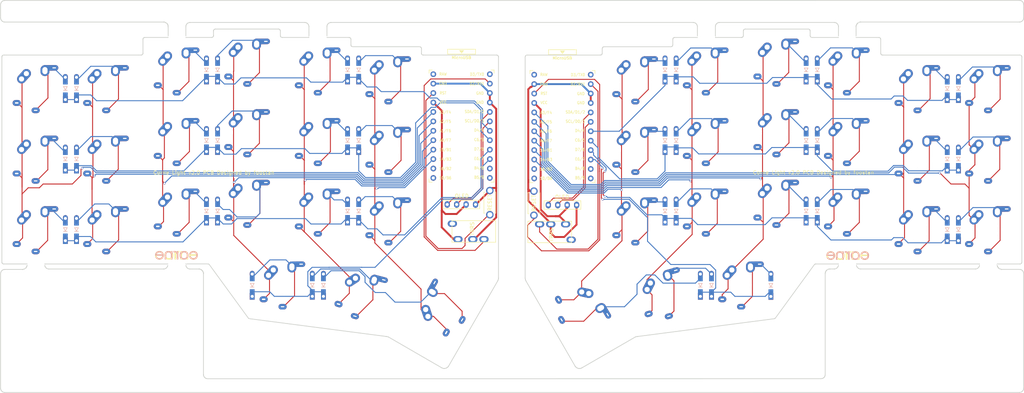
<source format=kicad_pcb>
(kicad_pcb (version 20171130) (host pcbnew 5.1.5+dfsg1-2build2)
  (title_block (title "Corne Light") (date 2020-11-12) (rev 2.0) (company foostan))
  (layers (0 F.Cu signal) (31 B.Cu signal) (34 B.Paste user) (35 F.Paste user) (36 B.SilkS user) (37 F.SilkS user) (38 B.Mask user) (39 F.Mask user) (44 Edge.Cuts user))
  (net 0 "")
  (net 1 row0)
  (net 2 "Net-(D1-Pad2)")
  (net 3 row1)
  (net 4 "Net-(D2-Pad2)")
  (net 5 row2)
  (net 6 "Net-(D3-Pad2)")
  (net 7 row3)
  (net 8 "Net-(D4-Pad2)")
  (net 9 "Net-(D5-Pad2)")
  (net 10 "Net-(D6-Pad2)")
  (net 11 "Net-(D7-Pad2)")
  (net 12 "Net-(D8-Pad2)")
  (net 13 "Net-(D9-Pad2)")
  (net 14 "Net-(D10-Pad2)")
  (net 15 "Net-(D11-Pad2)")
  (net 16 "Net-(D12-Pad2)")
  (net 17 "Net-(D13-Pad2)")
  (net 18 "Net-(D14-Pad2)")
  (net 19 "Net-(D15-Pad2)")
  (net 20 "Net-(D16-Pad2)")
  (net 21 "Net-(D17-Pad2)")
  (net 22 "Net-(D18-Pad2)")
  (net 23 "Net-(D19-Pad2)")
  (net 24 "Net-(D20-Pad2)")
  (net 25 "Net-(D21-Pad2)")
  (net 26 GND)
  (net 27 VCC)
  (net 28 col0)
  (net 29 col1)
  (net 30 col2)
  (net 31 col3)
  (net 32 col4)
  (net 33 col5)
  (net 34 data)
  (net 35 reset)
  (net 36 SCL)
  (net 37 SDA)
  (net 38 "Net-(U1-Pad14)")
  (net 39 "Net-(U1-Pad13)")
  (net 40 "Net-(U1-Pad12)")
  (net 41 "Net-(U1-Pad11)")
  (net 42 "Net-(J1-PadA)")
  (net 43 "Net-(U1-Pad24)")
  (net 44 "Net-(D22-Pad2)")
  (net 45 row0_r)
  (net 46 "Net-(D23-Pad2)")
  (net 47 "Net-(D24-Pad2)")
  (net 48 "Net-(D25-Pad2)")
  (net 49 "Net-(D26-Pad2)")
  (net 50 "Net-(D27-Pad2)")
  (net 51 row1_r)
  (net 52 "Net-(D28-Pad2)")
  (net 53 "Net-(D29-Pad2)")
  (net 54 "Net-(D30-Pad2)")
  (net 55 "Net-(D31-Pad2)")
  (net 56 "Net-(D32-Pad2)")
  (net 57 "Net-(D33-Pad2)")
  (net 58 row2_r)
  (net 59 "Net-(D34-Pad2)")
  (net 60 "Net-(D35-Pad2)")
  (net 61 "Net-(D36-Pad2)")
  (net 62 "Net-(D37-Pad2)")
  (net 63 "Net-(D38-Pad2)")
  (net 64 "Net-(D39-Pad2)")
  (net 65 "Net-(D40-Pad2)")
  (net 66 row3_r)
  (net 67 "Net-(D41-Pad2)")
  (net 68 "Net-(D42-Pad2)")
  (net 69 data_r)
  (net 70 "Net-(J6-PadA)")
  (net 71 SDA_r)
  (net 72 SCL_r)
  (net 73 reset_r)
  (net 74 col0_r)
  (net 75 col1_r)
  (net 76 col2_r)
  (net 77 col3_r)
  (net 78 col4_r)
  (net 79 col5_r)
  (net 80 "Net-(U2-Pad24)")
  (net 81 "Net-(U2-Pad14)")
  (net 82 "Net-(U2-Pad13)")
  (net 83 "Net-(U2-Pad12)")
  (net 84 "Net-(U2-Pad11)")
  (net 85 VDD)
  (net 86 GNDA)
  (net 87 "Net-(U1-Pad1)")
  (net 88 "Net-(U2-Pad1)")
  (module kbd:spacer_m2 (layer B.Cu) (at 250.2125 55.426932 180)
    (fp_text reference Ref** hide)
    (fp_text value Val** hide)
    (pad "" np_thru_hole circle (at 0 0 180) (size 4.3 4.3) (drill 4.3) (layers *.Cu *.Mask))
  )
  (module kbd:spacer_m2 (layer B.Cu) (at 250.2125 74.426932 180)
    (fp_text reference Ref** hide)
    (fp_text value Val** hide)
    (pad "" np_thru_hole circle (at 0 0 180) (size 4.3 4.3) (drill 4.3) (layers *.Cu *.Mask))
  )
  (module kbd:spacer_m2 (layer B.Cu) (at 50.7125 55.445 180)
    (fp_text reference Ref** hide)
    (fp_text value Val** hide)
    (pad "" np_thru_hole circle (at 0 0 180) (size 4.3 4.3) (drill 4.3) (layers *.Cu *.Mask))
  )
  (module kbd:spacer_m2 (layer B.Cu) (at 50.7125 74.445 180)
    (fp_text reference Ref** hide)
    (fp_text value Val** hide)
    (pad "" np_thru_hole circle (at 0 0 180) (size 4.3 4.3) (drill 4.3) (layers *.Cu *.Mask))
  )
  (module kbd:D3_TH_SMD_v2 (layer B.Cu) (at 30.1875 83.916875 90)
    (fp_text reference D13 hide)
    (fp_text value D hide)
    (pad 2 smd rect (at 1.775 0 270) (size 1.4 1.3) (layers B.Cu B.Paste B.Mask) (net 17 "Net-(D13-Pad2)"))
    (pad 1 smd rect (at -1.775 0 270) (size 1.4 1.3) (layers B.Cu B.Paste B.Mask) (net 5 row2))
    (pad 2 thru_hole oval (at 3 0 90) (size 1.778 1.3) (drill 0.8128) (layers *.Cu F.Mask) (net 17 "Net-(D13-Pad2)"))
    (pad 1 thru_hole rect (at -3 0 90) (size 1.778 1.3) (drill 0.8128) (layers *.Cu F.Mask) (net 5 row2))
  )
  (module kbd:D3_TH_SMD_v2 (layer B.Cu) (at 33.1875 83.92 90)
    (fp_text reference D14 hide)
    (fp_text value D hide)
    (pad 2 smd rect (at 1.775 0 270) (size 1.4 1.3) (layers B.Cu B.Paste B.Mask) (net 18 "Net-(D14-Pad2)"))
    (pad 1 smd rect (at -1.775 0 270) (size 1.4 1.3) (layers B.Cu B.Paste B.Mask) (net 5 row2))
    (pad 2 thru_hole oval (at 3 0 90) (size 1.778 1.3) (drill 0.8128) (layers *.Cu F.Mask) (net 18 "Net-(D14-Pad2)"))
    (pad 1 thru_hole rect (at -3 0 90) (size 1.778 1.3) (drill 0.8128) (layers *.Cu F.Mask) (net 5 row2))
  )
  (module kbd:D3_TH_SMD_v2 (layer B.Cu) (at 270.684847 83.920432 90)
    (fp_text reference D34 hide)
    (fp_text value D hide)
    (pad 2 smd rect (at 1.775 0 270) (size 1.4 1.3) (layers B.Cu B.Paste B.Mask) (net 59 "Net-(D34-Pad2)"))
    (pad 1 smd rect (at -1.775 0 270) (size 1.4 1.3) (layers B.Cu B.Paste B.Mask) (net 58 row2_r))
    (pad 2 thru_hole oval (at 3 0 90) (size 1.778 1.3) (drill 0.8128) (layers *.Cu F.Mask) (net 59 "Net-(D34-Pad2)"))
    (pad 1 thru_hole rect (at -3 0 90) (size 1.778 1.3) (drill 0.8128) (layers *.Cu F.Mask) (net 58 row2_r))
  )
  (module kbd:D3_TH_SMD_v2 (layer B.Cu) (at 109.1875 59.92 90)
    (fp_text reference D12 hide)
    (fp_text value D hide)
    (pad 2 smd rect (at 1.775 0 270) (size 1.4 1.3) (layers B.Cu B.Paste B.Mask) (net 16 "Net-(D12-Pad2)"))
    (pad 1 smd rect (at -1.775 0 270) (size 1.4 1.3) (layers B.Cu B.Paste B.Mask) (net 3 row1))
    (pad 2 thru_hole oval (at 3 0 90) (size 1.778 1.3) (drill 0.8128) (layers *.Cu F.Mask) (net 16 "Net-(D12-Pad2)"))
    (pad 1 thru_hole rect (at -3 0 90) (size 1.778 1.3) (drill 0.8128) (layers *.Cu F.Mask) (net 3 row1))
  )
  (module kbd:D3_TH_SMD_v2 (layer B.Cu) (at 191.684847 59.920432 90)
    (fp_text reference D33 hide)
    (fp_text value D hide)
    (pad 2 smd rect (at 1.775 0 270) (size 1.4 1.3) (layers B.Cu B.Paste B.Mask) (net 57 "Net-(D33-Pad2)"))
    (pad 1 smd rect (at -1.775 0 270) (size 1.4 1.3) (layers B.Cu B.Paste B.Mask) (net 51 row1_r))
    (pad 2 thru_hole oval (at 3 0 90) (size 1.778 1.3) (drill 0.8128) (layers *.Cu F.Mask) (net 57 "Net-(D33-Pad2)"))
    (pad 1 thru_hole rect (at -3 0 90) (size 1.778 1.3) (drill 0.8128) (layers *.Cu F.Mask) (net 51 row1_r))
  )
  (module kbd:D3_TH_SMD_v2 (layer B.Cu) (at 194.684847 59.920432 90)
    (fp_text reference D32 hide)
    (fp_text value D hide)
    (pad 2 smd rect (at 1.775 0 270) (size 1.4 1.3) (layers B.Cu B.Paste B.Mask) (net 56 "Net-(D32-Pad2)"))
    (pad 1 smd rect (at -1.775 0 270) (size 1.4 1.3) (layers B.Cu B.Paste B.Mask) (net 51 row1_r))
    (pad 2 thru_hole oval (at 3 0 90) (size 1.778 1.3) (drill 0.8128) (layers *.Cu F.Mask) (net 56 "Net-(D32-Pad2)"))
    (pad 1 thru_hole rect (at -3 0 90) (size 1.778 1.3) (drill 0.8128) (layers *.Cu F.Mask) (net 51 row1_r))
  )
  (module kbd:D3_TH_SMD_v2 (layer B.Cu) (at 229.684847 59.915432 90)
    (fp_text reference D31 hide)
    (fp_text value D hide)
    (pad 2 smd rect (at 1.775 0 270) (size 1.4 1.3) (layers B.Cu B.Paste B.Mask) (net 55 "Net-(D31-Pad2)"))
    (pad 1 smd rect (at -1.775 0 270) (size 1.4 1.3) (layers B.Cu B.Paste B.Mask) (net 51 row1_r))
    (pad 2 thru_hole oval (at 3 0 90) (size 1.778 1.3) (drill 0.8128) (layers *.Cu F.Mask) (net 55 "Net-(D31-Pad2)"))
    (pad 1 thru_hole rect (at -3 0 90) (size 1.778 1.3) (drill 0.8128) (layers *.Cu F.Mask) (net 51 row1_r))
  )
  (module kbd:D3_TH_SMD_v2 (layer B.Cu) (at 232.684847 59.920432 90)
    (fp_text reference D30 hide)
    (fp_text value D hide)
    (pad 2 smd rect (at 1.775 0 270) (size 1.4 1.3) (layers B.Cu B.Paste B.Mask) (net 54 "Net-(D30-Pad2)"))
    (pad 1 smd rect (at -1.775 0 270) (size 1.4 1.3) (layers B.Cu B.Paste B.Mask) (net 51 row1_r))
    (pad 2 thru_hole oval (at 3 0 90) (size 1.778 1.3) (drill 0.8128) (layers *.Cu F.Mask) (net 54 "Net-(D30-Pad2)"))
    (pad 1 thru_hole rect (at -3 0 90) (size 1.778 1.3) (drill 0.8128) (layers *.Cu F.Mask) (net 51 row1_r))
  )
  (module kbd:D3_TH_SMD_v2 (layer B.Cu) (at 267.684847 64.920432 90)
    (fp_text reference D29 hide)
    (fp_text value D hide)
    (pad 2 smd rect (at 1.775 0 270) (size 1.4 1.3) (layers B.Cu B.Paste B.Mask) (net 53 "Net-(D29-Pad2)"))
    (pad 1 smd rect (at -1.775 0 270) (size 1.4 1.3) (layers B.Cu B.Paste B.Mask) (net 51 row1_r))
    (pad 2 thru_hole oval (at 3 0 90) (size 1.778 1.3) (drill 0.8128) (layers *.Cu F.Mask) (net 53 "Net-(D29-Pad2)"))
    (pad 1 thru_hole rect (at -3 0 90) (size 1.778 1.3) (drill 0.8128) (layers *.Cu F.Mask) (net 51 row1_r))
  )
  (module kbd:D3_TH_SMD_v2 (layer B.Cu) (at 270.684847 64.920432 90)
    (fp_text reference D28 hide)
    (fp_text value D hide)
    (pad 2 smd rect (at 1.775 0 270) (size 1.4 1.3) (layers B.Cu B.Paste B.Mask) (net 52 "Net-(D28-Pad2)"))
    (pad 1 smd rect (at -1.775 0 270) (size 1.4 1.3) (layers B.Cu B.Paste B.Mask) (net 51 row1_r))
    (pad 2 thru_hole oval (at 3 0 90) (size 1.778 1.3) (drill 0.8128) (layers *.Cu F.Mask) (net 52 "Net-(D28-Pad2)"))
    (pad 1 thru_hole rect (at -3 0 90) (size 1.778 1.3) (drill 0.8128) (layers *.Cu F.Mask) (net 51 row1_r))
  )
  (module kbd:D3_TH_SMD_v2 (layer B.Cu) (at 191.684847 40.920432 90)
    (fp_text reference D27 hide)
    (fp_text value D hide)
    (pad 2 smd rect (at 1.775 0 270) (size 1.4 1.3) (layers B.Cu B.Paste B.Mask) (net 50 "Net-(D27-Pad2)"))
    (pad 1 smd rect (at -1.775 0 270) (size 1.4 1.3) (layers B.Cu B.Paste B.Mask) (net 45 row0_r))
    (pad 2 thru_hole oval (at 3 0 90) (size 1.778 1.3) (drill 0.8128) (layers *.Cu F.Mask) (net 50 "Net-(D27-Pad2)"))
    (pad 1 thru_hole rect (at -3 0 90) (size 1.778 1.3) (drill 0.8128) (layers *.Cu F.Mask) (net 45 row0_r))
  )
  (module kbd:D3_TH_SMD_v2 (layer B.Cu) (at 194.684847 40.920432 90)
    (fp_text reference D26 hide)
    (fp_text value D hide)
    (pad 2 smd rect (at 1.775 0 270) (size 1.4 1.3) (layers B.Cu B.Paste B.Mask) (net 49 "Net-(D26-Pad2)"))
    (pad 1 smd rect (at -1.775 0 270) (size 1.4 1.3) (layers B.Cu B.Paste B.Mask) (net 45 row0_r))
    (pad 2 thru_hole oval (at 3 0 90) (size 1.778 1.3) (drill 0.8128) (layers *.Cu F.Mask) (net 49 "Net-(D26-Pad2)"))
    (pad 1 thru_hole rect (at -3 0 90) (size 1.778 1.3) (drill 0.8128) (layers *.Cu F.Mask) (net 45 row0_r))
  )
  (module kbd:D3_TH_SMD_v2 (layer B.Cu) (at 229.684847 40.915432 90)
    (fp_text reference D25 hide)
    (fp_text value D hide)
    (pad 2 smd rect (at 1.775 0 270) (size 1.4 1.3) (layers B.Cu B.Paste B.Mask) (net 48 "Net-(D25-Pad2)"))
    (pad 1 smd rect (at -1.775 0 270) (size 1.4 1.3) (layers B.Cu B.Paste B.Mask) (net 45 row0_r))
    (pad 2 thru_hole oval (at 3 0 90) (size 1.778 1.3) (drill 0.8128) (layers *.Cu F.Mask) (net 48 "Net-(D25-Pad2)"))
    (pad 1 thru_hole rect (at -3 0 90) (size 1.778 1.3) (drill 0.8128) (layers *.Cu F.Mask) (net 45 row0_r))
  )
  (module kbd:D3_TH_SMD_v2 (layer B.Cu) (at 232.684847 40.920432 90)
    (fp_text reference D24 hide)
    (fp_text value D hide)
    (pad 2 smd rect (at 1.775 0 270) (size 1.4 1.3) (layers B.Cu B.Paste B.Mask) (net 47 "Net-(D24-Pad2)"))
    (pad 1 smd rect (at -1.775 0 270) (size 1.4 1.3) (layers B.Cu B.Paste B.Mask) (net 45 row0_r))
    (pad 2 thru_hole oval (at 3 0 90) (size 1.778 1.3) (drill 0.8128) (layers *.Cu F.Mask) (net 47 "Net-(D24-Pad2)"))
    (pad 1 thru_hole rect (at -3 0 90) (size 1.778 1.3) (drill 0.8128) (layers *.Cu F.Mask) (net 45 row0_r))
  )
  (module kbd:D3_TH_SMD_v2 (layer B.Cu) (at 267.684847 45.920432 90)
    (fp_text reference D23 hide)
    (fp_text value D hide)
    (pad 2 smd rect (at 1.775 0 270) (size 1.4 1.3) (layers B.Cu B.Paste B.Mask) (net 46 "Net-(D23-Pad2)"))
    (pad 1 smd rect (at -1.775 0 270) (size 1.4 1.3) (layers B.Cu B.Paste B.Mask) (net 45 row0_r))
    (pad 2 thru_hole oval (at 3 0 90) (size 1.778 1.3) (drill 0.8128) (layers *.Cu F.Mask) (net 46 "Net-(D23-Pad2)"))
    (pad 1 thru_hole rect (at -3 0 90) (size 1.778 1.3) (drill 0.8128) (layers *.Cu F.Mask) (net 45 row0_r))
  )
  (module kbd:D3_TH_SMD_v2 (layer B.Cu) (at 270.684847 45.920432 90)
    (fp_text reference D22 hide)
    (fp_text value D hide)
    (pad 2 smd rect (at 1.775 0 270) (size 1.4 1.3) (layers B.Cu B.Paste B.Mask) (net 44 "Net-(D22-Pad2)"))
    (pad 1 smd rect (at -1.775 0 270) (size 1.4 1.3) (layers B.Cu B.Paste B.Mask) (net 45 row0_r))
    (pad 2 thru_hole oval (at 3 0 90) (size 1.778 1.3) (drill 0.8128) (layers *.Cu F.Mask) (net 44 "Net-(D22-Pad2)"))
    (pad 1 thru_hole rect (at -3 0 90) (size 1.778 1.3) (drill 0.8128) (layers *.Cu F.Mask) (net 45 row0_r))
  )
  (module kbd:D3_TH_SMD_v2 (layer B.Cu) (at 201.194847 98.915432 90)
    (fp_text reference D42 hide)
    (fp_text value D hide)
    (pad 2 smd rect (at 1.775 0 270) (size 1.4 1.3) (layers B.Cu B.Paste B.Mask) (net 68 "Net-(D42-Pad2)"))
    (pad 1 smd rect (at -1.775 0 270) (size 1.4 1.3) (layers B.Cu B.Paste B.Mask) (net 66 row3_r))
    (pad 2 thru_hole oval (at 3 0 90) (size 1.778 1.3) (drill 0.8128) (layers *.Cu F.Mask) (net 68 "Net-(D42-Pad2)"))
    (pad 1 thru_hole rect (at -3 0 90) (size 1.778 1.3) (drill 0.8128) (layers *.Cu F.Mask) (net 66 row3_r))
  )
  (module kbd:D3_TH_SMD_v2 (layer B.Cu) (at 204.194847 98.915432 90)
    (fp_text reference D41 hide)
    (fp_text value D hide)
    (pad 2 smd rect (at 1.775 0 270) (size 1.4 1.3) (layers B.Cu B.Paste B.Mask) (net 67 "Net-(D41-Pad2)"))
    (pad 1 smd rect (at -1.775 0 270) (size 1.4 1.3) (layers B.Cu B.Paste B.Mask) (net 66 row3_r))
    (pad 2 thru_hole oval (at 3 0 90) (size 1.778 1.3) (drill 0.8128) (layers *.Cu F.Mask) (net 67 "Net-(D41-Pad2)"))
    (pad 1 thru_hole rect (at -3 0 90) (size 1.778 1.3) (drill 0.8128) (layers *.Cu F.Mask) (net 66 row3_r))
  )
  (module kbd:D3_TH_SMD_v2 (layer B.Cu) (at 220.184847 98.930432 90)
    (fp_text reference D40 hide)
    (fp_text value D hide)
    (pad 2 smd rect (at 1.775 0 270) (size 1.4 1.3) (layers B.Cu B.Paste B.Mask) (net 65 "Net-(D40-Pad2)"))
    (pad 1 smd rect (at -1.775 0 270) (size 1.4 1.3) (layers B.Cu B.Paste B.Mask) (net 66 row3_r))
    (pad 2 thru_hole oval (at 3 0 90) (size 1.778 1.3) (drill 0.8128) (layers *.Cu F.Mask) (net 65 "Net-(D40-Pad2)"))
    (pad 1 thru_hole rect (at -3 0 90) (size 1.778 1.3) (drill 0.8128) (layers *.Cu F.Mask) (net 66 row3_r))
  )
  (module kbd:D3_TH_SMD_v2 (layer B.Cu) (at 191.684847 78.920432 90)
    (fp_text reference D39 hide)
    (fp_text value D hide)
    (pad 2 smd rect (at 1.775 0 270) (size 1.4 1.3) (layers B.Cu B.Paste B.Mask) (net 64 "Net-(D39-Pad2)"))
    (pad 1 smd rect (at -1.775 0 270) (size 1.4 1.3) (layers B.Cu B.Paste B.Mask) (net 58 row2_r))
    (pad 2 thru_hole oval (at 3 0 90) (size 1.778 1.3) (drill 0.8128) (layers *.Cu F.Mask) (net 64 "Net-(D39-Pad2)"))
    (pad 1 thru_hole rect (at -3 0 90) (size 1.778 1.3) (drill 0.8128) (layers *.Cu F.Mask) (net 58 row2_r))
  )
  (module kbd:D3_TH_SMD_v2 (layer B.Cu) (at 194.684847 78.920432 90)
    (fp_text reference D38 hide)
    (fp_text value D hide)
    (pad 2 smd rect (at 1.775 0 270) (size 1.4 1.3) (layers B.Cu B.Paste B.Mask) (net 63 "Net-(D38-Pad2)"))
    (pad 1 smd rect (at -1.775 0 270) (size 1.4 1.3) (layers B.Cu B.Paste B.Mask) (net 58 row2_r))
    (pad 2 thru_hole oval (at 3 0 90) (size 1.778 1.3) (drill 0.8128) (layers *.Cu F.Mask) (net 63 "Net-(D38-Pad2)"))
    (pad 1 thru_hole rect (at -3 0 90) (size 1.778 1.3) (drill 0.8128) (layers *.Cu F.Mask) (net 58 row2_r))
  )
  (module kbd:D3_TH_SMD_v2 (layer B.Cu) (at 229.684847 78.915432 90)
    (fp_text reference D37 hide)
    (fp_text value D hide)
    (pad 2 smd rect (at 1.775 0 270) (size 1.4 1.3) (layers B.Cu B.Paste B.Mask) (net 62 "Net-(D37-Pad2)"))
    (pad 1 smd rect (at -1.775 0 270) (size 1.4 1.3) (layers B.Cu B.Paste B.Mask) (net 58 row2_r))
    (pad 2 thru_hole oval (at 3 0 90) (size 1.778 1.3) (drill 0.8128) (layers *.Cu F.Mask) (net 62 "Net-(D37-Pad2)"))
    (pad 1 thru_hole rect (at -3 0 90) (size 1.778 1.3) (drill 0.8128) (layers *.Cu F.Mask) (net 58 row2_r))
  )
  (module kbd:D3_TH_SMD_v2 (layer B.Cu) (at 232.684847 78.920432 90)
    (fp_text reference D36 hide)
    (fp_text value D hide)
    (pad 2 smd rect (at 1.775 0 270) (size 1.4 1.3) (layers B.Cu B.Paste B.Mask) (net 61 "Net-(D36-Pad2)"))
    (pad 1 smd rect (at -1.775 0 270) (size 1.4 1.3) (layers B.Cu B.Paste B.Mask) (net 58 row2_r))
    (pad 2 thru_hole oval (at 3 0 90) (size 1.778 1.3) (drill 0.8128) (layers *.Cu F.Mask) (net 61 "Net-(D36-Pad2)"))
    (pad 1 thru_hole rect (at -3 0 90) (size 1.778 1.3) (drill 0.8128) (layers *.Cu F.Mask) (net 58 row2_r))
  )
  (module kbd:D3_TH_SMD_v2 (layer B.Cu) (at 267.684847 83.920432 90)
    (fp_text reference D35 hide)
    (fp_text value D hide)
    (pad 2 smd rect (at 1.775 0 270) (size 1.4 1.3) (layers B.Cu B.Paste B.Mask) (net 60 "Net-(D35-Pad2)"))
    (pad 1 smd rect (at -1.775 0 270) (size 1.4 1.3) (layers B.Cu B.Paste B.Mask) (net 58 row2_r))
    (pad 2 thru_hole oval (at 3 0 90) (size 1.778 1.3) (drill 0.8128) (layers *.Cu F.Mask) (net 60 "Net-(D35-Pad2)"))
    (pad 1 thru_hole rect (at -3 0 90) (size 1.778 1.3) (drill 0.8128) (layers *.Cu F.Mask) (net 58 row2_r))
  )
  (module kbd:D3_TH_SMD_v2 (layer B.Cu) (at 30.1875 45.916875 90)
    (fp_text reference D1 hide)
    (fp_text value D hide)
    (pad 2 smd rect (at 1.775 0 270) (size 1.4 1.3) (layers B.Cu B.Paste B.Mask) (net 2 "Net-(D1-Pad2)"))
    (pad 1 smd rect (at -1.775 0 270) (size 1.4 1.3) (layers B.Cu B.Paste B.Mask) (net 1 row0))
    (pad 2 thru_hole oval (at 3 0 90) (size 1.778 1.3) (drill 0.8128) (layers *.Cu F.Mask) (net 2 "Net-(D1-Pad2)"))
    (pad 1 thru_hole rect (at -3 0 90) (size 1.778 1.3) (drill 0.8128) (layers *.Cu F.Mask) (net 1 row0))
  )
  (module kbd:D3_TH_SMD_v2 (layer B.Cu) (at 33.1875 45.92 90)
    (fp_text reference D2 hide)
    (fp_text value D hide)
    (pad 2 smd rect (at 1.775 0 270) (size 1.4 1.3) (layers B.Cu B.Paste B.Mask) (net 4 "Net-(D2-Pad2)"))
    (pad 1 smd rect (at -1.775 0 270) (size 1.4 1.3) (layers B.Cu B.Paste B.Mask) (net 1 row0))
    (pad 2 thru_hole oval (at 3 0 90) (size 1.778 1.3) (drill 0.8128) (layers *.Cu F.Mask) (net 4 "Net-(D2-Pad2)"))
    (pad 1 thru_hole rect (at -3 0 90) (size 1.778 1.3) (drill 0.8128) (layers *.Cu F.Mask) (net 1 row0))
  )
  (module kbd:D3_TH_SMD_v2 (layer B.Cu) (at 68.1875 40.92 90)
    (fp_text reference D3 hide)
    (fp_text value D hide)
    (pad 2 smd rect (at 1.775 0 270) (size 1.4 1.3) (layers B.Cu B.Paste B.Mask) (net 6 "Net-(D3-Pad2)"))
    (pad 1 smd rect (at -1.775 0 270) (size 1.4 1.3) (layers B.Cu B.Paste B.Mask) (net 1 row0))
    (pad 2 thru_hole oval (at 3 0 90) (size 1.778 1.3) (drill 0.8128) (layers *.Cu F.Mask) (net 6 "Net-(D3-Pad2)"))
    (pad 1 thru_hole rect (at -3 0 90) (size 1.778 1.3) (drill 0.8128) (layers *.Cu F.Mask) (net 1 row0))
  )
  (module kbd:D3_TH_SMD_v2 (layer B.Cu) (at 71.1875 40.915 90)
    (fp_text reference D4 hide)
    (fp_text value D hide)
    (pad 2 smd rect (at 1.775 0 270) (size 1.4 1.3) (layers B.Cu B.Paste B.Mask) (net 8 "Net-(D4-Pad2)"))
    (pad 1 smd rect (at -1.775 0 270) (size 1.4 1.3) (layers B.Cu B.Paste B.Mask) (net 1 row0))
    (pad 2 thru_hole oval (at 3 0 90) (size 1.778 1.3) (drill 0.8128) (layers *.Cu F.Mask) (net 8 "Net-(D4-Pad2)"))
    (pad 1 thru_hole rect (at -3 0 90) (size 1.778 1.3) (drill 0.8128) (layers *.Cu F.Mask) (net 1 row0))
  )
  (module kbd:D3_TH_SMD_v2 (layer B.Cu) (at 106.1875 40.92 90)
    (fp_text reference D5 hide)
    (fp_text value D hide)
    (pad 2 smd rect (at 1.775 0 270) (size 1.4 1.3) (layers B.Cu B.Paste B.Mask) (net 9 "Net-(D5-Pad2)"))
    (pad 1 smd rect (at -1.775 0 270) (size 1.4 1.3) (layers B.Cu B.Paste B.Mask) (net 1 row0))
    (pad 2 thru_hole oval (at 3 0 90) (size 1.778 1.3) (drill 0.8128) (layers *.Cu F.Mask) (net 9 "Net-(D5-Pad2)"))
    (pad 1 thru_hole rect (at -3 0 90) (size 1.778 1.3) (drill 0.8128) (layers *.Cu F.Mask) (net 1 row0))
  )
  (module kbd:D3_TH_SMD_v2 (layer B.Cu) (at 109.1875 40.92 90)
    (fp_text reference D6 hide)
    (fp_text value D hide)
    (pad 2 smd rect (at 1.775 0 270) (size 1.4 1.3) (layers B.Cu B.Paste B.Mask) (net 10 "Net-(D6-Pad2)"))
    (pad 1 smd rect (at -1.775 0 270) (size 1.4 1.3) (layers B.Cu B.Paste B.Mask) (net 1 row0))
    (pad 2 thru_hole oval (at 3 0 90) (size 1.778 1.3) (drill 0.8128) (layers *.Cu F.Mask) (net 10 "Net-(D6-Pad2)"))
    (pad 1 thru_hole rect (at -3 0 90) (size 1.778 1.3) (drill 0.8128) (layers *.Cu F.Mask) (net 1 row0))
  )
  (module kbd:D3_TH_SMD_v2 (layer B.Cu) (at 30.1875 64.916875 90)
    (fp_text reference D7 hide)
    (fp_text value D hide)
    (pad 2 smd rect (at 1.775 0 270) (size 1.4 1.3) (layers B.Cu B.Paste B.Mask) (net 11 "Net-(D7-Pad2)"))
    (pad 1 smd rect (at -1.775 0 270) (size 1.4 1.3) (layers B.Cu B.Paste B.Mask) (net 3 row1))
    (pad 2 thru_hole oval (at 3 0 90) (size 1.778 1.3) (drill 0.8128) (layers *.Cu F.Mask) (net 11 "Net-(D7-Pad2)"))
    (pad 1 thru_hole rect (at -3 0 90) (size 1.778 1.3) (drill 0.8128) (layers *.Cu F.Mask) (net 3 row1))
  )
  (module kbd:D3_TH_SMD_v2 (layer B.Cu) (at 33.1875 64.92 90)
    (fp_text reference D8 hide)
    (fp_text value D hide)
    (pad 2 smd rect (at 1.775 0 270) (size 1.4 1.3) (layers B.Cu B.Paste B.Mask) (net 12 "Net-(D8-Pad2)"))
    (pad 1 smd rect (at -1.775 0 270) (size 1.4 1.3) (layers B.Cu B.Paste B.Mask) (net 3 row1))
    (pad 2 thru_hole oval (at 3 0 90) (size 1.778 1.3) (drill 0.8128) (layers *.Cu F.Mask) (net 12 "Net-(D8-Pad2)"))
    (pad 1 thru_hole rect (at -3 0 90) (size 1.778 1.3) (drill 0.8128) (layers *.Cu F.Mask) (net 3 row1))
  )
  (module kbd:D3_TH_SMD_v2 (layer B.Cu) (at 68.1875 59.92 90)
    (fp_text reference D9 hide)
    (fp_text value D hide)
    (pad 2 smd rect (at 1.775 0 270) (size 1.4 1.3) (layers B.Cu B.Paste B.Mask) (net 13 "Net-(D9-Pad2)"))
    (pad 1 smd rect (at -1.775 0 270) (size 1.4 1.3) (layers B.Cu B.Paste B.Mask) (net 3 row1))
    (pad 2 thru_hole oval (at 3 0 90) (size 1.778 1.3) (drill 0.8128) (layers *.Cu F.Mask) (net 13 "Net-(D9-Pad2)"))
    (pad 1 thru_hole rect (at -3 0 90) (size 1.778 1.3) (drill 0.8128) (layers *.Cu F.Mask) (net 3 row1))
  )
  (module kbd:D3_TH_SMD_v2 (layer B.Cu) (at 71.1875 59.915 90)
    (fp_text reference D10 hide)
    (fp_text value D hide)
    (pad 2 smd rect (at 1.775 0 270) (size 1.4 1.3) (layers B.Cu B.Paste B.Mask) (net 14 "Net-(D10-Pad2)"))
    (pad 1 smd rect (at -1.775 0 270) (size 1.4 1.3) (layers B.Cu B.Paste B.Mask) (net 3 row1))
    (pad 2 thru_hole oval (at 3 0 90) (size 1.778 1.3) (drill 0.8128) (layers *.Cu F.Mask) (net 14 "Net-(D10-Pad2)"))
    (pad 1 thru_hole rect (at -3 0 90) (size 1.778 1.3) (drill 0.8128) (layers *.Cu F.Mask) (net 3 row1))
  )
  (module kbd:D3_TH_SMD_v2 (layer B.Cu) (at 106.1875 59.92 90)
    (fp_text reference D11 hide)
    (fp_text value D hide)
    (pad 2 smd rect (at 1.775 0 270) (size 1.4 1.3) (layers B.Cu B.Paste B.Mask) (net 15 "Net-(D11-Pad2)"))
    (pad 1 smd rect (at -1.775 0 270) (size 1.4 1.3) (layers B.Cu B.Paste B.Mask) (net 3 row1))
    (pad 2 thru_hole oval (at 3 0 90) (size 1.778 1.3) (drill 0.8128) (layers *.Cu F.Mask) (net 15 "Net-(D11-Pad2)"))
    (pad 1 thru_hole rect (at -3 0 90) (size 1.778 1.3) (drill 0.8128) (layers *.Cu F.Mask) (net 3 row1))
  )
  (module kbd:D3_TH_SMD_v2 (layer B.Cu) (at 68.1875 78.92 90)
    (fp_text reference D15 hide)
    (fp_text value D hide)
    (pad 2 smd rect (at 1.775 0 270) (size 1.4 1.3) (layers B.Cu B.Paste B.Mask) (net 19 "Net-(D15-Pad2)"))
    (pad 1 smd rect (at -1.775 0 270) (size 1.4 1.3) (layers B.Cu B.Paste B.Mask) (net 5 row2))
    (pad 2 thru_hole oval (at 3 0 90) (size 1.778 1.3) (drill 0.8128) (layers *.Cu F.Mask) (net 19 "Net-(D15-Pad2)"))
    (pad 1 thru_hole rect (at -3 0 90) (size 1.778 1.3) (drill 0.8128) (layers *.Cu F.Mask) (net 5 row2))
  )
  (module kbd:D3_TH_SMD_v2 (layer B.Cu) (at 71.1875 78.915 90)
    (fp_text reference D16 hide)
    (fp_text value D hide)
    (pad 2 smd rect (at 1.775 0 270) (size 1.4 1.3) (layers B.Cu B.Paste B.Mask) (net 20 "Net-(D16-Pad2)"))
    (pad 1 smd rect (at -1.775 0 270) (size 1.4 1.3) (layers B.Cu B.Paste B.Mask) (net 5 row2))
    (pad 2 thru_hole oval (at 3 0 90) (size 1.778 1.3) (drill 0.8128) (layers *.Cu F.Mask) (net 20 "Net-(D16-Pad2)"))
    (pad 1 thru_hole rect (at -3 0 90) (size 1.778 1.3) (drill 0.8128) (layers *.Cu F.Mask) (net 5 row2))
  )
  (module kbd:D3_TH_SMD_v2 (layer B.Cu) (at 106.1875 78.92 90)
    (fp_text reference D17 hide)
    (fp_text value D hide)
    (pad 2 smd rect (at 1.775 0 270) (size 1.4 1.3) (layers B.Cu B.Paste B.Mask) (net 21 "Net-(D17-Pad2)"))
    (pad 1 smd rect (at -1.775 0 270) (size 1.4 1.3) (layers B.Cu B.Paste B.Mask) (net 5 row2))
    (pad 2 thru_hole oval (at 3 0 90) (size 1.778 1.3) (drill 0.8128) (layers *.Cu F.Mask) (net 21 "Net-(D17-Pad2)"))
    (pad 1 thru_hole rect (at -3 0 90) (size 1.778 1.3) (drill 0.8128) (layers *.Cu F.Mask) (net 5 row2))
  )
  (module kbd:D3_TH_SMD_v2 (layer B.Cu) (at 109.1875 78.92 90)
    (fp_text reference D18 hide)
    (fp_text value D hide)
    (pad 2 smd rect (at 1.775 0 270) (size 1.4 1.3) (layers B.Cu B.Paste B.Mask) (net 22 "Net-(D18-Pad2)"))
    (pad 1 smd rect (at -1.775 0 270) (size 1.4 1.3) (layers B.Cu B.Paste B.Mask) (net 5 row2))
    (pad 2 thru_hole oval (at 3 0 90) (size 1.778 1.3) (drill 0.8128) (layers *.Cu F.Mask) (net 22 "Net-(D18-Pad2)"))
    (pad 1 thru_hole rect (at -3 0 90) (size 1.778 1.3) (drill 0.8128) (layers *.Cu F.Mask) (net 5 row2))
  )
  (module kbd:D3_TH_SMD_v2 (layer B.Cu) (at 80.5075 98.91 90)
    (fp_text reference D19 hide)
    (fp_text value D hide)
    (pad 2 smd rect (at 1.775 0 270) (size 1.4 1.3) (layers B.Cu B.Paste B.Mask) (net 23 "Net-(D19-Pad2)"))
    (pad 1 smd rect (at -1.775 0 270) (size 1.4 1.3) (layers B.Cu B.Paste B.Mask) (net 7 row3))
    (pad 2 thru_hole oval (at 3 0 90) (size 1.778 1.3) (drill 0.8128) (layers *.Cu F.Mask) (net 23 "Net-(D19-Pad2)"))
    (pad 1 thru_hole rect (at -3 0 90) (size 1.778 1.3) (drill 0.8128) (layers *.Cu F.Mask) (net 7 row3))
  )
  (module kbd:D3_TH_SMD_v2 (layer B.Cu) (at 96.6875 98.905 90)
    (fp_text reference D20 hide)
    (fp_text value D hide)
    (pad 2 smd rect (at 1.775 0 270) (size 1.4 1.3) (layers B.Cu B.Paste B.Mask) (net 24 "Net-(D20-Pad2)"))
    (pad 1 smd rect (at -1.775 0 270) (size 1.4 1.3) (layers B.Cu B.Paste B.Mask) (net 7 row3))
    (pad 2 thru_hole oval (at 3 0 90) (size 1.778 1.3) (drill 0.8128) (layers *.Cu F.Mask) (net 24 "Net-(D20-Pad2)"))
    (pad 1 thru_hole rect (at -3 0 90) (size 1.778 1.3) (drill 0.8128) (layers *.Cu F.Mask) (net 7 row3))
  )
  (module kbd:D3_TH_SMD_v2 (layer B.Cu) (at 99.6875 98.905 90)
    (fp_text reference D21 hide)
    (fp_text value D hide)
    (pad 2 smd rect (at 1.775 0 270) (size 1.4 1.3) (layers B.Cu B.Paste B.Mask) (net 25 "Net-(D21-Pad2)"))
    (pad 1 smd rect (at -1.775 0 270) (size 1.4 1.3) (layers B.Cu B.Paste B.Mask) (net 7 row3))
    (pad 2 thru_hole oval (at 3 0 90) (size 1.778 1.3) (drill 0.8128) (layers *.Cu F.Mask) (net 25 "Net-(D21-Pad2)"))
    (pad 1 thru_hole rect (at -3 0 90) (size 1.778 1.3) (drill 0.8128) (layers *.Cu F.Mask) (net 7 row3))
  )
  (module kbd:OLED_1side (layer F.Cu) (at 160.2575 77.31)
    (fp_text reference J7)
    (fp_text value OLED hide)
    (fp_text user OLED (at 3.69 -2.15) (layer F.SilkS))
    (pad 4 thru_hole oval (at 7.62 0) (size 1.397 1.778) (drill 0.8128) (layers *.Cu B.Mask) (net 86 GNDA))
    (pad 3 thru_hole oval (at 5.08 0) (size 1.397 1.778) (drill 0.8128) (layers *.Cu B.Mask) (net 85 VDD))
    (pad 2 thru_hole oval (at 2.54 0) (size 1.397 1.778) (drill 0.8128) (layers *.Cu B.Mask) (net 72 SCL_r))
    (pad 1 thru_hole oval (at 0 0) (size 1.397 1.778) (drill 0.8128) (layers *.Cu B.Mask) (net 71 SDA_r))
  )
  (module kbd:OLED_1side (layer F.Cu) (at 133.0285 77.168)
    (fp_text reference J2)
    (fp_text value OLED hide)
    (fp_text user OLED (at 3.906 -2.284) (layer F.SilkS))
    (pad 4 thru_hole oval (at 7.62 0) (size 1.397 1.778) (drill 0.8128) (layers *.Cu B.Mask) (net 26 GND))
    (pad 3 thru_hole oval (at 5.08 0) (size 1.397 1.778) (drill 0.8128) (layers *.Cu B.Mask) (net 27 VCC))
    (pad 2 thru_hole oval (at 2.54 0) (size 1.397 1.778) (drill 0.8128) (layers *.Cu B.Mask) (net 36 SCL))
    (pad 1 thru_hole oval (at 0 0) (size 1.397 1.778) (drill 0.8128) (layers *.Cu B.Mask) (net 37 SDA))
  )
  (module kbd:MJ-4PP-9_1side (layer F.Cu) (at 154.607847 84.565432 90)
    (fp_text reference J6)
    (fp_text value MJ-4PP-9 hide)
    (fp_text user TRRS (at -0.75 6.45 90) (layer F.SilkS))
    (pad A thru_hole oval (at -2.1 11.8 90) (size 1.7 2.5) (drill oval 1 1.5) (layers *.Cu B.Mask) (net 70 "Net-(J6-PadA)") (clearance 0.15))
    (pad D thru_hole oval (at 2.1 10.3 90) (size 1.7 2.5) (drill oval 1 1.5) (layers *.Cu B.Mask) (net 85 VDD) (clearance 0.15))
    (pad C thru_hole oval (at 2.1 6.3 90) (size 1.7 2.5) (drill oval 1 1.5) (layers *.Cu B.Mask) (net 86 GNDA))
    (pad B thru_hole oval (at 2.1 3.3 90) (size 1.7 2.5) (drill oval 1 1.5) (layers *.Cu B.Mask) (net 69 data_r))
    (pad "" np_thru_hole circle (at 0 8.5 90) (size 1.2 1.2) (drill 1.2) (layers *.Cu *.Mask))
    (pad "" np_thru_hole circle (at 0 1.5 90) (size 1.2 1.2) (drill 1.2) (layers *.Cu *.Mask))
  )
  (module kbd:MJ-4PP-9_1side (layer F.Cu) (at 146.2145 84.432 270)
    (fp_text reference J1)
    (fp_text value MJ-4PP-9 hide)
    (fp_text user TRRS (at -0.75 6.45 270) (layer F.SilkS))
    (pad A thru_hole oval (at -2.1 11.8 270) (size 1.7 2.5) (drill oval 1 1.5) (layers *.Cu B.Mask) (net 42 "Net-(J1-PadA)") (clearance 0.15))
    (pad D thru_hole oval (at 2.1 10.3 270) (size 1.7 2.5) (drill oval 1 1.5) (layers *.Cu B.Mask) (net 27 VCC) (clearance 0.15))
    (pad C thru_hole oval (at 2.1 6.3 270) (size 1.7 2.5) (drill oval 1 1.5) (layers *.Cu B.Mask) (net 26 GND))
    (pad B thru_hole oval (at 2.1 3.3 270) (size 1.7 2.5) (drill oval 1 1.5) (layers *.Cu B.Mask) (net 34 data))
    (pad "" np_thru_hole circle (at 0 8.5 270) (size 1.2 1.2) (drill 1.2) (layers *.Cu *.Mask))
    (pad "" np_thru_hole circle (at 0 1.5 270) (size 1.2 1.2) (drill 1.2) (layers *.Cu *.Mask))
  )
  (module kbd:ResetSW_1side (layer F.Cu) (at 156.374847 76.817432 270)
    (fp_text reference RSW2 hide)
    (fp_text value SW_PUSH)
    (fp_text user RESET (at 0 0 90) (layer F.SilkS))
    (pad 2 thru_hole circle (at -3.25 0 270) (size 2 2) (drill 1.3) (layers *.Cu B.Mask) (net 86 GNDA))
    (pad 1 thru_hole circle (at 3.25 0 270) (size 2 2) (drill 1.3) (layers *.Cu B.Mask) (net 73 reset_r))
  )
  (module kbd:ResetSW_1side (layer F.Cu) (at 144.5045 76.671 270)
    (fp_text reference RSW1 hide)
    (fp_text value SW_PUSH)
    (fp_text user RESET (at 0 0 270) (layer F.SilkS))
    (pad 2 thru_hole circle (at -3.25 0 270) (size 2 2) (drill 1.3) (layers *.Cu B.Mask) (net 26 GND))
    (pad 1 thru_hole circle (at 3.25 0 270) (size 2 2) (drill 1.3) (layers *.Cu B.Mask) (net 35 reset))
  )
  (module kbd:thread_m2 (layer F.Cu) (at 170.889847 84.542432)
    (fp_text reference Ref** hide)
    (fp_text value Val** hide)
    (pad "" np_thru_hole circle (at 0 0) (size 2.3 2.3) (drill 2.3) (layers *.Cu *.Mask))
  )
  (module kbd:thread_m2 (layer F.Cu) (at 156.330847 93.085432)
    (fp_text reference Ref** hide)
    (fp_text value Val** hide)
    (pad "" np_thru_hole circle (at 0 0) (size 2.3 2.3) (drill 2.3) (layers *.Cu *.Mask))
  )
  (module kbd:thread_m2 (layer B.Cu) (at 144.3765 92.94 180)
    (fp_text reference Ref** hide)
    (fp_text value Val** hide)
    (pad "" np_thru_hole circle (at 0 0 180) (size 2.3 2.3) (drill 2.3) (layers *.Cu *.Mask))
  )
  (module kbd:thread_m2 (layer B.Cu) (at 129.9445 84.419 180)
    (fp_text reference Ref** hide)
    (fp_text value Val** hide)
    (pad "" np_thru_hole circle (at 0 0 180) (size 2.3 2.3) (drill 2.3) (layers *.Cu *.Mask))
  )
  (module kbd:spacer_m2 (layer B.Cu) (at 269.195847 74.426932 180)
    (fp_text reference Ref** hide)
    (fp_text value Val** hide)
    (pad "" np_thru_hole circle (at 0 0 180) (size 4.3 4.3) (drill 4.3) (layers *.Cu *.Mask))
  )
  (module kbd:spacer_m2 (layer B.Cu) (at 269.195847 55.426932 180)
    (fp_text reference Ref** hide)
    (fp_text value Val** hide)
    (pad "" np_thru_hole circle (at 0 0 180) (size 4.3 4.3) (drill 4.3) (layers *.Cu *.Mask))
  )
  (module kbd:spacer_m2 (layer B.Cu) (at 226.055847 91.696932 180)
    (fp_text reference Ref** hide)
    (fp_text value Val** hide)
    (pad "" np_thru_hole circle (at 0 0 180) (size 4.3 4.3) (drill 4.3) (layers *.Cu *.Mask))
  )
  (module kbd:spacer_m2 (layer B.Cu) (at 179.485847 99.446932 180)
    (fp_text reference Ref** hide)
    (fp_text value Val** hide)
    (pad "" np_thru_hole circle (at 0 0 180) (size 4.3 4.3) (drill 4.3) (layers *.Cu *.Mask))
  )
  (module kbd:spacer_m2 (layer B.Cu) (at 193.235847 51.936932 180)
    (fp_text reference Ref** hide)
    (fp_text value Val** hide)
    (pad "" np_thru_hole circle (at 0 0 180) (size 4.3 4.3) (drill 4.3) (layers *.Cu *.Mask))
  )
  (module kbd:spacer_m2 (layer B.Cu) (at 121.4055 99.3 180)
    (fp_text reference Ref** hide)
    (fp_text value Val** hide)
    (pad "" np_thru_hole circle (at 0 0 180) (size 4.3 4.3) (drill 4.3) (layers *.Cu *.Mask))
  )
  (module kbd:spacer_m2 (layer B.Cu) (at 74.8395 91.6855 180)
    (fp_text reference Ref** hide)
    (fp_text value Val** hide)
    (pad "" np_thru_hole circle (at 0 0 180) (size 4.3 4.3) (drill 4.3) (layers *.Cu *.Mask))
  )
  (module kbd:spacer_m2 (layer B.Cu) (at 31.6955 55.4205 180)
    (fp_text reference Ref** hide)
    (fp_text value Val** hide)
    (pad "" np_thru_hole circle (at 0 0 180) (size 4.3 4.3) (drill 4.3) (layers *.Cu *.Mask))
  )
  (module kbd:spacer_m2 (layer B.Cu) (at 107.6505 51.9305 180)
    (fp_text reference Ref** hide)
    (fp_text value Val** hide)
    (pad "" np_thru_hole circle (at 0 0 180) (size 4.3 4.3) (drill 4.3) (layers *.Cu *.Mask))
  )
  (module kbd:spacer_m2 (layer B.Cu) (at 31.6955 74.4205 180)
    (fp_text reference Ref** hide)
    (fp_text value Val** hide)
    (pad "" np_thru_hole circle (at 0 0 180) (size 4.3 4.3) (drill 4.3) (layers *.Cu *.Mask))
  )
  (module kbd:keyswitch_cherrymx_alps_choc12_1.5u (layer F.Cu) (at 168.934847 105.295432 300)
    (fp_text reference SW42 hide)
    (fp_text value SW_PUSH hide)
    (pad 1 thru_hole oval (at -3.8 -2.55 258) (size 2.4 4.4) (drill 1.4 (offset 0 -1)) (layers *.Cu B.Mask) (net 79 col5_r))
    (pad 2 thru_hole oval (at 2.5 -4.8 300) (size 2.4 2.95) (drill oval 1.4 1.95) (layers *.Cu B.Mask) (net 68 "Net-(D42-Pad2)"))
    (pad 1 thru_hole circle (at -2.5 -4 300) (size 2.4 2.4) (drill 1.4) (layers *.Cu B.Mask) (net 79 col5_r))
    (pad 2 thru_hole oval (at 5 -5.55 300.5) (size 4.4 1.5) (drill oval 1 0.3 (offset -1.1 0)) (layers *.Cu B.Mask) (net 68 "Net-(D42-Pad2)"))
    (pad 1 thru_hole oval (at -5.1 3.9 300) (size 2.2 1.6) (drill oval 1 0.4) (layers *.Cu B.Mask) (net 79 col5_r))
    (pad "" np_thru_hole circle (at 0 0 30) (size 4.9 4.9) (drill 4.9) (layers *.Cu))
    (pad "" np_thru_hole circle (at -5.5 0 30) (size 1.8 1.8) (drill 1.8) (layers *.Cu))
    (pad "" np_thru_hole circle (at 5.5 0 30) (size 1.8 1.8) (drill 1.8) (layers *.Cu))
    (pad 2 thru_hole oval (at 0 5.9 300) (size 2.2 1.5) (drill oval 1 0.3) (layers *.Cu B.Mask) (net 68 "Net-(D42-Pad2)"))
    (pad "" np_thru_hole circle (at 5.08 0 300) (size 1.7 1.7) (drill 1.7) (layers *.Cu))
    (pad "" np_thru_hole circle (at -5.08 0 300) (size 1.7 1.7) (drill 1.7) (layers *.Cu))
  )
  (module kbd:keyswitch_cherrymx_alps_choc12_1.5u (layer F.Cu) (at 131.9375 105.295 60)
    (fp_text reference SW21 hide)
    (fp_text value SW_PUSH hide)
    (pad 1 thru_hole oval (at -3.8 -2.55 18) (size 2.4 4.4) (drill 1.4 (offset 0 -1)) (layers *.Cu B.Mask) (net 33 col5))
    (pad 2 thru_hole oval (at 2.5 -4.8 60) (size 2.4 2.95) (drill oval 1.4 1.95) (layers *.Cu B.Mask) (net 25 "Net-(D21-Pad2)"))
    (pad 1 thru_hole circle (at -2.5 -4 60) (size 2.4 2.4) (drill 1.4) (layers *.Cu B.Mask) (net 33 col5))
    (pad 2 thru_hole oval (at 5 -5.55 60.5) (size 4.4 1.5) (drill oval 1 0.3 (offset -1.1 0)) (layers *.Cu B.Mask) (net 25 "Net-(D21-Pad2)"))
    (pad 1 thru_hole oval (at -5.1 3.9 60) (size 2.2 1.6) (drill oval 1 0.4) (layers *.Cu B.Mask) (net 33 col5))
    (pad "" np_thru_hole circle (at 0 0 150) (size 4.9 4.9) (drill 4.9) (layers *.Cu))
    (pad "" np_thru_hole circle (at -5.5 0 150) (size 1.8 1.8) (drill 1.8) (layers *.Cu))
    (pad "" np_thru_hole circle (at 5.5 0 150) (size 1.8 1.8) (drill 1.8) (layers *.Cu))
    (pad 2 thru_hole oval (at 0 5.9 60) (size 2.2 1.5) (drill oval 1 0.3) (layers *.Cu B.Mask) (net 25 "Net-(D21-Pad2)"))
    (pad "" np_thru_hole circle (at 5.08 0 60) (size 1.7 1.7) (drill 1.7) (layers *.Cu))
    (pad "" np_thru_hole circle (at -5.08 0 60) (size 1.7 1.7) (drill 1.7) (layers *.Cu))
  )
  (module kbd:keyswitch_cherrymx_alps_choc12_1u (layer F.Cu) (at 117.1875 81.545)
    (fp_text reference SW18 hide)
    (fp_text value SW_PUSH hide)
    (pad 1 thru_hole oval (at -3.8 -2.55 318) (size 2.4 4.4) (drill 1.4 (offset 0 -1)) (layers *.Cu B.Mask) (net 33 col5))
    (pad 2 thru_hole oval (at 2.5 -4.8) (size 2.4 2.95) (drill oval 1.4 1.95) (layers *.Cu B.Mask) (net 22 "Net-(D18-Pad2)"))
    (pad 1 thru_hole circle (at -2.5 -4) (size 2.4 2.4) (drill 1.4) (layers *.Cu B.Mask) (net 33 col5))
    (pad 2 thru_hole oval (at 5 -5.55 0.5) (size 4.4 1.5) (drill oval 1 0.3 (offset -1.1 0)) (layers *.Cu B.Mask) (net 22 "Net-(D18-Pad2)"))
    (pad 1 thru_hole oval (at -5.1 3.9) (size 2.2 1.6) (drill oval 1 0.4) (layers *.Cu B.Mask) (net 33 col5))
    (pad "" np_thru_hole circle (at 0 0 90) (size 4.9 4.9) (drill 4.9) (layers *.Cu))
    (pad "" np_thru_hole circle (at -5.5 0 90) (size 1.8 1.8) (drill 1.8) (layers *.Cu))
    (pad "" np_thru_hole circle (at 5.5 0 90) (size 1.8 1.8) (drill 1.8) (layers *.Cu))
    (pad 2 thru_hole oval (at 0 5.9) (size 2.2 1.5) (drill oval 1 0.3) (layers *.Cu B.Mask) (net 22 "Net-(D18-Pad2)"))
    (pad "" np_thru_hole circle (at 5.08 0) (size 1.7 1.7) (drill 1.7) (layers *.Cu))
    (pad "" np_thru_hole circle (at -5.08 0) (size 1.7 1.7) (drill 1.7) (layers *.Cu))
  )
  (module kbd:keyswitch_cherrymx_alps_choc12_1u (layer F.Cu) (at 202.684847 60.170432)
    (fp_text reference SW32 hide)
    (fp_text value SW_PUSH hide)
    (pad 1 thru_hole oval (at -3.8 -2.55 318) (size 2.4 4.4) (drill 1.4 (offset 0 -1)) (layers *.Cu B.Mask) (net 78 col4_r))
    (pad 2 thru_hole oval (at 2.5 -4.8) (size 2.4 2.95) (drill oval 1.4 1.95) (layers *.Cu B.Mask) (net 56 "Net-(D32-Pad2)"))
    (pad 1 thru_hole circle (at -2.5 -4) (size 2.4 2.4) (drill 1.4) (layers *.Cu B.Mask) (net 78 col4_r))
    (pad 2 thru_hole oval (at 5 -5.55 0.5) (size 4.4 1.5) (drill oval 1 0.3 (offset -1.1 0)) (layers *.Cu B.Mask) (net 56 "Net-(D32-Pad2)"))
    (pad 1 thru_hole oval (at -5.1 3.9) (size 2.2 1.6) (drill oval 1 0.4) (layers *.Cu B.Mask) (net 78 col4_r))
    (pad "" np_thru_hole circle (at 0 0 90) (size 4.9 4.9) (drill 4.9) (layers *.Cu))
    (pad "" np_thru_hole circle (at -5.5 0 90) (size 1.8 1.8) (drill 1.8) (layers *.Cu))
    (pad "" np_thru_hole circle (at 5.5 0 90) (size 1.8 1.8) (drill 1.8) (layers *.Cu))
    (pad 2 thru_hole oval (at 0 5.9) (size 2.2 1.5) (drill oval 1 0.3) (layers *.Cu B.Mask) (net 56 "Net-(D32-Pad2)"))
    (pad "" np_thru_hole circle (at 5.08 0) (size 1.7 1.7) (drill 1.7) (layers *.Cu))
    (pad "" np_thru_hole circle (at -5.08 0) (size 1.7 1.7) (drill 1.7) (layers *.Cu))
  )
  (module kbd:keyswitch_cherrymx_alps_choc12_1u (layer F.Cu) (at 98.1875 60.17)
    (fp_text reference SW11 hide)
    (fp_text value SW_PUSH hide)
    (pad 1 thru_hole oval (at -3.8 -2.55 318) (size 2.4 4.4) (drill 1.4 (offset 0 -1)) (layers *.Cu B.Mask) (net 32 col4))
    (pad 2 thru_hole oval (at 2.5 -4.8) (size 2.4 2.95) (drill oval 1.4 1.95) (layers *.Cu B.Mask) (net 15 "Net-(D11-Pad2)"))
    (pad 1 thru_hole circle (at -2.5 -4) (size 2.4 2.4) (drill 1.4) (layers *.Cu B.Mask) (net 32 col4))
    (pad 2 thru_hole oval (at 5 -5.55 0.5) (size 4.4 1.5) (drill oval 1 0.3 (offset -1.1 0)) (layers *.Cu B.Mask) (net 15 "Net-(D11-Pad2)"))
    (pad 1 thru_hole oval (at -5.1 3.9) (size 2.2 1.6) (drill oval 1 0.4) (layers *.Cu B.Mask) (net 32 col4))
    (pad "" np_thru_hole circle (at 0 0 90) (size 4.9 4.9) (drill 4.9) (layers *.Cu))
    (pad "" np_thru_hole circle (at -5.5 0 90) (size 1.8 1.8) (drill 1.8) (layers *.Cu))
    (pad "" np_thru_hole circle (at 5.5 0 90) (size 1.8 1.8) (drill 1.8) (layers *.Cu))
    (pad 2 thru_hole oval (at 0 5.9) (size 2.2 1.5) (drill oval 1 0.3) (layers *.Cu B.Mask) (net 15 "Net-(D11-Pad2)"))
    (pad "" np_thru_hole circle (at 5.08 0) (size 1.7 1.7) (drill 1.7) (layers *.Cu))
    (pad "" np_thru_hole circle (at -5.08 0) (size 1.7 1.7) (drill 1.7) (layers *.Cu))
  )
  (module kbd:keyswitch_cherrymx_alps_choc12_1u (layer F.Cu) (at 183.684847 62.545432)
    (fp_text reference SW33 hide)
    (fp_text value SW_PUSH hide)
    (pad 1 thru_hole oval (at -3.8 -2.55 318) (size 2.4 4.4) (drill 1.4 (offset 0 -1)) (layers *.Cu B.Mask) (net 79 col5_r))
    (pad 2 thru_hole oval (at 2.5 -4.8) (size 2.4 2.95) (drill oval 1.4 1.95) (layers *.Cu B.Mask) (net 57 "Net-(D33-Pad2)"))
    (pad 1 thru_hole circle (at -2.5 -4) (size 2.4 2.4) (drill 1.4) (layers *.Cu B.Mask) (net 79 col5_r))
    (pad 2 thru_hole oval (at 5 -5.55 0.5) (size 4.4 1.5) (drill oval 1 0.3 (offset -1.1 0)) (layers *.Cu B.Mask) (net 57 "Net-(D33-Pad2)"))
    (pad 1 thru_hole oval (at -5.1 3.9) (size 2.2 1.6) (drill oval 1 0.4) (layers *.Cu B.Mask) (net 79 col5_r))
    (pad "" np_thru_hole circle (at 0 0 90) (size 4.9 4.9) (drill 4.9) (layers *.Cu))
    (pad "" np_thru_hole circle (at -5.5 0 90) (size 1.8 1.8) (drill 1.8) (layers *.Cu))
    (pad "" np_thru_hole circle (at 5.5 0 90) (size 1.8 1.8) (drill 1.8) (layers *.Cu))
    (pad 2 thru_hole oval (at 0 5.9) (size 2.2 1.5) (drill oval 1 0.3) (layers *.Cu B.Mask) (net 57 "Net-(D33-Pad2)"))
    (pad "" np_thru_hole circle (at 5.08 0) (size 1.7 1.7) (drill 1.7) (layers *.Cu))
    (pad "" np_thru_hole circle (at -5.08 0) (size 1.7 1.7) (drill 1.7) (layers *.Cu))
  )
  (module kbd:keyswitch_cherrymx_alps_choc12_1u (layer F.Cu) (at 191.184847 101.545432 15)
    (fp_text reference SW41 hide)
    (fp_text value SW_PUSH hide)
    (pad 1 thru_hole oval (at -3.8 -2.55 333) (size 2.4 4.4) (drill 1.4 (offset 0 -1)) (layers *.Cu B.Mask) (net 78 col4_r))
    (pad 2 thru_hole oval (at 2.5 -4.8 15) (size 2.4 2.95) (drill oval 1.4 1.95) (layers *.Cu B.Mask) (net 67 "Net-(D41-Pad2)"))
    (pad 1 thru_hole circle (at -2.5 -4 15) (size 2.4 2.4) (drill 1.4) (layers *.Cu B.Mask) (net 78 col4_r))
    (pad 2 thru_hole oval (at 5 -5.55 15.5) (size 4.4 1.5) (drill oval 1 0.3 (offset -1.1 0)) (layers *.Cu B.Mask) (net 67 "Net-(D41-Pad2)"))
    (pad 1 thru_hole oval (at -5.1 3.9 15) (size 2.2 1.6) (drill oval 1 0.4) (layers *.Cu B.Mask) (net 78 col4_r))
    (pad "" np_thru_hole circle (at 0 0 105) (size 4.9 4.9) (drill 4.9) (layers *.Cu))
    (pad "" np_thru_hole circle (at -5.5 0 105) (size 1.8 1.8) (drill 1.8) (layers *.Cu))
    (pad "" np_thru_hole circle (at 5.5 0 105) (size 1.8 1.8) (drill 1.8) (layers *.Cu))
    (pad 2 thru_hole oval (at 0 5.9 15) (size 2.2 1.5) (drill oval 1 0.3) (layers *.Cu B.Mask) (net 67 "Net-(D41-Pad2)"))
    (pad "" np_thru_hole circle (at 5.08 0 15) (size 1.7 1.7) (drill 1.7) (layers *.Cu))
    (pad "" np_thru_hole circle (at -5.08 0 15) (size 1.7 1.7) (drill 1.7) (layers *.Cu))
  )
  (module kbd:keyswitch_cherrymx_alps_choc12_1u (layer F.Cu) (at 41.1875 64.92)
    (fp_text reference SW8 hide)
    (fp_text value SW_PUSH hide)
    (pad 1 thru_hole oval (at -3.8 -2.55 318) (size 2.4 4.4) (drill 1.4 (offset 0 -1)) (layers *.Cu B.Mask) (net 29 col1))
    (pad 2 thru_hole oval (at 2.5 -4.8) (size 2.4 2.95) (drill oval 1.4 1.95) (layers *.Cu B.Mask) (net 12 "Net-(D8-Pad2)"))
    (pad 1 thru_hole circle (at -2.5 -4) (size 2.4 2.4) (drill 1.4) (layers *.Cu B.Mask) (net 29 col1))
    (pad 2 thru_hole oval (at 5 -5.55 0.5) (size 4.4 1.5) (drill oval 1 0.3 (offset -1.1 0)) (layers *.Cu B.Mask) (net 12 "Net-(D8-Pad2)"))
    (pad 1 thru_hole oval (at -5.1 3.9) (size 2.2 1.6) (drill oval 1 0.4) (layers *.Cu B.Mask) (net 29 col1))
    (pad "" np_thru_hole circle (at 0 0 90) (size 4.9 4.9) (drill 4.9) (layers *.Cu))
    (pad "" np_thru_hole circle (at -5.5 0 90) (size 1.8 1.8) (drill 1.8) (layers *.Cu))
    (pad "" np_thru_hole circle (at 5.5 0 90) (size 1.8 1.8) (drill 1.8) (layers *.Cu))
    (pad 2 thru_hole oval (at 0 5.9) (size 2.2 1.5) (drill oval 1 0.3) (layers *.Cu B.Mask) (net 12 "Net-(D8-Pad2)"))
    (pad "" np_thru_hole circle (at 5.08 0) (size 1.7 1.7) (drill 1.7) (layers *.Cu))
    (pad "" np_thru_hole circle (at -5.08 0) (size 1.7 1.7) (drill 1.7) (layers *.Cu))
  )
  (module kbd:keyswitch_cherrymx_alps_choc12_1u (layer F.Cu) (at 22.1875 64.92)
    (fp_text reference SW7 hide)
    (fp_text value SW_PUSH hide)
    (pad 1 thru_hole oval (at -3.8 -2.55 318) (size 2.4 4.4) (drill 1.4 (offset 0 -1)) (layers *.Cu B.Mask) (net 28 col0))
    (pad 2 thru_hole oval (at 2.5 -4.8) (size 2.4 2.95) (drill oval 1.4 1.95) (layers *.Cu B.Mask) (net 11 "Net-(D7-Pad2)"))
    (pad 1 thru_hole circle (at -2.5 -4) (size 2.4 2.4) (drill 1.4) (layers *.Cu B.Mask) (net 28 col0))
    (pad 2 thru_hole oval (at 5 -5.55 0.5) (size 4.4 1.5) (drill oval 1 0.3 (offset -1.1 0)) (layers *.Cu B.Mask) (net 11 "Net-(D7-Pad2)"))
    (pad 1 thru_hole oval (at -5.1 3.9) (size 2.2 1.6) (drill oval 1 0.4) (layers *.Cu B.Mask) (net 28 col0))
    (pad "" np_thru_hole circle (at 0 0 90) (size 4.9 4.9) (drill 4.9) (layers *.Cu))
    (pad "" np_thru_hole circle (at -5.5 0 90) (size 1.8 1.8) (drill 1.8) (layers *.Cu))
    (pad "" np_thru_hole circle (at 5.5 0 90) (size 1.8 1.8) (drill 1.8) (layers *.Cu))
    (pad 2 thru_hole oval (at 0 5.9) (size 2.2 1.5) (drill oval 1 0.3) (layers *.Cu B.Mask) (net 11 "Net-(D7-Pad2)"))
    (pad "" np_thru_hole circle (at 5.08 0) (size 1.7 1.7) (drill 1.7) (layers *.Cu))
    (pad "" np_thru_hole circle (at -5.08 0) (size 1.7 1.7) (drill 1.7) (layers *.Cu))
  )
  (module kbd:keyswitch_cherrymx_alps_choc12_1u (layer F.Cu) (at 22.1875 45.92)
    (fp_text reference SW1 hide)
    (fp_text value SW_PUSH hide)
    (pad 1 thru_hole oval (at -3.8 -2.55 318) (size 2.4 4.4) (drill 1.4 (offset 0 -1)) (layers *.Cu B.Mask) (net 28 col0))
    (pad 2 thru_hole oval (at 2.5 -4.8) (size 2.4 2.95) (drill oval 1.4 1.95) (layers *.Cu B.Mask) (net 2 "Net-(D1-Pad2)"))
    (pad 1 thru_hole circle (at -2.5 -4) (size 2.4 2.4) (drill 1.4) (layers *.Cu B.Mask) (net 28 col0))
    (pad 2 thru_hole oval (at 5 -5.55 0.5) (size 4.4 1.5) (drill oval 1 0.3 (offset -1.1 0)) (layers *.Cu B.Mask) (net 2 "Net-(D1-Pad2)"))
    (pad 1 thru_hole oval (at -5.1 3.9) (size 2.2 1.6) (drill oval 1 0.4) (layers *.Cu B.Mask) (net 28 col0))
    (pad "" np_thru_hole circle (at 0 0 90) (size 4.9 4.9) (drill 4.9) (layers *.Cu))
    (pad "" np_thru_hole circle (at -5.5 0 90) (size 1.8 1.8) (drill 1.8) (layers *.Cu))
    (pad "" np_thru_hole circle (at 5.5 0 90) (size 1.8 1.8) (drill 1.8) (layers *.Cu))
    (pad 2 thru_hole oval (at 0 5.9) (size 2.2 1.5) (drill oval 1 0.3) (layers *.Cu B.Mask) (net 2 "Net-(D1-Pad2)"))
    (pad "" np_thru_hole circle (at 5.08 0) (size 1.7 1.7) (drill 1.7) (layers *.Cu))
    (pad "" np_thru_hole circle (at -5.08 0) (size 1.7 1.7) (drill 1.7) (layers *.Cu))
  )
  (module kbd:keyswitch_cherrymx_alps_choc12_1u (layer F.Cu) (at 41.1875 45.92)
    (fp_text reference SW2 hide)
    (fp_text value SW_PUSH hide)
    (pad 1 thru_hole oval (at -3.8 -2.55 318) (size 2.4 4.4) (drill 1.4 (offset 0 -1)) (layers *.Cu B.Mask) (net 29 col1))
    (pad 2 thru_hole oval (at 2.5 -4.8) (size 2.4 2.95) (drill oval 1.4 1.95) (layers *.Cu B.Mask) (net 4 "Net-(D2-Pad2)"))
    (pad 1 thru_hole circle (at -2.5 -4) (size 2.4 2.4) (drill 1.4) (layers *.Cu B.Mask) (net 29 col1))
    (pad 2 thru_hole oval (at 5 -5.55 0.5) (size 4.4 1.5) (drill oval 1 0.3 (offset -1.1 0)) (layers *.Cu B.Mask) (net 4 "Net-(D2-Pad2)"))
    (pad 1 thru_hole oval (at -5.1 3.9) (size 2.2 1.6) (drill oval 1 0.4) (layers *.Cu B.Mask) (net 29 col1))
    (pad "" np_thru_hole circle (at 0 0 90) (size 4.9 4.9) (drill 4.9) (layers *.Cu))
    (pad "" np_thru_hole circle (at -5.5 0 90) (size 1.8 1.8) (drill 1.8) (layers *.Cu))
    (pad "" np_thru_hole circle (at 5.5 0 90) (size 1.8 1.8) (drill 1.8) (layers *.Cu))
    (pad 2 thru_hole oval (at 0 5.9) (size 2.2 1.5) (drill oval 1 0.3) (layers *.Cu B.Mask) (net 4 "Net-(D2-Pad2)"))
    (pad "" np_thru_hole circle (at 5.08 0) (size 1.7 1.7) (drill 1.7) (layers *.Cu))
    (pad "" np_thru_hole circle (at -5.08 0) (size 1.7 1.7) (drill 1.7) (layers *.Cu))
  )
  (module kbd:keyswitch_cherrymx_alps_choc12_1u (layer F.Cu) (at 221.684847 76.795432)
    (fp_text reference SW37 hide)
    (fp_text value SW_PUSH hide)
    (pad 1 thru_hole oval (at -3.8 -2.55 318) (size 2.4 4.4) (drill 1.4 (offset 0 -1)) (layers *.Cu B.Mask) (net 77 col3_r))
    (pad 2 thru_hole oval (at 2.5 -4.8) (size 2.4 2.95) (drill oval 1.4 1.95) (layers *.Cu B.Mask) (net 62 "Net-(D37-Pad2)"))
    (pad 1 thru_hole circle (at -2.5 -4) (size 2.4 2.4) (drill 1.4) (layers *.Cu B.Mask) (net 77 col3_r))
    (pad 2 thru_hole oval (at 5 -5.55 0.5) (size 4.4 1.5) (drill oval 1 0.3 (offset -1.1 0)) (layers *.Cu B.Mask) (net 62 "Net-(D37-Pad2)"))
    (pad 1 thru_hole oval (at -5.1 3.9) (size 2.2 1.6) (drill oval 1 0.4) (layers *.Cu B.Mask) (net 77 col3_r))
    (pad "" np_thru_hole circle (at 0 0 90) (size 4.9 4.9) (drill 4.9) (layers *.Cu))
    (pad "" np_thru_hole circle (at -5.5 0 90) (size 1.8 1.8) (drill 1.8) (layers *.Cu))
    (pad "" np_thru_hole circle (at 5.5 0 90) (size 1.8 1.8) (drill 1.8) (layers *.Cu))
    (pad 2 thru_hole oval (at 0 5.9) (size 2.2 1.5) (drill oval 1 0.3) (layers *.Cu B.Mask) (net 62 "Net-(D37-Pad2)"))
    (pad "" np_thru_hole circle (at 5.08 0) (size 1.7 1.7) (drill 1.7) (layers *.Cu))
    (pad "" np_thru_hole circle (at -5.08 0) (size 1.7 1.7) (drill 1.7) (layers *.Cu))
  )
  (module kbd:keyswitch_cherrymx_alps_choc12_1u (layer F.Cu) (at 60.1875 60.17)
    (fp_text reference SW9 hide)
    (fp_text value SW_PUSH hide)
    (pad 1 thru_hole oval (at -3.8 -2.55 318) (size 2.4 4.4) (drill 1.4 (offset 0 -1)) (layers *.Cu B.Mask) (net 30 col2))
    (pad 2 thru_hole oval (at 2.5 -4.8) (size 2.4 2.95) (drill oval 1.4 1.95) (layers *.Cu B.Mask) (net 13 "Net-(D9-Pad2)"))
    (pad 1 thru_hole circle (at -2.5 -4) (size 2.4 2.4) (drill 1.4) (layers *.Cu B.Mask) (net 30 col2))
    (pad 2 thru_hole oval (at 5 -5.55 0.5) (size 4.4 1.5) (drill oval 1 0.3 (offset -1.1 0)) (layers *.Cu B.Mask) (net 13 "Net-(D9-Pad2)"))
    (pad 1 thru_hole oval (at -5.1 3.9) (size 2.2 1.6) (drill oval 1 0.4) (layers *.Cu B.Mask) (net 30 col2))
    (pad "" np_thru_hole circle (at 0 0 90) (size 4.9 4.9) (drill 4.9) (layers *.Cu))
    (pad "" np_thru_hole circle (at -5.5 0 90) (size 1.8 1.8) (drill 1.8) (layers *.Cu))
    (pad "" np_thru_hole circle (at 5.5 0 90) (size 1.8 1.8) (drill 1.8) (layers *.Cu))
    (pad 2 thru_hole oval (at 0 5.9) (size 2.2 1.5) (drill oval 1 0.3) (layers *.Cu B.Mask) (net 13 "Net-(D9-Pad2)"))
    (pad "" np_thru_hole circle (at 5.08 0) (size 1.7 1.7) (drill 1.7) (layers *.Cu))
    (pad "" np_thru_hole circle (at -5.08 0) (size 1.7 1.7) (drill 1.7) (layers *.Cu))
  )
  (module kbd:keyswitch_cherrymx_alps_choc12_1u (layer F.Cu) (at 202.684847 41.170432)
    (fp_text reference SW26 hide)
    (fp_text value SW_PUSH hide)
    (pad 1 thru_hole oval (at -3.8 -2.55 318) (size 2.4 4.4) (drill 1.4 (offset 0 -1)) (layers *.Cu B.Mask) (net 78 col4_r))
    (pad 2 thru_hole oval (at 2.5 -4.8) (size 2.4 2.95) (drill oval 1.4 1.95) (layers *.Cu B.Mask) (net 49 "Net-(D26-Pad2)"))
    (pad 1 thru_hole circle (at -2.5 -4) (size 2.4 2.4) (drill 1.4) (layers *.Cu B.Mask) (net 78 col4_r))
    (pad 2 thru_hole oval (at 5 -5.55 0.5) (size 4.4 1.5) (drill oval 1 0.3 (offset -1.1 0)) (layers *.Cu B.Mask) (net 49 "Net-(D26-Pad2)"))
    (pad 1 thru_hole oval (at -5.1 3.9) (size 2.2 1.6) (drill oval 1 0.4) (layers *.Cu B.Mask) (net 78 col4_r))
    (pad "" np_thru_hole circle (at 0 0 90) (size 4.9 4.9) (drill 4.9) (layers *.Cu))
    (pad "" np_thru_hole circle (at -5.5 0 90) (size 1.8 1.8) (drill 1.8) (layers *.Cu))
    (pad "" np_thru_hole circle (at 5.5 0 90) (size 1.8 1.8) (drill 1.8) (layers *.Cu))
    (pad 2 thru_hole oval (at 0 5.9) (size 2.2 1.5) (drill oval 1 0.3) (layers *.Cu B.Mask) (net 49 "Net-(D26-Pad2)"))
    (pad "" np_thru_hole circle (at 5.08 0) (size 1.7 1.7) (drill 1.7) (layers *.Cu))
    (pad "" np_thru_hole circle (at -5.08 0) (size 1.7 1.7) (drill 1.7) (layers *.Cu))
  )
  (module kbd:keyswitch_cherrymx_alps_choc12_1u (layer F.Cu) (at 60.1875 41.17)
    (fp_text reference SW3 hide)
    (fp_text value SW_PUSH hide)
    (pad 1 thru_hole oval (at -3.8 -2.55 318) (size 2.4 4.4) (drill 1.4 (offset 0 -1)) (layers *.Cu B.Mask) (net 30 col2))
    (pad 2 thru_hole oval (at 2.5 -4.8) (size 2.4 2.95) (drill oval 1.4 1.95) (layers *.Cu B.Mask) (net 6 "Net-(D3-Pad2)"))
    (pad 1 thru_hole circle (at -2.5 -4) (size 2.4 2.4) (drill 1.4) (layers *.Cu B.Mask) (net 30 col2))
    (pad 2 thru_hole oval (at 5 -5.55 0.5) (size 4.4 1.5) (drill oval 1 0.3 (offset -1.1 0)) (layers *.Cu B.Mask) (net 6 "Net-(D3-Pad2)"))
    (pad 1 thru_hole oval (at -5.1 3.9) (size 2.2 1.6) (drill oval 1 0.4) (layers *.Cu B.Mask) (net 30 col2))
    (pad "" np_thru_hole circle (at 0 0 90) (size 4.9 4.9) (drill 4.9) (layers *.Cu))
    (pad "" np_thru_hole circle (at -5.5 0 90) (size 1.8 1.8) (drill 1.8) (layers *.Cu))
    (pad "" np_thru_hole circle (at 5.5 0 90) (size 1.8 1.8) (drill 1.8) (layers *.Cu))
    (pad 2 thru_hole oval (at 0 5.9) (size 2.2 1.5) (drill oval 1 0.3) (layers *.Cu B.Mask) (net 6 "Net-(D3-Pad2)"))
    (pad "" np_thru_hole circle (at 5.08 0) (size 1.7 1.7) (drill 1.7) (layers *.Cu))
    (pad "" np_thru_hole circle (at -5.08 0) (size 1.7 1.7) (drill 1.7) (layers *.Cu))
  )
  (module kbd:keyswitch_cherrymx_alps_choc12_1u (layer F.Cu) (at 41.1875 83.92)
    (fp_text reference SW14 hide)
    (fp_text value SW_PUSH hide)
    (pad 1 thru_hole oval (at -3.8 -2.55 318) (size 2.4 4.4) (drill 1.4 (offset 0 -1)) (layers *.Cu B.Mask) (net 29 col1))
    (pad 2 thru_hole oval (at 2.5 -4.8) (size 2.4 2.95) (drill oval 1.4 1.95) (layers *.Cu B.Mask) (net 18 "Net-(D14-Pad2)"))
    (pad 1 thru_hole circle (at -2.5 -4) (size 2.4 2.4) (drill 1.4) (layers *.Cu B.Mask) (net 29 col1))
    (pad 2 thru_hole oval (at 5 -5.55 0.5) (size 4.4 1.5) (drill oval 1 0.3 (offset -1.1 0)) (layers *.Cu B.Mask) (net 18 "Net-(D14-Pad2)"))
    (pad 1 thru_hole oval (at -5.1 3.9) (size 2.2 1.6) (drill oval 1 0.4) (layers *.Cu B.Mask) (net 29 col1))
    (pad "" np_thru_hole circle (at 0 0 90) (size 4.9 4.9) (drill 4.9) (layers *.Cu))
    (pad "" np_thru_hole circle (at -5.5 0 90) (size 1.8 1.8) (drill 1.8) (layers *.Cu))
    (pad "" np_thru_hole circle (at 5.5 0 90) (size 1.8 1.8) (drill 1.8) (layers *.Cu))
    (pad 2 thru_hole oval (at 0 5.9) (size 2.2 1.5) (drill oval 1 0.3) (layers *.Cu B.Mask) (net 18 "Net-(D14-Pad2)"))
    (pad "" np_thru_hole circle (at 5.08 0) (size 1.7 1.7) (drill 1.7) (layers *.Cu))
    (pad "" np_thru_hole circle (at -5.08 0) (size 1.7 1.7) (drill 1.7) (layers *.Cu))
  )
  (module kbd:keyswitch_cherrymx_alps_choc12_1u (layer F.Cu) (at 183.684847 43.545432)
    (fp_text reference SW27 hide)
    (fp_text value SW_PUSH hide)
    (pad 1 thru_hole oval (at -3.8 -2.55 318) (size 2.4 4.4) (drill 1.4 (offset 0 -1)) (layers *.Cu B.Mask) (net 79 col5_r))
    (pad 2 thru_hole oval (at 2.5 -4.8) (size 2.4 2.95) (drill oval 1.4 1.95) (layers *.Cu B.Mask) (net 50 "Net-(D27-Pad2)"))
    (pad 1 thru_hole circle (at -2.5 -4) (size 2.4 2.4) (drill 1.4) (layers *.Cu B.Mask) (net 79 col5_r))
    (pad 2 thru_hole oval (at 5 -5.55 0.5) (size 4.4 1.5) (drill oval 1 0.3 (offset -1.1 0)) (layers *.Cu B.Mask) (net 50 "Net-(D27-Pad2)"))
    (pad 1 thru_hole oval (at -5.1 3.9) (size 2.2 1.6) (drill oval 1 0.4) (layers *.Cu B.Mask) (net 79 col5_r))
    (pad "" np_thru_hole circle (at 0 0 90) (size 4.9 4.9) (drill 4.9) (layers *.Cu))
    (pad "" np_thru_hole circle (at -5.5 0 90) (size 1.8 1.8) (drill 1.8) (layers *.Cu))
    (pad "" np_thru_hole circle (at 5.5 0 90) (size 1.8 1.8) (drill 1.8) (layers *.Cu))
    (pad 2 thru_hole oval (at 0 5.9) (size 2.2 1.5) (drill oval 1 0.3) (layers *.Cu B.Mask) (net 50 "Net-(D27-Pad2)"))
    (pad "" np_thru_hole circle (at 5.08 0) (size 1.7 1.7) (drill 1.7) (layers *.Cu))
    (pad "" np_thru_hole circle (at -5.08 0) (size 1.7 1.7) (drill 1.7) (layers *.Cu))
  )
  (module kbd:keyswitch_cherrymx_alps_choc12_1u (layer F.Cu) (at 117.1875 62.545)
    (fp_text reference SW12 hide)
    (fp_text value SW_PUSH hide)
    (pad 1 thru_hole oval (at -3.8 -2.55 318) (size 2.4 4.4) (drill 1.4 (offset 0 -1)) (layers *.Cu B.Mask) (net 33 col5))
    (pad 2 thru_hole oval (at 2.5 -4.8) (size 2.4 2.95) (drill oval 1.4 1.95) (layers *.Cu B.Mask) (net 16 "Net-(D12-Pad2)"))
    (pad 1 thru_hole circle (at -2.5 -4) (size 2.4 2.4) (drill 1.4) (layers *.Cu B.Mask) (net 33 col5))
    (pad 2 thru_hole oval (at 5 -5.55 0.5) (size 4.4 1.5) (drill oval 1 0.3 (offset -1.1 0)) (layers *.Cu B.Mask) (net 16 "Net-(D12-Pad2)"))
    (pad 1 thru_hole oval (at -5.1 3.9) (size 2.2 1.6) (drill oval 1 0.4) (layers *.Cu B.Mask) (net 33 col5))
    (pad "" np_thru_hole circle (at 0 0 90) (size 4.9 4.9) (drill 4.9) (layers *.Cu))
    (pad "" np_thru_hole circle (at -5.5 0 90) (size 1.8 1.8) (drill 1.8) (layers *.Cu))
    (pad "" np_thru_hole circle (at 5.5 0 90) (size 1.8 1.8) (drill 1.8) (layers *.Cu))
    (pad 2 thru_hole oval (at 0 5.9) (size 2.2 1.5) (drill oval 1 0.3) (layers *.Cu B.Mask) (net 16 "Net-(D12-Pad2)"))
    (pad "" np_thru_hole circle (at 5.08 0) (size 1.7 1.7) (drill 1.7) (layers *.Cu))
    (pad "" np_thru_hole circle (at -5.08 0) (size 1.7 1.7) (drill 1.7) (layers *.Cu))
  )
  (module kbd:keyswitch_cherrymx_alps_choc12_1u (layer F.Cu) (at 109.6875 101.545 345)
    (fp_text reference SW20 hide)
    (fp_text value SW_PUSH hide)
    (pad 1 thru_hole oval (at -3.8 -2.55 303) (size 2.4 4.4) (drill 1.4 (offset 0 -1)) (layers *.Cu B.Mask) (net 32 col4))
    (pad 2 thru_hole oval (at 2.5 -4.8 345) (size 2.4 2.95) (drill oval 1.4 1.95) (layers *.Cu B.Mask) (net 24 "Net-(D20-Pad2)"))
    (pad 1 thru_hole circle (at -2.5 -4 345) (size 2.4 2.4) (drill 1.4) (layers *.Cu B.Mask) (net 32 col4))
    (pad 2 thru_hole oval (at 5 -5.55 345.5) (size 4.4 1.5) (drill oval 1 0.3 (offset -1.1 0)) (layers *.Cu B.Mask) (net 24 "Net-(D20-Pad2)"))
    (pad 1 thru_hole oval (at -5.1 3.9 345) (size 2.2 1.6) (drill oval 1 0.4) (layers *.Cu B.Mask) (net 32 col4))
    (pad "" np_thru_hole circle (at 0 0 75) (size 4.9 4.9) (drill 4.9) (layers *.Cu))
    (pad "" np_thru_hole circle (at -5.5 0 75) (size 1.8 1.8) (drill 1.8) (layers *.Cu))
    (pad "" np_thru_hole circle (at 5.5 0 75) (size 1.8 1.8) (drill 1.8) (layers *.Cu))
    (pad 2 thru_hole oval (at 0 5.9 345) (size 2.2 1.5) (drill oval 1 0.3) (layers *.Cu B.Mask) (net 24 "Net-(D20-Pad2)"))
    (pad "" np_thru_hole circle (at 5.08 0 345) (size 1.7 1.7) (drill 1.7) (layers *.Cu))
    (pad "" np_thru_hole circle (at -5.08 0 345) (size 1.7 1.7) (drill 1.7) (layers *.Cu))
  )
  (module kbd:keyswitch_cherrymx_alps_choc12_1u (layer F.Cu) (at 79.1875 57.795)
    (fp_text reference SW10 hide)
    (fp_text value SW_PUSH hide)
    (pad 1 thru_hole oval (at -3.8 -2.55 318) (size 2.4 4.4) (drill 1.4 (offset 0 -1)) (layers *.Cu B.Mask) (net 31 col3))
    (pad 2 thru_hole oval (at 2.5 -4.8) (size 2.4 2.95) (drill oval 1.4 1.95) (layers *.Cu B.Mask) (net 14 "Net-(D10-Pad2)"))
    (pad 1 thru_hole circle (at -2.5 -4) (size 2.4 2.4) (drill 1.4) (layers *.Cu B.Mask) (net 31 col3))
    (pad 2 thru_hole oval (at 5 -5.55 0.5) (size 4.4 1.5) (drill oval 1 0.3 (offset -1.1 0)) (layers *.Cu B.Mask) (net 14 "Net-(D10-Pad2)"))
    (pad 1 thru_hole oval (at -5.1 3.9) (size 2.2 1.6) (drill oval 1 0.4) (layers *.Cu B.Mask) (net 31 col3))
    (pad "" np_thru_hole circle (at 0 0 90) (size 4.9 4.9) (drill 4.9) (layers *.Cu))
    (pad "" np_thru_hole circle (at -5.5 0 90) (size 1.8 1.8) (drill 1.8) (layers *.Cu))
    (pad "" np_thru_hole circle (at 5.5 0 90) (size 1.8 1.8) (drill 1.8) (layers *.Cu))
    (pad 2 thru_hole oval (at 0 5.9) (size 2.2 1.5) (drill oval 1 0.3) (layers *.Cu B.Mask) (net 14 "Net-(D10-Pad2)"))
    (pad "" np_thru_hole circle (at 5.08 0) (size 1.7 1.7) (drill 1.7) (layers *.Cu))
    (pad "" np_thru_hole circle (at -5.08 0) (size 1.7 1.7) (drill 1.7) (layers *.Cu))
  )
  (module kbd:keyswitch_cherrymx_alps_choc12_1u (layer F.Cu) (at 60.1875 79.17)
    (fp_text reference SW15 hide)
    (fp_text value SW_PUSH hide)
    (pad 1 thru_hole oval (at -3.8 -2.55 318) (size 2.4 4.4) (drill 1.4 (offset 0 -1)) (layers *.Cu B.Mask) (net 30 col2))
    (pad 2 thru_hole oval (at 2.5 -4.8) (size 2.4 2.95) (drill oval 1.4 1.95) (layers *.Cu B.Mask) (net 19 "Net-(D15-Pad2)"))
    (pad 1 thru_hole circle (at -2.5 -4) (size 2.4 2.4) (drill 1.4) (layers *.Cu B.Mask) (net 30 col2))
    (pad 2 thru_hole oval (at 5 -5.55 0.5) (size 4.4 1.5) (drill oval 1 0.3 (offset -1.1 0)) (layers *.Cu B.Mask) (net 19 "Net-(D15-Pad2)"))
    (pad 1 thru_hole oval (at -5.1 3.9) (size 2.2 1.6) (drill oval 1 0.4) (layers *.Cu B.Mask) (net 30 col2))
    (pad "" np_thru_hole circle (at 0 0 90) (size 4.9 4.9) (drill 4.9) (layers *.Cu))
    (pad "" np_thru_hole circle (at -5.5 0 90) (size 1.8 1.8) (drill 1.8) (layers *.Cu))
    (pad "" np_thru_hole circle (at 5.5 0 90) (size 1.8 1.8) (drill 1.8) (layers *.Cu))
    (pad 2 thru_hole oval (at 0 5.9) (size 2.2 1.5) (drill oval 1 0.3) (layers *.Cu B.Mask) (net 19 "Net-(D15-Pad2)"))
    (pad "" np_thru_hole circle (at 5.08 0) (size 1.7 1.7) (drill 1.7) (layers *.Cu))
    (pad "" np_thru_hole circle (at -5.08 0) (size 1.7 1.7) (drill 1.7) (layers *.Cu))
  )
  (module kbd:keyswitch_cherrymx_alps_choc12_1u (layer F.Cu) (at 79.1875 76.795)
    (fp_text reference SW16 hide)
    (fp_text value SW_PUSH hide)
    (pad 1 thru_hole oval (at -3.8 -2.55 318) (size 2.4 4.4) (drill 1.4 (offset 0 -1)) (layers *.Cu B.Mask) (net 31 col3))
    (pad 2 thru_hole oval (at 2.5 -4.8) (size 2.4 2.95) (drill oval 1.4 1.95) (layers *.Cu B.Mask) (net 20 "Net-(D16-Pad2)"))
    (pad 1 thru_hole circle (at -2.5 -4) (size 2.4 2.4) (drill 1.4) (layers *.Cu B.Mask) (net 31 col3))
    (pad 2 thru_hole oval (at 5 -5.55 0.5) (size 4.4 1.5) (drill oval 1 0.3 (offset -1.1 0)) (layers *.Cu B.Mask) (net 20 "Net-(D16-Pad2)"))
    (pad 1 thru_hole oval (at -5.1 3.9) (size 2.2 1.6) (drill oval 1 0.4) (layers *.Cu B.Mask) (net 31 col3))
    (pad "" np_thru_hole circle (at 0 0 90) (size 4.9 4.9) (drill 4.9) (layers *.Cu))
    (pad "" np_thru_hole circle (at -5.5 0 90) (size 1.8 1.8) (drill 1.8) (layers *.Cu))
    (pad "" np_thru_hole circle (at 5.5 0 90) (size 1.8 1.8) (drill 1.8) (layers *.Cu))
    (pad 2 thru_hole oval (at 0 5.9) (size 2.2 1.5) (drill oval 1 0.3) (layers *.Cu B.Mask) (net 20 "Net-(D16-Pad2)"))
    (pad "" np_thru_hole circle (at 5.08 0) (size 1.7 1.7) (drill 1.7) (layers *.Cu))
    (pad "" np_thru_hole circle (at -5.08 0) (size 1.7 1.7) (drill 1.7) (layers *.Cu))
  )
  (module kbd:keyswitch_cherrymx_alps_choc12_1u (layer F.Cu) (at 98.1875 79.17)
    (fp_text reference SW17 hide)
    (fp_text value SW_PUSH hide)
    (pad 1 thru_hole oval (at -3.8 -2.55 318) (size 2.4 4.4) (drill 1.4 (offset 0 -1)) (layers *.Cu B.Mask) (net 32 col4))
    (pad 2 thru_hole oval (at 2.5 -4.8) (size 2.4 2.95) (drill oval 1.4 1.95) (layers *.Cu B.Mask) (net 21 "Net-(D17-Pad2)"))
    (pad 1 thru_hole circle (at -2.5 -4) (size 2.4 2.4) (drill 1.4) (layers *.Cu B.Mask) (net 32 col4))
    (pad 2 thru_hole oval (at 5 -5.55 0.5) (size 4.4 1.5) (drill oval 1 0.3 (offset -1.1 0)) (layers *.Cu B.Mask) (net 21 "Net-(D17-Pad2)"))
    (pad 1 thru_hole oval (at -5.1 3.9) (size 2.2 1.6) (drill oval 1 0.4) (layers *.Cu B.Mask) (net 32 col4))
    (pad "" np_thru_hole circle (at 0 0 90) (size 4.9 4.9) (drill 4.9) (layers *.Cu))
    (pad "" np_thru_hole circle (at -5.5 0 90) (size 1.8 1.8) (drill 1.8) (layers *.Cu))
    (pad "" np_thru_hole circle (at 5.5 0 90) (size 1.8 1.8) (drill 1.8) (layers *.Cu))
    (pad 2 thru_hole oval (at 0 5.9) (size 2.2 1.5) (drill oval 1 0.3) (layers *.Cu B.Mask) (net 21 "Net-(D17-Pad2)"))
    (pad "" np_thru_hole circle (at 5.08 0) (size 1.7 1.7) (drill 1.7) (layers *.Cu))
    (pad "" np_thru_hole circle (at -5.08 0) (size 1.7 1.7) (drill 1.7) (layers *.Cu))
  )
  (module kbd:keyswitch_cherrymx_alps_choc12_1u (layer F.Cu) (at 88.6875 98.795)
    (fp_text reference SW19 hide)
    (fp_text value SW_PUSH hide)
    (pad 1 thru_hole oval (at -3.8 -2.55 318) (size 2.4 4.4) (drill 1.4 (offset 0 -1)) (layers *.Cu B.Mask) (net 31 col3))
    (pad 2 thru_hole oval (at 2.5 -4.8) (size 2.4 2.95) (drill oval 1.4 1.95) (layers *.Cu B.Mask) (net 23 "Net-(D19-Pad2)"))
    (pad 1 thru_hole circle (at -2.5 -4) (size 2.4 2.4) (drill 1.4) (layers *.Cu B.Mask) (net 31 col3))
    (pad 2 thru_hole oval (at 5 -5.55 0.5) (size 4.4 1.5) (drill oval 1 0.3 (offset -1.1 0)) (layers *.Cu B.Mask) (net 23 "Net-(D19-Pad2)"))
    (pad 1 thru_hole oval (at -5.1 3.9) (size 2.2 1.6) (drill oval 1 0.4) (layers *.Cu B.Mask) (net 31 col3))
    (pad "" np_thru_hole circle (at 0 0 90) (size 4.9 4.9) (drill 4.9) (layers *.Cu))
    (pad "" np_thru_hole circle (at -5.5 0 90) (size 1.8 1.8) (drill 1.8) (layers *.Cu))
    (pad "" np_thru_hole circle (at 5.5 0 90) (size 1.8 1.8) (drill 1.8) (layers *.Cu))
    (pad 2 thru_hole oval (at 0 5.9) (size 2.2 1.5) (drill oval 1 0.3) (layers *.Cu B.Mask) (net 23 "Net-(D19-Pad2)"))
    (pad "" np_thru_hole circle (at 5.08 0) (size 1.7 1.7) (drill 1.7) (layers *.Cu))
    (pad "" np_thru_hole circle (at -5.08 0) (size 1.7 1.7) (drill 1.7) (layers *.Cu))
  )
  (module kbd:keyswitch_cherrymx_alps_choc12_1u (layer F.Cu) (at 22.1875 83.92)
    (fp_text reference SW13 hide)
    (fp_text value SW_PUSH hide)
    (pad 1 thru_hole oval (at -3.8 -2.55 318) (size 2.4 4.4) (drill 1.4 (offset 0 -1)) (layers *.Cu B.Mask) (net 28 col0))
    (pad 2 thru_hole oval (at 2.5 -4.8) (size 2.4 2.95) (drill oval 1.4 1.95) (layers *.Cu B.Mask) (net 17 "Net-(D13-Pad2)"))
    (pad 1 thru_hole circle (at -2.5 -4) (size 2.4 2.4) (drill 1.4) (layers *.Cu B.Mask) (net 28 col0))
    (pad 2 thru_hole oval (at 5 -5.55 0.5) (size 4.4 1.5) (drill oval 1 0.3 (offset -1.1 0)) (layers *.Cu B.Mask) (net 17 "Net-(D13-Pad2)"))
    (pad 1 thru_hole oval (at -5.1 3.9) (size 2.2 1.6) (drill oval 1 0.4) (layers *.Cu B.Mask) (net 28 col0))
    (pad "" np_thru_hole circle (at 0 0 90) (size 4.9 4.9) (drill 4.9) (layers *.Cu))
    (pad "" np_thru_hole circle (at -5.5 0 90) (size 1.8 1.8) (drill 1.8) (layers *.Cu))
    (pad "" np_thru_hole circle (at 5.5 0 90) (size 1.8 1.8) (drill 1.8) (layers *.Cu))
    (pad 2 thru_hole oval (at 0 5.9) (size 2.2 1.5) (drill oval 1 0.3) (layers *.Cu B.Mask) (net 17 "Net-(D13-Pad2)"))
    (pad "" np_thru_hole circle (at 5.08 0) (size 1.7 1.7) (drill 1.7) (layers *.Cu))
    (pad "" np_thru_hole circle (at -5.08 0) (size 1.7 1.7) (drill 1.7) (layers *.Cu))
  )
  (module kbd:keyswitch_cherrymx_alps_choc12_1u (layer F.Cu) (at 183.684847 81.545432)
    (fp_text reference SW39 hide)
    (fp_text value SW_PUSH hide)
    (pad 1 thru_hole oval (at -3.8 -2.55 318) (size 2.4 4.4) (drill 1.4 (offset 0 -1)) (layers *.Cu B.Mask) (net 79 col5_r))
    (pad 2 thru_hole oval (at 2.5 -4.8) (size 2.4 2.95) (drill oval 1.4 1.95) (layers *.Cu B.Mask) (net 64 "Net-(D39-Pad2)"))
    (pad 1 thru_hole circle (at -2.5 -4) (size 2.4 2.4) (drill 1.4) (layers *.Cu B.Mask) (net 79 col5_r))
    (pad 2 thru_hole oval (at 5 -5.55 0.5) (size 4.4 1.5) (drill oval 1 0.3 (offset -1.1 0)) (layers *.Cu B.Mask) (net 64 "Net-(D39-Pad2)"))
    (pad 1 thru_hole oval (at -5.1 3.9) (size 2.2 1.6) (drill oval 1 0.4) (layers *.Cu B.Mask) (net 79 col5_r))
    (pad "" np_thru_hole circle (at 0 0 90) (size 4.9 4.9) (drill 4.9) (layers *.Cu))
    (pad "" np_thru_hole circle (at -5.5 0 90) (size 1.8 1.8) (drill 1.8) (layers *.Cu))
    (pad "" np_thru_hole circle (at 5.5 0 90) (size 1.8 1.8) (drill 1.8) (layers *.Cu))
    (pad 2 thru_hole oval (at 0 5.9) (size 2.2 1.5) (drill oval 1 0.3) (layers *.Cu B.Mask) (net 64 "Net-(D39-Pad2)"))
    (pad "" np_thru_hole circle (at 5.08 0) (size 1.7 1.7) (drill 1.7) (layers *.Cu))
    (pad "" np_thru_hole circle (at -5.08 0) (size 1.7 1.7) (drill 1.7) (layers *.Cu))
  )
  (module kbd:keyswitch_cherrymx_alps_choc12_1u (layer F.Cu) (at 278.684847 64.920432)
    (fp_text reference SW28 hide)
    (fp_text value SW_PUSH hide)
    (pad 1 thru_hole oval (at -3.8 -2.55 318) (size 2.4 4.4) (drill 1.4 (offset 0 -1)) (layers *.Cu B.Mask) (net 74 col0_r))
    (pad 2 thru_hole oval (at 2.5 -4.8) (size 2.4 2.95) (drill oval 1.4 1.95) (layers *.Cu B.Mask) (net 52 "Net-(D28-Pad2)"))
    (pad 1 thru_hole circle (at -2.5 -4) (size 2.4 2.4) (drill 1.4) (layers *.Cu B.Mask) (net 74 col0_r))
    (pad 2 thru_hole oval (at 5 -5.55 0.5) (size 4.4 1.5) (drill oval 1 0.3 (offset -1.1 0)) (layers *.Cu B.Mask) (net 52 "Net-(D28-Pad2)"))
    (pad 1 thru_hole oval (at -5.1 3.9) (size 2.2 1.6) (drill oval 1 0.4) (layers *.Cu B.Mask) (net 74 col0_r))
    (pad "" np_thru_hole circle (at 0 0 90) (size 4.9 4.9) (drill 4.9) (layers *.Cu))
    (pad "" np_thru_hole circle (at -5.5 0 90) (size 1.8 1.8) (drill 1.8) (layers *.Cu))
    (pad "" np_thru_hole circle (at 5.5 0 90) (size 1.8 1.8) (drill 1.8) (layers *.Cu))
    (pad 2 thru_hole oval (at 0 5.9) (size 2.2 1.5) (drill oval 1 0.3) (layers *.Cu B.Mask) (net 52 "Net-(D28-Pad2)"))
    (pad "" np_thru_hole circle (at 5.08 0) (size 1.7 1.7) (drill 1.7) (layers *.Cu))
    (pad "" np_thru_hole circle (at -5.08 0) (size 1.7 1.7) (drill 1.7) (layers *.Cu))
  )
  (module kbd:keyswitch_cherrymx_alps_choc12_1u (layer F.Cu) (at 259.684847 45.920432)
    (fp_text reference SW23 hide)
    (fp_text value SW_PUSH hide)
    (pad 1 thru_hole oval (at -3.8 -2.55 318) (size 2.4 4.4) (drill 1.4 (offset 0 -1)) (layers *.Cu B.Mask) (net 75 col1_r))
    (pad 2 thru_hole oval (at 2.5 -4.8) (size 2.4 2.95) (drill oval 1.4 1.95) (layers *.Cu B.Mask) (net 46 "Net-(D23-Pad2)"))
    (pad 1 thru_hole circle (at -2.5 -4) (size 2.4 2.4) (drill 1.4) (layers *.Cu B.Mask) (net 75 col1_r))
    (pad 2 thru_hole oval (at 5 -5.55 0.5) (size 4.4 1.5) (drill oval 1 0.3 (offset -1.1 0)) (layers *.Cu B.Mask) (net 46 "Net-(D23-Pad2)"))
    (pad 1 thru_hole oval (at -5.1 3.9) (size 2.2 1.6) (drill oval 1 0.4) (layers *.Cu B.Mask) (net 75 col1_r))
    (pad "" np_thru_hole circle (at 0 0 90) (size 4.9 4.9) (drill 4.9) (layers *.Cu))
    (pad "" np_thru_hole circle (at -5.5 0 90) (size 1.8 1.8) (drill 1.8) (layers *.Cu))
    (pad "" np_thru_hole circle (at 5.5 0 90) (size 1.8 1.8) (drill 1.8) (layers *.Cu))
    (pad 2 thru_hole oval (at 0 5.9) (size 2.2 1.5) (drill oval 1 0.3) (layers *.Cu B.Mask) (net 46 "Net-(D23-Pad2)"))
    (pad "" np_thru_hole circle (at 5.08 0) (size 1.7 1.7) (drill 1.7) (layers *.Cu))
    (pad "" np_thru_hole circle (at -5.08 0) (size 1.7 1.7) (drill 1.7) (layers *.Cu))
  )
  (module kbd:keyswitch_cherrymx_alps_choc12_1u (layer F.Cu) (at 212.184847 98.795432)
    (fp_text reference SW40 hide)
    (fp_text value SW_PUSH hide)
    (pad 1 thru_hole oval (at -3.8 -2.55 318) (size 2.4 4.4) (drill 1.4 (offset 0 -1)) (layers *.Cu B.Mask) (net 77 col3_r))
    (pad 2 thru_hole oval (at 2.5 -4.8) (size 2.4 2.95) (drill oval 1.4 1.95) (layers *.Cu B.Mask) (net 65 "Net-(D40-Pad2)"))
    (pad 1 thru_hole circle (at -2.5 -4) (size 2.4 2.4) (drill 1.4) (layers *.Cu B.Mask) (net 77 col3_r))
    (pad 2 thru_hole oval (at 5 -5.55 0.5) (size 4.4 1.5) (drill oval 1 0.3 (offset -1.1 0)) (layers *.Cu B.Mask) (net 65 "Net-(D40-Pad2)"))
    (pad 1 thru_hole oval (at -5.1 3.9) (size 2.2 1.6) (drill oval 1 0.4) (layers *.Cu B.Mask) (net 77 col3_r))
    (pad "" np_thru_hole circle (at 0 0 90) (size 4.9 4.9) (drill 4.9) (layers *.Cu))
    (pad "" np_thru_hole circle (at -5.5 0 90) (size 1.8 1.8) (drill 1.8) (layers *.Cu))
    (pad "" np_thru_hole circle (at 5.5 0 90) (size 1.8 1.8) (drill 1.8) (layers *.Cu))
    (pad 2 thru_hole oval (at 0 5.9) (size 2.2 1.5) (drill oval 1 0.3) (layers *.Cu B.Mask) (net 65 "Net-(D40-Pad2)"))
    (pad "" np_thru_hole circle (at 5.08 0) (size 1.7 1.7) (drill 1.7) (layers *.Cu))
    (pad "" np_thru_hole circle (at -5.08 0) (size 1.7 1.7) (drill 1.7) (layers *.Cu))
  )
  (module kbd:keyswitch_cherrymx_alps_choc12_1u (layer F.Cu) (at 202.684847 79.170432)
    (fp_text reference SW38 hide)
    (fp_text value SW_PUSH hide)
    (pad 1 thru_hole oval (at -3.8 -2.55 318) (size 2.4 4.4) (drill 1.4 (offset 0 -1)) (layers *.Cu B.Mask) (net 78 col4_r))
    (pad 2 thru_hole oval (at 2.5 -4.8) (size 2.4 2.95) (drill oval 1.4 1.95) (layers *.Cu B.Mask) (net 63 "Net-(D38-Pad2)"))
    (pad 1 thru_hole circle (at -2.5 -4) (size 2.4 2.4) (drill 1.4) (layers *.Cu B.Mask) (net 78 col4_r))
    (pad 2 thru_hole oval (at 5 -5.55 0.5) (size 4.4 1.5) (drill oval 1 0.3 (offset -1.1 0)) (layers *.Cu B.Mask) (net 63 "Net-(D38-Pad2)"))
    (pad 1 thru_hole oval (at -5.1 3.9) (size 2.2 1.6) (drill oval 1 0.4) (layers *.Cu B.Mask) (net 78 col4_r))
    (pad "" np_thru_hole circle (at 0 0 90) (size 4.9 4.9) (drill 4.9) (layers *.Cu))
    (pad "" np_thru_hole circle (at -5.5 0 90) (size 1.8 1.8) (drill 1.8) (layers *.Cu))
    (pad "" np_thru_hole circle (at 5.5 0 90) (size 1.8 1.8) (drill 1.8) (layers *.Cu))
    (pad 2 thru_hole oval (at 0 5.9) (size 2.2 1.5) (drill oval 1 0.3) (layers *.Cu B.Mask) (net 63 "Net-(D38-Pad2)"))
    (pad "" np_thru_hole circle (at 5.08 0) (size 1.7 1.7) (drill 1.7) (layers *.Cu))
    (pad "" np_thru_hole circle (at -5.08 0) (size 1.7 1.7) (drill 1.7) (layers *.Cu))
  )
  (module kbd:keyswitch_cherrymx_alps_choc12_1u (layer F.Cu) (at 240.684847 79.170432)
    (fp_text reference SW36 hide)
    (fp_text value SW_PUSH hide)
    (pad 1 thru_hole oval (at -3.8 -2.55 318) (size 2.4 4.4) (drill 1.4 (offset 0 -1)) (layers *.Cu B.Mask) (net 76 col2_r))
    (pad 2 thru_hole oval (at 2.5 -4.8) (size 2.4 2.95) (drill oval 1.4 1.95) (layers *.Cu B.Mask) (net 61 "Net-(D36-Pad2)"))
    (pad 1 thru_hole circle (at -2.5 -4) (size 2.4 2.4) (drill 1.4) (layers *.Cu B.Mask) (net 76 col2_r))
    (pad 2 thru_hole oval (at 5 -5.55 0.5) (size 4.4 1.5) (drill oval 1 0.3 (offset -1.1 0)) (layers *.Cu B.Mask) (net 61 "Net-(D36-Pad2)"))
    (pad 1 thru_hole oval (at -5.1 3.9) (size 2.2 1.6) (drill oval 1 0.4) (layers *.Cu B.Mask) (net 76 col2_r))
    (pad "" np_thru_hole circle (at 0 0 90) (size 4.9 4.9) (drill 4.9) (layers *.Cu))
    (pad "" np_thru_hole circle (at -5.5 0 90) (size 1.8 1.8) (drill 1.8) (layers *.Cu))
    (pad "" np_thru_hole circle (at 5.5 0 90) (size 1.8 1.8) (drill 1.8) (layers *.Cu))
    (pad 2 thru_hole oval (at 0 5.9) (size 2.2 1.5) (drill oval 1 0.3) (layers *.Cu B.Mask) (net 61 "Net-(D36-Pad2)"))
    (pad "" np_thru_hole circle (at 5.08 0) (size 1.7 1.7) (drill 1.7) (layers *.Cu))
    (pad "" np_thru_hole circle (at -5.08 0) (size 1.7 1.7) (drill 1.7) (layers *.Cu))
  )
  (module kbd:keyswitch_cherrymx_alps_choc12_1u (layer F.Cu) (at 259.684847 83.920432)
    (fp_text reference SW35 hide)
    (fp_text value SW_PUSH hide)
    (pad 1 thru_hole oval (at -3.8 -2.55 318) (size 2.4 4.4) (drill 1.4 (offset 0 -1)) (layers *.Cu B.Mask) (net 75 col1_r))
    (pad 2 thru_hole oval (at 2.5 -4.8) (size 2.4 2.95) (drill oval 1.4 1.95) (layers *.Cu B.Mask) (net 60 "Net-(D35-Pad2)"))
    (pad 1 thru_hole circle (at -2.5 -4) (size 2.4 2.4) (drill 1.4) (layers *.Cu B.Mask) (net 75 col1_r))
    (pad 2 thru_hole oval (at 5 -5.55 0.5) (size 4.4 1.5) (drill oval 1 0.3 (offset -1.1 0)) (layers *.Cu B.Mask) (net 60 "Net-(D35-Pad2)"))
    (pad 1 thru_hole oval (at -5.1 3.9) (size 2.2 1.6) (drill oval 1 0.4) (layers *.Cu B.Mask) (net 75 col1_r))
    (pad "" np_thru_hole circle (at 0 0 90) (size 4.9 4.9) (drill 4.9) (layers *.Cu))
    (pad "" np_thru_hole circle (at -5.5 0 90) (size 1.8 1.8) (drill 1.8) (layers *.Cu))
    (pad "" np_thru_hole circle (at 5.5 0 90) (size 1.8 1.8) (drill 1.8) (layers *.Cu))
    (pad 2 thru_hole oval (at 0 5.9) (size 2.2 1.5) (drill oval 1 0.3) (layers *.Cu B.Mask) (net 60 "Net-(D35-Pad2)"))
    (pad "" np_thru_hole circle (at 5.08 0) (size 1.7 1.7) (drill 1.7) (layers *.Cu))
    (pad "" np_thru_hole circle (at -5.08 0) (size 1.7 1.7) (drill 1.7) (layers *.Cu))
  )
  (module kbd:keyswitch_cherrymx_alps_choc12_1u (layer F.Cu) (at 278.684847 83.920432)
    (fp_text reference SW34 hide)
    (fp_text value SW_PUSH hide)
    (pad 1 thru_hole oval (at -3.8 -2.55 318) (size 2.4 4.4) (drill 1.4 (offset 0 -1)) (layers *.Cu B.Mask) (net 74 col0_r))
    (pad 2 thru_hole oval (at 2.5 -4.8) (size 2.4 2.95) (drill oval 1.4 1.95) (layers *.Cu B.Mask) (net 59 "Net-(D34-Pad2)"))
    (pad 1 thru_hole circle (at -2.5 -4) (size 2.4 2.4) (drill 1.4) (layers *.Cu B.Mask) (net 74 col0_r))
    (pad 2 thru_hole oval (at 5 -5.55 0.5) (size 4.4 1.5) (drill oval 1 0.3 (offset -1.1 0)) (layers *.Cu B.Mask) (net 59 "Net-(D34-Pad2)"))
    (pad 1 thru_hole oval (at -5.1 3.9) (size 2.2 1.6) (drill oval 1 0.4) (layers *.Cu B.Mask) (net 74 col0_r))
    (pad "" np_thru_hole circle (at 0 0 90) (size 4.9 4.9) (drill 4.9) (layers *.Cu))
    (pad "" np_thru_hole circle (at -5.5 0 90) (size 1.8 1.8) (drill 1.8) (layers *.Cu))
    (pad "" np_thru_hole circle (at 5.5 0 90) (size 1.8 1.8) (drill 1.8) (layers *.Cu))
    (pad 2 thru_hole oval (at 0 5.9) (size 2.2 1.5) (drill oval 1 0.3) (layers *.Cu B.Mask) (net 59 "Net-(D34-Pad2)"))
    (pad "" np_thru_hole circle (at 5.08 0) (size 1.7 1.7) (drill 1.7) (layers *.Cu))
    (pad "" np_thru_hole circle (at -5.08 0) (size 1.7 1.7) (drill 1.7) (layers *.Cu))
  )
  (module kbd:keyswitch_cherrymx_alps_choc12_1u (layer F.Cu) (at 221.684847 57.795432)
    (fp_text reference SW31 hide)
    (fp_text value SW_PUSH hide)
    (pad 1 thru_hole oval (at -3.8 -2.55 318) (size 2.4 4.4) (drill 1.4 (offset 0 -1)) (layers *.Cu B.Mask) (net 77 col3_r))
    (pad 2 thru_hole oval (at 2.5 -4.8) (size 2.4 2.95) (drill oval 1.4 1.95) (layers *.Cu B.Mask) (net 55 "Net-(D31-Pad2)"))
    (pad 1 thru_hole circle (at -2.5 -4) (size 2.4 2.4) (drill 1.4) (layers *.Cu B.Mask) (net 77 col3_r))
    (pad 2 thru_hole oval (at 5 -5.55 0.5) (size 4.4 1.5) (drill oval 1 0.3 (offset -1.1 0)) (layers *.Cu B.Mask) (net 55 "Net-(D31-Pad2)"))
    (pad 1 thru_hole oval (at -5.1 3.9) (size 2.2 1.6) (drill oval 1 0.4) (layers *.Cu B.Mask) (net 77 col3_r))
    (pad "" np_thru_hole circle (at 0 0 90) (size 4.9 4.9) (drill 4.9) (layers *.Cu))
    (pad "" np_thru_hole circle (at -5.5 0 90) (size 1.8 1.8) (drill 1.8) (layers *.Cu))
    (pad "" np_thru_hole circle (at 5.5 0 90) (size 1.8 1.8) (drill 1.8) (layers *.Cu))
    (pad 2 thru_hole oval (at 0 5.9) (size 2.2 1.5) (drill oval 1 0.3) (layers *.Cu B.Mask) (net 55 "Net-(D31-Pad2)"))
    (pad "" np_thru_hole circle (at 5.08 0) (size 1.7 1.7) (drill 1.7) (layers *.Cu))
    (pad "" np_thru_hole circle (at -5.08 0) (size 1.7 1.7) (drill 1.7) (layers *.Cu))
  )
  (module kbd:keyswitch_cherrymx_alps_choc12_1u (layer F.Cu) (at 240.684847 60.170432)
    (fp_text reference SW30 hide)
    (fp_text value SW_PUSH hide)
    (pad 1 thru_hole oval (at -3.8 -2.55 318) (size 2.4 4.4) (drill 1.4 (offset 0 -1)) (layers *.Cu B.Mask) (net 76 col2_r))
    (pad 2 thru_hole oval (at 2.5 -4.8) (size 2.4 2.95) (drill oval 1.4 1.95) (layers *.Cu B.Mask) (net 54 "Net-(D30-Pad2)"))
    (pad 1 thru_hole circle (at -2.5 -4) (size 2.4 2.4) (drill 1.4) (layers *.Cu B.Mask) (net 76 col2_r))
    (pad 2 thru_hole oval (at 5 -5.55 0.5) (size 4.4 1.5) (drill oval 1 0.3 (offset -1.1 0)) (layers *.Cu B.Mask) (net 54 "Net-(D30-Pad2)"))
    (pad 1 thru_hole oval (at -5.1 3.9) (size 2.2 1.6) (drill oval 1 0.4) (layers *.Cu B.Mask) (net 76 col2_r))
    (pad "" np_thru_hole circle (at 0 0 90) (size 4.9 4.9) (drill 4.9) (layers *.Cu))
    (pad "" np_thru_hole circle (at -5.5 0 90) (size 1.8 1.8) (drill 1.8) (layers *.Cu))
    (pad "" np_thru_hole circle (at 5.5 0 90) (size 1.8 1.8) (drill 1.8) (layers *.Cu))
    (pad 2 thru_hole oval (at 0 5.9) (size 2.2 1.5) (drill oval 1 0.3) (layers *.Cu B.Mask) (net 54 "Net-(D30-Pad2)"))
    (pad "" np_thru_hole circle (at 5.08 0) (size 1.7 1.7) (drill 1.7) (layers *.Cu))
    (pad "" np_thru_hole circle (at -5.08 0) (size 1.7 1.7) (drill 1.7) (layers *.Cu))
  )
  (module kbd:keyswitch_cherrymx_alps_choc12_1u (layer F.Cu) (at 259.684847 64.920432)
    (fp_text reference SW29 hide)
    (fp_text value SW_PUSH hide)
    (pad 1 thru_hole oval (at -3.8 -2.55 318) (size 2.4 4.4) (drill 1.4 (offset 0 -1)) (layers *.Cu B.Mask) (net 75 col1_r))
    (pad 2 thru_hole oval (at 2.5 -4.8) (size 2.4 2.95) (drill oval 1.4 1.95) (layers *.Cu B.Mask) (net 53 "Net-(D29-Pad2)"))
    (pad 1 thru_hole circle (at -2.5 -4) (size 2.4 2.4) (drill 1.4) (layers *.Cu B.Mask) (net 75 col1_r))
    (pad 2 thru_hole oval (at 5 -5.55 0.5) (size 4.4 1.5) (drill oval 1 0.3 (offset -1.1 0)) (layers *.Cu B.Mask) (net 53 "Net-(D29-Pad2)"))
    (pad 1 thru_hole oval (at -5.1 3.9) (size 2.2 1.6) (drill oval 1 0.4) (layers *.Cu B.Mask) (net 75 col1_r))
    (pad "" np_thru_hole circle (at 0 0 90) (size 4.9 4.9) (drill 4.9) (layers *.Cu))
    (pad "" np_thru_hole circle (at -5.5 0 90) (size 1.8 1.8) (drill 1.8) (layers *.Cu))
    (pad "" np_thru_hole circle (at 5.5 0 90) (size 1.8 1.8) (drill 1.8) (layers *.Cu))
    (pad 2 thru_hole oval (at 0 5.9) (size 2.2 1.5) (drill oval 1 0.3) (layers *.Cu B.Mask) (net 53 "Net-(D29-Pad2)"))
    (pad "" np_thru_hole circle (at 5.08 0) (size 1.7 1.7) (drill 1.7) (layers *.Cu))
    (pad "" np_thru_hole circle (at -5.08 0) (size 1.7 1.7) (drill 1.7) (layers *.Cu))
  )
  (module kbd:keyswitch_cherrymx_alps_choc12_1u (layer F.Cu) (at 221.684847 38.795432)
    (fp_text reference SW25 hide)
    (fp_text value SW_PUSH hide)
    (pad 1 thru_hole oval (at -3.8 -2.55 318) (size 2.4 4.4) (drill 1.4 (offset 0 -1)) (layers *.Cu B.Mask) (net 77 col3_r))
    (pad 2 thru_hole oval (at 2.5 -4.8) (size 2.4 2.95) (drill oval 1.4 1.95) (layers *.Cu B.Mask) (net 48 "Net-(D25-Pad2)"))
    (pad 1 thru_hole circle (at -2.5 -4) (size 2.4 2.4) (drill 1.4) (layers *.Cu B.Mask) (net 77 col3_r))
    (pad 2 thru_hole oval (at 5 -5.55 0.5) (size 4.4 1.5) (drill oval 1 0.3 (offset -1.1 0)) (layers *.Cu B.Mask) (net 48 "Net-(D25-Pad2)"))
    (pad 1 thru_hole oval (at -5.1 3.9) (size 2.2 1.6) (drill oval 1 0.4) (layers *.Cu B.Mask) (net 77 col3_r))
    (pad "" np_thru_hole circle (at 0 0 90) (size 4.9 4.9) (drill 4.9) (layers *.Cu))
    (pad "" np_thru_hole circle (at -5.5 0 90) (size 1.8 1.8) (drill 1.8) (layers *.Cu))
    (pad "" np_thru_hole circle (at 5.5 0 90) (size 1.8 1.8) (drill 1.8) (layers *.Cu))
    (pad 2 thru_hole oval (at 0 5.9) (size 2.2 1.5) (drill oval 1 0.3) (layers *.Cu B.Mask) (net 48 "Net-(D25-Pad2)"))
    (pad "" np_thru_hole circle (at 5.08 0) (size 1.7 1.7) (drill 1.7) (layers *.Cu))
    (pad "" np_thru_hole circle (at -5.08 0) (size 1.7 1.7) (drill 1.7) (layers *.Cu))
  )
  (module kbd:keyswitch_cherrymx_alps_choc12_1u (layer F.Cu) (at 240.684847 41.170432)
    (fp_text reference SW24 hide)
    (fp_text value SW_PUSH hide)
    (pad 1 thru_hole oval (at -3.8 -2.55 318) (size 2.4 4.4) (drill 1.4 (offset 0 -1)) (layers *.Cu B.Mask) (net 76 col2_r))
    (pad 2 thru_hole oval (at 2.5 -4.8) (size 2.4 2.95) (drill oval 1.4 1.95) (layers *.Cu B.Mask) (net 47 "Net-(D24-Pad2)"))
    (pad 1 thru_hole circle (at -2.5 -4) (size 2.4 2.4) (drill 1.4) (layers *.Cu B.Mask) (net 76 col2_r))
    (pad 2 thru_hole oval (at 5 -5.55 0.5) (size 4.4 1.5) (drill oval 1 0.3 (offset -1.1 0)) (layers *.Cu B.Mask) (net 47 "Net-(D24-Pad2)"))
    (pad 1 thru_hole oval (at -5.1 3.9) (size 2.2 1.6) (drill oval 1 0.4) (layers *.Cu B.Mask) (net 76 col2_r))
    (pad "" np_thru_hole circle (at 0 0 90) (size 4.9 4.9) (drill 4.9) (layers *.Cu))
    (pad "" np_thru_hole circle (at -5.5 0 90) (size 1.8 1.8) (drill 1.8) (layers *.Cu))
    (pad "" np_thru_hole circle (at 5.5 0 90) (size 1.8 1.8) (drill 1.8) (layers *.Cu))
    (pad 2 thru_hole oval (at 0 5.9) (size 2.2 1.5) (drill oval 1 0.3) (layers *.Cu B.Mask) (net 47 "Net-(D24-Pad2)"))
    (pad "" np_thru_hole circle (at 5.08 0) (size 1.7 1.7) (drill 1.7) (layers *.Cu))
    (pad "" np_thru_hole circle (at -5.08 0) (size 1.7 1.7) (drill 1.7) (layers *.Cu))
  )
  (module kbd:keyswitch_cherrymx_alps_choc12_1u (layer F.Cu) (at 278.684847 45.920432)
    (fp_text reference SW22 hide)
    (fp_text value SW_PUSH hide)
    (pad 1 thru_hole oval (at -3.8 -2.55 318) (size 2.4 4.4) (drill 1.4 (offset 0 -1)) (layers *.Cu B.Mask) (net 74 col0_r))
    (pad 2 thru_hole oval (at 2.5 -4.8) (size 2.4 2.95) (drill oval 1.4 1.95) (layers *.Cu B.Mask) (net 44 "Net-(D22-Pad2)"))
    (pad 1 thru_hole circle (at -2.5 -4) (size 2.4 2.4) (drill 1.4) (layers *.Cu B.Mask) (net 74 col0_r))
    (pad 2 thru_hole oval (at 5 -5.55 0.5) (size 4.4 1.5) (drill oval 1 0.3 (offset -1.1 0)) (layers *.Cu B.Mask) (net 44 "Net-(D22-Pad2)"))
    (pad 1 thru_hole oval (at -5.1 3.9) (size 2.2 1.6) (drill oval 1 0.4) (layers *.Cu B.Mask) (net 74 col0_r))
    (pad "" np_thru_hole circle (at 0 0 90) (size 4.9 4.9) (drill 4.9) (layers *.Cu))
    (pad "" np_thru_hole circle (at -5.5 0 90) (size 1.8 1.8) (drill 1.8) (layers *.Cu))
    (pad "" np_thru_hole circle (at 5.5 0 90) (size 1.8 1.8) (drill 1.8) (layers *.Cu))
    (pad 2 thru_hole oval (at 0 5.9) (size 2.2 1.5) (drill oval 1 0.3) (layers *.Cu B.Mask) (net 44 "Net-(D22-Pad2)"))
    (pad "" np_thru_hole circle (at 5.08 0) (size 1.7 1.7) (drill 1.7) (layers *.Cu))
    (pad "" np_thru_hole circle (at -5.08 0) (size 1.7 1.7) (drill 1.7) (layers *.Cu))
  )
  (module kbd:keyswitch_cherrymx_alps_choc12_1u (layer F.Cu) (at 79.1875 38.795)
    (fp_text reference SW4 hide)
    (fp_text value SW_PUSH hide)
    (pad 1 thru_hole oval (at -3.8 -2.55 318) (size 2.4 4.4) (drill 1.4 (offset 0 -1)) (layers *.Cu B.Mask) (net 31 col3))
    (pad 2 thru_hole oval (at 2.5 -4.8) (size 2.4 2.95) (drill oval 1.4 1.95) (layers *.Cu B.Mask) (net 8 "Net-(D4-Pad2)"))
    (pad 1 thru_hole circle (at -2.5 -4) (size 2.4 2.4) (drill 1.4) (layers *.Cu B.Mask) (net 31 col3))
    (pad 2 thru_hole oval (at 5 -5.55 0.5) (size 4.4 1.5) (drill oval 1 0.3 (offset -1.1 0)) (layers *.Cu B.Mask) (net 8 "Net-(D4-Pad2)"))
    (pad 1 thru_hole oval (at -5.1 3.9) (size 2.2 1.6) (drill oval 1 0.4) (layers *.Cu B.Mask) (net 31 col3))
    (pad "" np_thru_hole circle (at 0 0 90) (size 4.9 4.9) (drill 4.9) (layers *.Cu))
    (pad "" np_thru_hole circle (at -5.5 0 90) (size 1.8 1.8) (drill 1.8) (layers *.Cu))
    (pad "" np_thru_hole circle (at 5.5 0 90) (size 1.8 1.8) (drill 1.8) (layers *.Cu))
    (pad 2 thru_hole oval (at 0 5.9) (size 2.2 1.5) (drill oval 1 0.3) (layers *.Cu B.Mask) (net 8 "Net-(D4-Pad2)"))
    (pad "" np_thru_hole circle (at 5.08 0) (size 1.7 1.7) (drill 1.7) (layers *.Cu))
    (pad "" np_thru_hole circle (at -5.08 0) (size 1.7 1.7) (drill 1.7) (layers *.Cu))
  )
  (module kbd:keyswitch_cherrymx_alps_choc12_1u (layer F.Cu) (at 98.1875 41.17)
    (fp_text reference SW5 hide)
    (fp_text value SW_PUSH hide)
    (pad 1 thru_hole oval (at -3.8 -2.55 318) (size 2.4 4.4) (drill 1.4 (offset 0 -1)) (layers *.Cu B.Mask) (net 32 col4))
    (pad 2 thru_hole oval (at 2.5 -4.8) (size 2.4 2.95) (drill oval 1.4 1.95) (layers *.Cu B.Mask) (net 9 "Net-(D5-Pad2)"))
    (pad 1 thru_hole circle (at -2.5 -4) (size 2.4 2.4) (drill 1.4) (layers *.Cu B.Mask) (net 32 col4))
    (pad 2 thru_hole oval (at 5 -5.55 0.5) (size 4.4 1.5) (drill oval 1 0.3 (offset -1.1 0)) (layers *.Cu B.Mask) (net 9 "Net-(D5-Pad2)"))
    (pad 1 thru_hole oval (at -5.1 3.9) (size 2.2 1.6) (drill oval 1 0.4) (layers *.Cu B.Mask) (net 32 col4))
    (pad "" np_thru_hole circle (at 0 0 90) (size 4.9 4.9) (drill 4.9) (layers *.Cu))
    (pad "" np_thru_hole circle (at -5.5 0 90) (size 1.8 1.8) (drill 1.8) (layers *.Cu))
    (pad "" np_thru_hole circle (at 5.5 0 90) (size 1.8 1.8) (drill 1.8) (layers *.Cu))
    (pad 2 thru_hole oval (at 0 5.9) (size 2.2 1.5) (drill oval 1 0.3) (layers *.Cu B.Mask) (net 9 "Net-(D5-Pad2)"))
    (pad "" np_thru_hole circle (at 5.08 0) (size 1.7 1.7) (drill 1.7) (layers *.Cu))
    (pad "" np_thru_hole circle (at -5.08 0) (size 1.7 1.7) (drill 1.7) (layers *.Cu))
  )
  (module kbd:keyswitch_cherrymx_alps_choc12_1u (layer F.Cu) (at 117.1875 43.545)
    (fp_text reference SW6 hide)
    (fp_text value SW_PUSH hide)
    (pad 1 thru_hole oval (at -3.8 -2.55 318) (size 2.4 4.4) (drill 1.4 (offset 0 -1)) (layers *.Cu B.Mask) (net 33 col5))
    (pad 2 thru_hole oval (at 2.5 -4.8) (size 2.4 2.95) (drill oval 1.4 1.95) (layers *.Cu B.Mask) (net 10 "Net-(D6-Pad2)"))
    (pad 1 thru_hole circle (at -2.5 -4) (size 2.4 2.4) (drill 1.4) (layers *.Cu B.Mask) (net 33 col5))
    (pad 2 thru_hole oval (at 5 -5.55 0.5) (size 4.4 1.5) (drill oval 1 0.3 (offset -1.1 0)) (layers *.Cu B.Mask) (net 10 "Net-(D6-Pad2)"))
    (pad 1 thru_hole oval (at -5.1 3.9) (size 2.2 1.6) (drill oval 1 0.4) (layers *.Cu B.Mask) (net 33 col5))
    (pad "" np_thru_hole circle (at 0 0 90) (size 4.9 4.9) (drill 4.9) (layers *.Cu))
    (pad "" np_thru_hole circle (at -5.5 0 90) (size 1.8 1.8) (drill 1.8) (layers *.Cu))
    (pad "" np_thru_hole circle (at 5.5 0 90) (size 1.8 1.8) (drill 1.8) (layers *.Cu))
    (pad 2 thru_hole oval (at 0 5.9) (size 2.2 1.5) (drill oval 1 0.3) (layers *.Cu B.Mask) (net 10 "Net-(D6-Pad2)"))
    (pad "" np_thru_hole circle (at 5.08 0) (size 1.7 1.7) (drill 1.7) (layers *.Cu))
    (pad "" np_thru_hole circle (at -5.08 0) (size 1.7 1.7) (drill 1.7) (layers *.Cu))
  )
  (module kbd:ProMicro_v3 (layer F.Cu) (at 164.062847 56.686432)
    (fp_text reference U2 hide)
    (fp_text value ProMicro hide)
    (fp_text user RAW (at -4.995 -14.5 unlocked) (layer F.SilkS) (effects (font (size 0.75 0.67) (thickness 0.125))))
    (fp_text user GND (at -4.995 -11.95 unlocked) (layer F.SilkS) (effects (font (size 0.75 0.67) (thickness 0.125))))
    (fp_text user RST (at -4.995 -9.4 unlocked) (layer F.SilkS) (effects (font (size 0.75 0.67) (thickness 0.125))))
    (fp_text user VCC (at -4.995 -6.95 unlocked) (layer F.SilkS) (effects (font (size 0.75 0.67) (thickness 0.125))))
    (fp_text user A3/F4 (at -4.395 -4.25 unlocked) (layer F.SilkS) (effects (font (size 0.75 0.67) (thickness 0.125))))
    (fp_text user A2/F5 (at -4.395 -1.75 unlocked) (layer F.SilkS) (effects (font (size 0.75 0.67) (thickness 0.125))))
    (fp_text user A1/F6 (at -4.395 0.75 unlocked) (layer F.SilkS) (effects (font (size 0.75 0.67) (thickness 0.125))))
    (fp_text user A0/F7 (at -4.395 3.3 unlocked) (layer F.SilkS) (effects (font (size 0.75 0.67) (thickness 0.125))))
    (fp_text user 15/B1 (at -4.395 5.85 unlocked) (layer F.SilkS) (effects (font (size 0.75 0.67) (thickness 0.125))))
    (fp_text user 14/B3 (at -4.395 8.4 unlocked) (layer F.SilkS) (effects (font (size 0.75 0.67) (thickness 0.125))))
    (fp_text user 10/B6 (at -4.395 13.45 unlocked) (layer F.SilkS) (effects (font (size 0.75 0.67) (thickness 0.125))))
    (fp_text user 16/B2 (at -4.395 10.95 unlocked) (layer F.SilkS) (effects (font (size 0.75 0.67) (thickness 0.125))))
    (fp_text user E6/7 (at 4.705 8.25 unlocked) (layer F.SilkS) (effects (font (size 0.75 0.67) (thickness 0.125))))
    (fp_text user D7/6 (at 4.705 5.7 unlocked) (layer F.SilkS) (effects (font (size 0.75 0.67) (thickness 0.125))))
    (fp_text user GND (at 4.955 -9.35 unlocked) (layer F.SilkS) (effects (font (size 0.75 0.67) (thickness 0.125))))
    (fp_text user GND (at 4.955 -6.9 unlocked) (layer F.SilkS) (effects (font (size 0.75 0.67) (thickness 0.125))))
    (fp_text user D3/TX0 (at 4.155 -14.45 unlocked) (layer F.SilkS) (effects (font (size 0.75 0.67) (thickness 0.125))))
    (fp_text user D4/4 (at 4.705 0.6 unlocked) (layer F.SilkS) (effects (font (size 0.75 0.67) (thickness 0.125))))
    (fp_text user SDA/D1/2 (at 3.455 -4.4 unlocked) (layer F.SilkS) (effects (font (size 0.75 0.67) (thickness 0.125))))
    (fp_text user SCL/D0/3 (at 3.455 -1.9 unlocked) (layer F.SilkS) (effects (font (size 0.75 0.67) (thickness 0.125))))
    (fp_text user C6/5 (at 4.705 3.15 unlocked) (layer F.SilkS) (effects (font (size 0.75 0.67) (thickness 0.125))))
    (fp_text user B5/9 (at 4.705 13.3 unlocked) (layer F.SilkS) (effects (font (size 0.75 0.67) (thickness 0.125))))
    (fp_text user D2/RX1 (at 4.155 -11.9 unlocked) (layer F.SilkS) (effects (font (size 0.75 0.67) (thickness 0.125))))
    (fp_text user B4/8 (at 4.705 10.8 unlocked) (layer F.SilkS) (effects (font (size 0.75 0.67) (thickness 0.125))))
    (fp_text user MicroUSB (at -0.05 -18.95) (layer F.SilkS) (effects (font (size 0.75 0.75) (thickness 0.12))))
    (fp_text user MicroUSB (at -0.05 -18.95) (layer F.SilkS) (effects (font (size 0.75 0.75) (thickness 0.12))))
    (pad 24 thru_hole circle (at -7.6086 -14.478) (size 1.524 1.524) (drill 0.8128) (layers *.Cu B.Mask) (net 80 "Net-(U2-Pad24)"))
    (pad 23 thru_hole circle (at -7.6086 -11.938) (size 1.524 1.524) (drill 0.8128) (layers *.Cu B.Mask) (net 86 GNDA))
    (pad 22 thru_hole circle (at -7.6086 -9.398) (size 1.524 1.524) (drill 0.8128) (layers *.Cu B.Mask) (net 73 reset_r))
    (pad 21 thru_hole circle (at -7.6086 -6.858) (size 1.524 1.524) (drill 0.8128) (layers *.Cu B.Mask) (net 85 VDD))
    (pad 20 thru_hole circle (at -7.6086 -4.318) (size 1.524 1.524) (drill 0.8128) (layers *.Cu B.Mask) (net 74 col0_r))
    (pad 19 thru_hole circle (at -7.6086 -1.778) (size 1.524 1.524) (drill 0.8128) (layers *.Cu B.Mask) (net 75 col1_r))
    (pad 18 thru_hole circle (at -7.6086 0.762) (size 1.524 1.524) (drill 0.8128) (layers *.Cu B.Mask) (net 76 col2_r))
    (pad 17 thru_hole circle (at -7.6086 3.302) (size 1.524 1.524) (drill 0.8128) (layers *.Cu B.Mask) (net 77 col3_r))
    (pad 16 thru_hole circle (at -7.6086 5.842) (size 1.524 1.524) (drill 0.8128) (layers *.Cu B.Mask) (net 78 col4_r))
    (pad 15 thru_hole circle (at -7.6086 8.382) (size 1.524 1.524) (drill 0.8128) (layers *.Cu B.Mask) (net 79 col5_r))
    (pad 14 thru_hole circle (at -7.6086 10.922) (size 1.524 1.524) (drill 0.8128) (layers *.Cu B.Mask) (net 81 "Net-(U2-Pad14)"))
    (pad 13 thru_hole circle (at -7.6086 13.462) (size 1.524 1.524) (drill 0.8128) (layers *.Cu B.Mask) (net 82 "Net-(U2-Pad13)"))
    (pad 12 thru_hole circle (at 7.6114 13.462) (size 1.524 1.524) (drill 0.8128) (layers *.Cu B.Mask) (net 83 "Net-(U2-Pad12)"))
    (pad 11 thru_hole circle (at 7.6114 10.922) (size 1.524 1.524) (drill 0.8128) (layers *.Cu B.Mask) (net 84 "Net-(U2-Pad11)"))
    (pad 10 thru_hole circle (at 7.6114 8.382) (size 1.524 1.524) (drill 0.8128) (layers *.Cu B.Mask) (net 66 row3_r))
    (pad 9 thru_hole circle (at 7.6114 5.842) (size 1.524 1.524) (drill 0.8128) (layers *.Cu B.Mask) (net 58 row2_r))
    (pad 8 thru_hole circle (at 7.6114 3.302) (size 1.524 1.524) (drill 0.8128) (layers *.Cu B.Mask) (net 51 row1_r))
    (pad 7 thru_hole circle (at 7.6114 0.762) (size 1.524 1.524) (drill 0.8128) (layers *.Cu B.Mask) (net 45 row0_r))
    (pad 6 thru_hole circle (at 7.6114 -1.778) (size 1.524 1.524) (drill 0.8128) (layers *.Cu B.Mask) (net 72 SCL_r))
    (pad 5 thru_hole circle (at 7.6114 -4.318) (size 1.524 1.524) (drill 0.8128) (layers *.Cu B.Mask) (net 71 SDA_r))
    (pad 4 thru_hole circle (at 7.6114 -6.858) (size 1.524 1.524) (drill 0.8128) (layers *.Cu B.Mask) (net 86 GNDA))
    (pad 3 thru_hole circle (at 7.6114 -9.398) (size 1.524 1.524) (drill 0.8128) (layers *.Cu B.Mask) (net 86 GNDA))
    (pad 2 thru_hole circle (at 7.6114 -11.938) (size 1.524 1.524) (drill 0.8128) (layers *.Cu B.Mask) (net 69 data_r))
    (pad 1 thru_hole circle (at 7.6114 -14.478) (size 1.524 1.524) (drill 0.8128) (layers *.Cu B.Mask) (net 88 "Net-(U2-Pad1)"))
  )
  (module kbd:ProMicro_v3 (layer F.Cu) (at 136.8925 56.56)
    (fp_text reference U1 hide)
    (fp_text value ProMicro hide)
    (fp_text user RAW (at -4.995 -14.5 unlocked) (layer F.SilkS) (effects (font (size 0.75 0.67) (thickness 0.125))))
    (fp_text user GND (at -4.995 -11.95 unlocked) (layer F.SilkS) (effects (font (size 0.75 0.67) (thickness 0.125))))
    (fp_text user RST (at -4.995 -9.4 unlocked) (layer F.SilkS) (effects (font (size 0.75 0.67) (thickness 0.125))))
    (fp_text user VCC (at -4.995 -6.95 unlocked) (layer F.SilkS) (effects (font (size 0.75 0.67) (thickness 0.125))))
    (fp_text user A3/F4 (at -4.395 -4.25 unlocked) (layer F.SilkS) (effects (font (size 0.75 0.67) (thickness 0.125))))
    (fp_text user A2/F5 (at -4.395 -1.75 unlocked) (layer F.SilkS) (effects (font (size 0.75 0.67) (thickness 0.125))))
    (fp_text user A1/F6 (at -4.395 0.75 unlocked) (layer F.SilkS) (effects (font (size 0.75 0.67) (thickness 0.125))))
    (fp_text user A0/F7 (at -4.395 3.3 unlocked) (layer F.SilkS) (effects (font (size 0.75 0.67) (thickness 0.125))))
    (fp_text user 15/B1 (at -4.395 5.85 unlocked) (layer F.SilkS) (effects (font (size 0.75 0.67) (thickness 0.125))))
    (fp_text user 14/B3 (at -4.395 8.4 unlocked) (layer F.SilkS) (effects (font (size 0.75 0.67) (thickness 0.125))))
    (fp_text user 10/B6 (at -4.395 13.45 unlocked) (layer F.SilkS) (effects (font (size 0.75 0.67) (thickness 0.125))))
    (fp_text user 16/B2 (at -4.395 10.95 unlocked) (layer F.SilkS) (effects (font (size 0.75 0.67) (thickness 0.125))))
    (fp_text user E6/7 (at 4.705 8.25 unlocked) (layer F.SilkS) (effects (font (size 0.75 0.67) (thickness 0.125))))
    (fp_text user D7/6 (at 4.705 5.7 unlocked) (layer F.SilkS) (effects (font (size 0.75 0.67) (thickness 0.125))))
    (fp_text user GND (at 4.955 -9.35 unlocked) (layer F.SilkS) (effects (font (size 0.75 0.67) (thickness 0.125))))
    (fp_text user GND (at 4.955 -6.9 unlocked) (layer F.SilkS) (effects (font (size 0.75 0.67) (thickness 0.125))))
    (fp_text user D3/TX0 (at 4.155 -14.45 unlocked) (layer F.SilkS) (effects (font (size 0.75 0.67) (thickness 0.125))))
    (fp_text user D4/4 (at 4.705 0.6 unlocked) (layer F.SilkS) (effects (font (size 0.75 0.67) (thickness 0.125))))
    (fp_text user SDA/D1/2 (at 3.455 -4.4 unlocked) (layer F.SilkS) (effects (font (size 0.75 0.67) (thickness 0.125))))
    (fp_text user SCL/D0/3 (at 3.455 -1.9 unlocked) (layer F.SilkS) (effects (font (size 0.75 0.67) (thickness 0.125))))
    (fp_text user C6/5 (at 4.705 3.15 unlocked) (layer F.SilkS) (effects (font (size 0.75 0.67) (thickness 0.125))))
    (fp_text user B5/9 (at 4.705 13.3 unlocked) (layer F.SilkS) (effects (font (size 0.75 0.67) (thickness 0.125))))
    (fp_text user D2/RX1 (at 4.155 -11.9 unlocked) (layer F.SilkS) (effects (font (size 0.75 0.67) (thickness 0.125))))
    (fp_text user B4/8 (at 4.705 10.8 unlocked) (layer F.SilkS) (effects (font (size 0.75 0.67) (thickness 0.125))))
    (fp_text user MicroUSB (at -0.05 -18.95) (layer F.SilkS) (effects (font (size 0.75 0.75) (thickness 0.12))))
    (fp_text user MicroUSB (at -0.05 -18.95) (layer F.SilkS) (effects (font (size 0.75 0.75) (thickness 0.12))))
    (pad 24 thru_hole circle (at -7.6086 -14.478) (size 1.524 1.524) (drill 0.8128) (layers *.Cu B.Mask) (net 43 "Net-(U1-Pad24)"))
    (pad 23 thru_hole circle (at -7.6086 -11.938) (size 1.524 1.524) (drill 0.8128) (layers *.Cu B.Mask) (net 26 GND))
    (pad 22 thru_hole circle (at -7.6086 -9.398) (size 1.524 1.524) (drill 0.8128) (layers *.Cu B.Mask) (net 35 reset))
    (pad 21 thru_hole circle (at -7.6086 -6.858) (size 1.524 1.524) (drill 0.8128) (layers *.Cu B.Mask) (net 27 VCC))
    (pad 20 thru_hole circle (at -7.6086 -4.318) (size 1.524 1.524) (drill 0.8128) (layers *.Cu B.Mask) (net 28 col0))
    (pad 19 thru_hole circle (at -7.6086 -1.778) (size 1.524 1.524) (drill 0.8128) (layers *.Cu B.Mask) (net 29 col1))
    (pad 18 thru_hole circle (at -7.6086 0.762) (size 1.524 1.524) (drill 0.8128) (layers *.Cu B.Mask) (net 30 col2))
    (pad 17 thru_hole circle (at -7.6086 3.302) (size 1.524 1.524) (drill 0.8128) (layers *.Cu B.Mask) (net 31 col3))
    (pad 16 thru_hole circle (at -7.6086 5.842) (size 1.524 1.524) (drill 0.8128) (layers *.Cu B.Mask) (net 32 col4))
    (pad 15 thru_hole circle (at -7.6086 8.382) (size 1.524 1.524) (drill 0.8128) (layers *.Cu B.Mask) (net 33 col5))
    (pad 14 thru_hole circle (at -7.6086 10.922) (size 1.524 1.524) (drill 0.8128) (layers *.Cu B.Mask) (net 38 "Net-(U1-Pad14)"))
    (pad 13 thru_hole circle (at -7.6086 13.462) (size 1.524 1.524) (drill 0.8128) (layers *.Cu B.Mask) (net 39 "Net-(U1-Pad13)"))
    (pad 12 thru_hole circle (at 7.6114 13.462) (size 1.524 1.524) (drill 0.8128) (layers *.Cu B.Mask) (net 40 "Net-(U1-Pad12)"))
    (pad 11 thru_hole circle (at 7.6114 10.922) (size 1.524 1.524) (drill 0.8128) (layers *.Cu B.Mask) (net 41 "Net-(U1-Pad11)"))
    (pad 10 thru_hole circle (at 7.6114 8.382) (size 1.524 1.524) (drill 0.8128) (layers *.Cu B.Mask) (net 7 row3))
    (pad 9 thru_hole circle (at 7.6114 5.842) (size 1.524 1.524) (drill 0.8128) (layers *.Cu B.Mask) (net 5 row2))
    (pad 8 thru_hole circle (at 7.6114 3.302) (size 1.524 1.524) (drill 0.8128) (layers *.Cu B.Mask) (net 3 row1))
    (pad 7 thru_hole circle (at 7.6114 0.762) (size 1.524 1.524) (drill 0.8128) (layers *.Cu B.Mask) (net 1 row0))
    (pad 6 thru_hole circle (at 7.6114 -1.778) (size 1.524 1.524) (drill 0.8128) (layers *.Cu B.Mask) (net 36 SCL))
    (pad 5 thru_hole circle (at 7.6114 -4.318) (size 1.524 1.524) (drill 0.8128) (layers *.Cu B.Mask) (net 37 SDA))
    (pad 4 thru_hole circle (at 7.6114 -6.858) (size 1.524 1.524) (drill 0.8128) (layers *.Cu B.Mask) (net 26 GND))
    (pad 3 thru_hole circle (at 7.6114 -9.398) (size 1.524 1.524) (drill 0.8128) (layers *.Cu B.Mask) (net 26 GND))
    (pad 2 thru_hole circle (at 7.6114 -11.938) (size 1.524 1.524) (drill 0.8128) (layers *.Cu B.Mask) (net 34 data))
    (pad 1 thru_hole circle (at 7.6114 -14.478) (size 1.524 1.524) (drill 0.8128) (layers *.Cu B.Mask) (net 87 "Net-(U1-Pad1)"))
  )
  (module kbd:corne-logo-horizontal (layer F.Cu) (at 240.9975 91.01)
    (fp_text reference G*** hide)
    (fp_text value LOGO hide)
  )
  (module kbd:corne-logo-horizontal (layer B.Cu) (at 240.7675 91.01 180)
    (fp_text reference G*** hide)
    (fp_text value LOGO hide)
  )
  (module kbd:corne-logo-horizontal (layer B.Cu) (at 59.9875 90.93 180)
    (fp_text reference G*** hide)
    (fp_text value LOGO hide)
  )
  (module kbd:corne-logo-horizontal (layer F.Cu) (at 60.2175 90.93)
    (fp_text reference G*** hide)
    (fp_text value LOGO hide)
  )
  (module kbd:Breakaway_Tabs (layer F.Cu) (at 240.8275 93.39)
    (fp_text reference J5)
    (fp_text value Breakaway_Tabs)
    (pad "" np_thru_hole circle (at -1.1875 0) (size 0.3 0.3) (drill 0.3) (layers *.Cu *.Mask))
    (pad "" np_thru_hole circle (at -2.375 0) (size 0.3 0.3) (drill 0.3) (layers *.Cu *.Mask))
    (pad "" np_thru_hole circle (at -0.59375 0) (size 0.3 0.3) (drill 0.3) (layers *.Cu *.Mask))
    (pad "" np_thru_hole circle (at -1.78125 0) (size 0.3 0.3) (drill 0.3) (layers *.Cu *.Mask))
    (pad "" np_thru_hole circle (at 2.375 0) (size 0.3 0.3) (drill 0.3) (layers *.Cu *.Mask))
    (pad "" np_thru_hole circle (at 1.78125 0) (size 0.3 0.3) (drill 0.3) (layers *.Cu *.Mask))
    (pad "" np_thru_hole circle (at 1.1875 0) (size 0.3 0.3) (drill 0.3) (layers *.Cu *.Mask))
    (pad "" np_thru_hole circle (at 0.59375 0) (size 0.3 0.3) (drill 0.3) (layers *.Cu *.Mask))
    (pad "" np_thru_hole circle (at 0 0) (size 0.3 0.3) (drill 0.3) (layers *.Cu *.Mask))
  )
  (module kbd:Breakaway_Tabs (layer F.Cu) (at 278.8275 93.39)
    (fp_text reference J5)
    (fp_text value Breakaway_Tabs)
    (pad "" np_thru_hole circle (at -1.1875 0) (size 0.3 0.3) (drill 0.3) (layers *.Cu *.Mask))
    (pad "" np_thru_hole circle (at -2.375 0) (size 0.3 0.3) (drill 0.3) (layers *.Cu *.Mask))
    (pad "" np_thru_hole circle (at -0.59375 0) (size 0.3 0.3) (drill 0.3) (layers *.Cu *.Mask))
    (pad "" np_thru_hole circle (at -1.78125 0) (size 0.3 0.3) (drill 0.3) (layers *.Cu *.Mask))
    (pad "" np_thru_hole circle (at 2.375 0) (size 0.3 0.3) (drill 0.3) (layers *.Cu *.Mask))
    (pad "" np_thru_hole circle (at 1.78125 0) (size 0.3 0.3) (drill 0.3) (layers *.Cu *.Mask))
    (pad "" np_thru_hole circle (at 1.1875 0) (size 0.3 0.3) (drill 0.3) (layers *.Cu *.Mask))
    (pad "" np_thru_hole circle (at 0.59375 0) (size 0.3 0.3) (drill 0.3) (layers *.Cu *.Mask))
    (pad "" np_thru_hole circle (at 0 0) (size 0.3 0.3) (drill 0.3) (layers *.Cu *.Mask))
  )
  (module kbd:Breakaway_Tabs (layer F.Cu) (at 240.7975 31.97)
    (fp_text reference J5)
    (fp_text value Breakaway_Tabs)
    (pad "" np_thru_hole circle (at -1.1875 0) (size 0.3 0.3) (drill 0.3) (layers *.Cu *.Mask))
    (pad "" np_thru_hole circle (at -2.375 0) (size 0.3 0.3) (drill 0.3) (layers *.Cu *.Mask))
    (pad "" np_thru_hole circle (at -0.59375 0) (size 0.3 0.3) (drill 0.3) (layers *.Cu *.Mask))
    (pad "" np_thru_hole circle (at -1.78125 0) (size 0.3 0.3) (drill 0.3) (layers *.Cu *.Mask))
    (pad "" np_thru_hole circle (at 2.375 0) (size 0.3 0.3) (drill 0.3) (layers *.Cu *.Mask))
    (pad "" np_thru_hole circle (at 1.78125 0) (size 0.3 0.3) (drill 0.3) (layers *.Cu *.Mask))
    (pad "" np_thru_hole circle (at 1.1875 0) (size 0.3 0.3) (drill 0.3) (layers *.Cu *.Mask))
    (pad "" np_thru_hole circle (at 0.59375 0) (size 0.3 0.3) (drill 0.3) (layers *.Cu *.Mask))
    (pad "" np_thru_hole circle (at 0 0) (size 0.3 0.3) (drill 0.3) (layers *.Cu *.Mask))
  )
  (module kbd:Breakaway_Tabs (layer F.Cu) (at 202.7775 31.98)
    (fp_text reference J5)
    (fp_text value Breakaway_Tabs)
    (pad "" np_thru_hole circle (at -1.1875 0) (size 0.3 0.3) (drill 0.3) (layers *.Cu *.Mask))
    (pad "" np_thru_hole circle (at -2.375 0) (size 0.3 0.3) (drill 0.3) (layers *.Cu *.Mask))
    (pad "" np_thru_hole circle (at -0.59375 0) (size 0.3 0.3) (drill 0.3) (layers *.Cu *.Mask))
    (pad "" np_thru_hole circle (at -1.78125 0) (size 0.3 0.3) (drill 0.3) (layers *.Cu *.Mask))
    (pad "" np_thru_hole circle (at 2.375 0) (size 0.3 0.3) (drill 0.3) (layers *.Cu *.Mask))
    (pad "" np_thru_hole circle (at 1.78125 0) (size 0.3 0.3) (drill 0.3) (layers *.Cu *.Mask))
    (pad "" np_thru_hole circle (at 1.1875 0) (size 0.3 0.3) (drill 0.3) (layers *.Cu *.Mask))
    (pad "" np_thru_hole circle (at 0.59375 0) (size 0.3 0.3) (drill 0.3) (layers *.Cu *.Mask))
    (pad "" np_thru_hole circle (at 0 0) (size 0.3 0.3) (drill 0.3) (layers *.Cu *.Mask))
  )
  (module kbd:Breakaway_Tabs (layer F.Cu) (at 98.2575 31.97)
    (fp_text reference J5)
    (fp_text value Breakaway_Tabs)
    (pad "" np_thru_hole circle (at -1.1875 0) (size 0.3 0.3) (drill 0.3) (layers *.Cu *.Mask))
    (pad "" np_thru_hole circle (at -2.375 0) (size 0.3 0.3) (drill 0.3) (layers *.Cu *.Mask))
    (pad "" np_thru_hole circle (at -0.59375 0) (size 0.3 0.3) (drill 0.3) (layers *.Cu *.Mask))
    (pad "" np_thru_hole circle (at -1.78125 0) (size 0.3 0.3) (drill 0.3) (layers *.Cu *.Mask))
    (pad "" np_thru_hole circle (at 2.375 0) (size 0.3 0.3) (drill 0.3) (layers *.Cu *.Mask))
    (pad "" np_thru_hole circle (at 1.78125 0) (size 0.3 0.3) (drill 0.3) (layers *.Cu *.Mask))
    (pad "" np_thru_hole circle (at 1.1875 0) (size 0.3 0.3) (drill 0.3) (layers *.Cu *.Mask))
    (pad "" np_thru_hole circle (at 0.59375 0) (size 0.3 0.3) (drill 0.3) (layers *.Cu *.Mask))
    (pad "" np_thru_hole circle (at 0 0) (size 0.3 0.3) (drill 0.3) (layers *.Cu *.Mask))
  )
  (module kbd:Breakaway_Tabs (layer F.Cu) (at 60.2875 31.97)
    (fp_text reference J5)
    (fp_text value Breakaway_Tabs)
    (pad "" np_thru_hole circle (at -1.1875 0) (size 0.3 0.3) (drill 0.3) (layers *.Cu *.Mask))
    (pad "" np_thru_hole circle (at -2.375 0) (size 0.3 0.3) (drill 0.3) (layers *.Cu *.Mask))
    (pad "" np_thru_hole circle (at -0.59375 0) (size 0.3 0.3) (drill 0.3) (layers *.Cu *.Mask))
    (pad "" np_thru_hole circle (at -1.78125 0) (size 0.3 0.3) (drill 0.3) (layers *.Cu *.Mask))
    (pad "" np_thru_hole circle (at 2.375 0) (size 0.3 0.3) (drill 0.3) (layers *.Cu *.Mask))
    (pad "" np_thru_hole circle (at 1.78125 0) (size 0.3 0.3) (drill 0.3) (layers *.Cu *.Mask))
    (pad "" np_thru_hole circle (at 1.1875 0) (size 0.3 0.3) (drill 0.3) (layers *.Cu *.Mask))
    (pad "" np_thru_hole circle (at 0.59375 0) (size 0.3 0.3) (drill 0.3) (layers *.Cu *.Mask))
    (pad "" np_thru_hole circle (at 0 0) (size 0.3 0.3) (drill 0.3) (layers *.Cu *.Mask))
  )
  (module kbd:Breakaway_Tabs (layer F.Cu) (at 60.1845 93.38)
    (fp_text reference J5)
    (fp_text value Breakaway_Tabs)
    (pad "" np_thru_hole circle (at -1.1875 0) (size 0.3 0.3) (drill 0.3) (layers *.Cu *.Mask))
    (pad "" np_thru_hole circle (at -2.375 0) (size 0.3 0.3) (drill 0.3) (layers *.Cu *.Mask))
    (pad "" np_thru_hole circle (at -0.59375 0) (size 0.3 0.3) (drill 0.3) (layers *.Cu *.Mask))
    (pad "" np_thru_hole circle (at -1.78125 0) (size 0.3 0.3) (drill 0.3) (layers *.Cu *.Mask))
    (pad "" np_thru_hole circle (at 2.375 0) (size 0.3 0.3) (drill 0.3) (layers *.Cu *.Mask))
    (pad "" np_thru_hole circle (at 1.78125 0) (size 0.3 0.3) (drill 0.3) (layers *.Cu *.Mask))
    (pad "" np_thru_hole circle (at 1.1875 0) (size 0.3 0.3) (drill 0.3) (layers *.Cu *.Mask))
    (pad "" np_thru_hole circle (at 0.59375 0) (size 0.3 0.3) (drill 0.3) (layers *.Cu *.Mask))
    (pad "" np_thru_hole circle (at 0 0) (size 0.3 0.3) (drill 0.3) (layers *.Cu *.Mask))
  )
  (module kbd:Breakaway_Tabs (layer F.Cu) (at 22.19625 93.38)
    (fp_text reference J5)
    (fp_text value Breakaway_Tabs)
    (pad "" np_thru_hole circle (at -1.1875 0) (size 0.3 0.3) (drill 0.3) (layers *.Cu *.Mask))
    (pad "" np_thru_hole circle (at -2.375 0) (size 0.3 0.3) (drill 0.3) (layers *.Cu *.Mask))
    (pad "" np_thru_hole circle (at -0.59375 0) (size 0.3 0.3) (drill 0.3) (layers *.Cu *.Mask))
    (pad "" np_thru_hole circle (at -1.78125 0) (size 0.3 0.3) (drill 0.3) (layers *.Cu *.Mask))
    (pad "" np_thru_hole circle (at 2.375 0) (size 0.3 0.3) (drill 0.3) (layers *.Cu *.Mask))
    (pad "" np_thru_hole circle (at 1.78125 0) (size 0.3 0.3) (drill 0.3) (layers *.Cu *.Mask))
    (pad "" np_thru_hole circle (at 1.1875 0) (size 0.3 0.3) (drill 0.3) (layers *.Cu *.Mask))
    (pad "" np_thru_hole circle (at 0.59375 0) (size 0.3 0.3) (drill 0.3) (layers *.Cu *.Mask))
    (pad "" np_thru_hole circle (at 0 0) (size 0.3 0.3) (drill 0.3) (layers *.Cu *.Mask))
  )
  (gr_line (start 50.583768 36.929478) (end 13.6975 36.929478) (layer Edge.Cuts) (width 0.2))
  (gr_line (start 19.857418 93.652702) (end 19.788838 93.873681) (layer Edge.Cuts) (width 0.2))
  (gr_line (start 19.788838 93.873681) (end 19.788838 93.873681) (layer Edge.Cuts) (width 0.2))
  (gr_line (start 19.788838 93.873681) (end 19.786298 93.878761) (layer Edge.Cuts) (width 0.2))
  (gr_line (start 19.786298 93.878761) (end 19.786298 93.883841) (layer Edge.Cuts) (width 0.2))
  (gr_line (start 19.786298 93.883841) (end 19.677078 94.087041) (layer Edge.Cuts) (width 0.2))
  (gr_line (start 19.677078 94.087041) (end 19.677078 94.087041) (layer Edge.Cuts) (width 0.2))
  (gr_line (start 19.677078 94.087041) (end 19.674538 94.092121) (layer Edge.Cuts) (width 0.2))
  (gr_line (start 66.824512 94.74744) (end 66.824512 94.74744) (layer Edge.Cuts) (width 0.2))
  (gr_line (start 66.824512 94.74744) (end 66.824512 94.74998) (layer Edge.Cuts) (width 0.2))
  (gr_line (start 66.824512 94.74998) (end 66.829592 94.74998) (layer Edge.Cuts) (width 0.2))
  (gr_line (start 66.829592 94.74998) (end 66.832132 94.75506) (layer Edge.Cuts) (width 0.2))
  (gr_line (start 66.832132 94.75506) (end 67.012472 94.89984) (layer Edge.Cuts) (width 0.2))
  (gr_line (start 67.012472 94.89984) (end 67.012472 94.89984) (layer Edge.Cuts) (width 0.2))
  (gr_line (start 67.012472 94.89984) (end 67.015012 94.90492) (layer Edge.Cuts) (width 0.2))
  (gr_line (start 67.015012 94.90492) (end 67.017552 94.90746) (layer Edge.Cuts) (width 0.2))
  (gr_line (start 67.017552 94.90746) (end 67.167411 95.08526) (layer Edge.Cuts) (width 0.2))
  (gr_line (start 67.167411 95.08526) (end 67.167411 95.08526) (layer Edge.Cuts) (width 0.2))
  (gr_line (start 67.167411 95.08526) (end 67.169951 95.09034) (layer Edge.Cuts) (width 0.2))
  (gr_line (start 67.169951 95.09034) (end 67.172491 95.09288) (layer Edge.Cuts) (width 0.2))
  (gr_line (start 67.172491 95.09288) (end 67.281711 95.29862) (layer Edge.Cuts) (width 0.2))
  (gr_line (start 67.281711 95.29862) (end 67.281711 95.29862) (layer Edge.Cuts) (width 0.2))
  (gr_line (start 67.281711 95.29862) (end 67.281711 95.29862) (layer Edge.Cuts) (width 0.2))
  (gr_line (start 67.281711 95.29862) (end 67.281711 95.29862) (layer Edge.Cuts) (width 0.2))
  (gr_line (start 67.281711 95.29862) (end 67.284251 95.30116) (layer Edge.Cuts) (width 0.2))
  (gr_line (start 67.284251 95.30116) (end 67.286791 95.30624) (layer Edge.Cuts) (width 0.2))
  (gr_line (start 67.286791 95.30624) (end 67.355371 95.52722) (layer Edge.Cuts) (width 0.2))
  (gr_line (start 67.355371 95.52722) (end 67.355371 95.52976) (layer Edge.Cuts) (width 0.2))
  (gr_line (start 67.355371 95.52976) (end 67.355371 95.5323) (layer Edge.Cuts) (width 0.2))
  (gr_line (start 67.355371 95.5323) (end 67.355371 95.53738) (layer Edge.Cuts) (width 0.2))
  (gr_line (start 67.355371 95.53738) (end 67.380771 95.768519) (layer Edge.Cuts) (width 0.2))
  (gr_line (start 67.380771 95.768519) (end 67.380771 95.768519) (layer Edge.Cuts) (width 0.2))
  (gr_line (start 67.380771 95.768519) (end 67.380771 95.771059) (layer Edge.Cuts) (width 0.2))
  (gr_line (start 67.380771 95.771059) (end 67.380771 95.773599) (layer Edge.Cuts) (width 0.2))
  (gr_line (start 67.380771 95.773599) (end 67.380771 95.778679) (layer Edge.Cuts) (width 0.2))
  (gr_line (start 67.380771 95.778679) (end 67.380771 95.778679) (layer Edge.Cuts) (width 0.2))
  (gr_line (start 67.380771 95.778679) (end 67.380771 122.956653) (layer Edge.Cuts) (width 0.2))
  (gr_line (start 67.380771 122.956653) (end 67.380771 122.961733) (layer Edge.Cuts) (width 0.2))
  (gr_line (start 67.380771 122.961733) (end 67.403631 123.185252) (layer Edge.Cuts) (width 0.2))
  (gr_line (start 67.403631 123.185252) (end 67.469671 123.396072) (layer Edge.Cuts) (width 0.2))
  (gr_line (start 67.469671 123.396072) (end 67.576351 123.591652) (layer Edge.Cuts) (width 0.2))
  (gr_line (start 67.576351 123.591652) (end 67.716051 123.761832) (layer Edge.Cuts) (width 0.2))
  (gr_line (start 67.716051 123.761832) (end 67.888771 123.904072) (layer Edge.Cuts) (width 0.2))
  (gr_line (start 68.08435 124.008212) (end 68.29771 124.071712) (layer Edge.Cuts) (width 0.2))
  (gr_line (start 68.29771 124.071712) (end 68.52123 124.094571) (layer Edge.Cuts) (width 0.2))
  (gr_line (start 68.52123 124.094571) (end 233.687107 124.084411) (layer Edge.Cuts) (width 0.2))
  (gr_line (start 233.687107 124.084411) (end 233.694727 124.084411) (layer Edge.Cuts) (width 0.2))
  (gr_line (start 233.694727 124.084411) (end 233.915707 124.061552) (layer Edge.Cuts) (width 0.2))
  (gr_line (start 233.915707 124.061552) (end 234.129066 123.995512) (layer Edge.Cuts) (width 0.2))
  (gr_line (start 234.129066 123.995512) (end 234.324646 123.888832) (layer Edge.Cuts) (width 0.2))
  (gr_line (start 234.324646 123.888832) (end 234.494826 123.749132) (layer Edge.Cuts) (width 0.2))
  (gr_line (start 234.494826 123.749132) (end 234.637066 123.576412) (layer Edge.Cuts) (width 0.2))
  (gr_line (start 234.637066 123.576412) (end 234.738666 123.380832) (layer Edge.Cuts) (width 0.2))
  (gr_line (start 234.738666 123.380832) (end 234.804706 123.167472) (layer Edge.Cuts) (width 0.2))
  (gr_line (start 234.804706 123.167472) (end 234.825026 122.943953) (layer Edge.Cuts) (width 0.2))
  (gr_line (start 234.825026 122.943953) (end 234.825026 95.771059) (layer Edge.Cuts) (width 0.2))
  (gr_line (start 234.825026 95.771059) (end 234.825026 95.768519) (layer Edge.Cuts) (width 0.2))
  (gr_line (start 234.825026 95.768519) (end 234.825026 95.768519) (layer Edge.Cuts) (width 0.2))
  (gr_line (start 234.825026 95.768519) (end 234.847886 95.53738) (layer Edge.Cuts) (width 0.2))
  (gr_line (start 234.847886 95.53738) (end 234.847886 95.53738) (layer Edge.Cuts) (width 0.2))
  (gr_line (start 234.847886 95.53738) (end 234.847886 95.53738) (layer Edge.Cuts) (width 0.2))
  (gr_line (start 234.847886 95.53738) (end 234.847886 95.53484) (layer Edge.Cuts) (width 0.2))
  (gr_line (start 234.847886 95.53484) (end 234.850426 95.5323) (layer Edge.Cuts) (width 0.2))
  (gr_line (start 234.850426 95.5323) (end 234.850426 95.52722) (layer Edge.Cuts) (width 0.2))
  (gr_line (start 234.850426 95.52722) (end 234.919006 95.30624) (layer Edge.Cuts) (width 0.2))
  (gr_line (start 234.919006 95.30624) (end 234.919006 95.30624) (layer Edge.Cuts) (width 0.2))
  (gr_line (start 234.919006 95.30624) (end 234.919006 95.30116) (layer Edge.Cuts) (width 0.2))
  (gr_line (start 234.919006 95.30116) (end 234.921546 95.29608) (layer Edge.Cuts) (width 0.2))
  (gr_line (start 234.921546 95.29608) (end 235.030766 95.09288) (layer Edge.Cuts) (width 0.2))
  (gr_line (start 235.030766 95.09288) (end 235.030766 95.09288) (layer Edge.Cuts) (width 0.2))
  (gr_line (start 235.030766 95.09288) (end 235.030766 95.09288) (layer Edge.Cuts) (width 0.2))
  (gr_line (start 235.030766 95.09288) (end 235.030766 95.09034) (layer Edge.Cuts) (width 0.2))
  (gr_line (start 235.030766 95.09034) (end 235.033306 95.0878) (layer Edge.Cuts) (width 0.2))
  (gr_line (start 235.033306 95.0878) (end 235.035846 95.08526) (layer Edge.Cuts) (width 0.2))
  (gr_line (start 235.035846 95.08526) (end 235.180625 94.90492) (layer Edge.Cuts) (width 0.2))
  (gr_line (start 235.180625 94.90492) (end 235.183165 94.90492) (layer Edge.Cuts) (width 0.2))
  (gr_line (start 235.183165 94.90492) (end 235.185705 94.89984) (layer Edge.Cuts) (width 0.2))
  (gr_line (start 235.185705 94.89984) (end 235.188245 94.8973) (layer Edge.Cuts) (width 0.2))
  (gr_line (start 235.188245 94.8973) (end 235.368585 94.74998) (layer Edge.Cuts) (width 0.2))
  (gr_line (start 235.368585 94.74998) (end 235.368585 94.74998) (layer Edge.Cuts) (width 0.2))
  (gr_line (start 235.368585 94.74998) (end 235.371125 94.74744) (layer Edge.Cuts) (width 0.2))
  (gr_line (start 235.371125 94.74744) (end 235.376205 94.7449) (layer Edge.Cuts) (width 0.2))
  (gr_line (start 235.376205 94.7449) (end 235.579405 94.633141) (layer Edge.Cuts) (width 0.2))
  (gr_line (start 235.579405 94.633141) (end 235.579405 94.633141) (layer Edge.Cuts) (width 0.2))
  (gr_line (start 235.579405 94.633141) (end 235.579405 94.633141) (layer Edge.Cuts) (width 0.2))
  (gr_line (start 235.579405 94.633141) (end 235.579405 94.633141) (layer Edge.Cuts) (width 0.2))
  (gr_line (start 235.579405 94.633141) (end 235.584485 94.633141) (layer Edge.Cuts) (width 0.2))
  (gr_line (start 235.584485 94.633141) (end 235.589565 94.630601) (layer Edge.Cuts) (width 0.2))
  (gr_line (start 235.589565 94.630601) (end 235.810545 94.562021) (layer Edge.Cuts) (width 0.2))
  (gr_line (start 235.810545 94.562021) (end 235.810545 94.562021) (layer Edge.Cuts) (width 0.2))
  (gr_line (start 235.810545 94.562021) (end 235.810545 94.562021) (layer Edge.Cuts) (width 0.2))
  (gr_line (start 235.810545 94.562021) (end 235.815625 94.559481) (layer Edge.Cuts) (width 0.2))
  (gr_line (start 235.815625 94.559481) (end 235.818165 94.559481) (layer Edge.Cuts) (width 0.2))
  (gr_line (start 235.818165 94.559481) (end 236.049305 94.534081) (layer Edge.Cuts) (width 0.2))
  (gr_line (start 236.049305 94.534081) (end 236.051845 94.534081) (layer Edge.Cuts) (width 0.2))
  (gr_line (start 236.051845 94.534081) (end 236.051845 94.534081) (layer Edge.Cuts) (width 0.2))
  (gr_line (start 236.051845 94.534081) (end 236.054385 94.534081) (layer Edge.Cuts) (width 0.2))
  (gr_line (start 236.054385 94.534081) (end 236.062005 94.534081) (layer Edge.Cuts) (width 0.2))
  (gr_line (start 236.062005 94.534081) (end 236.062005 94.534081) (layer Edge.Cuts) (width 0.2))
  (gr_line (start 236.062005 94.534081) (end 237.250723 94.534081) (layer Edge.Cuts) (width 0.2))
  (gr_line (start 237.250723 94.534081) (end 237.255803 94.534081) (layer Edge.Cuts) (width 0.2))
  (gr_line (start 237.255803 94.534081) (end 237.479323 94.511221) (layer Edge.Cuts) (width 0.2))
  (gr_line (start 237.479323 94.511221) (end 237.692683 94.445181) (layer Edge.Cuts) (width 0.2))
  (gr_line (start 237.692683 94.445181) (end 237.885723 94.341041) (layer Edge.Cuts) (width 0.2))
  (gr_line (start 237.885723 94.341041) (end 238.058443 94.198801) (layer Edge.Cuts) (width 0.2))
  (gr_line (start 238.058443 94.198801) (end 238.198142 94.026081) (layer Edge.Cuts) (width 0.2))
  (gr_line (start 238.198142 94.026081) (end 238.302282 93.830501) (layer Edge.Cuts) (width 0.2))
  (gr_line (start 238.302282 93.830501) (end 238.365782 93.617142) (layer Edge.Cuts) (width 0.2))
  (gr_line (start 238.365782 93.617142) (end 238.388642 93.396162) (layer Edge.Cuts) (width 0.2))
  (gr_line (start 238.388642 93.396162) (end 238.396262 93.187882) (layer Edge.Cuts) (width 0.2))
  (gr_line (start 200.39536 32.184762) (end 200.38774 29.273925) (layer Edge.Cuts) (width 0.2))
  (gr_line (start 200.38774 29.273925) (end 200.38774 29.266305) (layer Edge.Cuts) (width 0.2))
  (gr_line (start 200.38774 29.266305) (end 200.36488 29.042785) (layer Edge.Cuts) (width 0.2))
  (gr_line (start 200.36488 29.042785) (end 200.29884 28.831966) (layer Edge.Cuts) (width 0.2))
  (gr_line (start 200.29884 28.831966) (end 200.1947 28.636386) (layer Edge.Cuts) (width 0.2))
  (gr_line (start 200.1947 28.636386) (end 200.05246 28.466206) (layer Edge.Cuts) (width 0.2))
  (gr_line (start 199.68416 28.222366) (end 199.470801 28.156326) (layer Edge.Cuts) (width 0.2))
  (gr_line (start 199.470801 28.156326) (end 199.249821 28.136006) (layer Edge.Cuts) (width 0.2))
  (gr_line (start 199.249821 28.136006) (end 101.769797 28.143626) (layer Edge.Cuts) (width 0.2))
  (gr_line (start 101.769797 28.143626) (end 101.762177 28.143626) (layer Edge.Cuts) (width 0.2))
  (gr_line (start 101.762177 28.143626) (end 101.541197 28.166486) (layer Edge.Cuts) (width 0.2))
  (gr_line (start 101.541197 28.166486) (end 101.327838 28.232526) (layer Edge.Cuts) (width 0.2))
  (gr_line (start 101.327838 28.232526) (end 101.132258 28.339206) (layer Edge.Cuts) (width 0.2))
  (gr_line (start 101.132258 28.339206) (end 100.962078 28.481446) (layer Edge.Cuts) (width 0.2))
  (gr_line (start 100.962078 28.481446) (end 100.819838 28.651626) (layer Edge.Cuts) (width 0.2))
  (gr_line (start 100.819838 28.651626) (end 100.715698 28.847206) (layer Edge.Cuts) (width 0.2))
  (gr_line (start 100.715698 28.847206) (end 100.652198 29.060565) (layer Edge.Cuts) (width 0.2))
  (gr_line (start 100.652198 29.060565) (end 100.631878 29.284085) (layer Edge.Cuts) (width 0.2))
  (gr_line (start 100.631878 29.284085) (end 100.636958 32.179682) (layer Edge.Cuts) (width 0.2))
  (gr_line (start 243.245117 93.185342) (end 243.240037 93.396162) (layer Edge.Cuts) (width 0.2))
  (gr_line (start 243.240037 93.396162) (end 243.240037 93.403782) (layer Edge.Cuts) (width 0.2))
  (gr_line (start 243.240037 93.403782) (end 243.262897 93.627302) (layer Edge.Cuts) (width 0.2))
  (gr_line (start 243.262897 93.627302) (end 243.328937 93.838121) (layer Edge.Cuts) (width 0.2))
  (gr_line (start 243.328937 93.838121) (end 243.433077 94.033701) (layer Edge.Cuts) (width 0.2))
  (gr_line (start 243.433077 94.033701) (end 243.575317 94.203881) (layer Edge.Cuts) (width 0.2))
  (gr_line (start 243.575317 94.203881) (end 243.748037 94.346121) (layer Edge.Cuts) (width 0.2))
  (gr_line (start 243.748037 94.346121) (end 243.943617 94.450261) (layer Edge.Cuts) (width 0.2))
  (gr_line (start 243.943617 94.450261) (end 244.154437 94.513761) (layer Edge.Cuts) (width 0.2))
  (gr_line (start 244.154437 94.513761) (end 244.377956 94.534081) (layer Edge.Cuts) (width 0.2))
  (gr_line (start 244.377956 94.534081) (end 275.251626 94.534081) (layer Edge.Cuts) (width 0.2))
  (gr_line (start 275.251626 94.534081) (end 275.256706 94.534081) (layer Edge.Cuts) (width 0.2))
  (gr_line (start 275.256706 94.534081) (end 275.480226 94.511221) (layer Edge.Cuts) (width 0.2))
  (gr_line (start 275.480226 94.511221) (end 275.691045 94.445181) (layer Edge.Cuts) (width 0.2))
  (gr_line (start 275.691045 94.445181) (end 275.886625 94.341041) (layer Edge.Cuts) (width 0.2))
  (gr_line (start 275.886625 94.341041) (end 276.056805 94.198801) (layer Edge.Cuts) (width 0.2))
  (gr_line (start 276.056805 94.198801) (end 276.199045 94.026081) (layer Edge.Cuts) (width 0.2))
  (gr_line (start 276.199045 94.026081) (end 276.300645 93.830501) (layer Edge.Cuts) (width 0.2))
  (gr_line (start 276.300645 93.830501) (end 276.366685 93.617142) (layer Edge.Cuts) (width 0.2))
  (gr_line (start 276.366685 93.617142) (end 276.387005 93.396162) (layer Edge.Cuts) (width 0.2))
  (gr_line (start 276.387005 93.396162) (end 276.394625 93.185342) (layer Edge.Cuts) (width 0.2))
  (gr_line (start 24.655473 93.634922) (end 24.718973 93.848281) (layer Edge.Cuts) (width 0.2))
  (gr_line (start 24.718973 93.848281) (end 24.825653 94.041321) (layer Edge.Cuts) (width 0.2))
  (gr_line (start 24.825653 94.041321) (end 24.967893 94.214041) (layer Edge.Cuts) (width 0.2))
  (gr_line (start 24.967893 94.214041) (end 25.138073 94.353741) (layer Edge.Cuts) (width 0.2))
  (gr_line (start 25.138073 94.353741) (end 25.336193 94.457881) (layer Edge.Cuts) (width 0.2))
  (gr_line (start 25.336193 94.457881) (end 25.547012 94.521381) (layer Edge.Cuts) (width 0.2))
  (gr_line (start 25.547012 94.521381) (end 25.770532 94.544241) (layer Edge.Cuts) (width 0.2))
  (gr_line (start 25.770532 94.544241) (end 56.644202 94.544241) (layer Edge.Cuts) (width 0.2))
  (gr_line (start 56.644202 94.544241) (end 56.649282 94.544241) (layer Edge.Cuts) (width 0.2))
  (gr_line (start 56.649282 94.544241) (end 56.872802 94.521381) (layer Edge.Cuts) (width 0.2))
  (gr_line (start 56.872802 94.521381) (end 57.083621 94.455341) (layer Edge.Cuts) (width 0.2))
  (gr_line (start 57.083621 94.455341) (end 57.279201 94.348661) (layer Edge.Cuts) (width 0.2))
  (gr_line (start 57.279201 94.348661) (end 57.449381 94.208961) (layer Edge.Cuts) (width 0.2))
  (gr_line (start 57.449381 94.208961) (end 57.591621 94.036241) (layer Edge.Cuts) (width 0.2))
  (gr_line (start 57.591621 94.036241) (end 57.695761 93.840661) (layer Edge.Cuts) (width 0.2))
  (gr_line (start 57.695761 93.840661) (end 57.759261 93.627302) (layer Edge.Cuts) (width 0.2))
  (gr_line (start 57.759261 93.627302) (end 57.782121 93.403782) (layer Edge.Cuts) (width 0.2))
  (gr_line (start 57.782121 93.403782) (end 57.787201 93.185342) (layer Edge.Cuts) (width 0.2))
  (gr_line (start 238.386102 32.184762) (end 238.388642 29.273925) (layer Edge.Cuts) (width 0.2))
  (gr_line (start 238.388642 29.273925) (end 238.388642 29.266305) (layer Edge.Cuts) (width 0.2))
  (gr_line (start 238.388642 29.266305) (end 238.365782 29.042785) (layer Edge.Cuts) (width 0.2))
  (gr_line (start 238.365782 29.042785) (end 238.299742 28.831966) (layer Edge.Cuts) (width 0.2))
  (gr_line (start 238.299742 28.831966) (end 238.193062 28.636386) (layer Edge.Cuts) (width 0.2))
  (gr_line (start 238.193062 28.636386) (end 238.050823 28.466206) (layer Edge.Cuts) (width 0.2))
  (gr_line (start 238.050823 28.466206) (end 237.880643 28.326506) (layer Edge.Cuts) (width 0.2))
  (gr_line (start 237.880643 28.326506) (end 237.685063 28.222366) (layer Edge.Cuts) (width 0.2))
  (gr_line (start 237.685063 28.222366) (end 237.471703 28.156326) (layer Edge.Cuts) (width 0.2))
  (gr_line (start 237.471703 28.156326) (end 237.248183 28.136006) (layer Edge.Cuts) (width 0.2))
  (gr_line (start 237.248183 28.136006) (end 206.377054 28.136006) (layer Edge.Cuts) (width 0.2))
  (gr_line (start 206.377054 28.136006) (end 206.369434 28.136006) (layer Edge.Cuts) (width 0.2))
  (gr_line (start 206.369434 28.136006) (end 206.145914 28.158866) (layer Edge.Cuts) (width 0.2))
  (gr_line (start 206.145914 28.158866) (end 205.935094 28.224906) (layer Edge.Cuts) (width 0.2))
  (gr_line (start 205.935094 28.224906) (end 205.739515 28.329046) (layer Edge.Cuts) (width 0.2))
  (gr_line (start 205.739515 28.329046) (end 205.569335 28.471286) (layer Edge.Cuts) (width 0.2))
  (gr_line (start 205.569335 28.471286) (end 205.429635 28.644006) (layer Edge.Cuts) (width 0.2))
  (gr_line (start 205.429635 28.644006) (end 205.325495 28.839586) (layer Edge.Cuts) (width 0.2))
  (gr_line (start 205.325495 28.839586) (end 205.259455 29.052945) (layer Edge.Cuts) (width 0.2))
  (gr_line (start 205.259455 29.052945) (end 205.239135 29.273925) (layer Edge.Cuts) (width 0.2))
  (gr_line (start 205.239135 29.273925) (end 205.236595 32.187302) (layer Edge.Cuts) (width 0.2))
  (gr_line (start 95.785563 32.179682) (end 95.780483 29.281545) (layer Edge.Cuts) (width 0.2))
  (gr_line (start 95.780483 29.281545) (end 95.780483 29.276465) (layer Edge.Cuts) (width 0.2))
  (gr_line (start 95.780483 29.276465) (end 95.757623 29.052945) (layer Edge.Cuts) (width 0.2))
  (gr_line (start 95.757623 29.052945) (end 95.691583 28.842126) (layer Edge.Cuts) (width 0.2))
  (gr_line (start 95.691583 28.842126) (end 95.587443 28.646546) (layer Edge.Cuts) (width 0.2))
  (gr_line (start 95.587443 28.646546) (end 95.445203 28.473826) (layer Edge.Cuts) (width 0.2))
  (gr_line (start 95.445203 28.473826) (end 95.272484 28.334126) (layer Edge.Cuts) (width 0.2))
  (gr_line (start 95.272484 28.334126) (end 95.076904 28.229986) (layer Edge.Cuts) (width 0.2))
  (gr_line (start 95.076904 28.229986) (end 94.863544 28.166486) (layer Edge.Cuts) (width 0.2))
  (gr_line (start 94.863544 28.166486) (end 94.640024 28.143626) (layer Edge.Cuts) (width 0.2))
  (gr_line (start 94.640024 28.143626) (end 63.768895 28.143626) (layer Edge.Cuts) (width 0.2))
  (gr_line (start 63.768895 28.143626) (end 63.763815 28.143626) (layer Edge.Cuts) (width 0.2))
  (gr_line (start 63.763815 28.143626) (end 63.540295 28.166486) (layer Edge.Cuts) (width 0.2))
  (gr_line (start 63.540295 28.166486) (end 63.326935 28.232526) (layer Edge.Cuts) (width 0.2))
  (gr_line (start 63.326935 28.232526) (end 63.131355 28.339206) (layer Edge.Cuts) (width 0.2))
  (gr_line (start 63.131355 28.339206) (end 62.961176 28.481446) (layer Edge.Cuts) (width 0.2))
  (gr_line (start 62.961176 28.481446) (end 62.821476 28.651626) (layer Edge.Cuts) (width 0.2))
  (gr_line (start 62.821476 28.651626) (end 62.717336 28.847206) (layer Edge.Cuts) (width 0.2))
  (gr_line (start 62.717336 28.847206) (end 62.653836 29.060565) (layer Edge.Cuts) (width 0.2))
  (gr_line (start 62.653836 29.060565) (end 62.630976 29.284085) (layer Edge.Cuts) (width 0.2))
  (gr_line (start 62.630976 29.284085) (end 62.636056 32.179682) (layer Edge.Cuts) (width 0.2))
  (gr_line (start 282.371239 94.635681) (end 282.140099 94.612821) (layer Edge.Cuts) (width 0.2))
  (gr_line (start 287.933833 127.449908) (end 288.073533 127.277188) (layer Edge.Cuts) (width 0.2))
  (gr_line (start 199.87974 28.326506) (end 199.68416 28.222366) (layer Edge.Cuts) (width 0.2))
  (gr_line (start 200.05246 28.466206) (end 199.87974 28.326506) (layer Edge.Cuts) (width 0.2))
  (gr_line (start 67.888771 123.904072) (end 68.08435 124.008212) (layer Edge.Cuts) (width 0.2))
  (gr_line (start 288.264033 95.765979) (end 288.264033 126.644729) (layer Edge.Cuts) (width 0.2))
  (gr_line (start 12.755585 95.783759) (end 12.755585 126.654889) (layer Edge.Cuts) (width 0.2))
  (gr_line (start 19.875198 93.180262) (end 19.880278 93.408862) (layer Edge.Cuts) (width 0.2))
  (gr_line (start 19.880278 93.408862) (end 19.880278 93.411402) (layer Edge.Cuts) (width 0.2))
  (gr_line (start 19.880278 93.411402) (end 19.880278 93.411402) (layer Edge.Cuts) (width 0.2))
  (gr_line (start 19.880278 93.411402) (end 19.857418 93.642542) (layer Edge.Cuts) (width 0.2))
  (gr_line (start 19.857418 93.642542) (end 19.857418 93.642542) (layer Edge.Cuts) (width 0.2))
  (gr_line (start 19.857418 93.642542) (end 19.857418 93.642542) (layer Edge.Cuts) (width 0.2))
  (gr_line (start 19.857418 93.642542) (end 19.857418 93.642542) (layer Edge.Cuts) (width 0.2))
  (gr_line (start 19.857418 93.642542) (end 19.857418 93.647622) (layer Edge.Cuts) (width 0.2))
  (gr_line (start 19.857418 93.647622) (end 19.857418 93.652702) (layer Edge.Cuts) (width 0.2))
  (gr_line (start 24.635153 93.185342) (end 24.630073 93.406322) (layer Edge.Cuts) (width 0.2))
  (gr_line (start 24.630073 93.406322) (end 24.630073 93.411402) (layer Edge.Cuts) (width 0.2))
  (gr_line (start 24.630073 93.411402) (end 24.655473 93.634922) (layer Edge.Cuts) (width 0.2))
  (gr_line (start 116.664342 112.720463) (end 116.504323 112.700143) (layer Edge.Cuts) (width 0.2))
  (gr_line (start 116.837062 112.748403) (end 116.664342 112.720463) (layer Edge.Cuts) (width 0.2))
  (gr_line (start 117.002162 112.786503) (end 116.837062 112.748403) (layer Edge.Cuts) (width 0.2))
  (gr_line (start 117.159642 112.829683) (end 117.002162 112.786503) (layer Edge.Cuts) (width 0.2))
  (gr_line (start 146.834433 96.990258) (end 146.834433 96.906438) (layer Edge.Cuts) (width 0.2))
  (gr_line (start 146.816653 97.175678) (end 146.834433 96.990258) (layer Edge.Cuts) (width 0.2))
  (gr_line (start 146.783633 97.343318) (end 146.816653 97.175678) (layer Edge.Cuts) (width 0.2))
  (gr_line (start 146.735373 97.500798) (end 146.783633 97.343318) (layer Edge.Cuts) (width 0.2))
  (gr_line (start 146.676953 97.643038) (end 146.735373 97.500798) (layer Edge.Cuts) (width 0.2))
  (gr_line (start 146.608373 97.777657) (end 146.676953 97.643038) (layer Edge.Cuts) (width 0.2))
  (gr_line (start 107.086012 34.1812) (end 107.086012 32.680062) (layer Edge.Cuts) (width 0.2))
  (gr_line (start 125.584814 34.67904) (end 107.583851 34.67904) (layer Edge.Cuts) (width 0.2))
  (gr_line (start 146.501693 36.959958) (end 146.334053 36.929478) (layer Edge.Cuts) (width 0.2))
  (gr_line (start 146.633773 37.028537) (end 146.501693 36.959958) (layer Edge.Cuts) (width 0.2))
  (gr_line (start 146.732833 37.130137) (end 146.633773 37.028537) (layer Edge.Cuts) (width 0.2))
  (gr_line (start 146.803953 37.259677) (end 146.732833 37.130137) (layer Edge.Cuts) (width 0.2))
  (gr_line (start 146.834433 37.429857) (end 146.803953 37.259677) (layer Edge.Cuts) (width 0.2))
  (gr_line (start 146.834433 37.429857) (end 146.834433 96.906438) (layer Edge.Cuts) (width 0.2))
  (gr_line (start 19.875198 93.180262) (end 13.586164 93.180262) (layer Edge.Cuts) (width 0.2))
  (gr_line (start 13.085785 37.429857) (end 13.085785 92.679883) (layer Edge.Cuts) (width 0.2))
  (gr_line (start 87.583911 29.929244) (end 70.583708 29.929244) (layer Edge.Cuts) (width 0.2))
  (gr_line (start 88.084291 31.679303) (end 88.084291 30.429624) (layer Edge.Cuts) (width 0.2))
  (gr_line (start 95.785563 32.179682) (end 88.58467 32.179682) (layer Edge.Cuts) (width 0.2))
  (gr_line (start 117.159642 112.829683) (end 131.454748 121.092294) (layer Edge.Cuts) (width 0.2))
  (gr_line (start 126.085193 35.179419) (end 126.085193 36.429098) (layer Edge.Cuts) (width 0.2))
  (gr_line (start 125.752454 34.70952) (end 125.584814 34.67904) (layer Edge.Cuts) (width 0.2))
  (gr_line (start 125.884533 34.78064) (end 125.752454 34.70952) (layer Edge.Cuts) (width 0.2))
  (gr_line (start 125.983593 34.8797) (end 125.884533 34.78064) (layer Edge.Cuts) (width 0.2))
  (gr_line (start 126.054713 35.009239) (end 125.983593 34.8797) (layer Edge.Cuts) (width 0.2))
  (gr_line (start 126.085193 35.179419) (end 126.054713 35.009239) (layer Edge.Cuts) (width 0.2))
  (gr_line (start 51.084147 32.680062) (end 51.084147 36.429098) (layer Edge.Cuts) (width 0.2))
  (gr_line (start 57.886261 32.179682) (end 51.584527 32.179682) (layer Edge.Cuts) (width 0.2))
  (gr_line (start 70.085868 30.429624) (end 70.083328 31.679303) (layer Edge.Cuts) (width 0.2))
  (gr_line (start 146.334053 36.929478) (end 126.585573 36.929478) (layer Edge.Cuts) (width 0.2))
  (gr_line (start 68.67363 93.187882) (end 68.58473 93.16) (layer Edge.Cuts) (width 0.2))
  (gr_line (start 68.82095 93.241222) (end 68.67363 93.187882) (layer Edge.Cuts) (width 0.2))
  (gr_line (start 68.93779 93.327582) (end 68.82095 93.241222) (layer Edge.Cuts) (width 0.2))
  (gr_line (start 13.415984 93.149782) (end 13.586164 93.180262) (layer Edge.Cuts) (width 0.2))
  (gr_line (start 13.286445 93.081202) (end 13.415984 93.149782) (layer Edge.Cuts) (width 0.2))
  (gr_line (start 13.184845 92.979602) (end 13.286445 93.081202) (layer Edge.Cuts) (width 0.2))
  (gr_line (start 13.113725 92.850062) (end 13.184845 92.979602) (layer Edge.Cuts) (width 0.2))
  (gr_line (start 13.085785 92.679883) (end 13.113725 92.850062) (layer Edge.Cuts) (width 0.2))
  (gr_line (start 13.586164 93.180262) (end 13.586164 93.180262) (layer Edge.Cuts) (width 0.2))
  (gr_line (start 13.113725 37.262217) (end 13.085785 37.429857) (layer Edge.Cuts) (width 0.2))
  (gr_line (start 13.184845 37.132677) (end 13.113725 37.262217) (layer Edge.Cuts) (width 0.2))
  (gr_line (start 13.283905 37.031077) (end 13.184845 37.132677) (layer Edge.Cuts) (width 0.2))
  (gr_line (start 13.413444 36.959958) (end 13.283905 37.031077) (layer Edge.Cuts) (width 0.2))
  (gr_line (start 13.6975 36.929478) (end 13.413444 36.959958) (layer Edge.Cuts) (width 0.2))
  (gr_line (start 13.085785 37.429857) (end 13.085785 37.429857) (layer Edge.Cuts) (width 0.2))
  (gr_line (start 51.056207 36.599278) (end 51.084147 36.431638) (layer Edge.Cuts) (width 0.2))
  (gr_line (start 50.985087 36.728818) (end 51.056207 36.599278) (layer Edge.Cuts) (width 0.2))
  (gr_line (start 50.886027 36.830418) (end 50.985087 36.728818) (layer Edge.Cuts) (width 0.2))
  (gr_line (start 50.756488 36.901538) (end 50.886027 36.830418) (layer Edge.Cuts) (width 0.2))
  (gr_line (start 50.583768 36.929478) (end 50.756488 36.901538) (layer Edge.Cuts) (width 0.2))
  (gr_line (start 51.084147 36.431638) (end 51.084147 36.429098) (layer Edge.Cuts) (width 0.2))
  (gr_line (start 51.114627 32.512422) (end 51.084147 32.680062) (layer Edge.Cuts) (width 0.2))
  (gr_line (start 51.183207 32.382882) (end 51.114627 32.512422) (layer Edge.Cuts) (width 0.2))
  (gr_line (start 51.284807 32.281282) (end 51.183207 32.382882) (layer Edge.Cuts) (width 0.2))
  (gr_line (start 51.414347 32.210162) (end 51.284807 32.281282) (layer Edge.Cuts) (width 0.2))
  (gr_line (start 51.584527 32.179682) (end 51.414347 32.210162) (layer Edge.Cuts) (width 0.2))
  (gr_line (start 70.055389 31.849483) (end 70.085868 31.679303) (layer Edge.Cuts) (width 0.2))
  (gr_line (start 69.986809 31.979022) (end 70.055389 31.849483) (layer Edge.Cuts) (width 0.2))
  (gr_line (start 69.885209 32.080622) (end 69.986809 31.979022) (layer Edge.Cuts) (width 0.2))
  (gr_line (start 69.755669 32.151742) (end 69.885209 32.080622) (layer Edge.Cuts) (width 0.2))
  (gr_line (start 69.585489 32.179682) (end 69.755669 32.151742) (layer Edge.Cuts) (width 0.2))
  (gr_line (start 70.085868 31.679303) (end 70.085868 31.679303) (layer Edge.Cuts) (width 0.2))
  (gr_line (start 70.113808 30.261984) (end 70.085868 30.429624) (layer Edge.Cuts) (width 0.2))
  (gr_line (start 70.184928 30.132444) (end 70.113808 30.261984) (layer Edge.Cuts) (width 0.2))
  (gr_line (start 70.283988 30.030844) (end 70.184928 30.132444) (layer Edge.Cuts) (width 0.2))
  (gr_line (start 70.413528 29.959724) (end 70.283988 30.030844) (layer Edge.Cuts) (width 0.2))
  (gr_line (start 70.583708 29.929244) (end 70.413528 29.959724) (layer Edge.Cuts) (width 0.2))
  (gr_line (start 70.085868 30.429624) (end 70.085868 30.429624) (layer Edge.Cuts) (width 0.2))
  (gr_line (start 87.754091 29.959724) (end 87.583911 29.929244) (layer Edge.Cuts) (width 0.2))
  (gr_line (start 87.883631 30.028304) (end 87.754091 29.959724) (layer Edge.Cuts) (width 0.2))
  (gr_line (start 87.985231 30.129904) (end 87.883631 30.028304) (layer Edge.Cuts) (width 0.2))
  (gr_line (start 88.056351 30.259444) (end 87.985231 30.129904) (layer Edge.Cuts) (width 0.2))
  (gr_line (start 88.084291 30.429624) (end 88.056351 30.259444) (layer Edge.Cuts) (width 0.2))
  (gr_line (start 87.583911 29.929244) (end 87.583911 29.929244) (layer Edge.Cuts) (width 0.2))
  (gr_line (start 88.41703 32.151742) (end 88.58467 32.179682) (layer Edge.Cuts) (width 0.2))
  (gr_line (start 88.284951 32.080622) (end 88.41703 32.151742) (layer Edge.Cuts) (width 0.2))
  (gr_line (start 88.185891 31.981562) (end 88.284951 32.080622) (layer Edge.Cuts) (width 0.2))
  (gr_line (start 88.114771 31.852023) (end 88.185891 31.981562) (layer Edge.Cuts) (width 0.2))
  (gr_line (start 88.084291 31.679303) (end 88.114771 31.852023) (layer Edge.Cuts) (width 0.2))
  (gr_line (start 88.58467 32.179682) (end 88.58467 32.179682) (layer Edge.Cuts) (width 0.2))
  (gr_line (start 106.753272 32.210162) (end 106.585632 32.179682) (layer Edge.Cuts) (width 0.2))
  (gr_line (start 106.882812 32.278742) (end 106.753272 32.210162) (layer Edge.Cuts) (width 0.2))
  (gr_line (start 106.984412 32.380342) (end 106.882812 32.278742) (layer Edge.Cuts) (width 0.2))
  (gr_line (start 107.055532 32.509882) (end 106.984412 32.380342) (layer Edge.Cuts) (width 0.2))
  (gr_line (start 107.086012 32.680062) (end 107.055532 32.509882) (layer Edge.Cuts) (width 0.2))
  (gr_line (start 107.416212 34.6511) (end 107.583851 34.67904) (layer Edge.Cuts) (width 0.2))
  (gr_line (start 107.286672 34.57998) (end 107.416212 34.6511) (layer Edge.Cuts) (width 0.2))
  (gr_line (start 107.185072 34.48092) (end 107.286672 34.57998) (layer Edge.Cuts) (width 0.2))
  (gr_line (start 107.113952 34.35138) (end 107.185072 34.48092) (layer Edge.Cuts) (width 0.2))
  (gr_line (start 107.086012 34.1812) (end 107.113952 34.35138) (layer Edge.Cuts) (width 0.2))
  (gr_line (start 133.382606 120.711295) (end 146.608373 97.777657) (layer Edge.Cuts) (width 0.2))
  (gr_line (start 133.380066 120.716375) (end 133.382606 120.711295) (layer Edge.Cuts) (width 0.2))
  (gr_line (start 133.324186 120.792575) (end 133.380066 120.716375) (layer Edge.Cuts) (width 0.2))
  (gr_line (start 133.230206 120.901795) (end 133.324186 120.792575) (layer Edge.Cuts) (width 0.2))
  (gr_line (start 133.126066 120.998315) (end 133.230206 120.901795) (layer Edge.Cuts) (width 0.2))
  (gr_line (start 133.004146 121.092294) (end 133.126066 120.998315) (layer Edge.Cuts) (width 0.2))
  (gr_line (start 132.879686 121.165954) (end 133.004146 121.092294) (layer Edge.Cuts) (width 0.2))
  (gr_line (start 132.734907 121.231994) (end 132.879686 121.165954) (layer Edge.Cuts) (width 0.2))
  (gr_line (start 132.582507 121.282794) (end 132.734907 121.231994) (layer Edge.Cuts) (width 0.2))
  (gr_line (start 132.414867 121.315814) (end 132.582507 121.282794) (layer Edge.Cuts) (width 0.2))
  (gr_line (start 132.226907 121.328514) (end 132.414867 121.315814) (layer Edge.Cuts) (width 0.2))
  (gr_line (start 132.038947 121.315814) (end 132.226907 121.328514) (layer Edge.Cuts) (width 0.2))
  (gr_line (start 131.871307 121.280254) (end 132.038947 121.315814) (layer Edge.Cuts) (width 0.2))
  (gr_line (start 131.718908 121.229454) (end 131.871307 121.280254) (layer Edge.Cuts) (width 0.2))
  (gr_line (start 131.579208 121.165954) (end 131.718908 121.229454) (layer Edge.Cuts) (width 0.2))
  (gr_line (start 131.454748 121.092294) (end 131.579208 121.165954) (layer Edge.Cuts) (width 0.2))
  (gr_line (start 79.834379 107.930027) (end 116.504323 112.700143) (layer Edge.Cuts) (width 0.2))
  (gr_line (start 79.745479 107.922407) (end 79.834379 107.930027) (layer Edge.Cuts) (width 0.2))
  (gr_line (start 79.595619 107.869068) (end 79.745479 107.922407) (layer Edge.Cuts) (width 0.2))
  (gr_line (start 79.481319 107.782708) (end 79.595619 107.869068) (layer Edge.Cuts) (width 0.2))
  (gr_line (start 68.93779 93.327582) (end 79.481319 107.782708) (layer Edge.Cuts) (width 0.2))
  (gr_line (start 126.415393 36.901538) (end 126.585573 36.929478) (layer Edge.Cuts) (width 0.2))
  (gr_line (start 126.285853 36.830418) (end 126.415393 36.901538) (layer Edge.Cuts) (width 0.2))
  (gr_line (start 126.184253 36.731358) (end 126.285853 36.830418) (layer Edge.Cuts) (width 0.2))
  (gr_line (start 126.115673 36.601818) (end 126.184253 36.731358) (layer Edge.Cuts) (width 0.2))
  (gr_line (start 126.085193 36.429098) (end 126.115673 36.601818) (layer Edge.Cuts) (width 0.2))
  (gr_line (start 126.585573 36.929478) (end 126.585573 36.929478) (layer Edge.Cuts) (width 0.2))
  (gr_line (start 184.192716 112.728083) (end 184.352736 112.707763) (layer Edge.Cuts) (width 0.2))
  (gr_line (start 184.019996 112.756023) (end 184.192716 112.728083) (layer Edge.Cuts) (width 0.2))
  (gr_line (start 183.854896 112.794123) (end 184.019996 112.756023) (layer Edge.Cuts) (width 0.2))
  (gr_line (start 183.697416 112.837303) (end 183.854896 112.794123) (layer Edge.Cuts) (width 0.2))
  (gr_line (start 154.025166 97.005498) (end 154.022626 96.911518) (layer Edge.Cuts) (width 0.2))
  (gr_line (start 154.042946 97.188378) (end 154.025166 97.005498) (layer Edge.Cuts) (width 0.2))
  (gr_line (start 154.075966 97.353478) (end 154.042946 97.188378) (layer Edge.Cuts) (width 0.2))
  (gr_line (start 154.121685 97.508418) (end 154.075966 97.353478) (layer Edge.Cuts) (width 0.2))
  (gr_line (start 154.182645 97.653198) (end 154.121685 97.508418) (layer Edge.Cuts) (width 0.2))
  (gr_line (start 154.251225 97.785277) (end 154.182645 97.653198) (layer Edge.Cuts) (width 0.2))
  (gr_line (start 193.773586 34.18374) (end 193.773586 32.685142) (layer Edge.Cuts) (width 0.2))
  (gr_line (start 175.272245 34.68412) (end 193.273207 34.68412) (layer Edge.Cuts) (width 0.2))
  (gr_line (start 154.355365 36.965038) (end 154.523005 36.937098) (layer Edge.Cuts) (width 0.2))
  (gr_line (start 154.225825 37.036157) (end 154.355365 36.965038) (layer Edge.Cuts) (width 0.2))
  (gr_line (start 154.124225 37.137757) (end 154.225825 37.036157) (layer Edge.Cuts) (width 0.2))
  (gr_line (start 154.053106 37.267297) (end 154.124225 37.137757) (layer Edge.Cuts) (width 0.2))
  (gr_line (start 154.022626 37.437477) (end 154.053106 37.267297) (layer Edge.Cuts) (width 0.2))
  (gr_line (start 154.022626 37.434937) (end 154.022626 96.908978) (layer Edge.Cuts) (width 0.2))
  (gr_line (start 243.245117 93.185342) (end 276.394625 93.185342) (layer Edge.Cuts) (width 0.2))
  (gr_line (start 287.773814 37.437477) (end 287.773814 92.684963) (layer Edge.Cuts) (width 0.2))
  (gr_line (start 250.273291 36.934558) (end 287.273434 36.937098) (layer Edge.Cuts) (width 0.2))
  (gr_line (start 213.273147 29.934324) (end 230.27335 29.934324) (layer Edge.Cuts) (width 0.2))
  (gr_line (start 212.772768 31.684383) (end 212.772768 30.434704) (layer Edge.Cuts) (width 0.2))
  (gr_line (start 194.273966 32.184762) (end 200.39536 32.184762) (layer Edge.Cuts) (width 0.2))
  (gr_line (start 183.697416 112.837303) (end 169.40485 121.097374) (layer Edge.Cuts) (width 0.2))
  (gr_line (start 174.771865 35.187039) (end 174.771865 36.436718) (layer Edge.Cuts) (width 0.2))
  (gr_line (start 175.104605 34.71714) (end 175.272245 34.68666) (layer Edge.Cuts) (width 0.2))
  (gr_line (start 174.975065 34.78572) (end 175.104605 34.71714) (layer Edge.Cuts) (width 0.2))
  (gr_line (start 174.873465 34.88732) (end 174.975065 34.78572) (layer Edge.Cuts) (width 0.2))
  (gr_line (start 174.802345 35.016859) (end 174.873465 34.88732) (layer Edge.Cuts) (width 0.2))
  (gr_line (start 174.771865 35.187039) (end 174.802345 35.016859) (layer Edge.Cuts) (width 0.2))
  (gr_line (start 249.772911 32.685142) (end 249.772911 36.434178) (layer Edge.Cuts) (width 0.2))
  (gr_line (start 231.274109 32.184762) (end 238.386102 32.184762) (layer Edge.Cuts) (width 0.2))
  (gr_line (start 230.77373 30.434704) (end 230.77373 31.684383) (layer Edge.Cuts) (width 0.2))
  (gr_line (start 154.523005 36.934558) (end 174.274026 36.937098) (layer Edge.Cuts) (width 0.2))
  (gr_line (start 232.180888 93.195502) (end 232.272328 93.187882) (layer Edge.Cuts) (width 0.2))
  (gr_line (start 232.033569 93.248842) (end 232.180888 93.195502) (layer Edge.Cuts) (width 0.2))
  (gr_line (start 231.919269 93.332662) (end 232.033569 93.248842) (layer Edge.Cuts) (width 0.2))
  (gr_line (start 287.441074 93.157402) (end 287.273434 93.187882) (layer Edge.Cuts) (width 0.2))
  (gr_line (start 287.570614 93.088822) (end 287.441074 93.157402) (layer Edge.Cuts) (width 0.2))
  (gr_line (start 287.672214 92.987222) (end 287.570614 93.088822) (layer Edge.Cuts) (width 0.2))
  (gr_line (start 287.743334 92.857682) (end 287.672214 92.987222) (layer Edge.Cuts) (width 0.2))
  (gr_line (start 287.773814 92.687503) (end 287.743334 92.857682) (layer Edge.Cuts) (width 0.2))
  (gr_line (start 287.273434 93.187882) (end 287.273434 93.187882) (layer Edge.Cuts) (width 0.2))
  (gr_line (start 287.743334 37.269837) (end 287.773814 37.437477) (layer Edge.Cuts) (width 0.2))
  (gr_line (start 287.674754 37.137757) (end 287.743334 37.269837) (layer Edge.Cuts) (width 0.2))
  (gr_line (start 287.573154 37.038697) (end 287.674754 37.137757) (layer Edge.Cuts) (width 0.2))
  (gr_line (start 287.443614 36.967578) (end 287.573154 37.038697) (layer Edge.Cuts) (width 0.2))
  (gr_line (start 287.273434 36.937098) (end 287.443614 36.967578) (layer Edge.Cuts) (width 0.2))
  (gr_line (start 287.773814 37.437477) (end 287.773814 37.437477) (layer Edge.Cuts) (width 0.2))
  (gr_line (start 249.800851 36.604358) (end 249.772911 36.436718) (layer Edge.Cuts) (width 0.2))
  (gr_line (start 249.871971 36.736438) (end 249.800851 36.604358) (layer Edge.Cuts) (width 0.2))
  (gr_line (start 249.971031 36.835498) (end 249.871971 36.736438) (layer Edge.Cuts) (width 0.2))
  (gr_line (start 250.103111 36.906618) (end 249.971031 36.835498) (layer Edge.Cuts) (width 0.2))
  (gr_line (start 250.273291 36.937098) (end 250.103111 36.906618) (layer Edge.Cuts) (width 0.2))
  (gr_line (start 249.772911 36.436718) (end 249.772911 36.436718) (layer Edge.Cuts) (width 0.2))
  (gr_line (start 249.744971 32.520042) (end 249.772911 32.687682) (layer Edge.Cuts) (width 0.2))
  (gr_line (start 249.673851 32.387962) (end 249.744971 32.520042) (layer Edge.Cuts) (width 0.2))
  (gr_line (start 249.572251 32.288902) (end 249.673851 32.387962) (layer Edge.Cuts) (width 0.2))
  (gr_line (start 249.442711 32.217782) (end 249.572251 32.288902) (layer Edge.Cuts) (width 0.2))
  (gr_line (start 249.272532 32.187302) (end 249.442711 32.217782) (layer Edge.Cuts) (width 0.2))
  (gr_line (start 230.80167 31.854563) (end 230.77373 31.686923) (layer Edge.Cuts) (width 0.2))
  (gr_line (start 230.87279 31.986642) (end 230.80167 31.854563) (layer Edge.Cuts) (width 0.2))
  (gr_line (start 230.97185 32.085702) (end 230.87279 31.986642) (layer Edge.Cuts) (width 0.2))
  (gr_line (start 231.103929 32.156822) (end 230.97185 32.085702) (layer Edge.Cuts) (width 0.2))
  (gr_line (start 231.274109 32.187302) (end 231.103929 32.156822) (layer Edge.Cuts) (width 0.2))
  (gr_line (start 230.77373 31.686923) (end 230.77373 31.686923) (layer Edge.Cuts) (width 0.2))
  (gr_line (start 230.74325 30.267064) (end 230.77373 30.437244) (layer Edge.Cuts) (width 0.2))
  (gr_line (start 230.67213 30.137524) (end 230.74325 30.267064) (layer Edge.Cuts) (width 0.2))
  (gr_line (start 230.57307 30.038464) (end 230.67213 30.137524) (layer Edge.Cuts) (width 0.2))
  (gr_line (start 230.44353 29.967344) (end 230.57307 30.038464) (layer Edge.Cuts) (width 0.2))
  (gr_line (start 230.27335 29.936864) (end 230.44353 29.967344) (layer Edge.Cuts) (width 0.2))
  (gr_line (start 230.77373 30.437244) (end 230.77373 30.437244) (layer Edge.Cuts) (width 0.2))
  (gr_line (start 213.102967 29.967344) (end 213.273147 29.936864) (layer Edge.Cuts) (width 0.2))
  (gr_line (start 212.973427 30.035924) (end 213.102967 29.967344) (layer Edge.Cuts) (width 0.2))
  (gr_line (start 212.874367 30.137524) (end 212.973427 30.035924) (layer Edge.Cuts) (width 0.2))
  (gr_line (start 212.803248 30.267064) (end 212.874367 30.137524) (layer Edge.Cuts) (width 0.2))
  (gr_line (start 212.772768 30.437244) (end 212.803248 30.267064) (layer Edge.Cuts) (width 0.2))
  (gr_line (start 213.273147 29.936864) (end 213.273147 29.936864) (layer Edge.Cuts) (width 0.2))
  (gr_line (start 212.442568 32.159362) (end 212.272388 32.187302) (layer Edge.Cuts) (width 0.2))
  (gr_line (start 212.572108 32.088242) (end 212.442568 32.159362) (layer Edge.Cuts) (width 0.2))
  (gr_line (start 212.673708 31.989182) (end 212.572108 32.088242) (layer Edge.Cuts) (width 0.2))
  (gr_line (start 212.742288 31.857103) (end 212.673708 31.989182) (layer Edge.Cuts) (width 0.2))
  (gr_line (start 212.772768 31.686923) (end 212.742288 31.857103) (layer Edge.Cuts) (width 0.2))
  (gr_line (start 212.272388 32.187302) (end 212.272388 32.187302) (layer Edge.Cuts) (width 0.2))
  (gr_line (start 194.106326 32.215242) (end 194.273966 32.187302) (layer Edge.Cuts) (width 0.2))
  (gr_line (start 193.974246 32.286362) (end 194.106326 32.215242) (layer Edge.Cuts) (width 0.2))
  (gr_line (start 193.872646 32.387962) (end 193.974246 32.286362) (layer Edge.Cuts) (width 0.2))
  (gr_line (start 193.804066 32.517502) (end 193.872646 32.387962) (layer Edge.Cuts) (width 0.2))
  (gr_line (start 193.773586 32.687682) (end 193.804066 32.517502) (layer Edge.Cuts) (width 0.2))
  (gr_line (start 193.440847 34.65872) (end 193.273207 34.68666) (layer Edge.Cuts) (width 0.2))
  (gr_line (start 193.570387 34.5876) (end 193.440847 34.65872) (layer Edge.Cuts) (width 0.2))
  (gr_line (start 193.671986 34.48854) (end 193.570387 34.5876) (layer Edge.Cuts) (width 0.2))
  (gr_line (start 193.743106 34.359) (end 193.671986 34.48854) (layer Edge.Cuts) (width 0.2))
  (gr_line (start 193.773586 34.18628) (end 193.743106 34.359) (layer Edge.Cuts) (width 0.2))
  (gr_line (start 167.474452 120.718915) (end 154.248685 97.785277) (layer Edge.Cuts) (width 0.2))
  (gr_line (start 167.479532 120.723995) (end 167.474452 120.718915) (layer Edge.Cuts) (width 0.2))
  (gr_line (start 167.540492 120.807815) (end 167.479532 120.723995) (layer Edge.Cuts) (width 0.2))
  (gr_line (start 167.637012 120.917035) (end 167.540492 120.807815) (layer Edge.Cuts) (width 0.2))
  (gr_line (start 167.741152 121.016095) (end 167.637012 120.917035) (layer Edge.Cuts) (width 0.2))
  (gr_line (start 167.857992 121.102454) (end 167.741152 121.016095) (layer Edge.Cuts) (width 0.2))
  (gr_line (start 167.984992 121.176114) (end 167.857992 121.102454) (layer Edge.Cuts) (width 0.2))
  (gr_line (start 168.122152 121.239614) (end 167.984992 121.176114) (layer Edge.Cuts) (width 0.2))
  (gr_line (start 168.277092 121.290414) (end 168.122152 121.239614) (layer Edge.Cuts) (width 0.2))
  (gr_line (start 19.674538 94.092121) (end 19.671998 94.094661) (layer Edge.Cuts) (width 0.2))
  (gr_line (start 19.671998 94.094661) (end 19.524678 94.275001) (layer Edge.Cuts) (width 0.2))
  (gr_line (start 19.524678 94.275001) (end 19.524678 94.275001) (layer Edge.Cuts) (width 0.2))
  (gr_line (start 19.524678 94.275001) (end 19.524678 94.275001) (layer Edge.Cuts) (width 0.2))
  (gr_line (start 19.524678 94.275001) (end 19.524678 94.275001) (layer Edge.Cuts) (width 0.2))
  (gr_line (start 19.524678 94.275001) (end 19.522138 94.280081) (layer Edge.Cuts) (width 0.2))
  (gr_line (start 19.522138 94.280081) (end 19.517058 94.282621) (layer Edge.Cuts) (width 0.2))
  (gr_line (start 19.517058 94.282621) (end 19.339259 94.429941) (layer Edge.Cuts) (width 0.2))
  (gr_line (start 19.339259 94.429941) (end 19.339259 94.429941) (layer Edge.Cuts) (width 0.2))
  (gr_line (start 19.339259 94.429941) (end 19.334179 94.432481) (layer Edge.Cuts) (width 0.2))
  (gr_line (start 19.334179 94.432481) (end 19.331639 94.435021) (layer Edge.Cuts) (width 0.2))
  (gr_line (start 19.331639 94.435021) (end 19.128439 94.544241) (layer Edge.Cuts) (width 0.2))
  (gr_line (start 19.128439 94.544241) (end 19.128439 94.544241) (layer Edge.Cuts) (width 0.2))
  (gr_line (start 19.128439 94.544241) (end 19.128439 94.544241) (layer Edge.Cuts) (width 0.2))
  (gr_line (start 19.128439 94.544241) (end 19.125899 94.546781) (layer Edge.Cuts) (width 0.2))
  (gr_line (start 19.125899 94.546781) (end 19.123359 94.546781) (layer Edge.Cuts) (width 0.2))
  (gr_line (start 19.123359 94.546781) (end 19.118279 94.549321) (layer Edge.Cuts) (width 0.2))
  (gr_line (start 19.118279 94.549321) (end 18.897299 94.617901) (layer Edge.Cuts) (width 0.2))
  (gr_line (start 18.897299 94.617901) (end 18.897299 94.617901) (layer Edge.Cuts) (width 0.2))
  (gr_line (start 18.897299 94.617901) (end 18.892219 94.617901) (layer Edge.Cuts) (width 0.2))
  (gr_line (start 18.892219 94.617901) (end 18.887139 94.617901) (layer Edge.Cuts) (width 0.2))
  (gr_line (start 18.887139 94.617901) (end 18.655999 94.643301) (layer Edge.Cuts) (width 0.2))
  (gr_line (start 18.655999 94.643301) (end 18.655999 94.643301) (layer Edge.Cuts) (width 0.2))
  (gr_line (start 18.655999 94.643301) (end 18.653459 94.643301) (layer Edge.Cuts) (width 0.2))
  (gr_line (start 18.653459 94.643301) (end 18.650919 94.643301) (layer Edge.Cuts) (width 0.2))
  (gr_line (start 18.650919 94.643301) (end 18.645839 94.643301) (layer Edge.Cuts) (width 0.2))
  (gr_line (start 18.645839 94.643301) (end 18.645839 94.643301) (layer Edge.Cuts) (width 0.2))
  (gr_line (start 18.645839 94.643301) (end 13.893504 94.643301) (layer Edge.Cuts) (width 0.2))
  (gr_line (start 13.893504 94.643301) (end 13.888424 94.643301) (layer Edge.Cuts) (width 0.2))
  (gr_line (start 13.888424 94.643301) (end 13.664904 94.666161) (layer Edge.Cuts) (width 0.2))
  (gr_line (start 13.664904 94.666161) (end 13.454084 94.7322) (layer Edge.Cuts) (width 0.2))
  (gr_line (start 13.454084 94.7322) (end 13.258505 94.83888) (layer Edge.Cuts) (width 0.2))
  (gr_line (start 13.258505 94.83888) (end 13.085785 94.98112) (layer Edge.Cuts) (width 0.2))
  (gr_line (start 13.085785 94.98112) (end 12.946085 95.1513) (layer Edge.Cuts) (width 0.2))
  (gr_line (start 12.946085 95.1513) (end 12.841945 95.34688) (layer Edge.Cuts) (width 0.2))
  (gr_line (start 12.841945 95.34688) (end 12.778445 95.56024) (layer Edge.Cuts) (width 0.2))
  (gr_line (start 12.778445 95.56024) (end 12.755585 95.783759) (layer Edge.Cuts) (width 0.2))
  (gr_line (start 12.755585 126.654889) (end 12.755585 126.662509) (layer Edge.Cuts) (width 0.2))
  (gr_line (start 12.755585 126.662509) (end 12.778445 126.886029) (layer Edge.Cuts) (width 0.2))
  (gr_line (start 12.778445 126.886029) (end 12.844485 127.096849) (layer Edge.Cuts) (width 0.2))
  (gr_line (start 12.844485 127.096849) (end 12.951165 127.292428) (layer Edge.Cuts) (width 0.2))
  (gr_line (start 12.951165 127.292428) (end 13.093405 127.462608) (layer Edge.Cuts) (width 0.2))
  (gr_line (start 13.093405 127.462608) (end 13.263585 127.604848) (layer Edge.Cuts) (width 0.2))
  (gr_line (start 13.263585 127.604848) (end 13.459164 127.708988) (layer Edge.Cuts) (width 0.2))
  (gr_line (start 13.459164 127.708988) (end 13.672524 127.772488) (layer Edge.Cuts) (width 0.2))
  (gr_line (start 13.672524 127.772488) (end 13.896044 127.792808) (layer Edge.Cuts) (width 0.2))
  (gr_line (start 13.896044 127.792808) (end 287.126114 127.785188) (layer Edge.Cuts) (width 0.2))
  (gr_line (start 287.126114 127.785188) (end 287.131194 127.785188) (layer Edge.Cuts) (width 0.2))
  (gr_line (start 287.131194 127.785188) (end 287.354714 127.762328) (layer Edge.Cuts) (width 0.2))
  (gr_line (start 287.354714 127.762328) (end 287.565534 127.696288) (layer Edge.Cuts) (width 0.2))
  (gr_line (start 287.565534 127.696288) (end 287.761114 127.589608) (layer Edge.Cuts) (width 0.2))
  (gr_line (start 287.761114 127.589608) (end 287.933833 127.449908) (layer Edge.Cuts) (width 0.2))
  (gr_line (start 288.073533 127.277188) (end 288.177673 127.081609) (layer Edge.Cuts) (width 0.2))
  (gr_line (start 288.177673 127.081609) (end 288.241173 126.868249) (layer Edge.Cuts) (width 0.2))
  (gr_line (start 288.241173 126.868249) (end 288.264033 126.644729) (layer Edge.Cuts) (width 0.2))
  (gr_line (start 288.264033 95.765979) (end 288.238633 95.545) (layer Edge.Cuts) (width 0.2))
  (gr_line (start 288.238633 95.545) (end 288.172593 95.33164) (layer Edge.Cuts) (width 0.2))
  (gr_line (start 288.172593 95.33164) (end 288.068453 95.13606) (layer Edge.Cuts) (width 0.2))
  (gr_line (start 288.068453 95.13606) (end 287.926213 94.96588) (layer Edge.Cuts) (width 0.2))
  (gr_line (start 287.926213 94.96588) (end 287.756034 94.82618) (layer Edge.Cuts) (width 0.2))
  (gr_line (start 287.756034 94.82618) (end 287.557914 94.72204) (layer Edge.Cuts) (width 0.2))
  (gr_line (start 287.557914 94.72204) (end 287.347094 94.656001) (layer Edge.Cuts) (width 0.2))
  (gr_line (start 287.347094 94.656001) (end 287.123574 94.635681) (layer Edge.Cuts) (width 0.2))
  (gr_line (start 287.123574 94.635681) (end 282.373779 94.635681) (layer Edge.Cuts) (width 0.2))
  (gr_line (start 282.373779 94.635681) (end 282.371239 94.635681) (layer Edge.Cuts) (width 0.2))
  (gr_line (start 282.371239 94.635681) (end 282.371239 94.635681) (layer Edge.Cuts) (width 0.2))
  (gr_line (start 282.140099 94.612821) (end 282.140099 94.612821) (layer Edge.Cuts) (width 0.2))
  (gr_line (start 282.140099 94.612821) (end 282.140099 94.612821) (layer Edge.Cuts) (width 0.2))
  (gr_line (start 282.140099 94.612821) (end 282.140099 94.612821) (layer Edge.Cuts) (width 0.2))
  (gr_line (start 282.140099 94.612821) (end 282.135019 94.610281) (layer Edge.Cuts) (width 0.2))
  (gr_line (start 282.135019 94.610281) (end 282.129939 94.610281) (layer Edge.Cuts) (width 0.2))
  (gr_line (start 282.129939 94.610281) (end 281.908959 94.544241) (layer Edge.Cuts) (width 0.2))
  (gr_line (start 281.908959 94.544241) (end 281.908959 94.544241) (layer Edge.Cuts) (width 0.2))
  (gr_line (start 281.908959 94.544241) (end 281.903879 94.541701) (layer Edge.Cuts) (width 0.2))
  (gr_line (start 281.903879 94.541701) (end 281.898799 94.539161) (layer Edge.Cuts) (width 0.2))
  (gr_line (start 281.898799 94.539161) (end 281.6956 94.429941) (layer Edge.Cuts) (width 0.2))
  (gr_line (start 281.6956 94.429941) (end 281.6956 94.429941) (layer Edge.Cuts) (width 0.2))
  (gr_line (start 281.6956 94.429941) (end 281.6956 94.429941) (layer Edge.Cuts) (width 0.2))
  (gr_line (start 281.6956 94.429941) (end 281.69052 94.427401) (layer Edge.Cuts) (width 0.2))
  (gr_line (start 281.69052 94.427401) (end 281.68798 94.424861) (layer Edge.Cuts) (width 0.2))
  (gr_line (start 281.68798 94.424861) (end 281.50764 94.280081) (layer Edge.Cuts) (width 0.2))
  (gr_line (start 281.50764 94.280081) (end 281.50764 94.280081) (layer Edge.Cuts) (width 0.2))
  (gr_line (start 281.50764 94.280081) (end 281.50764 94.280081) (layer Edge.Cuts) (width 0.2))
  (gr_line (start 281.50764 94.280081) (end 281.50764 94.277541) (layer Edge.Cuts) (width 0.2))
  (gr_line (start 281.50764 94.277541) (end 281.50256 94.275001) (layer Edge.Cuts) (width 0.2))
  (gr_line (start 281.50256 94.275001) (end 281.50002 94.272461) (layer Edge.Cuts) (width 0.2))
  (gr_line (start 281.50002 94.272461) (end 281.3527 94.092121) (layer Edge.Cuts) (width 0.2))
  (gr_line (start 281.3527 94.092121) (end 281.3527 94.092121) (layer Edge.Cuts) (width 0.2))
  (gr_line (start 281.3527 94.092121) (end 281.35016 94.089581) (layer Edge.Cuts) (width 0.2))
  (gr_line (start 281.35016 94.089581) (end 281.34762 94.084501) (layer Edge.Cuts) (width 0.2))
  (gr_line (start 281.34762 94.084501) (end 281.23586 93.881301) (layer Edge.Cuts) (width 0.2))
  (gr_line (start 281.23586 93.881301) (end 281.23586 93.881301) (layer Edge.Cuts) (width 0.2))
  (gr_line (start 281.23586 93.881301) (end 281.23586 93.881301) (layer Edge.Cuts) (width 0.2))
  (gr_line (start 281.23586 93.881301) (end 281.23586 93.881301) (layer Edge.Cuts) (width 0.2))
  (gr_line (start 281.23586 93.881301) (end 281.23586 93.876221) (layer Edge.Cuts) (width 0.2))
  (gr_line (start 281.23586 93.876221) (end 281.23332 93.871141) (layer Edge.Cuts) (width 0.2))
  (gr_line (start 281.23332 93.871141) (end 281.16474 93.650162) (layer Edge.Cuts) (width 0.2))
  (gr_line (start 281.16474 93.650162) (end 281.16474 93.650162) (layer Edge.Cuts) (width 0.2))
  (gr_line (start 281.16474 93.650162) (end 281.16474 93.645082) (layer Edge.Cuts) (width 0.2))
  (gr_line (start 281.16474 93.645082) (end 281.1622 93.642542) (layer Edge.Cuts) (width 0.2))
  (gr_line (start 281.1622 93.642542) (end 281.13934 93.411402) (layer Edge.Cuts) (width 0.2))
  (gr_line (start 281.13934 93.411402) (end 281.13934 93.408862) (layer Edge.Cuts) (width 0.2))
  (gr_line (start 281.13934 93.408862) (end 281.13934 93.408862) (layer Edge.Cuts) (width 0.2))
  (gr_line (start 281.13934 93.408862) (end 281.13934 93.406322) (layer Edge.Cuts) (width 0.2))
  (gr_line (start 281.13934 93.406322) (end 281.13934 93.401242) (layer Edge.Cuts) (width 0.2))
  (gr_line (start 281.13934 93.401242) (end 281.1368 93.401242) (layer Edge.Cuts) (width 0.2))
  (gr_line (start 281.1368 93.401242) (end 281.14696 93.187882) (layer Edge.Cuts) (width 0.2))
  (gr_line (start 243.146058 32.187302) (end 243.138438 29.271385) (layer Edge.Cuts) (width 0.2))
  (gr_line (start 243.138438 29.271385) (end 243.138438 29.268845) (layer Edge.Cuts) (width 0.2))
  (gr_line (start 243.138438 29.268845) (end 243.161298 29.037705) (layer Edge.Cuts) (width 0.2))
  (gr_line (start 243.161298 29.037705) (end 243.161298 29.037705) (layer Edge.Cuts) (width 0.2))
  (gr_line (start 243.161298 29.037705) (end 243.161298 29.037705) (layer Edge.Cuts) (width 0.2))
  (gr_line (start 243.161298 29.037705) (end 243.161298 29.037705) (layer Edge.Cuts) (width 0.2))
  (gr_line (start 243.161298 29.037705) (end 243.161298 29.032625) (layer Edge.Cuts) (width 0.2))
  (gr_line (start 243.161298 29.032625) (end 243.163838 29.027545) (layer Edge.Cuts) (width 0.2))
  (gr_line (start 243.163838 29.027545) (end 243.229877 28.806566) (layer Edge.Cuts) (width 0.2))
  (gr_line (start 243.229877 28.806566) (end 243.229877 28.804026) (layer Edge.Cuts) (width 0.2))
  (gr_line (start 243.229877 28.804026) (end 243.232417 28.801486) (layer Edge.Cuts) (width 0.2))
  (gr_line (start 243.232417 28.801486) (end 243.234957 28.796406) (layer Edge.Cuts) (width 0.2))
  (gr_line (start 243.234957 28.796406) (end 243.341637 28.593206) (layer Edge.Cuts) (width 0.2))
  (gr_line (start 243.341637 28.593206) (end 243.341637 28.593206) (layer Edge.Cuts) (width 0.2))
  (gr_line (start 243.341637 28.593206) (end 243.341637 28.593206) (layer Edge.Cuts) (width 0.2))
  (gr_line (start 243.341637 28.593206) (end 243.341637 28.590666) (layer Edge.Cuts) (width 0.2))
  (gr_line (start 243.341637 28.590666) (end 243.346717 28.588126) (layer Edge.Cuts) (width 0.2))
  (gr_line (start 243.346717 28.588126) (end 243.346717 28.583046) (layer Edge.Cuts) (width 0.2))
  (gr_line (start 243.346717 28.583046) (end 243.494037 28.405246) (layer Edge.Cuts) (width 0.2))
  (gr_line (start 243.494037 28.405246) (end 243.494037 28.402706) (layer Edge.Cuts) (width 0.2))
  (gr_line (start 243.494037 28.402706) (end 243.496577 28.400166) (layer Edge.Cuts) (width 0.2))
  (gr_line (start 243.496577 28.400166) (end 243.501657 28.397626) (layer Edge.Cuts) (width 0.2))
  (gr_line (start 243.501657 28.397626) (end 243.679457 28.250306) (layer Edge.Cuts) (width 0.2))
  (gr_line (start 243.679457 28.250306) (end 243.681997 28.250306) (layer Edge.Cuts) (width 0.2))
  (gr_line (start 243.681997 28.250306) (end 243.684537 28.247766) (layer Edge.Cuts) (width 0.2))
  (gr_line (start 243.684537 28.247766) (end 243.687077 28.245226) (layer Edge.Cuts) (width 0.2))
  (gr_line (start 243.687077 28.245226) (end 243.892817 28.133466) (layer Edge.Cuts) (width 0.2))
  (gr_line (start 243.892817 28.133466) (end 243.892817 28.133466) (layer Edge.Cuts) (width 0.2))
  (gr_line (start 243.892817 28.133466) (end 243.892817 28.133466) (layer Edge.Cuts) (width 0.2))
  (gr_line (start 243.892817 28.133466) (end 243.892817 28.133466) (layer Edge.Cuts) (width 0.2))
  (gr_line (start 243.892817 28.133466) (end 243.897897 28.130926) (layer Edge.Cuts) (width 0.2))
  (gr_line (start 243.897897 28.130926) (end 243.900437 28.130926) (layer Edge.Cuts) (width 0.2))
  (gr_line (start 243.900437 28.130926) (end 244.121417 28.062346) (layer Edge.Cuts) (width 0.2))
  (gr_line (start 244.121417 28.062346) (end 244.121417 28.062346) (layer Edge.Cuts) (width 0.2))
  (gr_line (start 244.121417 28.062346) (end 244.123957 28.062346) (layer Edge.Cuts) (width 0.2))
  (gr_line (start 244.123957 28.062346) (end 244.129037 28.059806) (layer Edge.Cuts) (width 0.2))
  (gr_line (start 244.129037 28.059806) (end 244.131577 28.059806) (layer Edge.Cuts) (width 0.2))
  (gr_line (start 244.131577 28.059806) (end 244.362716 28.034406) (layer Edge.Cuts) (width 0.2))
  (gr_line (start 244.362716 28.034406) (end 244.362716 28.034406) (layer Edge.Cuts) (width 0.2))
  (gr_line (start 244.362716 28.034406) (end 244.365256 28.034406) (layer Edge.Cuts) (width 0.2))
  (gr_line (start 244.365256 28.034406) (end 244.367796 28.034406) (layer Edge.Cuts) (width 0.2))
  (gr_line (start 244.367796 28.034406) (end 244.372876 28.034406) (layer Edge.Cuts) (width 0.2))
  (gr_line (start 244.372876 28.034406) (end 244.372876 28.034406) (layer Edge.Cuts) (width 0.2))
  (gr_line (start 244.372876 28.034406) (end 287.126114 28.034406) (layer Edge.Cuts) (width 0.2))
  (gr_line (start 287.126114 28.034406) (end 287.131194 28.034406) (layer Edge.Cuts) (width 0.2))
  (gr_line (start 287.131194 28.034406) (end 287.354714 28.011546) (layer Edge.Cuts) (width 0.2))
  (gr_line (start 287.354714 28.011546) (end 287.565534 27.945506) (layer Edge.Cuts) (width 0.2))
  (gr_line (start 287.565534 27.945506) (end 287.761114 27.841367) (layer Edge.Cuts) (width 0.2))
  (gr_line (start 287.761114 27.841367) (end 287.933833 27.699127) (layer Edge.Cuts) (width 0.2))
  (gr_line (start 287.933833 27.699127) (end 288.073533 27.526407) (layer Edge.Cuts) (width 0.2))
  (gr_line (start 288.073533 27.526407) (end 288.177673 27.330827) (layer Edge.Cuts) (width 0.2))
  (gr_line (start 288.177673 27.330827) (end 288.241173 27.117467) (layer Edge.Cuts) (width 0.2))
  (gr_line (start 288.241173 27.117467) (end 288.264033 26.896487) (layer Edge.Cuts) (width 0.2))
  (gr_line (start 288.264033 26.896487) (end 288.264033 23.335411) (layer Edge.Cuts) (width 0.2))
  (gr_line (start 288.264033 23.335411) (end 288.264033 23.330331) (layer Edge.Cuts) (width 0.2))
  (gr_line (start 288.264033 23.330331) (end 288.238633 23.106811) (layer Edge.Cuts) (width 0.2))
  (gr_line (start 288.238633 23.106811) (end 288.172593 22.893451) (layer Edge.Cuts) (width 0.2))
  (gr_line (start 288.172593 22.893451) (end 288.068453 22.700412) (layer Edge.Cuts) (width 0.2))
  (gr_line (start 288.068453 22.700412) (end 287.926213 22.527692) (layer Edge.Cuts) (width 0.2))
  (gr_line (start 287.926213 22.527692) (end 287.756034 22.387992) (layer Edge.Cuts) (width 0.2))
  (gr_line (start 287.756034 22.387992) (end 287.557914 22.283852) (layer Edge.Cuts) (width 0.2))
  (gr_line (start 287.557914 22.283852) (end 287.347094 22.220352) (layer Edge.Cuts) (width 0.2))
  (gr_line (start 287.347094 22.220352) (end 287.123574 22.197492) (layer Edge.Cuts) (width 0.2))
  (gr_line (start 287.123574 22.197492) (end 13.893504 22.207652) (layer Edge.Cuts) (width 0.2))
  (gr_line (start 13.893504 22.207652) (end 13.888424 22.207652) (layer Edge.Cuts) (width 0.2))
  (gr_line (start 13.888424 22.207652) (end 13.664904 22.230512) (layer Edge.Cuts) (width 0.2))
  (gr_line (start 13.664904 22.230512) (end 13.454084 22.296552) (layer Edge.Cuts) (width 0.2))
  (gr_line (start 13.454084 22.296552) (end 13.258505 22.400692) (layer Edge.Cuts) (width 0.2))
  (gr_line (start 13.258505 22.400692) (end 13.085785 22.542932) (layer Edge.Cuts) (width 0.2))
  (gr_line (start 13.085785 22.542932) (end 12.946085 22.715652) (layer Edge.Cuts) (width 0.2))
  (gr_line (start 12.946085 22.715652) (end 12.841945 22.911231) (layer Edge.Cuts) (width 0.2))
  (gr_line (start 12.841945 22.911231) (end 12.778445 23.122051) (layer Edge.Cuts) (width 0.2))
  (gr_line (start 12.778445 23.122051) (end 12.755585 23.345571) (layer Edge.Cuts) (width 0.2))
  (gr_line (start 12.755585 23.345571) (end 12.755585 26.906647) (layer Edge.Cuts) (width 0.2))
  (gr_line (start 12.755585 26.906647) (end 12.755585 26.911727) (layer Edge.Cuts) (width 0.2))
  (gr_line (start 12.755585 26.911727) (end 12.778445 27.135247) (layer Edge.Cuts) (width 0.2))
  (gr_line (start 12.778445 27.135247) (end 12.844485 27.348607) (layer Edge.Cuts) (width 0.2))
  (gr_line (start 12.844485 27.348607) (end 12.951165 27.541647) (layer Edge.Cuts) (width 0.2))
  (gr_line (start 12.951165 27.541647) (end 13.093405 27.714367) (layer Edge.Cuts) (width 0.2))
  (gr_line (start 13.093405 27.714367) (end 13.263585 27.854067) (layer Edge.Cuts) (width 0.2))
  (gr_line (start 13.263585 27.854067) (end 13.459164 27.958206) (layer Edge.Cuts) (width 0.2))
  (gr_line (start 13.459164 27.958206) (end 13.672524 28.021706) (layer Edge.Cuts) (width 0.2))
  (gr_line (start 13.672524 28.021706) (end 13.896044 28.044566) (layer Edge.Cuts) (width 0.2))
  (gr_line (start 13.896044 28.044566) (end 56.646742 28.044566) (layer Edge.Cuts) (width 0.2))
  (gr_line (start 56.646742 28.044566) (end 56.649282 28.044566) (layer Edge.Cuts) (width 0.2))
  (gr_line (start 56.649282 28.044566) (end 56.649282 28.044566) (layer Edge.Cuts) (width 0.2))
  (gr_line (start 56.649282 28.044566) (end 56.877882 28.067426) (layer Edge.Cuts) (width 0.2))
  (gr_line (start 56.877882 28.067426) (end 56.877882 28.067426) (layer Edge.Cuts) (width 0.2))
  (gr_line (start 56.877882 28.067426) (end 56.877882 28.067426) (layer Edge.Cuts) (width 0.2))
  (gr_line (start 56.877882 28.067426) (end 56.880422 28.067426) (layer Edge.Cuts) (width 0.2))
  (gr_line (start 56.880422 28.067426) (end 56.882962 28.067426) (layer Edge.Cuts) (width 0.2))
  (gr_line (start 56.882962 28.067426) (end 56.888042 28.069966) (layer Edge.Cuts) (width 0.2))
  (gr_line (start 56.888042 28.069966) (end 57.111561 28.136006) (layer Edge.Cuts) (width 0.2))
  (gr_line (start 57.111561 28.136006) (end 57.111561 28.136006) (layer Edge.Cuts) (width 0.2))
  (gr_line (start 57.111561 28.136006) (end 57.114101 28.138546) (layer Edge.Cuts) (width 0.2))
  (gr_line (start 57.114101 28.138546) (end 57.119181 28.138546) (layer Edge.Cuts) (width 0.2))
  (gr_line (start 57.119181 28.138546) (end 57.324921 28.247766) (layer Edge.Cuts) (width 0.2))
  (gr_line (start 57.324921 28.247766) (end 57.324921 28.247766) (layer Edge.Cuts) (width 0.2))
  (gr_line (start 57.324921 28.247766) (end 57.324921 28.247766) (layer Edge.Cuts) (width 0.2))
  (gr_line (start 57.324921 28.247766) (end 57.324921 28.247766) (layer Edge.Cuts) (width 0.2))
  (gr_line (start 57.324921 28.247766) (end 57.327461 28.250306) (layer Edge.Cuts) (width 0.2))
  (gr_line (start 57.327461 28.250306) (end 57.332541 28.252846) (layer Edge.Cuts) (width 0.2))
  (gr_line (start 57.332541 28.252846) (end 57.512881 28.400166) (layer Edge.Cuts) (width 0.2))
  (gr_line (start 57.512881 28.400166) (end 57.512881 28.400166) (layer Edge.Cuts) (width 0.2))
  (gr_line (start 57.512881 28.400166) (end 57.515421 28.402706) (layer Edge.Cuts) (width 0.2))
  (gr_line (start 57.515421 28.402706) (end 57.517961 28.407786) (layer Edge.Cuts) (width 0.2))
  (gr_line (start 57.517961 28.407786) (end 57.665281 28.585586) (layer Edge.Cuts) (width 0.2))
  (gr_line (start 57.665281 28.585586) (end 57.667821 28.585586) (layer Edge.Cuts) (width 0.2))
  (gr_line (start 57.667821 28.585586) (end 57.670361 28.590666) (layer Edge.Cuts) (width 0.2))
  (gr_line (start 57.670361 28.590666) (end 57.672901 28.593206) (layer Edge.Cuts) (width 0.2))
  (gr_line (start 57.672901 28.593206) (end 57.782121 28.798946) (layer Edge.Cuts) (width 0.2))
  (gr_line (start 57.782121 28.798946) (end 57.782121 28.798946) (layer Edge.Cuts) (width 0.2))
  (gr_line (start 57.782121 28.798946) (end 57.782121 28.798946) (layer Edge.Cuts) (width 0.2))
  (gr_line (start 57.782121 28.798946) (end 57.782121 28.798946) (layer Edge.Cuts) (width 0.2))
  (gr_line (start 57.782121 28.798946) (end 57.784661 28.801486) (layer Edge.Cuts) (width 0.2))
  (gr_line (start 57.784661 28.801486) (end 57.787201 28.806566) (layer Edge.Cuts) (width 0.2))
  (gr_line (start 57.787201 28.806566) (end 57.853241 29.027545) (layer Edge.Cuts) (width 0.2))
  (gr_line (start 57.853241 29.027545) (end 57.855781 29.027545) (layer Edge.Cuts) (width 0.2))
  (gr_line (start 57.855781 29.027545) (end 57.855781 29.032625) (layer Edge.Cuts) (width 0.2))
  (gr_line (start 57.855781 29.032625) (end 57.855781 29.037705) (layer Edge.Cuts) (width 0.2))
  (gr_line (start 57.855781 29.037705) (end 57.881181 29.268845) (layer Edge.Cuts) (width 0.2))
  (gr_line (start 57.881181 29.268845) (end 57.881181 29.268845) (layer Edge.Cuts) (width 0.2))
  (gr_line (start 57.881181 29.268845) (end 57.881181 29.271385) (layer Edge.Cuts) (width 0.2))
  (gr_line (start 57.881181 29.271385) (end 57.881181 29.273925) (layer Edge.Cuts) (width 0.2))
  (gr_line (start 57.881181 29.273925) (end 57.881181 29.279005) (layer Edge.Cuts) (width 0.2))
  (gr_line (start 57.881181 29.279005) (end 57.881181 29.279005) (layer Edge.Cuts) (width 0.2))
  (gr_line (start 57.881181 29.279005) (end 57.886261 32.179682) (layer Edge.Cuts) (width 0.2))
  (gr_line (start 62.625896 93.16) (end 62.630976 93.406322) (layer Edge.Cuts) (width 0.2))
  (gr_line (start 62.630976 93.406322) (end 62.630976 93.411402) (layer Edge.Cuts) (width 0.2))
  (gr_line (start 62.630976 93.411402) (end 62.653836 93.634922) (layer Edge.Cuts) (width 0.2))
  (gr_line (start 62.653836 93.634922) (end 62.719876 93.848281) (layer Edge.Cuts) (width 0.2))
  (gr_line (start 62.719876 93.848281) (end 62.826556 94.041321) (layer Edge.Cuts) (width 0.2))
  (gr_line (start 62.826556 94.041321) (end 62.966256 94.214041) (layer Edge.Cuts) (width 0.2))
  (gr_line (start 62.966256 94.214041) (end 63.138975 94.353741) (layer Edge.Cuts) (width 0.2))
  (gr_line (start 63.138975 94.353741) (end 63.334555 94.457881) (layer Edge.Cuts) (width 0.2))
  (gr_line (start 63.334555 94.457881) (end 63.547915 94.521381) (layer Edge.Cuts) (width 0.2))
  (gr_line (start 63.547915 94.521381) (end 63.771435 94.544241) (layer Edge.Cuts) (width 0.2))
  (gr_line (start 63.771435 94.544241) (end 66.146332 94.544241) (layer Edge.Cuts) (width 0.2))
  (gr_line (start 66.146332 94.544241) (end 66.148872 94.544241) (layer Edge.Cuts) (width 0.2))
  (gr_line (start 66.148872 94.544241) (end 66.148872 94.544241) (layer Edge.Cuts) (width 0.2))
  (gr_line (start 66.148872 94.544241) (end 66.380012 94.567101) (layer Edge.Cuts) (width 0.2))
  (gr_line (start 66.380012 94.567101) (end 66.380012 94.567101) (layer Edge.Cuts) (width 0.2))
  (gr_line (start 66.380012 94.567101) (end 66.380012 94.567101) (layer Edge.Cuts) (width 0.2))
  (gr_line (start 66.380012 94.567101) (end 66.380012 94.567101) (layer Edge.Cuts) (width 0.2))
  (gr_line (start 66.380012 94.567101) (end 66.385092 94.567101) (layer Edge.Cuts) (width 0.2))
  (gr_line (start 66.385092 94.567101) (end 66.387632 94.569641) (layer Edge.Cuts) (width 0.2))
  (gr_line (start 66.387632 94.569641) (end 66.611152 94.635681) (layer Edge.Cuts) (width 0.2))
  (gr_line (start 66.611152 94.635681) (end 66.611152 94.635681) (layer Edge.Cuts) (width 0.2))
  (gr_line (start 66.611152 94.635681) (end 66.616232 94.638221) (layer Edge.Cuts) (width 0.2))
  (gr_line (start 66.616232 94.638221) (end 66.618772 94.638221) (layer Edge.Cuts) (width 0.2))
  (gr_line (start 66.618772 94.638221) (end 66.824512 94.74744) (layer Edge.Cuts) (width 0.2))
  (gr_line (start 66.824512 94.74744) (end 66.824512 94.74744) (layer Edge.Cuts) (width 0.2))
  (gr_line (start 232.272328 93.187882) (end 238.396262 93.187882) (layer Edge.Cuts) (width 0.2))
  (gr_line (start 106.585632 32.179682) (end 100.636958 32.179682) (layer Edge.Cuts) (width 0.2))
  (gr_line (start 287.273434 93.187882) (end 281.14696 93.187882) (layer Edge.Cuts) (width 0.2))
  (gr_line (start 174.672805 36.738978) (end 174.571205 36.838038) (layer Edge.Cuts) (width 0.2))
  (gr_line (start 174.743925 36.609438) (end 174.672805 36.738978) (layer Edge.Cuts) (width 0.2))
  (gr_line (start 169.277851 121.173574) (end 169.140691 121.237074) (layer Edge.Cuts) (width 0.2))
  (gr_line (start 169.40485 121.097374) (end 169.277851 121.173574) (layer Edge.Cuts) (width 0.2))
  (gr_line (start 221.022679 107.937647) (end 184.352736 112.707763) (layer Edge.Cuts) (width 0.2))
  (gr_line (start 221.114119 107.930027) (end 221.022679 107.937647) (layer Edge.Cuts) (width 0.2))
  (gr_line (start 221.261439 107.876688) (end 221.114119 107.930027) (layer Edge.Cuts) (width 0.2))
  (gr_line (start 221.375739 107.790328) (end 221.261439 107.876688) (layer Edge.Cuts) (width 0.2))
  (gr_line (start 231.919269 93.332662) (end 221.375739 107.790328) (layer Edge.Cuts) (width 0.2))
  (gr_line (start 174.441665 36.909158) (end 174.274026 36.937098) (layer Edge.Cuts) (width 0.2))
  (gr_line (start 174.571205 36.838038) (end 174.441665 36.909158) (layer Edge.Cuts) (width 0.2))
  (gr_line (start 24.635153 93.185342) (end 57.787201 93.185342) (layer Edge.Cuts) (width 0.2))
  (gr_line (start 168.444731 121.323434) (end 168.277092 121.290414) (layer Edge.Cuts) (width 0.2))
  (gr_line (start 168.632691 121.336134) (end 168.444731 121.323434) (layer Edge.Cuts) (width 0.2))
  (gr_line (start 168.820651 121.320894) (end 168.632691 121.336134) (layer Edge.Cuts) (width 0.2))
  (gr_line (start 168.988291 121.287874) (end 168.820651 121.320894) (layer Edge.Cuts) (width 0.2))
  (gr_line (start 169.140691 121.237074) (end 168.988291 121.287874) (layer Edge.Cuts) (width 0.2))
  (gr_line (start 174.771865 36.436718) (end 174.743925 36.609438) (layer Edge.Cuts) (width 0.2))
  (gr_line (start 174.274026 36.937098) (end 174.274026 36.937098) (layer Edge.Cuts) (width 0.2))
  (gr_line (start 249.272532 32.187302) (end 243.146058 32.187302) (layer Edge.Cuts) (width 0.2))
  (gr_line (start 212.272388 32.187302) (end 205.236595 32.187302) (layer Edge.Cuts) (width 0.2))
  (gr_line (start 69.585489 32.179682) (end 62.636056 32.179682) (layer Edge.Cuts) (width 0.2))
  (gr_line (start 68.58473 93.16) (end 62.625896 93.16) (layer Edge.Cuts) (width 0.2))
  (gr_text "Corne Light v2.0 PCB Designed by foostan" (at 215.2775 68.56) (layer F.SilkS) (effects (font (size 1 1) (thickness 0.125)) (justify left)))
  (gr_text "Corne Light v2.0 PCB Designed by foostan" (at 53.7675 68.6) (layer F.SilkS) (effects (font (size 1 1) (thickness 0.125)) (justify left)))
  (segment (start 33.184375 48.916875) (end 33.1875 48.92) (width 0.254) (layer B.Cu) (net 1))
  (segment (start 96.2945 44.224) (end 104.8835 44.224) (width 0.254) (layer B.Cu) (net 1))
  (segment (start 95.1345 43.064) (end 96.2945 44.224) (width 0.254) (layer B.Cu) (net 1))
  (segment (start 73.0015 44.714) (end 75.8345 44.714) (width 0.254) (layer B.Cu) (net 1))
  (segment (start 75.8345 44.714) (end 77.4845 43.064) (width 0.254) (layer B.Cu) (net 1))
  (segment (start 33.1975 47.66) (end 37.0205 47.66) (width 0.254) (layer B.Cu) (net 1))
  (segment (start 77.4845 43.064) (end 95.1345 43.064) (width 0.254) (layer B.Cu) (net 1))
  (segment (start 70.9475 42.66) (end 73.0015 44.714) (width 0.254) (layer B.Cu) (net 1))
  (segment (start 104.8835 44.224) (end 106.1975 42.91) (width 0.254) (layer B.Cu) (net 1))
  (segment (start 68.3225 42.66) (end 70.9475 42.66) (width 0.254) (layer B.Cu) (net 1))
  (segment (start 61.7685 49.214) (end 68.3225 42.66) (width 0.254) (layer B.Cu) (net 1))
  (segment (start 38.5745 49.214) (end 61.7685 49.214) (width 0.254) (layer B.Cu) (net 1))
  (segment (start 37.0205 47.66) (end 38.5745 49.214) (width 0.254) (layer B.Cu) (net 1))
  (segment (start 106.3225 42.91) (end 109.1875 42.91) (width 0.254) (layer B.Cu) (net 1))
  (segment (start 106.1975 42.785) (end 106.3225 42.91) (width 0.254) (layer B.Cu) (net 1))
  (segment (start 143.741901 56.560001) (end 144.5039 57.322) (width 0.254) (layer B.Cu) (net 1))
  (segment (start 142.548511 55.366611) (end 143.741901 56.560001) (width 0.254) (layer B.Cu) (net 1))
  (segment (start 142.548511 51.458011) (end 142.548511 55.366611) (width 0.254) (layer B.Cu) (net 1))
  (segment (start 109.1975 42.91) (end 109.1975 43.285) (width 0.254) (layer B.Cu) (net 1))
  (segment (start 140.3845 49.294) (end 142.548511 51.458011) (width 0.254) (layer B.Cu) (net 1))
  (segment (start 131.0845 49.294) (end 140.3845 49.294) (width 0.254) (layer B.Cu) (net 1))
  (segment (start 130.2745 48.484) (end 131.0845 49.294) (width 0.254) (layer B.Cu) (net 1))
  (segment (start 113.9945 45.514) (end 115.2545 46.774) (width 0.254) (layer B.Cu) (net 1))
  (segment (start 126.6745 46.774) (end 128.3845 48.484) (width 0.254) (layer B.Cu) (net 1))
  (segment (start 109.1975 43.285) (end 111.4265 45.514) (width 0.254) (layer B.Cu) (net 1))
  (segment (start 111.4265 45.514) (end 113.9945 45.514) (width 0.254) (layer B.Cu) (net 1))
  (segment (start 115.2545 46.774) (end 126.6745 46.774) (width 0.254) (layer B.Cu) (net 1))
  (segment (start 128.3845 48.484) (end 130.2745 48.484) (width 0.254) (layer B.Cu) (net 1))
  (segment (start 30.1875 48.916875) (end 30.1875 47.691875) (width 0.25) (layer B.Cu) (net 1))
  (segment (start 33.1875 48.92) (end 33.1875 47.695) (width 0.25) (layer B.Cu) (net 1))
  (segment (start 68.1875 43.92) (end 68.1875 42.695) (width 0.25) (layer B.Cu) (net 1))
  (segment (start 71.1875 43.915) (end 71.1875 42.69) (width 0.25) (layer B.Cu) (net 1))
  (segment (start 106.1875 43.92) (end 106.1875 42.695) (width 0.25) (layer B.Cu) (net 1))
  (segment (start 109.1875 43.92) (end 109.1875 42.695) (width 0.25) (layer B.Cu) (net 1))
  (segment (start 30.190625 48.92) (end 30.1875 48.916875) (width 0.25) (layer B.Cu) (net 1))
  (segment (start 33.1875 48.92) (end 30.190625 48.92) (width 0.25) (layer B.Cu) (net 1))
  (segment (start 24.7275 40.84) (end 25.05575 41.16825) (width 0.254) (layer F.Cu) (net 2))
  (segment (start 22.1875 51.791) (end 22.1875 51.82) (width 0.25) (layer F.Cu) (net 2))
  (segment (start 25.4945 48.484) (end 22.1875 51.791) (width 0.25) (layer F.Cu) (net 2))
  (segment (start 25.4945 41.607) (end 25.4945 48.484) (width 0.25) (layer F.Cu) (net 2))
  (segment (start 24.7275 40.84) (end 25.4945 41.607) (width 0.25) (layer F.Cu) (net 2))
  (segment (start 30.1875 44.141875) (end 30.1975 44.131875) (width 0.25) (layer B.Cu) (net 2))
  (segment (start 30.1975 43.535) (end 30.1975 44.285) (width 0.254) (layer B.Cu) (net 2))
  (segment (start 27.5025 40.84) (end 30.1975 43.535) (width 0.254) (layer B.Cu) (net 2))
  (segment (start 24.7275 40.84) (end 27.5025 40.84) (width 0.254) (layer B.Cu) (net 2))
  (segment (start 30.1875 42.916875) (end 30.1875 44.141875) (width 0.25) (layer B.Cu) (net 2))
  (segment (start 142.0945 51.704) (end 142.0945 57.4526) (width 0.254) (layer B.Cu) (net 3))
  (segment (start 140.1845 49.794) (end 142.0945 51.704) (width 0.254) (layer B.Cu) (net 3))
  (segment (start 131.0845 49.794) (end 140.1845 49.794) (width 0.254) (layer B.Cu) (net 3))
  (segment (start 129.8745 51.004) (end 131.0845 49.794) (width 0.254) (layer B.Cu) (net 3))
  (segment (start 128.7145 51.004) (end 129.8745 51.004) (width 0.254) (layer B.Cu) (net 3))
  (segment (start 124.52049 55.19801) (end 128.7145 51.004) (width 0.254) (layer B.Cu) (net 3))
  (segment (start 124.520489 65.828011) (end 124.52049 55.19801) (width 0.254) (layer B.Cu) (net 3))
  (segment (start 122.1545 68.194) (end 124.520489 65.828011) (width 0.254) (layer B.Cu) (net 3))
  (segment (start 143.741901 59.100001) (end 144.5039 59.862) (width 0.254) (layer B.Cu) (net 3))
  (segment (start 142.0945 57.4526) (end 143.741901 59.100001) (width 0.254) (layer B.Cu) (net 3))
  (segment (start 110.99644 69.90594) (end 109.1875 68.097) (width 0.25) (layer B.Cu) (net 3))
  (segment (start 120.44256 69.90594) (end 110.99644 69.90594) (width 0.25) (layer B.Cu) (net 3))
  (segment (start 109.1875 64.059) (end 109.1875 62.92) (width 0.25) (layer B.Cu) (net 3))
  (segment (start 109.1875 68.097) (end 109.1875 64.059) (width 0.25) (layer B.Cu) (net 3))
  (segment (start 122.1545 68.194) (end 120.44256 69.90594) (width 0.25) (layer B.Cu) (net 3))
  (segment (start 109.1875 61.91) (end 109.1875 62.92) (width 0.254) (layer B.Cu) (net 3))
  (segment (start 106.1975 61.91) (end 109.1875 61.91) (width 0.254) (layer B.Cu) (net 3))
  (segment (start 95.9945 63.414) (end 104.6935 63.414) (width 0.254) (layer B.Cu) (net 3))
  (segment (start 77.6045 62.124) (end 94.7045 62.124) (width 0.254) (layer B.Cu) (net 3))
  (segment (start 33.1875 66.777) (end 33.256511 66.707989) (width 0.254) (layer B.Cu) (net 3))
  (segment (start 72.9115 63.624) (end 76.1045 63.624) (width 0.254) (layer B.Cu) (net 3))
  (segment (start 104.6935 63.414) (end 106.1975 61.91) (width 0.254) (layer B.Cu) (net 3))
  (segment (start 71.1975 61.785) (end 71.1975 61.91) (width 0.254) (layer B.Cu) (net 3))
  (segment (start 68.4475 61.785) (end 71.1975 61.785) (width 0.254) (layer B.Cu) (net 3))
  (segment (start 38.608459 68.127959) (end 62.104541 68.127959) (width 0.254) (layer B.Cu) (net 3))
  (segment (start 37.188489 66.707989) (end 38.608459 68.127959) (width 0.254) (layer B.Cu) (net 3))
  (segment (start 33.1875 67.92) (end 33.1875 66.777) (width 0.254) (layer B.Cu) (net 3))
  (segment (start 71.1975 61.91) (end 72.9115 63.624) (width 0.254) (layer B.Cu) (net 3))
  (segment (start 62.104541 68.127959) (end 68.4475 61.785) (width 0.254) (layer B.Cu) (net 3))
  (segment (start 33.256511 66.707989) (end 37.188489 66.707989) (width 0.254) (layer B.Cu) (net 3))
  (segment (start 94.7045 62.124) (end 95.9945 63.414) (width 0.254) (layer B.Cu) (net 3))
  (segment (start 76.1045 63.624) (end 77.6045 62.124) (width 0.254) (layer B.Cu) (net 3))
  (segment (start 30.1875 67.916875) (end 30.1875 66.691875) (width 0.25) (layer B.Cu) (net 3))
  (segment (start 33.1875 67.92) (end 33.1875 66.695) (width 0.25) (layer B.Cu) (net 3))
  (segment (start 68.1875 62.92) (end 68.1875 61.695) (width 0.25) (layer B.Cu) (net 3))
  (segment (start 71.1875 62.915) (end 71.1875 61.69) (width 0.25) (layer B.Cu) (net 3))
  (segment (start 106.1875 62.92) (end 106.1875 61.695) (width 0.25) (layer B.Cu) (net 3))
  (segment (start 109.1875 62.92) (end 109.1875 61.695) (width 0.25) (layer B.Cu) (net 3))
  (segment (start 33.1875 67.92) (end 33.1975 67.93) (width 0.25) (layer B.Cu) (net 3))
  (segment (start 33.184375 67.916875) (end 33.1875 67.92) (width 0.25) (layer B.Cu) (net 3))
  (segment (start 30.1875 67.916875) (end 33.184375 67.916875) (width 0.25) (layer B.Cu) (net 3))
  (segment (start 44.05575 41.16825) (end 43.7275 40.84) (width 0.254) (layer F.Cu) (net 4))
  (segment (start 41.4375 51.82) (end 41.1875 51.82) (width 0.25) (layer F.Cu) (net 4))
  (segment (start 44.4945 41.607) (end 44.4945 48.763) (width 0.25) (layer F.Cu) (net 4))
  (segment (start 44.4945 48.763) (end 41.4375 51.82) (width 0.25) (layer F.Cu) (net 4))
  (segment (start 43.7275 40.84) (end 44.4945 41.607) (width 0.25) (layer F.Cu) (net 4))
  (segment (start 37.0325 39.95) (end 33.1975 43.785) (width 0.254) (layer B.Cu) (net 4))
  (segment (start 33.1975 43.785) (end 33.1975 44.16) (width 0.254) (layer B.Cu) (net 4))
  (segment (start 42.8375 39.95) (end 37.0325 39.95) (width 0.254) (layer B.Cu) (net 4))
  (segment (start 43.7275 40.84) (end 42.8375 39.95) (width 0.254) (layer B.Cu) (net 4))
  (segment (start 33.1875 42.92) (end 33.1875 44.145) (width 0.25) (layer B.Cu) (net 4))
  (segment (start 143.741901 63.163999) (end 144.5039 62.402) (width 0.254) (layer B.Cu) (net 5))
  (segment (start 142.1245 72.774) (end 142.1245 64.7814) (width 0.254) (layer B.Cu) (net 5))
  (segment (start 139.6245 75.274) (end 142.1245 72.774) (width 0.254) (layer B.Cu) (net 5))
  (segment (start 131.6319 75.274) (end 139.6245 75.274) (width 0.254) (layer B.Cu) (net 5))
  (segment (start 142.1245 64.7814) (end 143.741901 63.163999) (width 0.254) (layer B.Cu) (net 5))
  (segment (start 121.5559 85.35) (end 131.6319 75.274) (width 0.254) (layer B.Cu) (net 5))
  (segment (start 115.8475 85.35) (end 121.5559 85.35) (width 0.254) (layer B.Cu) (net 5))
  (segment (start 68.0725 81.035) (end 68.0725 80.785) (width 0.254) (layer B.Cu) (net 5))
  (segment (start 38.3845 87.234) (end 61.8735 87.234) (width 0.254) (layer B.Cu) (net 5))
  (segment (start 36.9355 85.785) (end 38.3845 87.234) (width 0.254) (layer B.Cu) (net 5))
  (segment (start 33.4475 85.785) (end 36.9355 85.785) (width 0.254) (layer B.Cu) (net 5))
  (segment (start 61.8735 87.234) (end 68.0725 81.035) (width 0.254) (layer B.Cu) (net 5))
  (segment (start 33.3225 85.91) (end 33.4475 85.785) (width 0.254) (layer B.Cu) (net 5))
  (segment (start 105.9475 80.91) (end 108.9475 80.91) (width 0.254) (layer B.Cu) (net 5))
  (segment (start 104.4335 82.424) (end 105.9475 80.91) (width 0.254) (layer B.Cu) (net 5))
  (segment (start 108.9475 80.91) (end 109.1975 81.16) (width 0.254) (layer B.Cu) (net 5))
  (segment (start 74.9435 82.414) (end 76.3935 80.964) (width 0.254) (layer B.Cu) (net 5))
  (segment (start 72.7015 82.414) (end 74.9435 82.414) (width 0.254) (layer B.Cu) (net 5))
  (segment (start 68.3225 80.785) (end 71.0725 80.785) (width 0.254) (layer B.Cu) (net 5))
  (segment (start 96.3345 82.424) (end 104.4335 82.424) (width 0.254) (layer B.Cu) (net 5))
  (segment (start 109.1975 81.16) (end 109.3225 81.16) (width 0.254) (layer B.Cu) (net 5))
  (segment (start 71.0725 80.785) (end 72.7015 82.414) (width 0.254) (layer B.Cu) (net 5))
  (segment (start 76.3935 80.964) (end 94.8745 80.964) (width 0.254) (layer B.Cu) (net 5))
  (segment (start 94.8745 80.964) (end 96.3345 82.424) (width 0.254) (layer B.Cu) (net 5))
  (segment (start 68.1775 80.93) (end 68.3225 80.785) (width 0.254) (layer B.Cu) (net 5))
  (segment (start 115.7275 85.35) (end 115.8375 85.35) (width 0.25) (layer B.Cu) (net 5))
  (segment (start 111.6225 83.71) (end 114.0875 83.71) (width 0.25) (layer B.Cu) (net 5))
  (segment (start 109.1975 81.285) (end 111.6225 83.71) (width 0.25) (layer B.Cu) (net 5))
  (segment (start 114.0875 83.71) (end 115.7275 85.35) (width 0.25) (layer B.Cu) (net 5))
  (segment (start 109.1975 81.035) (end 109.1975 81.285) (width 0.25) (layer B.Cu) (net 5))
  (segment (start 30.1875 86.916875) (end 30.1875 85.691875) (width 0.25) (layer B.Cu) (net 5))
  (segment (start 33.1875 86.92) (end 33.1875 85.695) (width 0.25) (layer B.Cu) (net 5))
  (segment (start 68.1875 81.92) (end 68.1875 80.695) (width 0.25) (layer B.Cu) (net 5))
  (segment (start 71.1875 81.915) (end 71.1875 80.69) (width 0.25) (layer B.Cu) (net 5))
  (segment (start 106.1875 80.695) (end 106.1875 81.92) (width 0.25) (layer B.Cu) (net 5))
  (segment (start 109.1875 81.92) (end 109.1875 80.695) (width 0.25) (layer B.Cu) (net 5))
  (segment (start 33.184375 86.916875) (end 33.1875 86.92) (width 0.25) (layer B.Cu) (net 5))
  (segment (start 30.1875 86.916875) (end 33.184375 86.916875) (width 0.25) (layer B.Cu) (net 5))
  (segment (start 62.7275 36.09) (end 63.05575 36.41825) (width 0.254) (layer F.Cu) (net 6))
  (segment (start 60.4375 47.07) (end 60.1875 47.07) (width 0.25) (layer F.Cu) (net 6))
  (segment (start 63.4645 44.043) (end 60.4375 47.07) (width 0.25) (layer F.Cu) (net 6))
  (segment (start 63.4645 36.827) (end 63.4645 44.043) (width 0.25) (layer F.Cu) (net 6))
  (segment (start 62.7275 36.09) (end 63.4645 36.827) (width 0.25) (layer F.Cu) (net 6))
  (segment (start 65.1275 36.09) (end 68.0725 39.035) (width 0.254) (layer B.Cu) (net 6))
  (segment (start 62.7275 36.09) (end 65.1275 36.09) (width 0.254) (layer B.Cu) (net 6))
  (segment (start 68.1875 37.92) (end 68.1875 39.145) (width 0.25) (layer B.Cu) (net 6))
  (segment (start 99.5725 100.66) (end 99.6975 100.785) (width 0.254) (layer B.Cu) (net 7))
  (segment (start 86.4655 101.905) (end 95.4525 101.905) (width 0.254) (layer B.Cu) (net 7))
  (segment (start 80.5725 100.66) (end 85.2205 100.66) (width 0.254) (layer B.Cu) (net 7))
  (segment (start 96.6975 100.66) (end 99.5725 100.66) (width 0.254) (layer B.Cu) (net 7))
  (segment (start 95.4525 101.905) (end 96.6975 100.66) (width 0.254) (layer B.Cu) (net 7))
  (segment (start 85.2205 100.66) (end 86.4655 101.905) (width 0.254) (layer B.Cu) (net 7))
  (segment (start 80.5075 101.91) (end 80.5075 100.685) (width 0.25) (layer B.Cu) (net 7))
  (segment (start 96.6875 101.905) (end 96.6875 100.68) (width 0.25) (layer B.Cu) (net 7))
  (segment (start 99.6875 101.905) (end 99.6875 100.68) (width 0.25) (layer B.Cu) (net 7))
  (segment (start 95.4845 99.072) (end 96.6875 100.275) (width 0.254) (layer B.Cu) (net 7))
  (segment (start 95.4845 95.248) (end 95.4845 99.072) (width 0.254) (layer B.Cu) (net 7))
  (segment (start 113.5845 94.094) (end 110.003568 94.094) (width 0.254) (layer B.Cu) (net 7))
  (segment (start 101.210212 94.08598) (end 101.202192 94.094) (width 0.254) (layer B.Cu) (net 7))
  (segment (start 109.995547 94.085979) (end 101.210212 94.08598) (width 0.254) (layer B.Cu) (net 7))
  (segment (start 110.003568 94.094) (end 109.995547 94.085979) (width 0.254) (layer B.Cu) (net 7))
  (segment (start 142.578511 66.867389) (end 142.578511 72.962057) (width 0.254) (layer B.Cu) (net 7))
  (segment (start 101.202192 94.094) (end 96.6385 94.094) (width 0.254) (layer B.Cu) (net 7))
  (segment (start 144.5039 64.942) (end 142.578511 66.867389) (width 0.254) (layer B.Cu) (net 7))
  (segment (start 131.950489 75.728011) (end 113.5845 94.094) (width 0.254) (layer B.Cu) (net 7))
  (segment (start 142.578511 72.962057) (end 139.812558 75.72801) (width 0.254) (layer B.Cu) (net 7))
  (segment (start 139.812558 75.72801) (end 131.950489 75.728011) (width 0.254) (layer B.Cu) (net 7))
  (segment (start 96.6385 94.094) (end 95.4845 95.248) (width 0.254) (layer B.Cu) (net 7))
  (segment (start 81.7275 33.715) (end 82.05575 34.04325) (width 0.254) (layer F.Cu) (net 8))
  (segment (start 79.4375 44.695) (end 79.1875 44.695) (width 0.25) (layer F.Cu) (net 8))
  (segment (start 82.4545 41.678) (end 79.4375 44.695) (width 0.25) (layer F.Cu) (net 8))
  (segment (start 82.4545 34.442) (end 82.4545 41.678) (width 0.25) (layer F.Cu) (net 8))
  (segment (start 81.7275 33.715) (end 82.4545 34.442) (width 0.25) (layer F.Cu) (net 8))
  (segment (start 71.1975 37.01) (end 71.1975 39.035) (width 0.254) (layer B.Cu) (net 8))
  (segment (start 75.2575 32.95) (end 71.1975 37.01) (width 0.254) (layer B.Cu) (net 8))
  (segment (start 80.9625 32.95) (end 75.2575 32.95) (width 0.254) (layer B.Cu) (net 8))
  (segment (start 81.7275 33.715) (end 80.9625 32.95) (width 0.254) (layer B.Cu) (net 8))
  (segment (start 71.1875 37.915) (end 71.1875 39.14) (width 0.25) (layer B.Cu) (net 8))
  (segment (start 100.7275 36.09) (end 101.05575 36.41825) (width 0.254) (layer F.Cu) (net 9))
  (segment (start 101.4845 43.834) (end 98.2485 47.07) (width 0.25) (layer F.Cu) (net 9))
  (segment (start 98.2485 47.07) (end 98.1875 47.07) (width 0.25) (layer F.Cu) (net 9))
  (segment (start 101.4845 36.847) (end 101.4845 43.834) (width 0.25) (layer F.Cu) (net 9))
  (segment (start 100.7275 36.09) (end 101.4845 36.847) (width 0.25) (layer F.Cu) (net 9))
  (segment (start 106.1975 38.785) (end 106.1975 39.16) (width 0.254) (layer B.Cu) (net 9))
  (segment (start 103.5025 36.09) (end 106.1975 38.785) (width 0.254) (layer B.Cu) (net 9))
  (segment (start 100.7275 36.09) (end 103.5025 36.09) (width 0.254) (layer B.Cu) (net 9))
  (segment (start 106.1875 37.92) (end 106.1875 39.145) (width 0.25) (layer B.Cu) (net 9))
  (segment (start 119.7275 38.465) (end 120.05575 38.79325) (width 0.254) (layer F.Cu) (net 10))
  (segment (start 117.4375 49.445) (end 117.1875 49.445) (width 0.25) (layer F.Cu) (net 10))
  (segment (start 120.4845 46.398) (end 117.4375 49.445) (width 0.25) (layer F.Cu) (net 10))
  (segment (start 120.4845 39.222) (end 120.4845 46.398) (width 0.25) (layer F.Cu) (net 10))
  (segment (start 119.7275 38.465) (end 120.4845 39.222) (width 0.25) (layer F.Cu) (net 10))
  (segment (start 109.1975 38.91) (end 109.1975 39.035) (width 0.254) (layer B.Cu) (net 10))
  (segment (start 111.0275 37.08) (end 109.1975 38.91) (width 0.254) (layer B.Cu) (net 10))
  (segment (start 118.3425 37.08) (end 111.0275 37.08) (width 0.254) (layer B.Cu) (net 10))
  (segment (start 119.7275 38.465) (end 118.3425 37.08) (width 0.254) (layer B.Cu) (net 10))
  (segment (start 109.1875 37.92) (end 109.1875 39.145) (width 0.25) (layer B.Cu) (net 10))
  (segment (start 25.05575 60.16825) (end 24.7275 59.84) (width 0.254) (layer F.Cu) (net 11))
  (segment (start 22.4375 70.82) (end 22.1875 70.82) (width 0.25) (layer F.Cu) (net 11))
  (segment (start 25.4645 67.793) (end 22.4375 70.82) (width 0.25) (layer F.Cu) (net 11))
  (segment (start 25.4645 60.577) (end 25.4645 67.793) (width 0.25) (layer F.Cu) (net 11))
  (segment (start 24.7275 59.84) (end 25.4645 60.577) (width 0.25) (layer F.Cu) (net 11))
  (segment (start 26.8675 59.84) (end 30.1875 63.16) (width 0.254) (layer B.Cu) (net 11))
  (segment (start 24.7275 59.84) (end 26.8675 59.84) (width 0.254) (layer B.Cu) (net 11))
  (segment (start 30.1875 61.916875) (end 30.1875 63.141875) (width 0.25) (layer B.Cu) (net 11))
  (segment (start 43.7275 59.84) (end 44.05575 60.16825) (width 0.254) (layer F.Cu) (net 12))
  (segment (start 41.2985 70.82) (end 41.1875 70.82) (width 0.25) (layer F.Cu) (net 12))
  (segment (start 44.4445 67.674) (end 41.2985 70.82) (width 0.25) (layer F.Cu) (net 12))
  (segment (start 44.4445 60.557) (end 44.4445 67.674) (width 0.25) (layer F.Cu) (net 12))
  (segment (start 43.7275 59.84) (end 44.4445 60.557) (width 0.25) (layer F.Cu) (net 12))
  (segment (start 37.1125 58.87) (end 33.1875 62.795) (width 0.254) (layer B.Cu) (net 12))
  (segment (start 42.7575 58.87) (end 37.1125 58.87) (width 0.254) (layer B.Cu) (net 12))
  (segment (start 33.1875 62.795) (end 33.1875 63.035) (width 0.254) (layer B.Cu) (net 12))
  (segment (start 43.7275 59.84) (end 42.7575 58.87) (width 0.254) (layer B.Cu) (net 12))
  (segment (start 33.1875 61.92) (end 33.1875 63.145) (width 0.25) (layer B.Cu) (net 12))
  (segment (start 62.7275 55.09) (end 63.05575 55.41825) (width 0.254) (layer F.Cu) (net 13))
  (segment (start 60.4375 66.07) (end 60.1875 66.07) (width 0.25) (layer F.Cu) (net 13))
  (segment (start 63.6045 62.903) (end 60.4375 66.07) (width 0.25) (layer F.Cu) (net 13))
  (segment (start 63.6045 55.967) (end 63.6045 62.903) (width 0.25) (layer F.Cu) (net 13))
  (segment (start 62.7275 55.09) (end 63.6045 55.967) (width 0.25) (layer F.Cu) (net 13))
  (segment (start 65.2525 55.09) (end 68.0725 57.91) (width 0.254) (layer B.Cu) (net 13))
  (segment (start 62.7275 55.09) (end 65.2525 55.09) (width 0.254) (layer B.Cu) (net 13))
  (segment (start 68.1875 56.92) (end 68.1875 58.145) (width 0.25) (layer B.Cu) (net 13))
  (segment (start 81.7275 52.715) (end 82.05575 53.04325) (width 0.254) (layer F.Cu) (net 14))
  (segment (start 82.4445 60.688) (end 79.4375 63.695) (width 0.25) (layer F.Cu) (net 14))
  (segment (start 79.4375 63.695) (end 79.1875 63.695) (width 0.25) (layer F.Cu) (net 14))
  (segment (start 82.4445 53.432) (end 82.4445 60.688) (width 0.25) (layer F.Cu) (net 14))
  (segment (start 81.7275 52.715) (end 82.4445 53.432) (width 0.25) (layer F.Cu) (net 14))
  (segment (start 71.1875 55.89) (end 71.1875 56.915) (width 0.254) (layer B.Cu) (net 14))
  (segment (start 75.0775 52) (end 71.1875 55.89) (width 0.254) (layer B.Cu) (net 14))
  (segment (start 81.0125 52) (end 75.0775 52) (width 0.254) (layer B.Cu) (net 14))
  (segment (start 81.7275 52.715) (end 81.0125 52) (width 0.254) (layer B.Cu) (net 14))
  (segment (start 71.1875 56.915) (end 71.1875 58.14) (width 0.25) (layer B.Cu) (net 14))
  (segment (start 100.7275 55.09) (end 101.05575 55.41825) (width 0.254) (layer F.Cu) (net 15))
  (segment (start 98.4375 66.07) (end 98.1875 66.07) (width 0.25) (layer F.Cu) (net 15))
  (segment (start 101.5645 62.943) (end 98.4375 66.07) (width 0.25) (layer F.Cu) (net 15))
  (segment (start 101.5645 55.927) (end 101.5645 62.943) (width 0.25) (layer F.Cu) (net 15))
  (segment (start 100.7275 55.09) (end 101.5645 55.927) (width 0.25) (layer F.Cu) (net 15))
  (segment (start 103.3775 55.09) (end 106.1975 57.91) (width 0.254) (layer B.Cu) (net 15))
  (segment (start 106.1975 57.91) (end 106.1975 58.035) (width 0.254) (layer B.Cu) (net 15))
  (segment (start 100.7275 55.09) (end 103.3775 55.09) (width 0.254) (layer B.Cu) (net 15))
  (segment (start 106.1875 56.92) (end 106.1875 58.145) (width 0.25) (layer B.Cu) (net 15))
  (segment (start 119.7275 57.465) (end 120.05575 57.79325) (width 0.254) (layer F.Cu) (net 16))
  (segment (start 117.4375 68.445) (end 117.1875 68.445) (width 0.25) (layer F.Cu) (net 16))
  (segment (start 120.6045 65.278) (end 117.4375 68.445) (width 0.25) (layer F.Cu) (net 16))
  (segment (start 120.6045 58.342) (end 120.6045 65.278) (width 0.25) (layer F.Cu) (net 16))
  (segment (start 119.7275 57.465) (end 120.6045 58.342) (width 0.25) (layer F.Cu) (net 16))
  (segment (start 111.1975 55.91) (end 109.1975 57.91) (width 0.254) (layer B.Cu) (net 16))
  (segment (start 118.1725 55.91) (end 111.1975 55.91) (width 0.254) (layer B.Cu) (net 16))
  (segment (start 119.7275 57.465) (end 118.1725 55.91) (width 0.254) (layer B.Cu) (net 16))
  (segment (start 109.1875 56.92) (end 109.1875 58.145) (width 0.25) (layer B.Cu) (net 16))
  (segment (start 24.7275 78.84) (end 25.05575 79.16825) (width 0.254) (layer F.Cu) (net 17))
  (segment (start 22.4375 89.82) (end 22.1875 89.82) (width 0.25) (layer F.Cu) (net 17))
  (segment (start 25.4245 86.833) (end 22.4375 89.82) (width 0.25) (layer F.Cu) (net 17))
  (segment (start 25.4245 79.537) (end 25.4245 86.833) (width 0.25) (layer F.Cu) (net 17))
  (segment (start 24.7275 78.84) (end 25.4245 79.537) (width 0.25) (layer F.Cu) (net 17))
  (segment (start 26.8775 78.84) (end 30.0725 82.035) (width 0.254) (layer B.Cu) (net 17))
  (segment (start 24.7275 78.84) (end 26.8775 78.84) (width 0.254) (layer B.Cu) (net 17))
  (segment (start 30.1875 80.916875) (end 30.1875 82.141875) (width 0.25) (layer B.Cu) (net 17))
  (segment (start 43.7275 78.84) (end 44.05575 79.16825) (width 0.254) (layer F.Cu) (net 18))
  (segment (start 41.4375 89.82) (end 41.1875 89.82) (width 0.25) (layer F.Cu) (net 18))
  (segment (start 44.5345 86.723) (end 41.4375 89.82) (width 0.25) (layer F.Cu) (net 18))
  (segment (start 44.5345 79.647) (end 44.5345 86.723) (width 0.25) (layer F.Cu) (net 18))
  (segment (start 43.7275 78.84) (end 44.5345 79.647) (width 0.25) (layer F.Cu) (net 18))
  (segment (start 34.3125 80.785) (end 33.1875 81.91) (width 0.254) (layer B.Cu) (net 18))
  (segment (start 38.0875 77.02) (end 34.3225 80.785) (width 0.254) (layer B.Cu) (net 18))
  (segment (start 34.3225 80.785) (end 34.3125 80.785) (width 0.254) (layer B.Cu) (net 18))
  (segment (start 41.9075 77.02) (end 38.0875 77.02) (width 0.254) (layer B.Cu) (net 18))
  (segment (start 43.7275 78.84) (end 41.9075 77.02) (width 0.254) (layer B.Cu) (net 18))
  (segment (start 33.1875 80.92) (end 33.1875 82.145) (width 0.25) (layer B.Cu) (net 18))
  (segment (start 62.7275 74.09) (end 63.05575 74.41825) (width 0.254) (layer F.Cu) (net 19))
  (segment (start 60.4375 85.07) (end 60.1875 85.07) (width 0.25) (layer F.Cu) (net 19))
  (segment (start 63.5345 81.973) (end 60.4375 85.07) (width 0.25) (layer F.Cu) (net 19))
  (segment (start 63.5345 74.897) (end 63.5345 81.973) (width 0.25) (layer F.Cu) (net 19))
  (segment (start 62.7275 74.09) (end 63.5345 74.897) (width 0.25) (layer F.Cu) (net 19))
  (segment (start 68.1875 76.9) (end 68.1875 77.035) (width 0.254) (layer B.Cu) (net 19))
  (segment (start 65.3775 74.09) (end 68.1875 76.9) (width 0.254) (layer B.Cu) (net 19))
  (segment (start 62.7275 74.09) (end 65.3775 74.09) (width 0.254) (layer B.Cu) (net 19))
  (segment (start 68.1875 75.92) (end 68.1875 77.145) (width 0.25) (layer B.Cu) (net 19))
  (segment (start 81.7275 71.715) (end 82.05575 72.04325) (width 0.254) (layer F.Cu) (net 20))
  (segment (start 79.4375 82.695) (end 79.1875 82.695) (width 0.25) (layer F.Cu) (net 20))
  (segment (start 82.5845 79.548) (end 79.4375 82.695) (width 0.25) (layer F.Cu) (net 20))
  (segment (start 82.5845 72.572) (end 82.5845 79.548) (width 0.25) (layer F.Cu) (net 20))
  (segment (start 81.7275 71.715) (end 82.5845 72.572) (width 0.25) (layer F.Cu) (net 20))
  (segment (start 72.6775 78.52) (end 71.2115 77.054) (width 0.25) (layer B.Cu) (net 20))
  (segment (start 81.6875 71.995) (end 82.5575 72.865) (width 0.25) (layer B.Cu) (net 20))
  (segment (start 76.4075 80.51) (end 74.4175 78.52) (width 0.25) (layer B.Cu) (net 20))
  (segment (start 71.2115 77.054) (end 71.1875 77.054) (width 0.25) (layer B.Cu) (net 20))
  (segment (start 81.6225 80.51) (end 76.4075 80.51) (width 0.25) (layer B.Cu) (net 20))
  (segment (start 82.5575 79.575) (end 81.6225 80.51) (width 0.25) (layer B.Cu) (net 20))
  (segment (start 74.4175 78.52) (end 72.6775 78.52) (width 0.25) (layer B.Cu) (net 20))
  (segment (start 82.5575 72.865) (end 82.5575 79.575) (width 0.25) (layer B.Cu) (net 20))
  (segment (start 71.1875 75.915) (end 71.1875 77.14) (width 0.25) (layer B.Cu) (net 20))
  (segment (start 100.7275 74.09) (end 101.05575 74.41825) (width 0.254) (layer F.Cu) (net 21))
  (segment (start 98.4375 85.07) (end 98.1875 85.07) (width 0.25) (layer F.Cu) (net 21))
  (segment (start 101.4845 82.023) (end 98.4375 85.07) (width 0.25) (layer F.Cu) (net 21))
  (segment (start 101.4845 74.847) (end 101.4845 82.023) (width 0.25) (layer F.Cu) (net 21))
  (segment (start 100.7275 74.09) (end 101.4845 74.847) (width 0.25) (layer F.Cu) (net 21))
  (segment (start 104.8325 75.92) (end 106.0725 77.16) (width 0.254) (layer B.Cu) (net 21))
  (segment (start 102.5575 75.92) (end 104.8325 75.92) (width 0.254) (layer B.Cu) (net 21))
  (segment (start 100.7275 74.09) (end 102.5575 75.92) (width 0.254) (layer B.Cu) (net 21))
  (segment (start 106.1875 75.92) (end 106.1875 77.145) (width 0.25) (layer B.Cu) (net 21))
  (segment (start 119.7275 76.465) (end 120.05575 76.79325) (width 0.254) (layer F.Cu) (net 22))
  (segment (start 117.4375 87.445) (end 117.1875 87.445) (width 0.25) (layer F.Cu) (net 22))
  (segment (start 120.4945 77.232) (end 120.4945 84.388) (width 0.25) (layer F.Cu) (net 22))
  (segment (start 120.4945 84.388) (end 117.4375 87.445) (width 0.25) (layer F.Cu) (net 22))
  (segment (start 119.7275 76.465) (end 120.4945 77.232) (width 0.25) (layer F.Cu) (net 22))
  (segment (start 109.1975 76.785) (end 109.1975 77.16) (width 0.254) (layer B.Cu) (net 22))
  (segment (start 110.9325 75.05) (end 109.1975 76.785) (width 0.254) (layer B.Cu) (net 22))
  (segment (start 118.3125 75.05) (end 110.9325 75.05) (width 0.254) (layer B.Cu) (net 22))
  (segment (start 119.7275 76.465) (end 118.3125 75.05) (width 0.254) (layer B.Cu) (net 22))
  (segment (start 109.1875 75.92) (end 109.1875 77.145) (width 0.25) (layer B.Cu) (net 22))
  (segment (start 91.2275 93.715) (end 91.55575 94.04325) (width 0.254) (layer F.Cu) (net 23))
  (segment (start 91.9145 101.718) (end 88.9375 104.695) (width 0.25) (layer F.Cu) (net 23))
  (segment (start 88.9375 104.695) (end 88.6875 104.695) (width 0.25) (layer F.Cu) (net 23))
  (segment (start 91.9145 94.402) (end 91.9145 101.718) (width 0.25) (layer F.Cu) (net 23))
  (segment (start 91.2275 93.715) (end 91.9145 94.402) (width 0.25) (layer F.Cu) (net 23))
  (segment (start 80.5075 97.135) (end 80.4475 97.075) (width 0.25) (layer B.Cu) (net 23))
  (segment (start 85.2775 92.08) (end 80.5725 96.785) (width 0.254) (layer B.Cu) (net 23))
  (segment (start 80.5725 96.785) (end 80.5725 97.035) (width 0.254) (layer B.Cu) (net 23))
  (segment (start 89.5925 92.08) (end 85.2775 92.08) (width 0.254) (layer B.Cu) (net 23))
  (segment (start 91.2275 93.715) (end 89.5925 92.08) (width 0.254) (layer B.Cu) (net 23))
  (segment (start 80.5075 95.91) (end 80.5075 97.135) (width 0.25) (layer B.Cu) (net 23))
  (segment (start 108.584538 107.243962) (end 108.160468 107.243962) (width 0.25) (layer F.Cu) (net 24))
  (segment (start 113.0045 102.824) (end 108.584538 107.243962) (width 0.25) (layer F.Cu) (net 24))
  (segment (start 113.0045 97.746749) (end 113.0045 102.824) (width 0.25) (layer F.Cu) (net 24))
  (segment (start 113.455752 97.295497) (end 113.0045 97.746749) (width 0.25) (layer F.Cu) (net 24))
  (segment (start 96.8225 96.66) (end 96.8225 97.035) (width 0.254) (layer B.Cu) (net 24))
  (segment (start 98.934489 94.548011) (end 96.8225 96.66) (width 0.254) (layer B.Cu) (net 24))
  (segment (start 101.390249 94.548011) (end 98.934489 94.548011) (width 0.254) (layer B.Cu) (net 24))
  (segment (start 113.455752 97.295497) (end 112.242997 97.295497) (width 0.254) (layer B.Cu) (net 24))
  (segment (start 109.48749 94.53999) (end 101.39827 94.53999) (width 0.254) (layer B.Cu) (net 24))
  (segment (start 112.242997 97.295497) (end 109.48749 94.53999) (width 0.254) (layer B.Cu) (net 24))
  (segment (start 101.39827 94.53999) (end 101.390249 94.548011) (width 0.254) (layer B.Cu) (net 24))
  (segment (start 96.6875 95.905) (end 96.6875 97.13) (width 0.25) (layer B.Cu) (net 24))
  (segment (start 137.04705 105.92655) (end 137.04705 108.245) (width 0.25) (layer F.Cu) (net 25))
  (segment (start 132.2845 101.164) (end 137.04705 105.92655) (width 0.25) (layer F.Cu) (net 25))
  (segment (start 129.416796 101.164) (end 132.2845 101.164) (width 0.25) (layer F.Cu) (net 25))
  (segment (start 128.808091 100.555295) (end 129.416796 101.164) (width 0.25) (layer F.Cu) (net 25))
  (segment (start 101.730478 95.002022) (end 99.8225 96.91) (width 0.254) (layer B.Cu) (net 25))
  (segment (start 109.307454 95.002022) (end 101.730478 95.002022) (width 0.254) (layer B.Cu) (net 25))
  (segment (start 110.8975 96.592068) (end 109.307454 95.002022) (width 0.254) (layer B.Cu) (net 25))
  (segment (start 110.8975 98.13) (end 110.8975 96.592068) (width 0.254) (layer B.Cu) (net 25))
  (segment (start 113.6475 100.88) (end 110.8975 98.13) (width 0.254) (layer B.Cu) (net 25))
  (segment (start 128.808091 100.555295) (end 125.889386 103.474) (width 0.254) (layer B.Cu) (net 25))
  (segment (start 118.9745 103.474) (end 116.3805 100.88) (width 0.254) (layer B.Cu) (net 25))
  (segment (start 116.3805 100.88) (end 113.6475 100.88) (width 0.254) (layer B.Cu) (net 25))
  (segment (start 125.889386 103.474) (end 118.9745 103.474) (width 0.254) (layer B.Cu) (net 25))
  (segment (start 99.6875 95.905) (end 99.6875 97.13) (width 0.25) (layer B.Cu) (net 25))
  (segment (start 141.9639 44.622) (end 144.5039 47.162) (width 0.508) (layer B.Cu) (net 26))
  (segment (start 129.2839 44.622) (end 141.9639 44.622) (width 0.508) (layer B.Cu) (net 26))
  (segment (start 144.5039 47.162) (end 144.5039 49.702) (width 0.508) (layer F.Cu) (net 26))
  (segment (start 146.2145 51.4126) (end 146.2145 72.711) (width 0.508) (layer F.Cu) (net 26))
  (segment (start 144.5039 49.702) (end 146.2145 51.4126) (width 0.508) (layer F.Cu) (net 26))
  (segment (start 140.7575 77.168) (end 140.6485 77.168) (width 0.508) (layer F.Cu) (net 26))
  (segment (start 144.5045 73.421) (end 140.7575 77.168) (width 0.508) (layer F.Cu) (net 26))
  (segment (start 145.2145 72.711) (end 144.5045 73.421) (width 0.508) (layer F.Cu) (net 26))
  (segment (start 146.2145 72.711) (end 145.2145 72.711) (width 0.508) (layer F.Cu) (net 26))
  (segment (start 140.3825 86.532) (end 140.6485 86.798) (width 0.508) (layer F.Cu) (net 26))
  (segment (start 140.3365 86.532) (end 140.3825 86.532) (width 0.508) (layer F.Cu) (net 26))
  (segment (start 146.2145 80.654) (end 140.3365 86.532) (width 0.508) (layer F.Cu) (net 26))
  (segment (start 146.2145 72.711) (end 146.2145 80.654) (width 0.508) (layer F.Cu) (net 26))
  (segment (start 130.499901 50.918001) (end 130.548501 50.918001) (width 0.508) (layer F.Cu) (net 27))
  (segment (start 129.2839 49.702) (end 130.499901 50.918001) (width 0.508) (layer F.Cu) (net 27))
  (segment (start 130.548501 50.918001) (end 131.5845 51.954) (width 0.508) (layer F.Cu) (net 27))
  (segment (start 131.5845 51.954) (end 131.5845 78.754) (width 0.508) (layer F.Cu) (net 27))
  (segment (start 135.5525 79.724) (end 138.1085 77.168) (width 0.508) (layer F.Cu) (net 27))
  (segment (start 132.5545 79.724) (end 135.5525 79.724) (width 0.508) (layer F.Cu) (net 27))
  (segment (start 131.5845 78.754) (end 132.5545 79.724) (width 0.508) (layer F.Cu) (net 27))
  (segment (start 131.5445 78.794) (end 131.5845 78.754) (width 0.508) (layer F.Cu) (net 27))
  (segment (start 131.5445 83.314) (end 131.5445 78.794) (width 0.508) (layer F.Cu) (net 27))
  (segment (start 134.7625 86.532) (end 131.5445 83.314) (width 0.508) (layer F.Cu) (net 27))
  (segment (start 135.9145 86.532) (end 134.7625 86.532) (width 0.508) (layer F.Cu) (net 27))
  (segment (start 18.3775 81.38) (end 18.5245 81.527) (width 0.254) (layer F.Cu) (net 28))
  (segment (start 129.2839 52.242) (end 124.9745 56.5514) (width 0.254) (layer B.Cu) (net 28))
  (segment (start 124.9745 56.5514) (end 124.9745 66.04106) (width 0.254) (layer B.Cu) (net 28))
  (segment (start 124.9745 66.04106) (end 122.321573 68.693987) (width 0.254) (layer B.Cu) (net 28))
  (segment (start 18.5245 62.233) (end 18.3775 62.38) (width 0.254) (layer F.Cu) (net 28))
  (segment (start 18.3775 43.38) (end 18.5245 43.527) (width 0.254) (layer F.Cu) (net 28))
  (segment (start 18.5345 72.474) (end 18.5345 68.844) (width 0.254) (layer F.Cu) (net 28))
  (segment (start 18.5345 81.223) (end 18.3775 81.38) (width 0.254) (layer F.Cu) (net 28))
  (segment (start 18.3775 62.38) (end 18.5345 62.537) (width 0.254) (layer F.Cu) (net 28))
  (segment (start 17.3305 49.82) (end 18.5245 51.014) (width 0.25) (layer F.Cu) (net 28))
  (segment (start 17.0875 49.82) (end 17.3305 49.82) (width 0.25) (layer F.Cu) (net 28))
  (segment (start 18.5245 51.014) (end 18.5245 62.233) (width 0.254) (layer F.Cu) (net 28))
  (segment (start 18.5245 43.527) (end 18.5245 51.014) (width 0.254) (layer F.Cu) (net 28))
  (segment (start 17.3305 68.82) (end 18.5345 70.024) (width 0.25) (layer F.Cu) (net 28))
  (segment (start 17.0875 68.82) (end 17.3305 68.82) (width 0.25) (layer F.Cu) (net 28))
  (segment (start 18.5345 70.024) (end 18.5345 81.223) (width 0.254) (layer F.Cu) (net 28))
  (segment (start 18.5345 62.537) (end 18.5345 70.024) (width 0.254) (layer F.Cu) (net 28))
  (segment (start 18.6745 81.677) (end 18.3775 81.38) (width 0.25) (layer F.Cu) (net 28))
  (segment (start 18.6745 86.174) (end 18.6745 81.677) (width 0.25) (layer F.Cu) (net 28))
  (segment (start 17.0875 87.761) (end 18.6745 86.174) (width 0.25) (layer F.Cu) (net 28))
  (segment (start 17.0875 87.82) (end 17.0875 87.761) (width 0.25) (layer F.Cu) (net 28))
  (segment (start 122.321573 68.693987) (end 120.659611 70.355949) (width 0.25) (layer B.Cu) (net 28))
  (segment (start 109.08374 68.674) (end 109.0745 68.674) (width 0.25) (layer B.Cu) (net 28))
  (segment (start 120.659611 70.355949) (end 110.765689 70.355949) (width 0.25) (layer B.Cu) (net 28))
  (segment (start 110.765689 70.355949) (end 109.08374 68.674) (width 0.25) (layer B.Cu) (net 28))
  (via (at 34.6975 67.41) (size 0.6) (drill 0.4) (layers F.Cu B.Cu) (net 28))
  (segment (start 34.9475 67.16) (end 34.6975 67.41) (width 0.25) (layer B.Cu) (net 28))
  (segment (start 109.076535 68.676009) (end 108.980496 68.57997) (width 0.25) (layer B.Cu) (net 28))
  (segment (start 108.980496 68.57997) (end 38.42123 68.57997) (width 0.25) (layer B.Cu) (net 28))
  (segment (start 37.00126 67.16) (end 34.9475 67.16) (width 0.25) (layer B.Cu) (net 28))
  (segment (start 38.42123 68.57997) (end 37.00126 67.16) (width 0.25) (layer B.Cu) (net 28))
  (segment (start 18.5345 74.323) (end 18.5345 74.372) (width 0.25) (layer F.Cu) (net 28))
  (segment (start 24.1975 71.66) (end 23.1975 72.66) (width 0.25) (layer F.Cu) (net 28))
  (segment (start 23.1975 72.66) (end 20.1975 72.66) (width 0.25) (layer F.Cu) (net 28))
  (segment (start 34.397501 69.334999) (end 32.0725 71.66) (width 0.25) (layer F.Cu) (net 28))
  (segment (start 34.397501 67.709999) (end 34.397501 69.334999) (width 0.25) (layer F.Cu) (net 28))
  (segment (start 20.1975 72.66) (end 18.5345 74.323) (width 0.25) (layer F.Cu) (net 28))
  (segment (start 32.0725 71.66) (end 24.1975 71.66) (width 0.25) (layer F.Cu) (net 28))
  (segment (start 34.6975 67.41) (end 34.397501 67.709999) (width 0.25) (layer F.Cu) (net 28))
  (segment (start 37.3775 81.38) (end 37.5245 81.527) (width 0.254) (layer F.Cu) (net 29))
  (segment (start 37.5245 62.233) (end 37.3775 62.38) (width 0.254) (layer F.Cu) (net 29))
  (segment (start 37.3775 43.38) (end 37.5245 43.527) (width 0.254) (layer F.Cu) (net 29))
  (via (at 37.9845 69.494) (size 0.6) (drill 0.4) (layers F.Cu B.Cu) (net 29))
  (segment (start 37.3845 81.373) (end 37.3845 73.094) (width 0.254) (layer F.Cu) (net 29))
  (segment (start 37.3775 81.38) (end 37.3845 81.373) (width 0.254) (layer F.Cu) (net 29))
  (segment (start 37.3845 73.094) (end 37.3845 70.094) (width 0.254) (layer F.Cu) (net 29))
  (segment (start 37.3845 70.094) (end 37.684501 69.793999) (width 0.254) (layer F.Cu) (net 29))
  (segment (start 37.684501 69.793999) (end 37.9845 69.494) (width 0.254) (layer F.Cu) (net 29))
  (segment (start 36.2805 68.82) (end 37.3845 69.924) (width 0.25) (layer F.Cu) (net 29))
  (segment (start 36.0875 68.82) (end 36.2805 68.82) (width 0.25) (layer F.Cu) (net 29))
  (segment (start 37.3845 69.924) (end 37.3845 73.094) (width 0.254) (layer F.Cu) (net 29))
  (segment (start 36.3805 49.82) (end 37.5245 50.964) (width 0.25) (layer F.Cu) (net 29))
  (segment (start 36.0875 49.82) (end 36.3805 49.82) (width 0.25) (layer F.Cu) (net 29))
  (segment (start 37.5245 50.964) (end 37.5245 62.233) (width 0.254) (layer F.Cu) (net 29))
  (segment (start 37.5245 43.527) (end 37.5245 50.964) (width 0.254) (layer F.Cu) (net 29))
  (segment (start 37.5445 81.547) (end 37.3775 81.38) (width 0.25) (layer F.Cu) (net 29))
  (segment (start 37.5445 86.363) (end 37.5445 81.547) (width 0.25) (layer F.Cu) (net 29))
  (segment (start 36.0875 87.82) (end 37.5445 86.363) (width 0.25) (layer F.Cu) (net 29))
  (segment (start 37.6145 69.694) (end 37.3845 69.924) (width 0.254) (layer F.Cu) (net 29))
  (segment (start 37.6145 62.617) (end 37.6145 69.694) (width 0.254) (layer F.Cu) (net 29))
  (segment (start 37.3775 62.38) (end 37.6145 62.617) (width 0.254) (layer F.Cu) (net 29))
  (segment (start 125.42851 66.229115) (end 120.849665 70.807959) (width 0.254) (layer B.Cu) (net 29))
  (segment (start 120.849665 70.807959) (end 110.559219 70.807959) (width 0.254) (layer B.Cu) (net 29))
  (segment (start 129.2839 54.782) (end 125.428511 58.637389) (width 0.254) (layer B.Cu) (net 29))
  (segment (start 125.428511 58.637389) (end 125.42851 66.229115) (width 0.254) (layer B.Cu) (net 29))
  (segment (start 110.559219 70.807959) (end 108.783238 69.031978) (width 0.254) (layer B.Cu) (net 29))
  (segment (start 38.446522 69.031978) (end 38.284499 69.194001) (width 0.254) (layer B.Cu) (net 29))
  (segment (start 38.284499 69.194001) (end 37.9845 69.494) (width 0.254) (layer B.Cu) (net 29))
  (segment (start 108.783238 69.031978) (end 38.446522 69.031978) (width 0.254) (layer B.Cu) (net 29))
  (segment (start 56.3775 76.63) (end 56.5245 76.777) (width 0.254) (layer F.Cu) (net 30))
  (segment (start 56.5245 57.483) (end 56.3775 57.63) (width 0.254) (layer F.Cu) (net 30))
  (segment (start 56.3775 38.63) (end 56.5245 38.777) (width 0.254) (layer F.Cu) (net 30))
  (segment (start 56.3845 76.623) (end 56.3775 76.63) (width 0.254) (layer F.Cu) (net 30))
  (segment (start 56.3845 69.294) (end 56.3845 76.623) (width 0.254) (layer F.Cu) (net 30))
  (segment (start 55.0875 45.07) (end 55.3605 45.07) (width 0.25) (layer F.Cu) (net 30))
  (segment (start 55.3605 45.07) (end 56.5245 46.234) (width 0.25) (layer F.Cu) (net 30))
  (segment (start 56.5245 46.234) (end 56.5245 57.483) (width 0.254) (layer F.Cu) (net 30))
  (segment (start 56.5245 38.777) (end 56.5245 46.234) (width 0.254) (layer F.Cu) (net 30))
  (via (at 56.8845 71.46101) (size 0.6) (drill 0.4) (layers F.Cu B.Cu) (net 30))
  (segment (start 56.3845 70.96101) (end 56.584501 71.161011) (width 0.254) (layer F.Cu) (net 30))
  (segment (start 56.584501 71.161011) (end 56.8845 71.46101) (width 0.254) (layer F.Cu) (net 30))
  (segment (start 56.3845 69.294) (end 56.3845 70.96101) (width 0.254) (layer F.Cu) (net 30))
  (segment (start 56.3845 65.264) (end 56.3845 69.0655) (width 0.254) (layer F.Cu) (net 30))
  (segment (start 56.3845 69.0655) (end 56.3845 69.294) (width 0.254) (layer F.Cu) (net 30))
  (segment (start 56.3845 65.204) (end 56.3845 65.264) (width 0.25) (layer F.Cu) (net 30))
  (segment (start 55.2505 64.07) (end 56.3845 65.204) (width 0.25) (layer F.Cu) (net 30))
  (segment (start 55.0875 64.07) (end 55.2505 64.07) (width 0.25) (layer F.Cu) (net 30))
  (segment (start 56.3845 65.104) (end 56.3845 65.264) (width 0.254) (layer F.Cu) (net 30))
  (segment (start 56.8545 64.634) (end 56.3845 65.104) (width 0.254) (layer F.Cu) (net 30))
  (segment (start 56.8545 58.107) (end 56.8545 64.634) (width 0.254) (layer F.Cu) (net 30))
  (segment (start 56.3775 57.63) (end 56.8545 58.107) (width 0.254) (layer F.Cu) (net 30))
  (segment (start 56.6345 76.887) (end 56.3775 76.63) (width 0.25) (layer F.Cu) (net 30))
  (segment (start 56.6345 81.773) (end 56.6345 76.887) (width 0.25) (layer F.Cu) (net 30))
  (segment (start 55.3375 83.07) (end 56.6345 81.773) (width 0.25) (layer F.Cu) (net 30))
  (segment (start 55.0875 83.07) (end 55.3375 83.07) (width 0.25) (layer F.Cu) (net 30))
  (segment (start 57.184499 71.161011) (end 56.8845 71.46101) (width 0.254) (layer B.Cu) (net 30))
  (segment (start 108.595181 69.485989) (end 58.859521 69.485989) (width 0.254) (layer B.Cu) (net 30))
  (segment (start 121.037723 71.26197) (end 110.371161 71.261969) (width 0.254) (layer B.Cu) (net 30))
  (segment (start 125.88252 66.417173) (end 121.037723 71.26197) (width 0.254) (layer B.Cu) (net 30))
  (segment (start 110.371161 71.261969) (end 108.595181 69.485989) (width 0.254) (layer B.Cu) (net 30))
  (segment (start 129.2839 57.322) (end 125.882521 60.723379) (width 0.254) (layer B.Cu) (net 30))
  (segment (start 58.859521 69.485989) (end 57.184499 71.161011) (width 0.254) (layer B.Cu) (net 30))
  (segment (start 125.882521 60.723379) (end 125.88252 66.417173) (width 0.254) (layer B.Cu) (net 30))
  (segment (start 84.8775 96.255) (end 85.0245 96.402) (width 0.254) (layer F.Cu) (net 31))
  (segment (start 75.3775 74.255) (end 75.5245 74.402) (width 0.254) (layer F.Cu) (net 31))
  (segment (start 75.4845 55.148) (end 75.3775 55.255) (width 0.254) (layer F.Cu) (net 31))
  (segment (start 75.5245 36.402) (end 75.5245 41.258) (width 0.254) (layer F.Cu) (net 31))
  (segment (start 75.5245 41.258) (end 75.4845 41.298) (width 0.254) (layer F.Cu) (net 31))
  (segment (start 75.3775 36.255) (end 75.5245 36.402) (width 0.254) (layer F.Cu) (net 31))
  (segment (start 75.3775 55.255) (end 75.5245 55.402) (width 0.254) (layer F.Cu) (net 31))
  (segment (start 75.4845 74.148) (end 75.3775 74.255) (width 0.254) (layer F.Cu) (net 31))
  (segment (start 75.3775 55.255) (end 75.4845 55.362) (width 0.254) (layer F.Cu) (net 31))
  (segment (start 74.3255 42.695) (end 75.4845 43.854) (width 0.25) (layer F.Cu) (net 31))
  (segment (start 74.0875 42.695) (end 74.3255 42.695) (width 0.25) (layer F.Cu) (net 31))
  (segment (start 75.4845 43.854) (end 75.4845 55.148) (width 0.254) (layer F.Cu) (net 31))
  (segment (start 75.4845 41.298) (end 75.4845 43.854) (width 0.254) (layer F.Cu) (net 31))
  (segment (start 74.2655 61.695) (end 75.4845 62.914) (width 0.25) (layer F.Cu) (net 31))
  (segment (start 74.0875 61.695) (end 74.2655 61.695) (width 0.25) (layer F.Cu) (net 31))
  (segment (start 75.4845 62.914) (end 75.4845 74.148) (width 0.254) (layer F.Cu) (net 31))
  (segment (start 75.4845 55.362) (end 75.4845 62.914) (width 0.254) (layer F.Cu) (net 31))
  (segment (start 74.3955 80.695) (end 75.5245 81.824) (width 0.25) (layer F.Cu) (net 31))
  (segment (start 74.0875 80.695) (end 74.3955 80.695) (width 0.25) (layer F.Cu) (net 31))
  (segment (start 75.5245 74.402) (end 75.5245 81.824) (width 0.254) (layer F.Cu) (net 31))
  (segment (start 85.1745 96.552) (end 84.8775 96.255) (width 0.25) (layer F.Cu) (net 31))
  (segment (start 85.1745 101.108) (end 85.1745 96.552) (width 0.25) (layer F.Cu) (net 31))
  (segment (start 83.5875 102.695) (end 85.1745 101.108) (width 0.25) (layer F.Cu) (net 31))
  (segment (start 84.8775 94.842) (end 84.8775 96.255) (width 0.254) (layer F.Cu) (net 31))
  (segment (start 75.5245 85.489) (end 84.8775 94.842) (width 0.254) (layer F.Cu) (net 31))
  (segment (start 75.5245 81.824) (end 75.5245 85.489) (width 0.254) (layer F.Cu) (net 31))
  (segment (start 75.584501 71.557011) (end 75.584501 70.194001) (width 0.254) (layer F.Cu) (net 31))
  (segment (start 75.61311 71.58562) (end 75.584501 71.557011) (width 0.254) (layer F.Cu) (net 31))
  (segment (start 75.6375 71.19) (end 75.61311 71.58562) (width 0.254) (layer F.Cu) (net 31))
  (via (at 75.6375 71.19) (size 0.6) (drill 0.4) (layers F.Cu B.Cu) (net 31))
  (segment (start 121.225781 71.715981) (end 126.33653 66.605234) (width 0.254) (layer B.Cu) (net 31))
  (segment (start 126.336531 62.809369) (end 129.2839 59.862) (width 0.254) (layer B.Cu) (net 31))
  (segment (start 110.183103 71.715979) (end 121.225781 71.715981) (width 0.254) (layer B.Cu) (net 31))
  (segment (start 108.407124 69.94) (end 110.183103 71.715979) (width 0.254) (layer B.Cu) (net 31))
  (segment (start 126.33653 66.605234) (end 126.336531 62.809369) (width 0.254) (layer B.Cu) (net 31))
  (segment (start 76.8875 69.94) (end 108.407124 69.94) (width 0.254) (layer B.Cu) (net 31))
  (segment (start 75.6375 71.19) (end 76.8875 69.94) (width 0.254) (layer B.Cu) (net 31))
  (segment (start 106.664723 96.647223) (end 106.664723 98.105448) (width 0.254) (layer F.Cu) (net 32))
  (segment (start 94.5245 84.507) (end 106.664723 96.647223) (width 0.254) (layer F.Cu) (net 32))
  (segment (start 94.3775 76.63) (end 94.5245 76.777) (width 0.254) (layer F.Cu) (net 32))
  (segment (start 94.4845 76.523) (end 94.3775 76.63) (width 0.254) (layer F.Cu) (net 32))
  (segment (start 94.3775 57.63) (end 94.5245 57.777) (width 0.254) (layer F.Cu) (net 32))
  (segment (start 94.5245 57.483) (end 94.3775 57.63) (width 0.254) (layer F.Cu) (net 32))
  (segment (start 94.3775 38.63) (end 94.5245 38.777) (width 0.254) (layer F.Cu) (net 32))
  (segment (start 94.5345 76.473) (end 94.3775 76.63) (width 0.254) (layer F.Cu) (net 32))
  (segment (start 94.3775 57.63) (end 94.5345 57.787) (width 0.254) (layer F.Cu) (net 32))
  (segment (start 106.664723 101.079295) (end 103.751884 103.992134) (width 0.25) (layer F.Cu) (net 32))
  (segment (start 106.664723 98.105448) (end 106.664723 101.079295) (width 0.25) (layer F.Cu) (net 32))
  (segment (start 94.5245 84.494) (end 94.5245 84.507) (width 0.254) (layer F.Cu) (net 32))
  (segment (start 94.5245 76.777) (end 94.5245 84.494) (width 0.254) (layer F.Cu) (net 32))
  (segment (start 94.4945 84.494) (end 94.5245 84.494) (width 0.25) (layer F.Cu) (net 32))
  (segment (start 93.0875 83.087) (end 94.4945 84.494) (width 0.25) (layer F.Cu) (net 32))
  (segment (start 93.0875 83.07) (end 93.0875 83.087) (width 0.25) (layer F.Cu) (net 32))
  (segment (start 93.3605 45.07) (end 94.5245 46.234) (width 0.25) (layer F.Cu) (net 32))
  (segment (start 93.0875 45.07) (end 93.3605 45.07) (width 0.25) (layer F.Cu) (net 32))
  (segment (start 94.5245 46.234) (end 94.5245 57.483) (width 0.254) (layer F.Cu) (net 32))
  (segment (start 94.5245 38.777) (end 94.5245 46.234) (width 0.254) (layer F.Cu) (net 32))
  (segment (start 93.0875 64.07) (end 93.3305 64.07) (width 0.25) (layer F.Cu) (net 32))
  (segment (start 93.3305 64.07) (end 94.5345 65.274) (width 0.25) (layer F.Cu) (net 32))
  (segment (start 94.5345 65.274) (end 94.5345 76.473) (width 0.254) (layer F.Cu) (net 32))
  (segment (start 94.5345 57.787) (end 94.5345 65.274) (width 0.254) (layer F.Cu) (net 32))
  (via (at 94.7975 70.62) (size 0.6) (drill 0.4) (layers F.Cu B.Cu) (net 32))
  (segment (start 94.7215 70.62) (end 94.7975 70.62) (width 0.254) (layer F.Cu) (net 32))
  (segment (start 94.5345 70.807) (end 94.7215 70.62) (width 0.254) (layer F.Cu) (net 32))
  (segment (start 94.5345 71.774) (end 94.5345 70.807) (width 0.254) (layer F.Cu) (net 32))
  (segment (start 95.0175 70.4) (end 94.7975 70.62) (width 0.254) (layer B.Cu) (net 32))
  (segment (start 109.977489 72.169989) (end 108.2075 70.4) (width 0.254) (layer B.Cu) (net 32))
  (segment (start 121.413843 72.169989) (end 109.977489 72.169989) (width 0.254) (layer B.Cu) (net 32))
  (segment (start 126.790541 64.895359) (end 126.79054 66.793292) (width 0.254) (layer B.Cu) (net 32))
  (segment (start 108.2075 70.4) (end 95.0175 70.4) (width 0.254) (layer B.Cu) (net 32))
  (segment (start 126.79054 66.793292) (end 121.413843 72.169989) (width 0.254) (layer B.Cu) (net 32))
  (segment (start 129.2839 62.402) (end 126.790541 64.895359) (width 0.254) (layer B.Cu) (net 32))
  (segment (start 113.5245 79.152) (end 113.5245 86.882) (width 0.254) (layer F.Cu) (net 33))
  (segment (start 113.3775 79.005) (end 113.5245 79.152) (width 0.254) (layer F.Cu) (net 33))
  (segment (start 113.5245 59.858) (end 113.3775 60.005) (width 0.254) (layer F.Cu) (net 33))
  (segment (start 113.3775 41.005) (end 113.5245 41.152) (width 0.254) (layer F.Cu) (net 33))
  (segment (start 113.5245 78.858) (end 113.3775 79.005) (width 0.254) (layer F.Cu) (net 33))
  (segment (start 113.3775 60.005) (end 113.5245 60.152) (width 0.254) (layer F.Cu) (net 33))
  (segment (start 113.5245 86.882) (end 112.0875 85.445) (width 0.25) (layer F.Cu) (net 33))
  (segment (start 112.0875 47.445) (end 112.3055 47.445) (width 0.25) (layer F.Cu) (net 33))
  (segment (start 112.3055 47.445) (end 113.5245 48.664) (width 0.25) (layer F.Cu) (net 33))
  (segment (start 113.5245 48.664) (end 113.5245 59.858) (width 0.254) (layer F.Cu) (net 33))
  (segment (start 113.5245 41.152) (end 113.5245 48.664) (width 0.254) (layer F.Cu) (net 33))
  (segment (start 112.0875 66.445) (end 112.2855 66.445) (width 0.25) (layer F.Cu) (net 33))
  (segment (start 113.4645 67.624) (end 113.5245 67.624) (width 0.25) (layer F.Cu) (net 33))
  (segment (start 112.2855 66.445) (end 113.4645 67.624) (width 0.25) (layer F.Cu) (net 33))
  (segment (start 113.5245 67.624) (end 113.5245 78.858) (width 0.254) (layer F.Cu) (net 33))
  (segment (start 113.5245 60.152) (end 113.5245 67.624) (width 0.254) (layer F.Cu) (net 33))
  (via (at 113.9845 72.835062) (size 0.6) (drill 0.4) (layers F.Cu B.Cu) (net 33))
  (segment (start 113.560236 72.835062) (end 113.9845 72.835062) (width 0.254) (layer F.Cu) (net 33))
  (segment (start 113.5245 72.870798) (end 113.560236 72.835062) (width 0.254) (layer F.Cu) (net 33))
  (segment (start 113.5245 72.934) (end 113.5245 72.870798) (width 0.254) (layer F.Cu) (net 33))
  (segment (start 114.408764 72.835062) (end 113.9845 72.835062) (width 0.254) (layer B.Cu) (net 33))
  (segment (start 121.6019 72.624) (end 114.619826 72.624) (width 0.254) (layer B.Cu) (net 33))
  (segment (start 114.619826 72.624) (end 114.408764 72.835062) (width 0.254) (layer B.Cu) (net 33))
  (segment (start 129.2839 64.942) (end 121.6019 72.624) (width 0.254) (layer B.Cu) (net 33))
  (segment (start 132.764999 110.714499) (end 132.764999 111.66173) (width 0.25) (layer F.Cu) (net 33))
  (segment (start 129.3445 107.294) (end 132.764999 110.714499) (width 0.25) (layer F.Cu) (net 33))
  (segment (start 127.863352 107.294) (end 129.3445 107.294) (width 0.25) (layer F.Cu) (net 33))
  (segment (start 127.832795 107.324557) (end 127.863352 107.294) (width 0.25) (layer F.Cu) (net 33))
  (segment (start 125.9845 105.476262) (end 127.832795 107.324557) (width 0.254) (layer F.Cu) (net 33))
  (segment (start 125.9845 104.704) (end 125.9845 105.476262) (width 0.254) (layer F.Cu) (net 33))
  (segment (start 113.5245 87.504) (end 113.5245 86.882) (width 0.25) (layer F.Cu) (net 33))
  (segment (start 125.9845 99.964) (end 113.5245 87.504) (width 0.25) (layer F.Cu) (net 33))
  (segment (start 125.9845 104.704) (end 125.9845 99.964) (width 0.25) (layer F.Cu) (net 33))
  (segment (start 142.9145 87.132) (end 142.9145 86.532) (width 0.254) (layer F.Cu) (net 34))
  (segment (start 140.5225 89.524) (end 142.9145 87.132) (width 0.254) (layer F.Cu) (net 34))
  (segment (start 126.8245 85.894) (end 130.4545 89.524) (width 0.254) (layer F.Cu) (net 34))
  (segment (start 130.4545 89.524) (end 140.5225 89.524) (width 0.254) (layer F.Cu) (net 34))
  (segment (start 126.8245 45.124) (end 126.8245 85.894) (width 0.254) (layer F.Cu) (net 34))
  (segment (start 128.5945 43.354) (end 126.8245 45.124) (width 0.254) (layer F.Cu) (net 34))
  (segment (start 143.2359 43.354) (end 128.5945 43.354) (width 0.254) (layer F.Cu) (net 34))
  (segment (start 144.5039 44.622) (end 143.2359 43.354) (width 0.254) (layer F.Cu) (net 34))
  (segment (start 144.2175 79.921) (end 144.5045 79.921) (width 0.254) (layer F.Cu) (net 35))
  (segment (start 137.8345 86.304) (end 144.2175 79.921) (width 0.254) (layer F.Cu) (net 35))
  (segment (start 127.27851 85.705944) (end 130.586566 89.014) (width 0.254) (layer F.Cu) (net 35))
  (segment (start 130.586566 89.014) (end 137.0245 89.014) (width 0.254) (layer F.Cu) (net 35))
  (segment (start 137.8345 88.204) (end 137.8345 86.304) (width 0.254) (layer F.Cu) (net 35))
  (segment (start 129.2839 47.162) (end 127.27851 49.16739) (width 0.254) (layer F.Cu) (net 35))
  (segment (start 127.27851 49.16739) (end 127.27851 85.705944) (width 0.254) (layer F.Cu) (net 35))
  (segment (start 137.0245 89.014) (end 137.8345 88.204) (width 0.254) (layer F.Cu) (net 35))
  (segment (start 136.266999 76.469501) (end 135.5685 77.168) (width 0.254) (layer F.Cu) (net 36))
  (segment (start 144.5039 54.782) (end 142.638511 56.647389) (width 0.254) (layer F.Cu) (net 36))
  (segment (start 136.888489 75.848011) (end 136.266999 76.469501) (width 0.254) (layer F.Cu) (net 36))
  (segment (start 142.63851 72.882058) (end 139.672557 75.848011) (width 0.254) (layer F.Cu) (net 36))
  (segment (start 139.672557 75.848011) (end 136.888489 75.848011) (width 0.254) (layer F.Cu) (net 36))
  (segment (start 142.638511 56.647389) (end 142.63851 72.882058) (width 0.254) (layer F.Cu) (net 36))
  (segment (start 139.4845 75.394) (end 134.7845 75.394) (width 0.254) (layer F.Cu) (net 37))
  (segment (start 134.7845 75.394) (end 133.0285 77.15) (width 0.254) (layer F.Cu) (net 37))
  (segment (start 142.1845 54.5614) (end 142.1845 72.694) (width 0.254) (layer F.Cu) (net 37))
  (segment (start 142.1845 72.694) (end 139.4845 75.394) (width 0.254) (layer F.Cu) (net 37))
  (segment (start 133.0285 77.15) (end 133.0285 77.168) (width 0.254) (layer F.Cu) (net 37))
  (segment (start 144.5039 52.242) (end 142.1845 54.5614) (width 0.254) (layer F.Cu) (net 37))
  (segment (start 281.224847 40.840432) (end 281.653597 41.269182) (width 0.254) (layer F.Cu) (net 44))
  (segment (start 278.934847 51.820432) (end 278.684847 51.820432) (width 0.25) (layer F.Cu) (net 44))
  (segment (start 281.934847 48.820432) (end 278.934847 51.820432) (width 0.25) (layer F.Cu) (net 44))
  (segment (start 281.934847 41.550432) (end 281.934847 48.820432) (width 0.25) (layer F.Cu) (net 44))
  (segment (start 281.224847 40.840432) (end 281.934847 41.550432) (width 0.25) (layer F.Cu) (net 44))
  (segment (start 274.4675 40.14) (end 270.684847 43.922653) (width 0.254) (layer B.Cu) (net 44))
  (segment (start 280.524415 40.14) (end 274.4675 40.14) (width 0.254) (layer B.Cu) (net 44))
  (segment (start 270.684847 43.922653) (end 270.684847 44.035) (width 0.254) (layer B.Cu) (net 44))
  (segment (start 281.224847 40.840432) (end 280.524415 40.14) (width 0.254) (layer B.Cu) (net 44))
  (segment (start 270.684847 42.920432) (end 270.684847 44.145432) (width 0.25) (layer B.Cu) (net 44))
  (segment (start 270.684847 47.967932) (end 270.684847 48.920432) (width 0.254) (layer B.Cu) (net 45))
  (segment (start 229.6975 42.785) (end 229.684847 42.797653) (width 0.254) (layer B.Cu) (net 45))
  (segment (start 232.5725 42.785) (end 229.6975 42.785) (width 0.254) (layer B.Cu) (net 45))
  (segment (start 232.684847 42.897347) (end 232.5725 42.785) (width 0.254) (layer B.Cu) (net 45))
  (segment (start 194.976636 42.66) (end 191.684847 42.66) (width 0.254) (layer B.Cu) (net 45))
  (segment (start 199.284415 42.785) (end 195.101636 42.785) (width 0.254) (layer B.Cu) (net 45))
  (segment (start 201.029847 44.530432) (end 199.284415 42.785) (width 0.254) (layer B.Cu) (net 45))
  (segment (start 195.101636 42.785) (end 194.976636 42.66) (width 0.254) (layer B.Cu) (net 45))
  (segment (start 220.624847 42.980432) (end 219.074847 44.530432) (width 0.254) (layer B.Cu) (net 45))
  (segment (start 229.5725 42.785) (end 229.3225 42.785) (width 0.254) (layer B.Cu) (net 45))
  (segment (start 229.127068 42.980432) (end 220.624847 42.980432) (width 0.254) (layer B.Cu) (net 45))
  (segment (start 191.684847 45.102653) (end 179.339068 57.448432) (width 0.254) (layer B.Cu) (net 45))
  (segment (start 179.339068 57.448432) (end 171.674247 57.448432) (width 0.254) (layer B.Cu) (net 45))
  (segment (start 219.074847 44.530432) (end 201.029847 44.530432) (width 0.254) (layer B.Cu) (net 45))
  (segment (start 191.684847 42.66) (end 191.684847 45.102653) (width 0.254) (layer B.Cu) (net 45))
  (segment (start 229.3225 42.785) (end 229.127068 42.980432) (width 0.254) (layer B.Cu) (net 45))
  (segment (start 236.564847 48.760432) (end 232.684847 44.880432) (width 0.254) (layer B.Cu) (net 45))
  (segment (start 232.684847 44.880432) (end 232.684847 42.785) (width 0.254) (layer B.Cu) (net 45))
  (segment (start 253.384847 47.950432) (end 252.574847 48.760432) (width 0.254) (layer B.Cu) (net 45))
  (segment (start 256.984847 49.130432) (end 255.804847 47.950432) (width 0.254) (layer B.Cu) (net 45))
  (segment (start 266.289568 49.130432) (end 256.984847 49.130432) (width 0.254) (layer B.Cu) (net 45))
  (segment (start 252.574847 48.760432) (end 236.564847 48.760432) (width 0.254) (layer B.Cu) (net 45))
  (segment (start 255.804847 47.950432) (end 253.384847 47.950432) (width 0.254) (layer B.Cu) (net 45))
  (segment (start 267.6975 47.7225) (end 266.289568 49.130432) (width 0.254) (layer B.Cu) (net 45))
  (segment (start 267.6975 47.66) (end 267.6975 47.7225) (width 0.254) (layer B.Cu) (net 45))
  (segment (start 191.684847 43.920432) (end 191.684847 42.695432) (width 0.25) (layer B.Cu) (net 45))
  (segment (start 194.684847 43.920432) (end 194.684847 42.695432) (width 0.25) (layer B.Cu) (net 45))
  (segment (start 229.684847 43.915432) (end 229.684847 42.690432) (width 0.25) (layer B.Cu) (net 45))
  (segment (start 232.684847 43.920432) (end 232.684847 42.695432) (width 0.25) (layer B.Cu) (net 45))
  (segment (start 267.684847 48.920432) (end 267.684847 47.695432) (width 0.25) (layer B.Cu) (net 45))
  (segment (start 270.684847 48.920432) (end 270.684847 47.695432) (width 0.25) (layer B.Cu) (net 45))
  (segment (start 268.584847 48.920432) (end 270.684847 48.920432) (width 0.25) (layer B.Cu) (net 45))
  (segment (start 267.684847 48.920432) (end 268.584847 48.920432) (width 0.25) (layer B.Cu) (net 45))
  (segment (start 262.224847 40.840432) (end 262.653597 41.269182) (width 0.254) (layer F.Cu) (net 46))
  (segment (start 259.934847 51.820432) (end 259.684847 51.820432) (width 0.25) (layer F.Cu) (net 46))
  (segment (start 263.074847 48.680432) (end 259.934847 51.820432) (width 0.25) (layer F.Cu) (net 46))
  (segment (start 263.074847 41.690432) (end 263.074847 48.680432) (width 0.25) (layer F.Cu) (net 46))
  (segment (start 262.224847 40.840432) (end 263.074847 41.690432) (width 0.25) (layer F.Cu) (net 46))
  (segment (start 264.490279 40.840432) (end 267.684847 44.035) (width 0.254) (layer B.Cu) (net 46))
  (segment (start 262.224847 40.840432) (end 264.490279 40.840432) (width 0.254) (layer B.Cu) (net 46))
  (segment (start 267.684847 42.920432) (end 267.684847 44.145432) (width 0.25) (layer B.Cu) (net 46))
  (segment (start 243.224847 36.090432) (end 243.653597 36.519182) (width 0.254) (layer F.Cu) (net 47))
  (segment (start 240.934847 47.070432) (end 240.684847 47.070432) (width 0.25) (layer F.Cu) (net 47))
  (segment (start 244.014847 43.990432) (end 240.934847 47.070432) (width 0.25) (layer F.Cu) (net 47))
  (segment (start 244.014847 36.880432) (end 244.014847 43.990432) (width 0.25) (layer F.Cu) (net 47))
  (segment (start 243.224847 36.090432) (end 244.014847 36.880432) (width 0.25) (layer F.Cu) (net 47))
  (segment (start 232.684847 38.547653) (end 232.684847 39.035) (width 0.254) (layer B.Cu) (net 47))
  (segment (start 236.2425 34.99) (end 232.684847 38.547653) (width 0.254) (layer B.Cu) (net 47))
  (segment (start 242.124415 34.99) (end 236.2425 34.99) (width 0.254) (layer B.Cu) (net 47))
  (segment (start 243.224847 36.090432) (end 242.124415 34.99) (width 0.254) (layer B.Cu) (net 47))
  (segment (start 232.684847 37.920432) (end 232.684847 39.145432) (width 0.25) (layer B.Cu) (net 47))
  (segment (start 224.224847 33.715432) (end 224.653597 34.144182) (width 0.254) (layer F.Cu) (net 48))
  (segment (start 224.994847 41.635432) (end 221.934847 44.695432) (width 0.25) (layer F.Cu) (net 48))
  (segment (start 224.994847 34.485432) (end 224.994847 41.635432) (width 0.25) (layer F.Cu) (net 48))
  (segment (start 221.934847 44.695432) (end 221.684847 44.695432) (width 0.25) (layer F.Cu) (net 48))
  (segment (start 224.224847 33.715432) (end 224.994847 34.485432) (width 0.25) (layer F.Cu) (net 48))
  (segment (start 224.377932 33.715432) (end 229.6975 39.035) (width 0.254) (layer B.Cu) (net 48))
  (segment (start 224.224847 33.715432) (end 224.377932 33.715432) (width 0.254) (layer B.Cu) (net 48))
  (segment (start 229.684847 37.915432) (end 229.684847 39.140432) (width 0.25) (layer B.Cu) (net 48))
  (segment (start 205.224847 36.090432) (end 205.653597 36.519182) (width 0.254) (layer F.Cu) (net 49))
  (segment (start 202.934847 47.070432) (end 202.684847 47.070432) (width 0.25) (layer F.Cu) (net 49))
  (segment (start 205.874847 44.130432) (end 202.934847 47.070432) (width 0.25) (layer F.Cu) (net 49))
  (segment (start 205.874847 36.740432) (end 205.874847 44.130432) (width 0.25) (layer F.Cu) (net 49))
  (segment (start 205.224847 36.090432) (end 205.874847 36.740432) (width 0.25) (layer F.Cu) (net 49))
  (segment (start 194.684847 38.922653) (end 194.684847 39.16) (width 0.254) (layer B.Cu) (net 49))
  (segment (start 198.5875 35.02) (end 194.684847 38.922653) (width 0.254) (layer B.Cu) (net 49))
  (segment (start 204.154415 35.02) (end 198.5875 35.02) (width 0.254) (layer B.Cu) (net 49))
  (segment (start 205.224847 36.090432) (end 204.154415 35.02) (width 0.254) (layer B.Cu) (net 49))
  (segment (start 194.684847 37.920432) (end 194.684847 39.145432) (width 0.25) (layer B.Cu) (net 49))
  (segment (start 186.224847 38.465432) (end 186.653597 38.894182) (width 0.254) (layer F.Cu) (net 50))
  (segment (start 187.184847 46.195432) (end 183.934847 49.445432) (width 0.25) (layer F.Cu) (net 50))
  (segment (start 187.184847 39.425432) (end 187.184847 46.195432) (width 0.25) (layer F.Cu) (net 50))
  (segment (start 183.934847 49.445432) (end 183.684847 49.445432) (width 0.25) (layer F.Cu) (net 50))
  (segment (start 186.224847 38.465432) (end 187.184847 39.425432) (width 0.25) (layer F.Cu) (net 50))
  (segment (start 191.127932 38.465432) (end 191.6975 39.035) (width 0.254) (layer B.Cu) (net 50))
  (segment (start 186.224847 38.465432) (end 191.127932 38.465432) (width 0.254) (layer B.Cu) (net 50))
  (segment (start 191.684847 37.920432) (end 191.684847 39.145432) (width 0.25) (layer B.Cu) (net 50))
  (segment (start 270.684847 66.967932) (end 270.684847 67.920432) (width 0.254) (layer B.Cu) (net 51))
  (segment (start 191.684847 68.150432) (end 191.684847 62.920432) (width 0.25) (layer B.Cu) (net 51))
  (segment (start 189.566858 70.268421) (end 191.684847 68.150432) (width 0.25) (layer B.Cu) (net 51))
  (segment (start 180.817267 70.260432) (end 189.524847 70.260432) (width 0.254) (layer B.Cu) (net 51))
  (segment (start 173.644847 61.959032) (end 173.644847 64.440432) (width 0.254) (layer B.Cu) (net 51))
  (segment (start 179.464847 70.260432) (end 180.817267 70.260432) (width 0.254) (layer B.Cu) (net 51))
  (segment (start 173.644847 64.440432) (end 179.464847 70.260432) (width 0.254) (layer B.Cu) (net 51))
  (segment (start 171.674247 59.988432) (end 173.644847 61.959032) (width 0.254) (layer B.Cu) (net 51))
  (segment (start 229.527068 61.830432) (end 229.6975 61.66) (width 0.254) (layer B.Cu) (net 51))
  (segment (start 220.444847 61.830432) (end 229.527068 61.830432) (width 0.254) (layer B.Cu) (net 51))
  (segment (start 218.734847 63.540432) (end 220.444847 61.830432) (width 0.254) (layer B.Cu) (net 51))
  (segment (start 199.104415 61.91) (end 200.734847 63.540432) (width 0.254) (layer B.Cu) (net 51))
  (segment (start 194.894415 61.91) (end 199.104415 61.91) (width 0.254) (layer B.Cu) (net 51))
  (segment (start 200.734847 63.540432) (end 218.734847 63.540432) (width 0.254) (layer B.Cu) (net 51))
  (segment (start 194.644415 61.66) (end 194.894415 61.91) (width 0.254) (layer B.Cu) (net 51))
  (segment (start 191.6975 61.66) (end 194.644415 61.66) (width 0.254) (layer B.Cu) (net 51))
  (segment (start 191.684847 61.672653) (end 191.6975 61.66) (width 0.254) (layer B.Cu) (net 51))
  (segment (start 191.684847 62.920432) (end 191.684847 61.672653) (width 0.254) (layer B.Cu) (net 51))
  (segment (start 232.684847 61.785) (end 229.5725 61.785) (width 0.254) (layer B.Cu) (net 51))
  (segment (start 232.684847 64.063432) (end 232.684847 61.785) (width 0.254) (layer B.Cu) (net 51))
  (segment (start 251.714847 68.200432) (end 236.821847 68.200432) (width 0.254) (layer B.Cu) (net 51))
  (segment (start 236.821847 68.200432) (end 232.684847 64.063432) (width 0.254) (layer B.Cu) (net 51))
  (segment (start 253.258858 66.656421) (end 251.714847 68.200432) (width 0.254) (layer B.Cu) (net 51))
  (segment (start 255.840836 66.656421) (end 253.258858 66.656421) (width 0.254) (layer B.Cu) (net 51))
  (segment (start 267.8225 66.66) (end 266.392068 68.090432) (width 0.254) (layer B.Cu) (net 51))
  (segment (start 266.392068 68.090432) (end 257.274847 68.090432) (width 0.254) (layer B.Cu) (net 51))
  (segment (start 257.274847 68.090432) (end 255.840836 66.656421) (width 0.254) (layer B.Cu) (net 51))
  (segment (start 194.684847 62.920432) (end 194.684847 61.695432) (width 0.25) (layer B.Cu) (net 51))
  (segment (start 191.684847 62.920432) (end 191.684847 61.695432) (width 0.25) (layer B.Cu) (net 51))
  (segment (start 229.684847 62.915432) (end 229.684847 61.690432) (width 0.25) (layer B.Cu) (net 51))
  (segment (start 232.684847 62.920432) (end 232.684847 61.695432) (width 0.25) (layer B.Cu) (net 51))
  (segment (start 267.684847 67.920432) (end 267.684847 66.695432) (width 0.25) (layer B.Cu) (net 51))
  (segment (start 270.684847 67.920432) (end 270.684847 66.695432) (width 0.25) (layer B.Cu) (net 51))
  (segment (start 267.684847 67.920432) (end 270.684847 67.920432) (width 0.25) (layer B.Cu) (net 51))
  (segment (start 281.224847 59.840432) (end 281.653597 60.269182) (width 0.254) (layer F.Cu) (net 52))
  (segment (start 278.714847 70.820432) (end 278.684847 70.820432) (width 0.25) (layer F.Cu) (net 52))
  (segment (start 281.824847 67.710432) (end 278.714847 70.820432) (width 0.25) (layer F.Cu) (net 52))
  (segment (start 281.824847 60.440432) (end 281.824847 67.710432) (width 0.25) (layer F.Cu) (net 52))
  (segment (start 281.224847 59.840432) (end 281.824847 60.440432) (width 0.25) (layer F.Cu) (net 52))
  (segment (start 270.6975 62.91) (end 270.6975 63.035) (width 0.254) (layer B.Cu) (net 52))
  (segment (start 274.6175 58.99) (end 270.6975 62.91) (width 0.254) (layer B.Cu) (net 52))
  (segment (start 280.374415 58.99) (end 274.6175 58.99) (width 0.254) (layer B.Cu) (net 52))
  (segment (start 281.224847 59.840432) (end 280.374415 58.99) (width 0.254) (layer B.Cu) (net 52))
  (segment (start 270.684847 61.920432) (end 270.684847 63.145432) (width 0.25) (layer B.Cu) (net 52))
  (segment (start 262.224847 59.840432) (end 262.653597 60.269182) (width 0.254) (layer F.Cu) (net 53))
  (segment (start 262.864847 67.890432) (end 259.934847 70.820432) (width 0.25) (layer F.Cu) (net 53))
  (segment (start 262.864847 60.480432) (end 262.864847 67.890432) (width 0.25) (layer F.Cu) (net 53))
  (segment (start 259.934847 70.820432) (end 259.684847 70.820432) (width 0.25) (layer F.Cu) (net 53))
  (segment (start 262.224847 59.840432) (end 262.864847 60.480432) (width 0.25) (layer F.Cu) (net 53))
  (segment (start 264.615279 59.840432) (end 267.684847 62.91) (width 0.254) (layer B.Cu) (net 53))
  (segment (start 262.224847 59.840432) (end 264.615279 59.840432) (width 0.254) (layer B.Cu) (net 53))
  (segment (start 267.684847 61.920432) (end 267.684847 63.145432) (width 0.25) (layer B.Cu) (net 53))
  (segment (start 243.224847 55.090432) (end 243.653597 55.519182) (width 0.254) (layer F.Cu) (net 54))
  (segment (start 244.014847 62.820432) (end 240.764847 66.070432) (width 0.25) (layer F.Cu) (net 54))
  (segment (start 240.764847 66.070432) (end 240.684847 66.070432) (width 0.25) (layer F.Cu) (net 54))
  (segment (start 244.014847 55.880432) (end 244.014847 62.820432) (width 0.25) (layer F.Cu) (net 54))
  (segment (start 243.224847 55.090432) (end 244.014847 55.880432) (width 0.25) (layer F.Cu) (net 54))
  (segment (start 236.5875 54.02) (end 232.6975 57.91) (width 0.254) (layer B.Cu) (net 54))
  (segment (start 242.154415 54.02) (end 236.5875 54.02) (width 0.254) (layer B.Cu) (net 54))
  (segment (start 243.224847 55.090432) (end 242.154415 54.02) (width 0.254) (layer B.Cu) (net 54))
  (segment (start 232.684847 56.920432) (end 232.684847 58.145432) (width 0.25) (layer B.Cu) (net 54))
  (segment (start 224.224847 52.715432) (end 224.653597 53.144182) (width 0.254) (layer F.Cu) (net 55))
  (segment (start 225.054847 53.545432) (end 225.054847 60.575432) (width 0.25) (layer F.Cu) (net 55))
  (segment (start 221.934847 63.695432) (end 221.684847 63.695432) (width 0.25) (layer F.Cu) (net 55))
  (segment (start 225.054847 60.575432) (end 221.934847 63.695432) (width 0.25) (layer F.Cu) (net 55))
  (segment (start 224.224847 52.715432) (end 225.054847 53.545432) (width 0.25) (layer F.Cu) (net 55))
  (segment (start 229.684847 57.647347) (end 229.684847 58.035) (width 0.254) (layer B.Cu) (net 55))
  (segment (start 224.752932 52.715432) (end 229.684847 57.647347) (width 0.254) (layer B.Cu) (net 55))
  (segment (start 224.224847 52.715432) (end 224.752932 52.715432) (width 0.254) (layer B.Cu) (net 55))
  (segment (start 229.684847 56.915432) (end 229.684847 58.140432) (width 0.25) (layer B.Cu) (net 55))
  (segment (start 205.224847 55.090432) (end 205.653597 55.519182) (width 0.254) (layer F.Cu) (net 56))
  (segment (start 202.934847 66.070432) (end 202.684847 66.070432) (width 0.25) (layer F.Cu) (net 56))
  (segment (start 205.984847 63.020432) (end 202.934847 66.070432) (width 0.25) (layer F.Cu) (net 56))
  (segment (start 205.984847 55.850432) (end 205.984847 63.020432) (width 0.25) (layer F.Cu) (net 56))
  (segment (start 205.224847 55.090432) (end 205.984847 55.850432) (width 0.25) (layer F.Cu) (net 56))
  (segment (start 198.4425 54.04) (end 194.684847 57.797653) (width 0.254) (layer B.Cu) (net 56))
  (segment (start 204.174415 54.04) (end 198.4425 54.04) (width 0.254) (layer B.Cu) (net 56))
  (segment (start 194.684847 57.797653) (end 194.684847 58.16) (width 0.254) (layer B.Cu) (net 56))
  (segment (start 205.224847 55.090432) (end 204.174415 54.04) (width 0.254) (layer B.Cu) (net 56))
  (segment (start 194.684847 56.920432) (end 194.684847 58.145432) (width 0.25) (layer B.Cu) (net 56))
  (segment (start 186.224847 57.465432) (end 186.653597 57.894182) (width 0.254) (layer F.Cu) (net 57))
  (segment (start 183.934847 68.445432) (end 183.684847 68.445432) (width 0.25) (layer F.Cu) (net 57))
  (segment (start 187.074847 58.315432) (end 187.074847 65.305432) (width 0.25) (layer F.Cu) (net 57))
  (segment (start 187.074847 65.305432) (end 183.934847 68.445432) (width 0.25) (layer F.Cu) (net 57))
  (segment (start 186.224847 57.465432) (end 187.074847 58.315432) (width 0.25) (layer F.Cu) (net 57))
  (segment (start 191.002932 57.465432) (end 191.6975 58.16) (width 0.254) (layer B.Cu) (net 57))
  (segment (start 186.224847 57.465432) (end 191.002932 57.465432) (width 0.254) (layer B.Cu) (net 57))
  (segment (start 191.684847 56.920432) (end 191.684847 58.145432) (width 0.25) (layer B.Cu) (net 57))
  (segment (start 270.684847 85.967932) (end 270.684847 86.920432) (width 0.254) (layer B.Cu) (net 58))
  (via (at 175.514847 75.010432) (size 0.6) (drill 0.4) (layers F.Cu B.Cu) (net 58))
  (via (at 175.514847 68.200433) (size 0.6) (drill 0.4) (layers F.Cu B.Cu) (net 58))
  (segment (start 175.034847 68.680433) (end 175.514847 68.200433) (width 0.254) (layer F.Cu) (net 58))
  (segment (start 175.034847 74.530432) (end 175.034847 68.680433) (width 0.254) (layer F.Cu) (net 58))
  (segment (start 175.514847 75.010432) (end 175.034847 74.530432) (width 0.254) (layer F.Cu) (net 58))
  (segment (start 171.674247 62.528432) (end 172.436246 63.290431) (width 0.254) (layer B.Cu) (net 58))
  (segment (start 172.436246 63.290431) (end 172.436246 63.873899) (width 0.254) (layer B.Cu) (net 58))
  (segment (start 175.814846 67.252499) (end 175.814846 67.900434) (width 0.254) (layer B.Cu) (net 58))
  (segment (start 172.436246 63.873899) (end 175.814846 67.252499) (width 0.254) (layer B.Cu) (net 58))
  (segment (start 175.814846 67.900434) (end 175.514847 68.200433) (width 0.254) (layer B.Cu) (net 58))
  (segment (start 176.188679 75.26) (end 175.939111 75.010432) (width 0.254) (layer B.Cu) (net 58))
  (segment (start 182.1475 75.26) (end 176.188679 75.26) (width 0.254) (layer B.Cu) (net 58))
  (segment (start 186.827932 79.940432) (end 182.1475 75.26) (width 0.254) (layer B.Cu) (net 58))
  (segment (start 190.847847 79.940432) (end 186.827932 79.940432) (width 0.254) (layer B.Cu) (net 58))
  (segment (start 191.684847 80.777432) (end 190.847847 79.940432) (width 0.254) (layer B.Cu) (net 58))
  (segment (start 175.939111 75.010432) (end 175.514847 75.010432) (width 0.254) (layer B.Cu) (net 58))
  (segment (start 191.684847 80.91) (end 194.684847 80.91) (width 0.254) (layer B.Cu) (net 58))
  (segment (start 200.464847 82.590432) (end 198.784415 80.91) (width 0.254) (layer B.Cu) (net 58))
  (segment (start 198.784415 80.91) (end 194.8225 80.91) (width 0.254) (layer B.Cu) (net 58))
  (segment (start 218.664847 82.590432) (end 200.464847 82.590432) (width 0.254) (layer B.Cu) (net 58))
  (segment (start 229.5725 80.750432) (end 220.504847 80.750432) (width 0.254) (layer B.Cu) (net 58))
  (segment (start 229.607068 80.785) (end 229.5725 80.750432) (width 0.254) (layer B.Cu) (net 58))
  (segment (start 220.504847 80.750432) (end 218.664847 82.590432) (width 0.254) (layer B.Cu) (net 58))
  (segment (start 232.684847 80.785) (end 229.607068 80.785) (width 0.254) (layer B.Cu) (net 58))
  (segment (start 236.344847 86.720432) (end 232.6975 83.073085) (width 0.254) (layer B.Cu) (net 58))
  (segment (start 232.6975 83.073085) (end 232.6975 80.91) (width 0.254) (layer B.Cu) (net 58))
  (segment (start 252.64151 86.720432) (end 236.344847 86.720432) (width 0.254) (layer B.Cu) (net 58))
  (segment (start 267.8225 85.785) (end 266.127068 87.480432) (width 0.254) (layer B.Cu) (net 58))
  (segment (start 257.104847 87.480432) (end 255.714847 86.090432) (width 0.254) (layer B.Cu) (net 58))
  (segment (start 255.714847 86.090432) (end 253.27151 86.090432) (width 0.254) (layer B.Cu) (net 58))
  (segment (start 266.127068 87.480432) (end 257.104847 87.480432) (width 0.254) (layer B.Cu) (net 58))
  (segment (start 253.27151 86.090432) (end 252.64151 86.720432) (width 0.254) (layer B.Cu) (net 58))
  (segment (start 191.684847 81.920432) (end 191.684847 80.695432) (width 0.25) (layer B.Cu) (net 58))
  (segment (start 194.684847 81.920432) (end 194.684847 80.695432) (width 0.25) (layer B.Cu) (net 58))
  (segment (start 229.684847 81.915432) (end 229.684847 80.690432) (width 0.25) (layer B.Cu) (net 58))
  (segment (start 232.684847 81.920432) (end 232.684847 80.695432) (width 0.25) (layer B.Cu) (net 58))
  (segment (start 270.684847 86.920432) (end 270.684847 85.695432) (width 0.25) (layer B.Cu) (net 58))
  (segment (start 267.684847 86.920432) (end 267.684847 85.695432) (width 0.25) (layer B.Cu) (net 58))
  (segment (start 267.684847 86.920432) (end 270.684847 86.920432) (width 0.25) (layer B.Cu) (net 58))
  (segment (start 281.224847 78.840432) (end 281.653597 79.269182) (width 0.254) (layer F.Cu) (net 59))
  (segment (start 278.934847 89.820432) (end 278.684847 89.820432) (width 0.25) (layer F.Cu) (net 59))
  (segment (start 281.934847 86.820432) (end 278.934847 89.820432) (width 0.25) (layer F.Cu) (net 59))
  (segment (start 281.934847 79.550432) (end 281.934847 86.820432) (width 0.25) (layer F.Cu) (net 59))
  (segment (start 281.224847 78.840432) (end 281.934847 79.550432) (width 0.25) (layer F.Cu) (net 59))
  (segment (start 274.6075 78) (end 270.684847 81.922653) (width 0.254) (layer B.Cu) (net 59))
  (segment (start 270.684847 81.922653) (end 270.684847 82.035) (width 0.254) (layer B.Cu) (net 59))
  (segment (start 280.384415 78) (end 274.6075 78) (width 0.254) (layer B.Cu) (net 59))
  (segment (start 281.224847 78.840432) (end 280.384415 78) (width 0.254) (layer B.Cu) (net 59))
  (segment (start 270.684847 80.920432) (end 270.684847 82.145432) (width 0.25) (layer B.Cu) (net 59))
  (segment (start 262.224847 78.840432) (end 262.653597 79.269182) (width 0.254) (layer F.Cu) (net 60))
  (segment (start 259.934847 89.820432) (end 259.684847 89.820432) (width 0.25) (layer F.Cu) (net 60))
  (segment (start 262.814847 86.940432) (end 259.934847 89.820432) (width 0.25) (layer F.Cu) (net 60))
  (segment (start 262.814847 79.430432) (end 262.814847 86.940432) (width 0.25) (layer F.Cu) (net 60))
  (segment (start 262.224847 78.840432) (end 262.814847 79.430432) (width 0.25) (layer F.Cu) (net 60))
  (segment (start 264.490279 78.840432) (end 267.684847 82.035) (width 0.254) (layer B.Cu) (net 60))
  (segment (start 262.224847 78.840432) (end 264.490279 78.840432) (width 0.254) (layer B.Cu) (net 60))
  (segment (start 267.684847 80.920432) (end 267.684847 82.145432) (width 0.25) (layer B.Cu) (net 60))
  (segment (start 243.224847 74.090432) (end 243.653597 74.519182) (width 0.254) (layer F.Cu) (net 61))
  (segment (start 244.014847 81.990432) (end 240.934847 85.070432) (width 0.25) (layer F.Cu) (net 61))
  (segment (start 240.934847 85.070432) (end 240.684847 85.070432) (width 0.25) (layer F.Cu) (net 61))
  (segment (start 244.014847 74.880432) (end 244.014847 81.990432) (width 0.25) (layer F.Cu) (net 61))
  (segment (start 243.224847 74.090432) (end 244.014847 74.880432) (width 0.25) (layer F.Cu) (net 61))
  (segment (start 232.684847 76.797653) (end 232.684847 76.91) (width 0.254) (layer B.Cu) (net 61))
  (segment (start 236.3625 73.12) (end 232.684847 76.797653) (width 0.254) (layer B.Cu) (net 61))
  (segment (start 242.254415 73.12) (end 236.3625 73.12) (width 0.254) (layer B.Cu) (net 61))
  (segment (start 243.224847 74.090432) (end 242.254415 73.12) (width 0.254) (layer B.Cu) (net 61))
  (segment (start 232.684847 75.920432) (end 232.684847 77.145432) (width 0.25) (layer B.Cu) (net 61))
  (segment (start 224.224847 71.715432) (end 224.653597 72.144182) (width 0.254) (layer F.Cu) (net 62))
  (segment (start 221.889847 82.695432) (end 221.684847 82.695432) (width 0.25) (layer F.Cu) (net 62))
  (segment (start 225.054847 79.530432) (end 221.889847 82.695432) (width 0.25) (layer F.Cu) (net 62))
  (segment (start 225.054847 72.545432) (end 225.054847 79.530432) (width 0.25) (layer F.Cu) (net 62))
  (segment (start 224.224847 71.715432) (end 225.054847 72.545432) (width 0.25) (layer F.Cu) (net 62))
  (segment (start 224.502932 71.715432) (end 229.684847 76.897347) (width 0.254) (layer B.Cu) (net 62))
  (segment (start 229.684847 76.897347) (end 229.684847 76.91) (width 0.254) (layer B.Cu) (net 62))
  (segment (start 224.224847 71.715432) (end 224.502932 71.715432) (width 0.254) (layer B.Cu) (net 62))
  (segment (start 229.684847 75.915432) (end 229.684847 77.140432) (width 0.25) (layer B.Cu) (net 62))
  (segment (start 205.224847 74.090432) (end 205.653597 74.519182) (width 0.254) (layer F.Cu) (net 63))
  (segment (start 205.764847 82.240432) (end 202.934847 85.070432) (width 0.25) (layer F.Cu) (net 63))
  (segment (start 205.764847 74.630432) (end 205.764847 82.240432) (width 0.25) (layer F.Cu) (net 63))
  (segment (start 202.934847 85.070432) (end 202.684847 85.070432) (width 0.25) (layer F.Cu) (net 63))
  (segment (start 205.224847 74.090432) (end 205.764847 74.630432) (width 0.25) (layer F.Cu) (net 63))
  (segment (start 194.6975 76.785) (end 194.6975 77.035) (width 0.254) (layer B.Cu) (net 63))
  (segment (start 198.5325 72.95) (end 194.6975 76.785) (width 0.254) (layer B.Cu) (net 63))
  (segment (start 204.084415 72.95) (end 198.5325 72.95) (width 0.254) (layer B.Cu) (net 63))
  (segment (start 205.224847 74.090432) (end 204.084415 72.95) (width 0.254) (layer B.Cu) (net 63))
  (segment (start 194.684847 75.920432) (end 194.684847 77.145432) (width 0.25) (layer B.Cu) (net 63))
  (segment (start 183.934847 87.445432) (end 183.684847 87.445432) (width 0.25) (layer F.Cu) (net 64))
  (segment (start 187.024847 84.355432) (end 183.934847 87.445432) (width 0.25) (layer F.Cu) (net 64))
  (segment (start 187.024847 77.265432) (end 187.024847 84.355432) (width 0.25) (layer F.Cu) (net 64))
  (segment (start 186.224847 76.465432) (end 187.024847 77.265432) (width 0.25) (layer F.Cu) (net 64))
  (segment (start 191.002932 76.465432) (end 191.6975 77.16) (width 0.254) (layer B.Cu) (net 64))
  (segment (start 186.224847 76.465432) (end 191.002932 76.465432) (width 0.254) (layer B.Cu) (net 64))
  (segment (start 191.684847 75.920432) (end 191.684847 77.145432) (width 0.25) (layer B.Cu) (net 64))
  (segment (start 214.724847 93.715432) (end 215.153597 94.144182) (width 0.254) (layer F.Cu) (net 65))
  (segment (start 217.969847 93.715432) (end 220.184847 95.930432) (width 0.254) (layer B.Cu) (net 65))
  (segment (start 214.724847 93.715432) (end 217.969847 93.715432) (width 0.254) (layer B.Cu) (net 65))
  (segment (start 215.214847 101.915432) (end 212.434847 104.695432) (width 0.25) (layer F.Cu) (net 65))
  (segment (start 212.434847 104.695432) (end 212.184847 104.695432) (width 0.25) (layer F.Cu) (net 65))
  (segment (start 215.214847 94.205432) (end 215.214847 101.915432) (width 0.25) (layer F.Cu) (net 65))
  (segment (start 214.724847 93.715432) (end 215.214847 94.205432) (width 0.25) (layer F.Cu) (net 65))
  (segment (start 220.184847 95.930432) (end 220.184847 97.155432) (width 0.25) (layer B.Cu) (net 65))
  (via (at 174.894847 75.770432) (size 0.6) (drill 0.4) (layers F.Cu B.Cu) (net 66))
  (segment (start 174.664848 67.670431) (end 174.964847 67.370432) (width 0.254) (layer F.Cu) (net 66))
  (via (at 174.964847 67.370432) (size 0.6) (drill 0.4) (layers F.Cu B.Cu) (net 66))
  (segment (start 174.564848 67.770431) (end 174.664848 67.670431) (width 0.254) (layer F.Cu) (net 66))
  (segment (start 174.894847 75.770432) (end 174.564848 75.440433) (width 0.254) (layer F.Cu) (net 66))
  (segment (start 174.564848 75.440433) (end 174.564848 67.770431) (width 0.254) (layer F.Cu) (net 66))
  (segment (start 174.964847 67.250432) (end 174.964847 67.370432) (width 0.254) (layer B.Cu) (net 66))
  (segment (start 172.782847 65.068432) (end 174.964847 67.250432) (width 0.254) (layer B.Cu) (net 66))
  (segment (start 171.674247 65.068432) (end 172.782847 65.068432) (width 0.254) (layer B.Cu) (net 66))
  (segment (start 201.194847 100.690432) (end 201.1975 100.693085) (width 0.25) (layer B.Cu) (net 66))
  (segment (start 204.194847 100.785) (end 201.3225 100.785) (width 0.254) (layer B.Cu) (net 66))
  (segment (start 182.015864 75.770432) (end 175.319111 75.770432) (width 0.254) (layer B.Cu) (net 66))
  (segment (start 186.974847 80.729415) (end 182.015864 75.770432) (width 0.254) (layer B.Cu) (net 66))
  (segment (start 175.319111 75.770432) (end 174.894847 75.770432) (width 0.254) (layer B.Cu) (net 66))
  (segment (start 186.974847 87.070432) (end 186.974847 80.729415) (width 0.254) (layer B.Cu) (net 66))
  (segment (start 193.234847 93.330432) (end 186.974847 87.070432) (width 0.254) (layer B.Cu) (net 66))
  (segment (start 205.3225 94.848085) (end 203.804847 93.330432) (width 0.254) (layer B.Cu) (net 66))
  (segment (start 204.1975 100.785) (end 205.3225 99.66) (width 0.254) (layer B.Cu) (net 66))
  (segment (start 205.3225 99.66) (end 205.3225 94.848085) (width 0.254) (layer B.Cu) (net 66))
  (segment (start 203.804847 93.330432) (end 193.234847 93.330432) (width 0.254) (layer B.Cu) (net 66))
  (segment (start 218.664415 101.910432) (end 210.504847 101.910432) (width 0.254) (layer B.Cu) (net 66))
  (segment (start 209.379415 100.785) (end 204.0725 100.785) (width 0.254) (layer B.Cu) (net 66))
  (segment (start 220.164847 100.41) (end 218.664415 101.910432) (width 0.254) (layer B.Cu) (net 66))
  (segment (start 210.504847 101.910432) (end 209.379415 100.785) (width 0.254) (layer B.Cu) (net 66))
  (segment (start 201.194847 101.915432) (end 201.194847 100.690432) (width 0.25) (layer B.Cu) (net 66))
  (segment (start 204.194847 101.915432) (end 204.194847 100.690432) (width 0.25) (layer B.Cu) (net 66))
  (segment (start 220.184847 101.930432) (end 220.184847 100.705432) (width 0.25) (layer B.Cu) (net 66))
  (segment (start 193.635056 106.321217) (end 192.711879 107.244394) (width 0.25) (layer F.Cu) (net 67))
  (segment (start 194.084847 105.871426) (end 193.635056 106.321217) (width 0.25) (layer F.Cu) (net 67))
  (segment (start 194.084847 97.742477) (end 194.084847 105.871426) (width 0.25) (layer F.Cu) (net 67))
  (segment (start 192.323498 95.981128) (end 194.084847 97.742477) (width 0.25) (layer F.Cu) (net 67))
  (segment (start 203.496348 95.216933) (end 204.194847 95.915432) (width 0.254) (layer B.Cu) (net 67))
  (segment (start 202.619847 94.340432) (end 203.496348 95.216933) (width 0.254) (layer B.Cu) (net 67))
  (segment (start 193.964194 94.340432) (end 202.619847 94.340432) (width 0.254) (layer B.Cu) (net 67))
  (segment (start 192.323498 95.981128) (end 193.964194 94.340432) (width 0.254) (layer B.Cu) (net 67))
  (segment (start 204.194847 95.915432) (end 204.194847 97.140432) (width 0.25) (layer B.Cu) (net 67))
  (segment (start 174.604256 104.955137) (end 173.786882 104.955137) (width 0.254) (layer F.Cu) (net 68))
  (segment (start 164.190297 108.610432) (end 163.825297 108.245432) (width 0.25) (layer F.Cu) (net 68))
  (segment (start 169.774847 108.610432) (end 164.190297 108.610432) (width 0.25) (layer F.Cu) (net 68))
  (segment (start 173.430142 104.955137) (end 169.774847 108.610432) (width 0.25) (layer F.Cu) (net 68))
  (segment (start 174.604256 104.955137) (end 173.430142 104.955137) (width 0.25) (layer F.Cu) (net 68))
  (segment (start 199.8825 98.35) (end 201.1975 97.035) (width 0.254) (layer B.Cu) (net 68))
  (segment (start 188.9275 96.13) (end 191.1475 98.35) (width 0.254) (layer B.Cu) (net 68))
  (segment (start 186.6375 96.13) (end 188.9275 96.13) (width 0.254) (layer B.Cu) (net 68))
  (segment (start 184.144847 98.622653) (end 186.6375 96.13) (width 0.254) (layer B.Cu) (net 68))
  (segment (start 180.773597 104.701682) (end 184.144847 101.330432) (width 0.254) (layer B.Cu) (net 68))
  (segment (start 174.604256 104.955137) (end 174.857711 104.701682) (width 0.254) (layer B.Cu) (net 68))
  (segment (start 184.144847 101.330432) (end 184.144847 98.622653) (width 0.254) (layer B.Cu) (net 68))
  (segment (start 191.1475 98.35) (end 199.8825 98.35) (width 0.254) (layer B.Cu) (net 68))
  (segment (start 174.857711 104.701682) (end 180.773597 104.701682) (width 0.254) (layer B.Cu) (net 68))
  (segment (start 201.194847 95.915432) (end 201.194847 97.140432) (width 0.25) (layer B.Cu) (net 68))
  (segment (start 170.958858 89.186421) (end 162.524836 89.186421) (width 0.254) (layer F.Cu) (net 69))
  (segment (start 173.626246 86.519033) (end 170.958858 89.186421) (width 0.254) (layer F.Cu) (net 69))
  (segment (start 157.907847 84.569432) (end 157.907847 82.465432) (width 0.254) (layer F.Cu) (net 69))
  (segment (start 173.626246 68.361861) (end 173.626246 86.519033) (width 0.254) (layer F.Cu) (net 69))
  (segment (start 157.907847 82.465432) (end 157.907847 83.465432) (width 0.254) (layer F.Cu) (net 69))
  (segment (start 162.524836 89.186421) (end 157.907847 84.569432) (width 0.254) (layer F.Cu) (net 69))
  (segment (start 173.623836 68.359451) (end 173.626246 68.361861) (width 0.254) (layer F.Cu) (net 69))
  (segment (start 173.623835 46.69802) (end 173.623836 68.359451) (width 0.254) (layer F.Cu) (net 69))
  (segment (start 171.674247 44.748432) (end 173.623835 46.69802) (width 0.254) (layer F.Cu) (net 69))
  (segment (start 171.674247 52.368432) (end 169.744847 54.297832) (width 0.254) (layer F.Cu) (net 71))
  (segment (start 160.109847 76.975432) (end 160.109847 77.310432) (width 0.254) (layer F.Cu) (net 71))
  (segment (start 166.718858 75.466421) (end 161.618858 75.466421) (width 0.254) (layer F.Cu) (net 71))
  (segment (start 169.744847 54.297832) (end 169.744847 72.440432) (width 0.254) (layer F.Cu) (net 71))
  (segment (start 161.618858 75.466421) (end 160.109847 76.975432) (width 0.254) (layer F.Cu) (net 71))
  (segment (start 169.744847 72.440432) (end 166.718858 75.466421) (width 0.254) (layer F.Cu) (net 71))
  (segment (start 164.039847 75.920432) (end 162.649847 77.310432) (width 0.254) (layer F.Cu) (net 72))
  (segment (start 170.198858 56.383821) (end 170.198858 72.686421) (width 0.254) (layer F.Cu) (net 72))
  (segment (start 166.964847 75.920432) (end 164.039847 75.920432) (width 0.254) (layer F.Cu) (net 72))
  (segment (start 171.674247 54.908432) (end 170.198858 56.383821) (width 0.254) (layer F.Cu) (net 72))
  (segment (start 170.198858 72.686421) (end 166.964847 75.920432) (width 0.254) (layer F.Cu) (net 72))
  (segment (start 156.374847 81.067432) (end 156.374847 80.067432) (width 0.254) (layer F.Cu) (net 73))
  (segment (start 154.684847 85.9125) (end 154.684847 82.757432) (width 0.254) (layer F.Cu) (net 73))
  (segment (start 158.412779 89.640432) (end 154.684847 85.9125) (width 0.254) (layer F.Cu) (net 73))
  (segment (start 154.684847 82.757432) (end 156.374847 81.067432) (width 0.254) (layer F.Cu) (net 73))
  (segment (start 171.146915 89.640432) (end 158.412779 89.640432) (width 0.254) (layer F.Cu) (net 73))
  (segment (start 174.080257 86.70709) (end 171.146915 89.640432) (width 0.254) (layer F.Cu) (net 73))
  (segment (start 174.077846 68.171393) (end 174.080257 68.173804) (width 0.254) (layer F.Cu) (net 73))
  (segment (start 156.454247 47.288432) (end 160.272247 43.470432) (width 0.254) (layer F.Cu) (net 73))
  (segment (start 174.077846 67.569471) (end 174.077846 68.171393) (width 0.254) (layer F.Cu) (net 73))
  (segment (start 174.080257 67.56706) (end 174.077846 67.569471) (width 0.254) (layer F.Cu) (net 73))
  (segment (start 174.080257 68.173804) (end 174.080257 86.70709) (width 0.254) (layer F.Cu) (net 73))
  (segment (start 160.272247 43.470432) (end 172.704847 43.470432) (width 0.254) (layer F.Cu) (net 73))
  (segment (start 174.080257 44.845842) (end 174.080257 67.56706) (width 0.254) (layer F.Cu) (net 73))
  (segment (start 172.704847 43.470432) (end 174.080257 44.845842) (width 0.254) (layer F.Cu) (net 73))
  (segment (start 275.122347 48.282932) (end 273.584847 49.820432) (width 0.254) (layer F.Cu) (net 74))
  (segment (start 275.122347 43.627932) (end 275.122347 48.282932) (width 0.254) (layer F.Cu) (net 74))
  (segment (start 274.874847 43.380432) (end 275.122347 43.627932) (width 0.254) (layer F.Cu) (net 74))
  (segment (start 274.874847 81.380432) (end 275.122347 81.627932) (width 0.254) (layer F.Cu) (net 74))
  (segment (start 273.584847 61.090432) (end 274.874847 62.380432) (width 0.254) (layer F.Cu) (net 74))
  (segment (start 273.584847 49.820432) (end 273.584847 61.090432) (width 0.254) (layer F.Cu) (net 74))
  (segment (start 273.584847 80.090432) (end 274.874847 81.380432) (width 0.254) (layer F.Cu) (net 74))
  (segment (start 273.584847 71.440432) (end 273.584847 80.090432) (width 0.254) (layer F.Cu) (net 74))
  (segment (start 273.584847 68.820432) (end 273.584847 71.440432) (width 0.254) (layer F.Cu) (net 74))
  (segment (start 273.584847 68.000432) (end 273.584847 68.820432) (width 0.254) (layer F.Cu) (net 74))
  (segment (start 275.122347 66.462932) (end 273.584847 68.000432) (width 0.254) (layer F.Cu) (net 74))
  (segment (start 275.122347 62.627932) (end 275.122347 66.462932) (width 0.254) (layer F.Cu) (net 74))
  (segment (start 274.874847 62.380432) (end 275.122347 62.627932) (width 0.254) (layer F.Cu) (net 74))
  (segment (start 273.584847 87.740432) (end 275.174847 86.150432) (width 0.25) (layer F.Cu) (net 74))
  (segment (start 275.174847 81.680432) (end 274.874847 81.380432) (width 0.25) (layer F.Cu) (net 74))
  (segment (start 275.174847 86.150432) (end 275.174847 81.680432) (width 0.25) (layer F.Cu) (net 74))
  (segment (start 273.584847 87.820432) (end 273.584847 87.740432) (width 0.25) (layer F.Cu) (net 74))
  (via (at 265.644847 68.717442) (size 0.6) (drill 0.4) (layers F.Cu B.Cu) (net 74))
  (segment (start 191.852622 68.634391) (end 236.613739 68.634392) (width 0.254) (layer B.Cu) (net 74))
  (segment (start 236.613739 68.634392) (end 236.63379 68.654443) (width 0.254) (layer B.Cu) (net 74))
  (segment (start 160.134848 65.538693) (end 166.386532 71.790377) (width 0.254) (layer B.Cu) (net 74))
  (segment (start 236.63379 68.654443) (end 251.920836 68.654443) (width 0.254) (layer B.Cu) (net 74))
  (segment (start 251.920836 68.654443) (end 253.464847 67.110432) (width 0.254) (layer B.Cu) (net 74))
  (segment (start 255.652779 67.110432) (end 257.259789 68.717442) (width 0.254) (layer B.Cu) (net 74))
  (segment (start 189.766587 70.720426) (end 191.852622 68.634391) (width 0.254) (layer B.Cu) (net 74))
  (segment (start 257.259789 68.717442) (end 265.220583 68.717442) (width 0.254) (layer B.Cu) (net 74))
  (segment (start 253.464847 67.110432) (end 255.652779 67.110432) (width 0.254) (layer B.Cu) (net 74))
  (segment (start 156.454247 52.368432) (end 160.134847 56.049032) (width 0.254) (layer B.Cu) (net 74))
  (segment (start 166.386532 71.790377) (end 174.364562 71.790377) (width 0.254) (layer B.Cu) (net 74))
  (segment (start 174.364562 71.790377) (end 175.434513 70.720426) (width 0.254) (layer B.Cu) (net 74))
  (segment (start 175.434513 70.720426) (end 189.766587 70.720426) (width 0.254) (layer B.Cu) (net 74))
  (segment (start 160.134847 56.049032) (end 160.134848 65.538693) (width 0.254) (layer B.Cu) (net 74))
  (segment (start 265.220583 68.717442) (end 265.644847 68.717442) (width 0.254) (layer B.Cu) (net 74))
  (segment (start 272.4475 71.66) (end 273.584847 72.797347) (width 0.25) (layer F.Cu) (net 74))
  (segment (start 268.6975 71.66) (end 272.4475 71.66) (width 0.25) (layer F.Cu) (net 74))
  (segment (start 265.754942 68.717442) (end 268.6975 71.66) (width 0.25) (layer F.Cu) (net 74))
  (segment (start 265.644847 68.717442) (end 265.754942 68.717442) (width 0.25) (layer F.Cu) (net 74))
  (segment (start 255.874847 81.380432) (end 256.122347 81.627932) (width 0.254) (layer F.Cu) (net 75))
  (segment (start 256.044847 81.210432) (end 255.874847 81.380432) (width 0.254) (layer F.Cu) (net 75))
  (segment (start 255.944847 62.310432) (end 255.874847 62.380432) (width 0.254) (layer F.Cu) (net 75))
  (segment (start 255.874847 43.380432) (end 255.944847 43.450432) (width 0.254) (layer F.Cu) (net 75))
  (segment (start 255.944847 81.310432) (end 255.874847 81.380432) (width 0.254) (layer F.Cu) (net 75))
  (segment (start 255.874847 62.380432) (end 255.944847 62.450432) (width 0.254) (layer F.Cu) (net 75))
  (segment (start 255.744847 68.940432) (end 255.944847 68.740432) (width 0.254) (layer F.Cu) (net 75))
  (segment (start 255.744847 69.062932) (end 255.744847 68.940432) (width 0.254) (layer F.Cu) (net 75))
  (segment (start 255.944847 62.450432) (end 255.944847 68.740432) (width 0.254) (layer F.Cu) (net 75))
  (segment (start 254.724847 68.820432) (end 255.944847 70.040432) (width 0.25) (layer F.Cu) (net 75))
  (segment (start 254.584847 68.820432) (end 254.724847 68.820432) (width 0.25) (layer F.Cu) (net 75))
  (segment (start 255.944847 70.040432) (end 255.944847 81.310432) (width 0.254) (layer F.Cu) (net 75))
  (segment (start 255.944847 68.740432) (end 255.944847 70.040432) (width 0.254) (layer F.Cu) (net 75))
  (segment (start 255.944847 50.930432) (end 255.944847 50.960432) (width 0.25) (layer F.Cu) (net 75))
  (segment (start 254.584847 49.820432) (end 254.834847 49.820432) (width 0.25) (layer F.Cu) (net 75))
  (segment (start 254.834847 49.820432) (end 255.944847 50.930432) (width 0.25) (layer F.Cu) (net 75))
  (segment (start 255.944847 50.960432) (end 255.944847 62.310432) (width 0.254) (layer F.Cu) (net 75))
  (segment (start 255.944847 43.450432) (end 255.944847 50.960432) (width 0.254) (layer F.Cu) (net 75))
  (segment (start 236.431722 69.094443) (end 236.445733 69.108454) (width 0.254) (layer B.Cu) (net 75))
  (segment (start 255.275061 69.108454) (end 255.320583 69.062932) (width 0.254) (layer B.Cu) (net 75))
  (segment (start 254.298826 69.106453) (end 254.584847 68.820432) (width 0.25) (layer B.Cu) (net 75))
  (segment (start 236.443732 69.106453) (end 254.298826 69.106453) (width 0.25) (layer B.Cu) (net 75))
  (segment (start 236.431722 69.094443) (end 236.443732 69.106453) (width 0.25) (layer B.Cu) (net 75))
  (segment (start 254.584847 87.700432) (end 254.584847 87.820432) (width 0.25) (layer F.Cu) (net 75))
  (segment (start 256.184847 81.690432) (end 256.184847 86.100432) (width 0.25) (layer F.Cu) (net 75))
  (segment (start 256.184847 86.100432) (end 254.584847 87.700432) (width 0.25) (layer F.Cu) (net 75))
  (segment (start 255.874847 81.380432) (end 256.184847 81.690432) (width 0.25) (layer F.Cu) (net 75))
  (segment (start 174.552619 72.244388) (end 175.62257 71.174437) (width 0.254) (layer B.Cu) (net 75))
  (segment (start 175.62257 71.174437) (end 189.954644 71.174437) (width 0.254) (layer B.Cu) (net 75))
  (segment (start 189.954644 71.174437) (end 192.040679 69.088402) (width 0.254) (layer B.Cu) (net 75))
  (segment (start 166.198475 72.244388) (end 174.552619 72.244388) (width 0.254) (layer B.Cu) (net 75))
  (segment (start 156.454247 54.908432) (end 159.680837 58.135022) (width 0.254) (layer B.Cu) (net 75))
  (segment (start 192.040679 69.088402) (end 236.425681 69.088402) (width 0.254) (layer B.Cu) (net 75))
  (segment (start 159.680837 58.135022) (end 159.680838 65.726751) (width 0.254) (layer B.Cu) (net 75))
  (segment (start 236.425681 69.088402) (end 236.431722 69.094443) (width 0.254) (layer B.Cu) (net 75))
  (segment (start 159.680838 65.726751) (end 166.198475 72.244388) (width 0.254) (layer B.Cu) (net 75))
  (segment (start 236.874847 76.630432) (end 237.122347 76.877932) (width 0.254) (layer F.Cu) (net 76))
  (segment (start 236.944847 57.560432) (end 236.874847 57.630432) (width 0.254) (layer F.Cu) (net 76))
  (segment (start 236.874847 38.630432) (end 236.944847 38.700432) (width 0.254) (layer F.Cu) (net 76))
  (segment (start 236.944847 76.560432) (end 236.874847 76.630432) (width 0.254) (layer F.Cu) (net 76))
  (segment (start 236.874847 57.630432) (end 236.944847 57.700432) (width 0.254) (layer F.Cu) (net 76))
  (segment (start 235.754847 45.070432) (end 236.944847 46.260432) (width 0.25) (layer F.Cu) (net 76))
  (segment (start 235.584847 45.070432) (end 235.754847 45.070432) (width 0.25) (layer F.Cu) (net 76))
  (segment (start 236.944847 46.260432) (end 236.944847 57.560432) (width 0.254) (layer F.Cu) (net 76))
  (segment (start 236.944847 38.700432) (end 236.944847 46.260432) (width 0.254) (layer F.Cu) (net 76))
  (segment (start 235.754847 64.070432) (end 236.944847 65.260432) (width 0.25) (layer F.Cu) (net 76))
  (segment (start 235.584847 64.070432) (end 235.754847 64.070432) (width 0.25) (layer F.Cu) (net 76))
  (segment (start 236.944847 65.260432) (end 236.944847 76.560432) (width 0.254) (layer F.Cu) (net 76))
  (segment (start 236.944847 57.700432) (end 236.944847 65.260432) (width 0.254) (layer F.Cu) (net 76))
  (via (at 236.382717 69.847442) (size 0.6) (drill 0.4) (layers F.Cu B.Cu) (net 76))
  (segment (start 236.689727 69.540432) (end 236.682716 69.547443) (width 0.254) (layer F.Cu) (net 76))
  (segment (start 236.944847 69.540432) (end 236.689727 69.540432) (width 0.254) (layer F.Cu) (net 76))
  (segment (start 236.682716 69.547443) (end 236.382717 69.847442) (width 0.254) (layer F.Cu) (net 76))
  (segment (start 237.194847 76.950432) (end 236.874847 76.630432) (width 0.25) (layer F.Cu) (net 76))
  (segment (start 237.194847 81.450432) (end 237.194847 76.950432) (width 0.25) (layer F.Cu) (net 76))
  (segment (start 235.584847 83.060432) (end 237.194847 81.450432) (width 0.25) (layer F.Cu) (net 76))
  (segment (start 235.584847 83.070432) (end 235.584847 83.060432) (width 0.25) (layer F.Cu) (net 76))
  (segment (start 174.740676 72.698399) (end 175.810627 71.628448) (width 0.254) (layer B.Cu) (net 76))
  (segment (start 156.454247 57.448432) (end 159.226827 60.221012) (width 0.254) (layer B.Cu) (net 76))
  (segment (start 159.226828 65.914809) (end 166.010418 72.698399) (width 0.254) (layer B.Cu) (net 76))
  (segment (start 166.010418 72.698399) (end 174.740676 72.698399) (width 0.254) (layer B.Cu) (net 76))
  (segment (start 192.223706 69.547443) (end 236.082718 69.547443) (width 0.254) (layer B.Cu) (net 76))
  (segment (start 159.226827 60.221012) (end 159.226828 65.914809) (width 0.254) (layer B.Cu) (net 76))
  (segment (start 175.810627 71.628448) (end 190.142701 71.628448) (width 0.254) (layer B.Cu) (net 76))
  (segment (start 236.082718 69.547443) (end 236.382717 69.847442) (width 0.254) (layer B.Cu) (net 76))
  (segment (start 190.142701 71.628448) (end 192.223706 69.547443) (width 0.254) (layer B.Cu) (net 76))
  (segment (start 208.374847 96.255432) (end 208.622347 96.502932) (width 0.254) (layer F.Cu) (net 77))
  (segment (start 218.122347 86.507932) (end 208.374847 96.255432) (width 0.254) (layer F.Cu) (net 77))
  (segment (start 217.874847 74.255432) (end 218.122347 74.502932) (width 0.254) (layer F.Cu) (net 77))
  (segment (start 217.944847 74.185432) (end 217.874847 74.255432) (width 0.254) (layer F.Cu) (net 77))
  (segment (start 217.874847 55.255432) (end 217.944847 55.325432) (width 0.254) (layer F.Cu) (net 77))
  (segment (start 218.094847 55.035432) (end 217.874847 55.255432) (width 0.254) (layer F.Cu) (net 77))
  (segment (start 217.874847 36.255432) (end 218.094847 36.475432) (width 0.254) (layer F.Cu) (net 77))
  (segment (start 217.892347 81.752932) (end 218.122347 81.752932) (width 0.25) (layer F.Cu) (net 77))
  (segment (start 216.584847 80.695432) (end 216.834847 80.695432) (width 0.25) (layer F.Cu) (net 77))
  (segment (start 216.834847 80.695432) (end 217.892347 81.752932) (width 0.25) (layer F.Cu) (net 77))
  (segment (start 218.122347 81.752932) (end 218.122347 86.507932) (width 0.254) (layer F.Cu) (net 77))
  (segment (start 218.122347 74.502932) (end 218.122347 81.752932) (width 0.254) (layer F.Cu) (net 77))
  (segment (start 216.889847 61.695432) (end 217.944847 62.750432) (width 0.25) (layer F.Cu) (net 77))
  (segment (start 216.584847 61.695432) (end 216.889847 61.695432) (width 0.25) (layer F.Cu) (net 77))
  (segment (start 217.944847 62.750432) (end 217.944847 74.185432) (width 0.254) (layer F.Cu) (net 77))
  (segment (start 217.944847 55.325432) (end 217.944847 62.750432) (width 0.254) (layer F.Cu) (net 77))
  (segment (start 216.834847 42.695432) (end 218.089847 43.950432) (width 0.25) (layer F.Cu) (net 77))
  (segment (start 216.584847 42.695432) (end 216.834847 42.695432) (width 0.25) (layer F.Cu) (net 77))
  (segment (start 218.089847 43.950432) (end 218.094847 43.950432) (width 0.25) (layer F.Cu) (net 77))
  (segment (start 218.094847 43.950432) (end 218.094847 55.035432) (width 0.254) (layer F.Cu) (net 77))
  (segment (start 218.094847 36.475432) (end 218.094847 43.950432) (width 0.254) (layer F.Cu) (net 77))
  (segment (start 217.805868 69.940432) (end 217.744846 70.001454) (width 0.254) (layer F.Cu) (net 77))
  (segment (start 217.744846 70.001454) (end 217.444847 70.301453) (width 0.254) (layer F.Cu) (net 77))
  (via (at 217.444847 70.301453) (size 0.6) (drill 0.4) (layers F.Cu B.Cu) (net 77))
  (segment (start 217.944847 69.940432) (end 217.805868 69.940432) (width 0.254) (layer F.Cu) (net 77))
  (segment (start 207.084847 101.445432) (end 207.084847 102.695432) (width 0.25) (layer F.Cu) (net 77))
  (segment (start 208.664847 99.865432) (end 207.084847 101.445432) (width 0.25) (layer F.Cu) (net 77))
  (segment (start 208.664847 96.545432) (end 208.664847 99.865432) (width 0.25) (layer F.Cu) (net 77))
  (segment (start 208.374847 96.255432) (end 208.664847 96.545432) (width 0.25) (layer F.Cu) (net 77))
  (segment (start 174.928733 73.15241) (end 175.998684 72.082459) (width 0.254) (layer B.Cu) (net 77))
  (segment (start 192.411763 70.001454) (end 217.144848 70.001454) (width 0.254) (layer B.Cu) (net 77))
  (segment (start 217.144848 70.001454) (end 217.444847 70.301453) (width 0.254) (layer B.Cu) (net 77))
  (segment (start 158.772818 66.102867) (end 165.822361 73.15241) (width 0.254) (layer B.Cu) (net 77))
  (segment (start 158.772817 62.307002) (end 158.772818 66.102867) (width 0.254) (layer B.Cu) (net 77))
  (segment (start 175.998684 72.082459) (end 190.330758 72.082459) (width 0.254) (layer B.Cu) (net 77))
  (segment (start 156.454247 59.988432) (end 158.772817 62.307002) (width 0.254) (layer B.Cu) (net 77))
  (segment (start 165.822361 73.15241) (end 174.928733 73.15241) (width 0.254) (layer B.Cu) (net 77))
  (segment (start 190.330758 72.082459) (end 192.411763 70.001454) (width 0.254) (layer B.Cu) (net 77))
  (segment (start 186.847269 100.078081) (end 186.847269 100.145354) (width 0.254) (layer F.Cu) (net 78))
  (segment (start 198.944847 57.560432) (end 198.874847 57.630432) (width 0.254) (layer F.Cu) (net 78))
  (segment (start 198.874847 38.630432) (end 198.944847 38.700432) (width 0.254) (layer F.Cu) (net 78))
  (segment (start 198.844847 76.600432) (end 198.874847 76.630432) (width 0.254) (layer F.Cu) (net 78))
  (segment (start 198.944847 76.560432) (end 198.874847 76.630432) (width 0.254) (layer F.Cu) (net 78))
  (segment (start 198.874847 57.630432) (end 198.944847 57.700432) (width 0.254) (layer F.Cu) (net 78))
  (segment (start 186.847269 97.38301) (end 186.847269 100.078081) (width 0.254) (layer F.Cu) (net 78))
  (segment (start 198.994847 85.235432) (end 186.847269 97.38301) (width 0.254) (layer F.Cu) (net 78))
  (segment (start 198.874847 76.630432) (end 198.994847 76.750432) (width 0.254) (layer F.Cu) (net 78))
  (segment (start 188.191197 105.709343) (end 187.26802 106.63252) (width 0.25) (layer F.Cu) (net 78))
  (segment (start 188.191197 101.506782) (end 188.191197 105.709343) (width 0.25) (layer F.Cu) (net 78))
  (segment (start 186.847269 100.162854) (end 188.191197 101.506782) (width 0.25) (layer F.Cu) (net 78))
  (segment (start 186.847269 100.078081) (end 186.847269 100.162854) (width 0.25) (layer F.Cu) (net 78))
  (segment (start 197.704847 45.070432) (end 198.944847 46.310432) (width 0.25) (layer F.Cu) (net 78))
  (segment (start 197.584847 45.070432) (end 197.704847 45.070432) (width 0.25) (layer F.Cu) (net 78))
  (segment (start 198.944847 46.310432) (end 198.944847 57.560432) (width 0.254) (layer F.Cu) (net 78))
  (segment (start 198.944847 38.700432) (end 198.944847 46.310432) (width 0.254) (layer F.Cu) (net 78))
  (segment (start 197.754847 64.070432) (end 198.944847 65.260432) (width 0.25) (layer F.Cu) (net 78))
  (segment (start 197.584847 64.070432) (end 197.754847 64.070432) (width 0.25) (layer F.Cu) (net 78))
  (segment (start 198.944847 65.260432) (end 198.944847 76.560432) (width 0.254) (layer F.Cu) (net 78))
  (segment (start 198.944847 57.700432) (end 198.944847 65.260432) (width 0.254) (layer F.Cu) (net 78))
  (segment (start 197.864847 83.070432) (end 198.994847 81.940432) (width 0.25) (layer F.Cu) (net 78))
  (segment (start 197.584847 83.070432) (end 197.864847 83.070432) (width 0.25) (layer F.Cu) (net 78))
  (segment (start 198.994847 81.940432) (end 198.994847 85.235432) (width 0.254) (layer F.Cu) (net 78))
  (segment (start 198.994847 76.750432) (end 198.994847 81.940432) (width 0.254) (layer F.Cu) (net 78))
  (via (at 198.523797 70.834414) (size 0.6) (drill 0.4) (layers F.Cu B.Cu) (net 78))
  (segment (start 198.850866 71.134413) (end 198.823796 71.134413) (width 0.254) (layer F.Cu) (net 78))
  (segment (start 198.823796 71.134413) (end 198.523797 70.834414) (width 0.254) (layer F.Cu) (net 78))
  (segment (start 198.944847 71.040432) (end 198.850866 71.134413) (width 0.254) (layer F.Cu) (net 78))
  (segment (start 198.209383 70.52) (end 198.523797 70.834414) (width 0.254) (layer B.Cu) (net 78))
  (segment (start 192.6975 70.52) (end 198.209383 70.52) (width 0.254) (layer B.Cu) (net 78))
  (segment (start 190.61692 72.60058) (end 192.6975 70.52) (width 0.254) (layer B.Cu) (net 78))
  (segment (start 176.122631 72.60058) (end 190.61692 72.60058) (width 0.254) (layer B.Cu) (net 78))
  (segment (start 175.11679 73.606421) (end 176.122631 72.60058) (width 0.254) (layer B.Cu) (net 78))
  (segment (start 165.634304 73.606421) (end 175.11679 73.606421) (width 0.254) (layer B.Cu) (net 78))
  (segment (start 158.318808 66.290925) (end 165.634304 73.606421) (width 0.254) (layer B.Cu) (net 78))
  (segment (start 158.318807 64.392992) (end 158.318808 66.290925) (width 0.254) (layer B.Cu) (net 78))
  (segment (start 156.454247 62.528432) (end 158.318807 64.392992) (width 0.254) (layer B.Cu) (net 78))
  (segment (start 179.944847 78.935432) (end 179.874847 79.005432) (width 0.254) (layer F.Cu) (net 79))
  (segment (start 179.944847 73.240432) (end 179.944847 78.935432) (width 0.254) (layer F.Cu) (net 79))
  (segment (start 179.874847 60.005432) (end 179.874847 61.259432) (width 0.254) (layer F.Cu) (net 79))
  (segment (start 179.874847 61.259432) (end 179.971848 61.356433) (width 0.254) (layer F.Cu) (net 79))
  (segment (start 169.229552 97.781977) (end 169.229552 100.725875) (width 0.254) (layer F.Cu) (net 79))
  (segment (start 180.094847 86.916682) (end 169.229552 97.781977) (width 0.254) (layer F.Cu) (net 79))
  (segment (start 179.874847 79.005432) (end 180.094847 79.225432) (width 0.254) (layer F.Cu) (net 79))
  (segment (start 167.126725 102.828702) (end 163.007348 102.828702) (width 0.25) (layer F.Cu) (net 79))
  (segment (start 169.229552 100.725875) (end 167.126725 102.828702) (width 0.25) (layer F.Cu) (net 79))
  (segment (start 180.094847 83.890432) (end 180.094847 86.916682) (width 0.254) (layer F.Cu) (net 79))
  (segment (start 180.094847 79.225432) (end 180.094847 83.890432) (width 0.254) (layer F.Cu) (net 79))
  (segment (start 180.094847 83.935432) (end 180.094847 83.890432) (width 0.25) (layer F.Cu) (net 79))
  (segment (start 178.584847 85.445432) (end 180.094847 83.935432) (width 0.25) (layer F.Cu) (net 79))
  (segment (start 178.584847 66.445432) (end 178.763849 66.445432) (width 0.25) (layer F.Cu) (net 79))
  (segment (start 179.971848 67.653431) (end 179.971848 73.213431) (width 0.254) (layer F.Cu) (net 79))
  (segment (start 178.763849 66.445432) (end 179.971848 67.653431) (width 0.25) (layer F.Cu) (net 79))
  (segment (start 179.971848 61.356433) (end 179.971848 67.653431) (width 0.254) (layer F.Cu) (net 79))
  (segment (start 178.769847 47.445432) (end 179.944847 48.620432) (width 0.25) (layer F.Cu) (net 79))
  (segment (start 178.584847 47.445432) (end 178.769847 47.445432) (width 0.25) (layer F.Cu) (net 79))
  (segment (start 180.124847 59.755432) (end 179.874847 60.005432) (width 0.254) (layer F.Cu) (net 79))
  (segment (start 180.124847 48.800432) (end 180.124847 59.755432) (width 0.254) (layer F.Cu) (net 79))
  (segment (start 179.944847 48.620432) (end 180.124847 48.800432) (width 0.254) (layer F.Cu) (net 79))
  (segment (start 180.124847 41.255432) (end 180.124847 48.800432) (width 0.254) (layer F.Cu) (net 79))
  (segment (start 179.874847 41.005432) (end 180.124847 41.255432) (width 0.254) (layer F.Cu) (net 79))
  (segment (start 179.971848 73.213431) (end 179.944847 73.240432) (width 0.254) (layer F.Cu) (net 79))
  (via (at 179.944847 73.24042) (size 0.6) (drill 0.4) (layers F.Cu B.Cu) (net 79))
  (segment (start 179.944847 73.240432) (end 179.944847 73.24042) (width 0.254) (layer F.Cu) (net 79))
  (segment (start 179.764859 73.060432) (end 179.944847 73.24042) (width 0.254) (layer B.Cu) (net 79))
  (segment (start 165.466246 74.080431) (end 175.284848 74.080431) (width 0.254) (layer B.Cu) (net 79))
  (segment (start 175.284848 74.080431) (end 176.304847 73.060432) (width 0.254) (layer B.Cu) (net 79))
  (segment (start 156.454247 65.068432) (end 165.466246 74.080431) (width 0.254) (layer B.Cu) (net 79))
  (segment (start 176.304847 73.060432) (end 179.764859 73.060432) (width 0.254) (layer B.Cu) (net 79))
  (segment (start 165.284847 77.310432) (end 165.189847 77.310432) (width 0.5) (layer F.Cu) (net 85))
  (segment (start 165.314847 77.340432) (end 165.284847 77.310432) (width 0.5) (layer F.Cu) (net 85))
  (segment (start 165.314847 78.120432) (end 165.314847 77.340432) (width 0.5) (layer F.Cu) (net 85))
  (segment (start 163.104847 80.330432) (end 165.314847 78.120432) (width 0.5) (layer F.Cu) (net 85))
  (segment (start 162.169847 80.330432) (end 163.104847 80.330432) (width 0.5) (layer F.Cu) (net 85))
  (segment (start 156.454247 49.828432) (end 158.194847 51.569032) (width 0.5) (layer F.Cu) (net 85))
  (segment (start 158.194847 51.569032) (end 158.194847 78.534812) (width 0.5) (layer F.Cu) (net 85))
  (segment (start 158.194847 78.534812) (end 159.990467 80.330432) (width 0.5) (layer F.Cu) (net 85))
  (segment (start 159.990467 80.330432) (end 162.169847 80.330432) (width 0.5) (layer F.Cu) (net 85))
  (segment (start 164.907847 81.973432) (end 164.907847 82.465432) (width 0.5) (layer F.Cu) (net 85))
  (segment (start 163.264847 80.330432) (end 164.907847 81.973432) (width 0.5) (layer F.Cu) (net 85))
  (segment (start 162.169847 80.330432) (end 163.264847 80.330432) (width 0.5) (layer F.Cu) (net 85))
  (segment (start 169.134247 44.748432) (end 171.674247 47.288432) (width 0.508) (layer B.Cu) (net 86))
  (segment (start 156.454247 44.748432) (end 169.134247 44.748432) (width 0.508) (layer B.Cu) (net 86))
  (segment (start 154.854847 46.140432) (end 154.854847 73.047432) (width 0.508) (layer F.Cu) (net 86))
  (segment (start 155.484848 45.510431) (end 154.854847 46.140432) (width 0.508) (layer F.Cu) (net 86))
  (segment (start 155.692248 45.510431) (end 155.484848 45.510431) (width 0.508) (layer F.Cu) (net 86))
  (segment (start 156.454247 44.748432) (end 155.692248 45.510431) (width 0.508) (layer F.Cu) (net 86))
  (segment (start 171.674247 47.288432) (end 171.674247 49.828432) (width 0.5) (layer F.Cu) (net 86))
  (segment (start 167.759847 77.340432) (end 167.854847 77.340432) (width 0.5) (layer F.Cu) (net 86))
  (segment (start 167.729847 77.310432) (end 167.759847 77.340432) (width 0.5) (layer F.Cu) (net 86))
  (segment (start 155.374847 73.567432) (end 156.374847 73.567432) (width 0.508) (layer F.Cu) (net 86))
  (segment (start 154.854847 73.047432) (end 155.374847 73.567432) (width 0.508) (layer F.Cu) (net 86))
  (segment (start 160.907847 82.465432) (end 160.907847 83.465432) (width 0.508) (layer F.Cu) (net 86))
  (segment (start 160.907847 82.243432) (end 160.907847 82.465432) (width 0.508) (layer F.Cu) (net 86))
  (segment (start 154.854847 76.190432) (end 160.907847 82.243432) (width 0.508) (layer F.Cu) (net 86))
  (segment (start 154.854847 73.047432) (end 154.854847 76.190432) (width 0.508) (layer F.Cu) (net 86))
  (segment (start 160.907847 84.815432) (end 160.907847 83.465432) (width 0.5) (layer F.Cu) (net 86))
  (segment (start 160.907847 84.833432) (end 160.907847 84.815432) (width 0.5) (layer F.Cu) (net 86))
  (segment (start 161.994847 85.920432) (end 160.907847 84.833432) (width 0.5) (layer F.Cu) (net 86))
  (segment (start 167.854847 82.590432) (end 164.524847 85.920432) (width 0.5) (layer F.Cu) (net 86))
  (segment (start 164.524847 85.920432) (end 161.994847 85.920432) (width 0.5) (layer F.Cu) (net 86))
  (segment (start 167.854847 77.340432) (end 167.854847 82.590432) (width 0.5) (layer F.Cu) (net 86))
)
</source>
